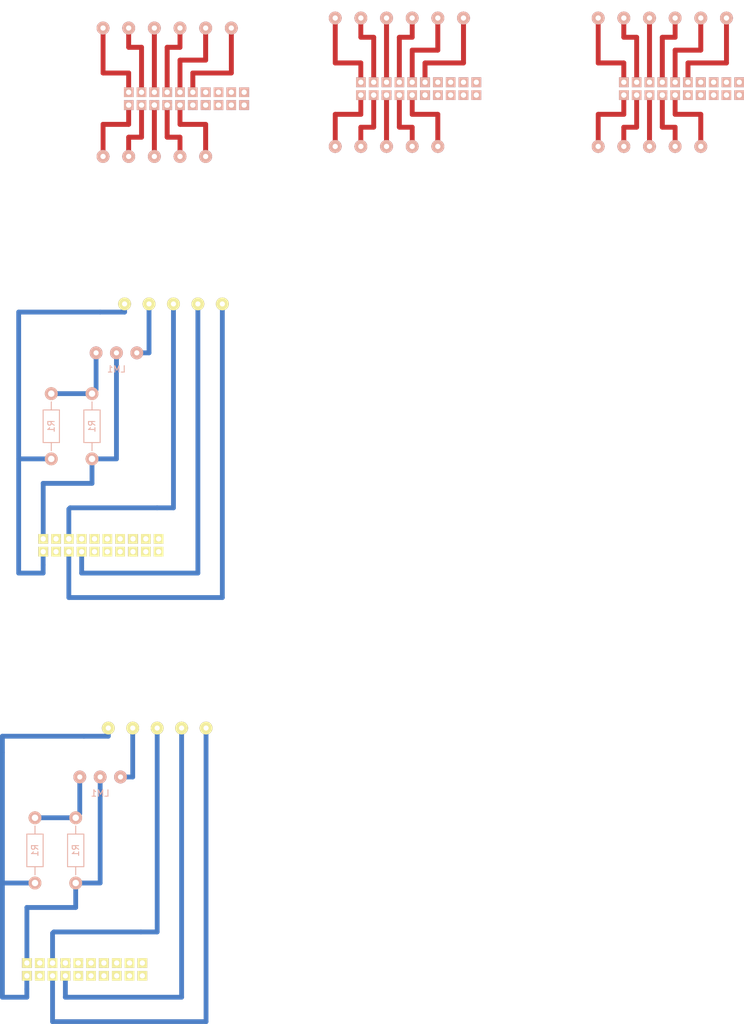
<source format=kicad_pcb>
(kicad_pcb (version 4) (host pcbnew 4.0.1-stable)
  (title_block (title "XTEND 900 Breakout Boards") (date 2015-11-09) (rev 1) (company "UC Astro Cats"))
  (layers (0 F.Cu signal) (31 B.Cu signal) (34 B.Paste user) (35 F.Paste user) (36 B.SilkS user) (37 F.SilkS user) (38 B.Mask user) (39 F.Mask user) (44 Edge.Cuts user))
  (net 0 "")
  (module Resistors_ThroughHole:Resistor_Horizontal_RM10mm (layer B.Cu) (at 100.33 144.78 90)
    (fp_text reference R1 (at 0 0 90) (layer B.SilkS) (effects (justify mirror)))
    (fp_text value 220)
    (pad 1 thru_hole circle (at -5.08 0 90) (size 1.99898 1.99898) (drill 1.00076) (layers *.Cu *.SilkS *.Mask))
    (pad 2 thru_hole circle (at 5.08 0 90) (size 1.99898 1.99898) (drill 1.00076) (layers *.Cu *.SilkS *.Mask))
  )
  (module Wire_Pads:SolderWirePad_3x_0-8mmDrill (layer B.Cu) (at 104.14 133.35)
    (fp_text reference LM1 (at 0 2.54) (layer B.SilkS) (effects (justify mirror)))
    (fp_text value LM317)
    (pad 1 thru_hole circle (at -3.175 0) (size 1.99898 1.99898) (drill 0.8001) (layers *.Cu *.Mask B.SilkS))
    (pad 1 thru_hole circle (at 0 0) (size 1.99898 1.99898) (drill 0.8001) (layers *.Cu *.Mask B.SilkS))
    (pad 1 thru_hole circle (at 3.175 0) (size 1.99898 1.99898) (drill 0.8001) (layers *.Cu *.Mask B.SilkS))
  )
  (module Wire_Pads:SolderWirePad_single_0-8mmDrill (layer F.Cu) (at 110.72 164.31)
    (fp_text reference "" (at 0 -2.54) (layer F.SilkS))
    (fp_text value "")
    (pad 1 thru_hole rect (at 0 0) (size 1.5 1.5) (drill 0.8001) (layers *.Cu *.Mask F.SilkS))
  )
  (module Wire_Pads:SolderWirePad_single_0-8mmDrill (layer F.Cu) (at 108.72 164.31)
    (fp_text reference "" (at 0 -2.54) (layer F.SilkS))
    (fp_text value "")
    (pad 1 thru_hole rect (at 0 0) (size 1.5 1.5) (drill 0.8001) (layers *.Cu *.Mask F.SilkS))
  )
  (module Wire_Pads:SolderWirePad_single_0-8mmDrill (layer F.Cu) (at 106.72 164.31)
    (fp_text reference "" (at 0 -2.54) (layer F.SilkS))
    (fp_text value "")
    (pad 1 thru_hole rect (at 0 0) (size 1.5 1.5) (drill 0.8001) (layers *.Cu *.Mask F.SilkS))
  )
  (module Wire_Pads:SolderWirePad_single_0-8mmDrill (layer F.Cu) (at 104.72 164.31)
    (fp_text reference "" (at 0 -2.54) (layer F.SilkS))
    (fp_text value "")
    (pad 1 thru_hole rect (at 0 0) (size 1.5 1.5) (drill 0.8001) (layers *.Cu *.Mask F.SilkS))
  )
  (module Wire_Pads:SolderWirePad_single_0-8mmDrill (layer F.Cu) (at 102.72 164.31)
    (fp_text reference "" (at 0 -2.54) (layer F.SilkS))
    (fp_text value "")
    (pad 1 thru_hole rect (at 0 0) (size 1.5 1.5) (drill 0.8001) (layers *.Cu *.Mask F.SilkS))
  )
  (module Wire_Pads:SolderWirePad_single_0-8mmDrill (layer F.Cu) (at 100.72 164.31)
    (fp_text reference "" (at 0 -2.54) (layer F.SilkS))
    (fp_text value "")
    (pad 1 thru_hole rect (at 0 0) (size 1.5 1.5) (drill 0.8001) (layers *.Cu *.Mask F.SilkS))
  )
  (module Wire_Pads:SolderWirePad_single_0-8mmDrill (layer F.Cu) (at 98.72 164.31)
    (fp_text reference "" (at 0 -2.54) (layer F.SilkS))
    (fp_text value "")
    (pad 1 thru_hole rect (at 0 0) (size 1.5 1.5) (drill 0.8001) (layers *.Cu *.Mask F.SilkS))
  )
  (module Wire_Pads:SolderWirePad_single_0-8mmDrill (layer F.Cu) (at 96.72 164.31)
    (fp_text reference "" (at 0 -2.54) (layer F.SilkS))
    (fp_text value "")
    (pad 1 thru_hole rect (at 0 0) (size 1.5 1.5) (drill 0.8001) (layers *.Cu *.Mask F.SilkS))
  )
  (module Wire_Pads:SolderWirePad_single_0-8mmDrill (layer F.Cu) (at 94.72 164.31)
    (fp_text reference "" (at 0 -2.54) (layer F.SilkS))
    (fp_text value "")
    (pad 3 thru_hole rect (at 0 0) (size 1.5 1.5) (drill 0.8001) (layers *.Cu *.Mask F.SilkS))
  )
  (module Wire_Pads:SolderWirePad_single_0-8mmDrill (layer F.Cu) (at 92.72 164.31)
    (fp_text reference "" (at 0 -2.54) (layer F.SilkS))
    (fp_text value "")
    (pad 1 thru_hole rect (at 0 0) (size 1.5 1.5) (drill 0.8001) (layers *.Cu *.Mask F.SilkS))
  )
  (module Wire_Pads:SolderWirePad_single_0-8mmDrill (layer F.Cu) (at 110.72 162.31)
    (fp_text reference "" (at 0 -2.54) (layer F.SilkS))
    (fp_text value "")
    (pad 1 thru_hole circle (at 0 0) (size 1.5 1.5) (drill 0.8001) (layers *.Cu *.Mask F.SilkS))
  )
  (module Wire_Pads:SolderWirePad_single_0-8mmDrill (layer F.Cu) (at 108.72 162.31)
    (fp_text reference "" (at 0 -2.54) (layer F.SilkS))
    (fp_text value "")
    (pad 1 thru_hole circle (at 0 0) (size 1.5 1.5) (drill 0.8001) (layers *.Cu *.Mask F.SilkS))
  )
  (module Wire_Pads:SolderWirePad_single_0-8mmDrill (layer F.Cu) (at 106.72 162.31)
    (fp_text reference "" (at 0 -2.54) (layer F.SilkS))
    (fp_text value "")
    (pad 1 thru_hole circle (at 0 0) (size 1.5 1.5) (drill 0.8001) (layers *.Cu *.Mask F.SilkS))
  )
  (module Wire_Pads:SolderWirePad_single_0-8mmDrill (layer F.Cu) (at 104.72 162.31)
    (fp_text reference "" (at 0 -2.54) (layer F.SilkS))
    (fp_text value "")
    (pad 1 thru_hole circle (at 0 0) (size 1.5 1.5) (drill 0.8001) (layers *.Cu *.Mask F.SilkS))
  )
  (module Wire_Pads:SolderWirePad_single_0-8mmDrill (layer F.Cu) (at 102.72 162.31)
    (fp_text reference "" (at 0 -2.54) (layer F.SilkS))
    (fp_text value "")
    (pad 1 thru_hole circle (at 0 0) (size 1.5 1.5) (drill 0.8001) (layers *.Cu *.Mask F.SilkS))
  )
  (module Wire_Pads:SolderWirePad_single_0-8mmDrill (layer F.Cu) (at 100.72 162.31)
    (fp_text reference "" (at 0 -2.54) (layer F.SilkS))
    (fp_text value "")
    (pad 1 thru_hole circle (at 0 0) (size 1.5 1.5) (drill 0.8001) (layers *.Cu *.Mask F.SilkS))
  )
  (module Wire_Pads:SolderWirePad_single_0-8mmDrill (layer F.Cu) (at 92.72 162.31)
    (fp_text reference "" (at 0 -2.54) (layer F.SilkS))
    (fp_text value "")
    (pad 2 thru_hole circle (at 0 0) (size 1.5 1.5) (drill 0.8001) (layers *.Cu *.Mask F.SilkS))
  )
  (module Wire_Pads:SolderWirePad_single_0-8mmDrill (layer F.Cu) (at 94.72 162.31)
    (fp_text reference "" (at 0 -2.54) (layer F.SilkS))
    (fp_text value "")
    (pad 1 thru_hole circle (at 0 0) (size 1.5 1.5) (drill 0.8001) (layers *.Cu *.Mask F.SilkS))
  )
  (module Wire_Pads:SolderWirePad_single_0-8mmDrill (layer F.Cu) (at 98.72 162.31)
    (fp_text reference "" (at 0 -2.54) (layer F.SilkS))
    (fp_text value "")
    (pad 1 thru_hole circle (at 0 0) (size 1.5 1.5) (drill 0.8001) (layers *.Cu *.Mask F.SilkS))
  )
  (module Wire_Pads:SolderWirePad_single_0-8mmDrill (layer F.Cu) (at 96.72 162.31)
    (fp_text reference "" (at 0 -2.54) (layer F.SilkS))
    (fp_text value "")
    (pad 1 thru_hole circle (at 0 0) (size 1.5 1.5) (drill 0.8001) (layers *.Cu *.Mask F.SilkS))
  )
  (module Wire_Pads:SolderWirePad_single_0-8mmDrill (layer F.Cu) (at 96.72 162.31)
    (fp_text reference "" (at 0 -2.54) (layer F.SilkS))
    (fp_text value "")
    (pad 1 thru_hole circle (at 0 0) (size 1.5 1.5) (drill 0.8001) (layers *.Cu *.Mask F.SilkS))
  )
  (module Wire_Pads:SolderWirePad_single_0-8mmDrill (layer F.Cu) (at 98.72 162.31)
    (fp_text reference "" (at 0 -2.54) (layer F.SilkS))
    (fp_text value "")
    (pad 1 thru_hole circle (at 0 0) (size 1.5 1.5) (drill 0.8001) (layers *.Cu *.Mask F.SilkS))
  )
  (module Wire_Pads:SolderWirePad_single_0-8mmDrill (layer F.Cu) (at 98.72 162.31)
    (fp_text reference "" (at 0 -2.54) (layer F.SilkS))
    (fp_text value "")
    (pad 1 thru_hole circle (at 0 0) (size 1.5 1.5) (drill 0.8001) (layers *.Cu *.Mask F.SilkS))
  )
  (module Wire_Pads:SolderWirePad_single_0-8mmDrill (layer F.Cu) (at 96.72 162.31)
    (fp_text reference "" (at 0 -2.54) (layer F.SilkS))
    (fp_text value "")
    (pad 1 thru_hole circle (at 0 0) (size 1.5 1.5) (drill 0.8001) (layers *.Cu *.Mask F.SilkS))
  )
  (module Wire_Pads:SolderWirePad_single_0-8mmDrill (layer F.Cu) (at 96.72 162.31)
    (fp_text reference "" (at 0 -2.54) (layer F.SilkS))
    (fp_text value "")
    (pad 1 thru_hole circle (at 0 0) (size 1.5 1.5) (drill 0.8001) (layers *.Cu *.Mask F.SilkS))
  )
  (module Wire_Pads:SolderWirePad_single_0-8mmDrill (layer F.Cu) (at 98.72 162.31)
    (fp_text reference "" (at 0 -2.54) (layer F.SilkS))
    (fp_text value "")
    (pad 1 thru_hole circle (at 0 0) (size 1.5 1.5) (drill 0.8001) (layers *.Cu *.Mask F.SilkS))
  )
  (module Wire_Pads:SolderWirePad_single_0-8mmDrill (layer F.Cu) (at 98.72 162.31)
    (fp_text reference "" (at 0 -2.54) (layer F.SilkS))
    (fp_text value "")
    (pad 1 thru_hole circle (at 0 0) (size 1.5 1.5) (drill 0.8001) (layers *.Cu *.Mask F.SilkS))
  )
  (module Wire_Pads:SolderWirePad_single_0-8mmDrill (layer F.Cu) (at 96.72 162.31)
    (fp_text reference "" (at 0 -2.54) (layer F.SilkS))
    (fp_text value "")
    (pad 1 thru_hole circle (at 0 0) (size 1.5 1.5) (drill 0.8001) (layers *.Cu *.Mask F.SilkS))
  )
  (module Wire_Pads:SolderWirePad_single_0-8mmDrill (layer F.Cu) (at 96.72 162.31)
    (fp_text reference "" (at 0 -2.54) (layer F.SilkS))
    (fp_text value "")
    (pad 1 thru_hole circle (at 0 0) (size 1.5 1.5) (drill 0.8001) (layers *.Cu *.Mask F.SilkS))
  )
  (module Wire_Pads:SolderWirePad_single_0-8mmDrill (layer F.Cu) (at 98.72 162.31)
    (fp_text reference "" (at 0 -2.54) (layer F.SilkS))
    (fp_text value "")
    (pad 1 thru_hole circle (at 0 0) (size 1.5 1.5) (drill 0.8001) (layers *.Cu *.Mask F.SilkS))
  )
  (module Wire_Pads:SolderWirePad_single_0-8mmDrill (layer F.Cu) (at 98.72 162.31)
    (fp_text reference "" (at 0 -2.54) (layer F.SilkS))
    (fp_text value "")
    (pad 1 thru_hole circle (at 0 0) (size 1.5 1.5) (drill 0.8001) (layers *.Cu *.Mask F.SilkS))
  )
  (module Wire_Pads:SolderWirePad_single_0-8mmDrill (layer F.Cu) (at 96.72 162.31)
    (fp_text reference "" (at 0 -2.54) (layer F.SilkS))
    (fp_text value "")
    (pad 1 thru_hole circle (at 0 0) (size 1.5 1.5) (drill 0.8001) (layers *.Cu *.Mask F.SilkS))
  )
  (module Wire_Pads:SolderWirePad_single_0-8mmDrill (layer F.Cu) (at 96.72 162.31)
    (fp_text reference "" (at 0 -2.54) (layer F.SilkS))
    (fp_text value "")
    (pad 1 thru_hole circle (at 0 0) (size 1.5 1.5) (drill 0.8001) (layers *.Cu *.Mask F.SilkS))
  )
  (module Wire_Pads:SolderWirePad_single_0-8mmDrill (layer F.Cu) (at 98.72 162.31)
    (fp_text reference "" (at 0 -2.54) (layer F.SilkS))
    (fp_text value "")
    (pad 1 thru_hole circle (at 0 0) (size 1.5 1.5) (drill 0.8001) (layers *.Cu *.Mask F.SilkS))
  )
  (module Wire_Pads:SolderWirePad_single_0-8mmDrill (layer F.Cu) (at 98.72 162.31)
    (fp_text reference "" (at 0 -2.54) (layer F.SilkS))
    (fp_text value "")
    (pad 1 thru_hole circle (at 0 0) (size 1.5 1.5) (drill 0.8001) (layers *.Cu *.Mask F.SilkS))
  )
  (module Wire_Pads:SolderWirePad_single_0-8mmDrill (layer F.Cu) (at 96.72 162.31)
    (fp_text reference "" (at 0 -2.54) (layer F.SilkS))
    (fp_text value "")
    (pad 1 thru_hole circle (at 0 0) (size 1.5 1.5) (drill 0.8001) (layers *.Cu *.Mask F.SilkS))
  )
  (module Wire_Pads:SolderWirePad_single_0-8mmDrill (layer F.Cu) (at 96.72 162.31)
    (fp_text reference "" (at 0 -2.54) (layer F.SilkS))
    (fp_text value "")
    (pad 1 thru_hole circle (at 0 0) (size 1.5 1.5) (drill 0.8001) (layers *.Cu *.Mask F.SilkS))
  )
  (module Wire_Pads:SolderWirePad_single_0-8mmDrill (layer F.Cu) (at 98.72 162.31)
    (fp_text reference "" (at 0 -2.54) (layer F.SilkS))
    (fp_text value "")
    (pad 1 thru_hole circle (at 0 0) (size 1.5 1.5) (drill 0.8001) (layers *.Cu *.Mask F.SilkS))
  )
  (module Wire_Pads:SolderWirePad_single_0-8mmDrill (layer F.Cu) (at 98.72 162.31)
    (fp_text reference "" (at 0 -2.54) (layer F.SilkS))
    (fp_text value "")
    (pad 1 thru_hole circle (at 0 0) (size 1.5 1.5) (drill 0.8001) (layers *.Cu *.Mask F.SilkS))
  )
  (module Wire_Pads:SolderWirePad_single_0-8mmDrill (layer F.Cu) (at 96.72 162.31)
    (fp_text reference "" (at 0 -2.54) (layer F.SilkS))
    (fp_text value "")
    (pad 1 thru_hole circle (at 0 0) (size 1.5 1.5) (drill 0.8001) (layers *.Cu *.Mask F.SilkS))
  )
  (module Wire_Pads:SolderWirePad_single_0-8mmDrill (layer F.Cu) (at 96.72 162.31)
    (fp_text reference "" (at 0 -2.54) (layer F.SilkS))
    (fp_text value "")
    (pad 1 thru_hole circle (at 0 0) (size 1.5 1.5) (drill 0.8001) (layers *.Cu *.Mask F.SilkS))
  )
  (module Wire_Pads:SolderWirePad_single_0-8mmDrill (layer F.Cu) (at 98.72 162.31)
    (fp_text reference "" (at 0 -2.54) (layer F.SilkS))
    (fp_text value "")
    (pad 1 thru_hole circle (at 0 0) (size 1.5 1.5) (drill 0.8001) (layers *.Cu *.Mask F.SilkS))
  )
  (module Wire_Pads:SolderWirePad_single_0-8mmDrill (layer F.Cu) (at 98.72 162.31)
    (fp_text reference "" (at 0 -2.54) (layer F.SilkS))
    (fp_text value "")
    (pad 1 thru_hole circle (at 0 0) (size 1.5 1.5) (drill 0.8001) (layers *.Cu *.Mask F.SilkS))
  )
  (module Wire_Pads:SolderWirePad_single_0-8mmDrill (layer F.Cu) (at 96.72 162.31)
    (fp_text reference "" (at 0 -2.54) (layer F.SilkS))
    (fp_text value "")
    (pad 1 thru_hole circle (at 0 0) (size 1.5 1.5) (drill 0.8001) (layers *.Cu *.Mask F.SilkS))
  )
  (module Wire_Pads:SolderWirePad_single_0-8mmDrill (layer F.Cu) (at 96.72 162.31)
    (fp_text reference "" (at 0 -2.54) (layer F.SilkS))
    (fp_text value "")
    (pad 1 thru_hole circle (at 0 0) (size 1.5 1.5) (drill 0.8001) (layers *.Cu *.Mask F.SilkS))
  )
  (module Wire_Pads:SolderWirePad_single_0-8mmDrill (layer F.Cu) (at 98.72 162.31)
    (fp_text reference "" (at 0 -2.54) (layer F.SilkS))
    (fp_text value "")
    (pad 1 thru_hole circle (at 0 0) (size 1.5 1.5) (drill 0.8001) (layers *.Cu *.Mask F.SilkS))
  )
  (module Wire_Pads:SolderWirePad_single_0-8mmDrill (layer F.Cu) (at 98.72 162.31)
    (fp_text reference "" (at 0 -2.54) (layer F.SilkS))
    (fp_text value "")
    (pad 1 thru_hole circle (at 0 0) (size 1.5 1.5) (drill 0.8001) (layers *.Cu *.Mask F.SilkS))
  )
  (module Wire_Pads:SolderWirePad_single_0-8mmDrill (layer F.Cu) (at 96.72 162.31)
    (fp_text reference "" (at 0 -2.54) (layer F.SilkS))
    (fp_text value "")
    (pad 1 thru_hole circle (at 0 0) (size 1.5 1.5) (drill 0.8001) (layers *.Cu *.Mask F.SilkS))
  )
  (module Wire_Pads:SolderWirePad_single_0-8mmDrill (layer F.Cu) (at 96.72 162.31)
    (fp_text reference "" (at 0 -2.54) (layer F.SilkS))
    (fp_text value "")
    (pad 1 thru_hole circle (at 0 0) (size 1.5 1.5) (drill 0.8001) (layers *.Cu *.Mask F.SilkS))
  )
  (module Wire_Pads:SolderWirePad_single_0-8mmDrill (layer F.Cu) (at 98.72 162.31)
    (fp_text reference "" (at 0 -2.54) (layer F.SilkS))
    (fp_text value "")
    (pad 1 thru_hole circle (at 0 0) (size 1.5 1.5) (drill 0.8001) (layers *.Cu *.Mask F.SilkS))
  )
  (module Wire_Pads:SolderWirePad_single_0-8mmDrill (layer F.Cu) (at 98.72 162.31)
    (fp_text reference "" (at 0 -2.54) (layer F.SilkS))
    (fp_text value "")
    (pad 1 thru_hole circle (at 0 0) (size 1.5 1.5) (drill 0.8001) (layers *.Cu *.Mask F.SilkS))
  )
  (module Wire_Pads:SolderWirePad_single_0-8mmDrill (layer F.Cu) (at 96.72 162.31)
    (fp_text reference "" (at 0 -2.54) (layer F.SilkS))
    (fp_text value "")
    (pad 1 thru_hole circle (at 0 0) (size 1.5 1.5) (drill 0.8001) (layers *.Cu *.Mask F.SilkS))
  )
  (module Wire_Pads:SolderWirePad_single_0-8mmDrill (layer F.Cu) (at 96.72 162.31)
    (fp_text reference "" (at 0 -2.54) (layer F.SilkS))
    (fp_text value "")
    (pad 1 thru_hole circle (at 0 0) (size 1.5 1.5) (drill 0.8001) (layers *.Cu *.Mask F.SilkS))
  )
  (module Wire_Pads:SolderWirePad_single_0-8mmDrill (layer F.Cu) (at 98.72 162.31)
    (fp_text reference "" (at 0 -2.54) (layer F.SilkS))
    (fp_text value "")
    (pad 1 thru_hole circle (at 0 0) (size 1.5 1.5) (drill 0.8001) (layers *.Cu *.Mask F.SilkS))
  )
  (module Wire_Pads:SolderWirePad_single_0-8mmDrill (layer F.Cu) (at 98.72 162.31)
    (fp_text reference "" (at 0 -2.54) (layer F.SilkS))
    (fp_text value "")
    (pad 1 thru_hole circle (at 0 0) (size 1.5 1.5) (drill 0.8001) (layers *.Cu *.Mask F.SilkS))
  )
  (module Wire_Pads:SolderWirePad_single_0-8mmDrill (layer F.Cu) (at 96.72 162.31)
    (fp_text reference "" (at 0 -2.54) (layer F.SilkS))
    (fp_text value "")
    (pad 1 thru_hole circle (at 0 0) (size 1.5 1.5) (drill 0.8001) (layers *.Cu *.Mask F.SilkS))
  )
  (module Wire_Pads:SolderWirePad_single_0-8mmDrill (layer F.Cu) (at 96.72 162.31)
    (fp_text reference "" (at 0 -2.54) (layer F.SilkS))
    (fp_text value "")
    (pad 1 thru_hole circle (at 0 0) (size 1.5 1.5) (drill 0.8001) (layers *.Cu *.Mask F.SilkS))
  )
  (module Wire_Pads:SolderWirePad_single_0-8mmDrill (layer F.Cu) (at 98.72 162.31)
    (fp_text reference "" (at 0 -2.54) (layer F.SilkS))
    (fp_text value "")
    (pad 1 thru_hole circle (at 0 0) (size 1.5 1.5) (drill 0.8001) (layers *.Cu *.Mask F.SilkS))
  )
  (module Wire_Pads:SolderWirePad_single_0-8mmDrill (layer F.Cu) (at 98.72 162.31)
    (fp_text reference "" (at 0 -2.54) (layer F.SilkS))
    (fp_text value "")
    (pad 1 thru_hole circle (at 0 0) (size 1.5 1.5) (drill 0.8001) (layers *.Cu *.Mask F.SilkS))
  )
  (module Wire_Pads:SolderWirePad_single_0-8mmDrill (layer F.Cu) (at 96.72 162.31)
    (fp_text reference "" (at 0 -2.54) (layer F.SilkS))
    (fp_text value "")
    (pad 1 thru_hole circle (at 0 0) (size 1.5 1.5) (drill 0.8001) (layers *.Cu *.Mask F.SilkS))
  )
  (module Wire_Pads:SolderWirePad_single_0-8mmDrill (layer F.Cu) (at 96.72 162.31)
    (fp_text reference "" (at 0 -2.54) (layer F.SilkS))
    (fp_text value "")
    (pad 1 thru_hole circle (at 0 0) (size 1.5 1.5) (drill 0.8001) (layers *.Cu *.Mask F.SilkS))
  )
  (module Wire_Pads:SolderWirePad_single_0-8mmDrill (layer F.Cu) (at 98.72 162.31)
    (fp_text reference "" (at 0 -2.54) (layer F.SilkS))
    (fp_text value "")
    (pad 1 thru_hole circle (at 0 0) (size 1.5 1.5) (drill 0.8001) (layers *.Cu *.Mask F.SilkS))
  )
  (module Wire_Pads:SolderWirePad_single_0-8mmDrill (layer F.Cu) (at 98.72 162.31)
    (fp_text reference "" (at 0 -2.54) (layer F.SilkS))
    (fp_text value "")
    (pad 1 thru_hole circle (at 0 0) (size 1.5 1.5) (drill 0.8001) (layers *.Cu *.Mask F.SilkS))
  )
  (module Wire_Pads:SolderWirePad_single_0-8mmDrill (layer F.Cu) (at 96.72 162.31)
    (fp_text reference "" (at 0 -2.54) (layer F.SilkS))
    (fp_text value "")
    (pad 1 thru_hole circle (at 0 0) (size 1.5 1.5) (drill 0.8001) (layers *.Cu *.Mask F.SilkS))
  )
  (module Wire_Pads:SolderWirePad_single_0-8mmDrill (layer F.Cu) (at 96.72 162.31)
    (fp_text reference "" (at 0 -2.54) (layer F.SilkS))
    (fp_text value "")
    (pad 1 thru_hole circle (at 0 0) (size 1.5 1.5) (drill 0.8001) (layers *.Cu *.Mask F.SilkS))
  )
  (module Wire_Pads:SolderWirePad_single_0-8mmDrill (layer F.Cu) (at 98.72 162.31)
    (fp_text reference "" (at 0 -2.54) (layer F.SilkS))
    (fp_text value "")
    (pad 1 thru_hole circle (at 0 0) (size 1.5 1.5) (drill 0.8001) (layers *.Cu *.Mask F.SilkS))
  )
  (module Wire_Pads:SolderWirePad_single_0-8mmDrill (layer F.Cu) (at 98.72 162.31)
    (fp_text reference "" (at 0 -2.54) (layer F.SilkS))
    (fp_text value "")
    (pad 1 thru_hole circle (at 0 0) (size 1.5 1.5) (drill 0.8001) (layers *.Cu *.Mask F.SilkS))
  )
  (module Wire_Pads:SolderWirePad_single_0-8mmDrill (layer F.Cu) (at 96.72 162.31)
    (fp_text reference "" (at 0 -2.54) (layer F.SilkS))
    (fp_text value "")
    (pad 1 thru_hole circle (at 0 0) (size 1.5 1.5) (drill 0.8001) (layers *.Cu *.Mask F.SilkS))
  )
  (module Wire_Pads:SolderWirePad_single_0-8mmDrill (layer F.Cu) (at 96.72 162.31)
    (fp_text reference "" (at 0 -2.54) (layer F.SilkS))
    (fp_text value "")
    (pad 1 thru_hole circle (at 0 0) (size 1.5 1.5) (drill 0.8001) (layers *.Cu *.Mask F.SilkS))
  )
  (module Wire_Pads:SolderWirePad_single_0-8mmDrill (layer F.Cu) (at 98.72 162.31)
    (fp_text reference "" (at 0 -2.54) (layer F.SilkS))
    (fp_text value "")
    (pad 1 thru_hole circle (at 0 0) (size 1.5 1.5) (drill 0.8001) (layers *.Cu *.Mask F.SilkS))
  )
  (module Wire_Pads:SolderWirePad_single_0-8mmDrill (layer F.Cu) (at 98.72 162.31)
    (fp_text reference "" (at 0 -2.54) (layer F.SilkS))
    (fp_text value "")
    (pad 1 thru_hole circle (at 0 0) (size 1.5 1.5) (drill 0.8001) (layers *.Cu *.Mask F.SilkS))
  )
  (module Wire_Pads:SolderWirePad_single_0-8mmDrill (layer F.Cu) (at 96.72 162.31)
    (fp_text reference "" (at 0 -2.54) (layer F.SilkS))
    (fp_text value "")
    (pad 1 thru_hole circle (at 0 0) (size 1.5 1.5) (drill 0.8001) (layers *.Cu *.Mask F.SilkS))
  )
  (module Wire_Pads:SolderWirePad_single_0-8mmDrill (layer F.Cu) (at 96.72 162.31)
    (fp_text reference "" (at 0 -2.54) (layer F.SilkS))
    (fp_text value "")
    (pad 1 thru_hole circle (at 0 0) (size 1.5 1.5) (drill 0.8001) (layers *.Cu *.Mask F.SilkS))
  )
  (module Wire_Pads:SolderWirePad_single_0-8mmDrill (layer F.Cu) (at 98.72 162.31)
    (fp_text reference "" (at 0 -2.54) (layer F.SilkS))
    (fp_text value "")
    (pad 1 thru_hole circle (at 0 0) (size 1.5 1.5) (drill 0.8001) (layers *.Cu *.Mask F.SilkS))
  )
  (module Wire_Pads:SolderWirePad_single_0-8mmDrill (layer F.Cu) (at 98.72 162.31)
    (fp_text reference "" (at 0 -2.54) (layer F.SilkS))
    (fp_text value "")
    (pad 1 thru_hole circle (at 0 0) (size 1.5 1.5) (drill 0.8001) (layers *.Cu *.Mask F.SilkS))
  )
  (module Wire_Pads:SolderWirePad_single_0-8mmDrill (layer F.Cu) (at 96.72 162.31)
    (fp_text reference "" (at 0 -2.54) (layer F.SilkS))
    (fp_text value "")
    (pad 1 thru_hole circle (at 0 0) (size 1.5 1.5) (drill 0.8001) (layers *.Cu *.Mask F.SilkS))
  )
  (module Wire_Pads:SolderWirePad_single_0-8mmDrill (layer F.Cu) (at 96.72 162.31)
    (fp_text reference "" (at 0 -2.54) (layer F.SilkS))
    (fp_text value "")
    (pad 1 thru_hole circle (at 0 0) (size 1.5 1.5) (drill 0.8001) (layers *.Cu *.Mask F.SilkS))
  )
  (module Wire_Pads:SolderWirePad_single_0-8mmDrill (layer F.Cu) (at 98.72 162.31)
    (fp_text reference "" (at 0 -2.54) (layer F.SilkS))
    (fp_text value "")
    (pad 1 thru_hole circle (at 0 0) (size 1.5 1.5) (drill 0.8001) (layers *.Cu *.Mask F.SilkS))
  )
  (module Wire_Pads:SolderWirePad_single_0-8mmDrill (layer F.Cu) (at 98.72 162.31)
    (fp_text reference "" (at 0 -2.54) (layer F.SilkS))
    (fp_text value "")
    (pad 1 thru_hole circle (at 0 0) (size 1.5 1.5) (drill 0.8001) (layers *.Cu *.Mask F.SilkS))
  )
  (module Wire_Pads:SolderWirePad_single_0-8mmDrill (layer F.Cu) (at 96.72 162.31)
    (fp_text reference "" (at 0 -2.54) (layer F.SilkS))
    (fp_text value "")
    (pad 1 thru_hole circle (at 0 0) (size 1.5 1.5) (drill 0.8001) (layers *.Cu *.Mask F.SilkS))
  )
  (module Wire_Pads:SolderWirePad_single_0-8mmDrill (layer F.Cu) (at 96.72 162.31)
    (fp_text reference "" (at 0 -2.54) (layer F.SilkS))
    (fp_text value "")
    (pad 1 thru_hole rect (at 0 0) (size 1.5 1.5) (drill 0.8001) (layers *.Cu *.Mask F.SilkS))
  )
  (module Wire_Pads:SolderWirePad_single_0-8mmDrill (layer F.Cu) (at 98.72 162.31)
    (fp_text reference "" (at 0 -2.54) (layer F.SilkS))
    (fp_text value "")
    (pad 1 thru_hole rect (at 0 0) (size 1.5 1.5) (drill 0.8001) (layers *.Cu *.Mask F.SilkS))
  )
  (module Wire_Pads:SolderWirePad_single_0-8mmDrill (layer F.Cu) (at 94.72 162.31)
    (fp_text reference "" (at 0 -2.54) (layer F.SilkS))
    (fp_text value "")
    (pad 1 thru_hole rect (at 0 0) (size 1.5 1.5) (drill 0.8001) (layers *.Cu *.Mask F.SilkS))
  )
  (module Wire_Pads:SolderWirePad_single_0-8mmDrill (layer F.Cu) (at 92.72 162.31)
    (fp_text reference "" (at 0 -2.54) (layer F.SilkS))
    (fp_text value "")
    (pad 1 thru_hole rect (at 0 0) (size 1.5 1.5) (drill 0.8001) (layers *.Cu *.Mask F.SilkS))
  )
  (module Wire_Pads:SolderWirePad_single_0-8mmDrill (layer F.Cu) (at 100.72 162.31)
    (fp_text reference "" (at 0 -2.54) (layer F.SilkS))
    (fp_text value "")
    (pad 1 thru_hole rect (at 0 0) (size 1.5 1.5) (drill 0.8001) (layers *.Cu *.Mask F.SilkS))
  )
  (module Wire_Pads:SolderWirePad_single_0-8mmDrill (layer F.Cu) (at 102.72 162.31)
    (fp_text reference "" (at 0 -2.54) (layer F.SilkS))
    (fp_text value "")
    (pad 1 thru_hole rect (at 0 0) (size 1.5 1.5) (drill 0.8001) (layers *.Cu *.Mask F.SilkS))
  )
  (module Wire_Pads:SolderWirePad_single_0-8mmDrill (layer F.Cu) (at 104.72 162.31)
    (fp_text reference "" (at 0 -2.54) (layer F.SilkS))
    (fp_text value "")
    (pad 1 thru_hole rect (at 0 0) (size 1.5 1.5) (drill 0.8001) (layers *.Cu *.Mask F.SilkS))
  )
  (module Wire_Pads:SolderWirePad_single_0-8mmDrill (layer F.Cu) (at 106.72 162.31)
    (fp_text reference "" (at 0 -2.54) (layer F.SilkS))
    (fp_text value "")
    (pad 1 thru_hole rect (at 0 0) (size 1.5 1.5) (drill 0.8001) (layers *.Cu *.Mask F.SilkS))
  )
  (module Wire_Pads:SolderWirePad_single_0-8mmDrill (layer F.Cu) (at 108.72 162.31)
    (fp_text reference "" (at 0 -2.54) (layer F.SilkS))
    (fp_text value "")
    (pad 1 thru_hole rect (at 0 0) (size 1.5 1.5) (drill 0.8001) (layers *.Cu *.Mask F.SilkS))
  )
  (module Wire_Pads:SolderWirePad_single_0-8mmDrill (layer F.Cu) (at 110.72 162.31)
    (fp_text reference "" (at 0 -2.54) (layer F.SilkS))
    (fp_text value "")
    (pad 1 thru_hole rect (at 0 0) (size 1.5 1.5) (drill 0.8001) (layers *.Cu *.Mask F.SilkS))
  )
  (module Wire_Pads:SolderWirePad_single_0-8mmDrill (layer B.Cu) (at 96.53 36.51)
    (fp_text reference "" (at 0 2.54) (layer B.SilkS) (effects (justify mirror)))
    (fp_text value "")
  )
  (module Wire_Pads:SolderWirePad_single_0-8mmDrill (layer F.Cu) (at 120.65 125.73)
    (fp_text reference "" (at 0 -2.54) (layer F.SilkS))
    (fp_text value "")
    (pad 5 thru_hole circle (at 0 0) (size 1.99898 1.99898) (drill 0.8001) (layers *.Cu *.Mask F.SilkS))
  )
  (module Wire_Pads:SolderWirePad_single_0-8mmDrill (layer F.Cu) (at 116.84 125.73)
    (fp_text reference "" (at 0 -2.54) (layer F.SilkS))
    (fp_text value "")
    (pad 7 thru_hole circle (at 0 0) (size 1.99898 1.99898) (drill 0.8001) (layers *.Cu *.Mask F.SilkS))
  )
  (module Wire_Pads:SolderWirePad_single_0-8mmDrill (layer F.Cu) (at 110.72 162.31)
    (fp_text reference "" (at 0 -2.54) (layer F.SilkS))
    (fp_text value "")
    (pad 1 thru_hole rect (at 0 0) (size 1.5 1.5) (drill 0.8001) (layers *.Cu *.Mask F.SilkS))
  )
  (module Wire_Pads:SolderWirePad_single_0-8mmDrill (layer F.Cu) (at 108.72 162.31)
    (fp_text reference "" (at 0 -2.54) (layer F.SilkS))
    (fp_text value "")
    (pad 1 thru_hole rect (at 0 0) (size 1.5 1.5) (drill 0.8001) (layers *.Cu *.Mask F.SilkS))
  )
  (module Wire_Pads:SolderWirePad_single_0-8mmDrill (layer F.Cu) (at 106.72 162.31)
    (fp_text reference "" (at 0 -2.54) (layer F.SilkS))
    (fp_text value "")
    (pad 1 thru_hole rect (at 0 0) (size 1.5 1.5) (drill 0.8001) (layers *.Cu *.Mask F.SilkS))
  )
  (module Wire_Pads:SolderWirePad_single_0-8mmDrill (layer F.Cu) (at 104.72 162.31)
    (fp_text reference "" (at 0 -2.54) (layer F.SilkS))
    (fp_text value "")
    (pad 1 thru_hole rect (at 0 0) (size 1.5 1.5) (drill 0.8001) (layers *.Cu *.Mask F.SilkS))
  )
  (module Wire_Pads:SolderWirePad_single_0-8mmDrill (layer F.Cu) (at 102.72 162.31)
    (fp_text reference "" (at 0 -2.54) (layer F.SilkS))
    (fp_text value "")
    (pad 1 thru_hole rect (at 0 0) (size 1.5 1.5) (drill 0.8001) (layers *.Cu *.Mask F.SilkS))
  )
  (module Wire_Pads:SolderWirePad_single_0-8mmDrill (layer F.Cu) (at 100.72 162.31)
    (fp_text reference "" (at 0 -2.54) (layer F.SilkS))
    (fp_text value "")
    (pad 1 thru_hole rect (at 0 0) (size 1.5 1.5) (drill 0.8001) (layers *.Cu *.Mask F.SilkS))
  )
  (module Wire_Pads:SolderWirePad_single_0-8mmDrill (layer F.Cu) (at 92.72 162.31)
    (fp_text reference "" (at 0 -2.54) (layer F.SilkS))
    (fp_text value "")
    (pad 1 thru_hole rect (at 0 0) (size 1.5 1.5) (drill 0.8001) (layers *.Cu *.Mask F.SilkS))
  )
  (module Wire_Pads:SolderWirePad_single_0-8mmDrill (layer F.Cu) (at 94.72 162.31)
    (fp_text reference "" (at 0 -2.54) (layer F.SilkS))
    (fp_text value "")
    (pad 1 thru_hole rect (at 0 0) (size 1.5 1.5) (drill 0.8001) (layers *.Cu *.Mask F.SilkS))
  )
  (module Wire_Pads:SolderWirePad_single_0-8mmDrill (layer F.Cu) (at 98.72 162.31)
    (fp_text reference "" (at 0 -2.54) (layer F.SilkS))
    (fp_text value "")
    (pad 1 thru_hole rect (at 0 0) (size 1.5 1.5) (drill 0.8001) (layers *.Cu *.Mask F.SilkS))
  )
  (module Wire_Pads:SolderWirePad_single_0-8mmDrill (layer F.Cu) (at 96.72 162.31)
    (fp_text reference "" (at 0 -2.54) (layer F.SilkS))
    (fp_text value "")
    (pad 1 thru_hole rect (at 0 0) (size 1.5 1.5) (drill 0.8001) (layers *.Cu *.Mask F.SilkS))
  )
  (module Wire_Pads:SolderWirePad_single_0-8mmDrill (layer F.Cu) (at 96.72 162.31)
    (fp_text reference "" (at 0 -2.54) (layer F.SilkS))
    (fp_text value "")
    (pad 1 thru_hole circle (at 0 0) (size 1.5 1.5) (drill 0.8001) (layers *.Cu *.Mask F.SilkS))
  )
  (module Wire_Pads:SolderWirePad_single_0-8mmDrill (layer F.Cu) (at 98.72 162.31)
    (fp_text reference "" (at 0 -2.54) (layer F.SilkS))
    (fp_text value "")
    (pad 1 thru_hole circle (at 0 0) (size 1.5 1.5) (drill 0.8001) (layers *.Cu *.Mask F.SilkS))
  )
  (module Wire_Pads:SolderWirePad_single_0-8mmDrill (layer F.Cu) (at 98.72 162.31)
    (fp_text reference "" (at 0 -2.54) (layer F.SilkS))
    (fp_text value "")
    (pad 1 thru_hole circle (at 0 0) (size 1.5 1.5) (drill 0.8001) (layers *.Cu *.Mask F.SilkS))
  )
  (module Wire_Pads:SolderWirePad_single_0-8mmDrill (layer F.Cu) (at 96.72 162.31)
    (fp_text reference "" (at 0 -2.54) (layer F.SilkS))
    (fp_text value "")
    (pad 1 thru_hole circle (at 0 0) (size 1.5 1.5) (drill 0.8001) (layers *.Cu *.Mask F.SilkS))
  )
  (module Wire_Pads:SolderWirePad_single_0-8mmDrill (layer F.Cu) (at 96.72 162.31)
    (fp_text reference "" (at 0 -2.54) (layer F.SilkS))
    (fp_text value "")
    (pad 1 thru_hole circle (at 0 0) (size 1.5 1.5) (drill 0.8001) (layers *.Cu *.Mask F.SilkS))
  )
  (module Wire_Pads:SolderWirePad_single_0-8mmDrill (layer F.Cu) (at 98.72 162.31)
    (fp_text reference "" (at 0 -2.54) (layer F.SilkS))
    (fp_text value "")
    (pad 1 thru_hole circle (at 0 0) (size 1.5 1.5) (drill 0.8001) (layers *.Cu *.Mask F.SilkS))
  )
  (module Wire_Pads:SolderWirePad_single_0-8mmDrill (layer F.Cu) (at 98.72 162.31)
    (fp_text reference "" (at 0 -2.54) (layer F.SilkS))
    (fp_text value "")
    (pad 1 thru_hole circle (at 0 0) (size 1.5 1.5) (drill 0.8001) (layers *.Cu *.Mask F.SilkS))
  )
  (module Wire_Pads:SolderWirePad_single_0-8mmDrill (layer F.Cu) (at 96.72 162.31)
    (fp_text reference "" (at 0 -2.54) (layer F.SilkS))
    (fp_text value "")
    (pad 1 thru_hole circle (at 0 0) (size 1.5 1.5) (drill 0.8001) (layers *.Cu *.Mask F.SilkS))
  )
  (module Wire_Pads:SolderWirePad_single_0-8mmDrill (layer F.Cu) (at 96.72 162.31)
    (fp_text reference "" (at 0 -2.54) (layer F.SilkS))
    (fp_text value "")
    (pad 1 thru_hole circle (at 0 0) (size 1.5 1.5) (drill 0.8001) (layers *.Cu *.Mask F.SilkS))
  )
  (module Wire_Pads:SolderWirePad_single_0-8mmDrill (layer F.Cu) (at 98.72 162.31)
    (fp_text reference "" (at 0 -2.54) (layer F.SilkS))
    (fp_text value "")
    (pad 1 thru_hole circle (at 0 0) (size 1.5 1.5) (drill 0.8001) (layers *.Cu *.Mask F.SilkS))
  )
  (module Wire_Pads:SolderWirePad_single_0-8mmDrill (layer F.Cu) (at 98.72 162.31)
    (fp_text reference "" (at 0 -2.54) (layer F.SilkS))
    (fp_text value "")
    (pad 1 thru_hole circle (at 0 0) (size 1.5 1.5) (drill 0.8001) (layers *.Cu *.Mask F.SilkS))
  )
  (module Wire_Pads:SolderWirePad_single_0-8mmDrill (layer F.Cu) (at 96.72 162.31)
    (fp_text reference "" (at 0 -2.54) (layer F.SilkS))
    (fp_text value "")
    (pad 1 thru_hole circle (at 0 0) (size 1.5 1.5) (drill 0.8001) (layers *.Cu *.Mask F.SilkS))
  )
  (module Wire_Pads:SolderWirePad_single_0-8mmDrill (layer F.Cu) (at 96.72 162.31)
    (fp_text reference "" (at 0 -2.54) (layer F.SilkS))
    (fp_text value "")
    (pad 1 thru_hole circle (at 0 0) (size 1.5 1.5) (drill 0.8001) (layers *.Cu *.Mask F.SilkS))
  )
  (module Wire_Pads:SolderWirePad_single_0-8mmDrill (layer F.Cu) (at 98.72 162.31)
    (fp_text reference "" (at 0 -2.54) (layer F.SilkS))
    (fp_text value "")
    (pad 1 thru_hole circle (at 0 0) (size 1.5 1.5) (drill 0.8001) (layers *.Cu *.Mask F.SilkS))
  )
  (module Wire_Pads:SolderWirePad_single_0-8mmDrill (layer F.Cu) (at 98.72 162.31)
    (fp_text reference "" (at 0 -2.54) (layer F.SilkS))
    (fp_text value "")
    (pad 1 thru_hole circle (at 0 0) (size 1.5 1.5) (drill 0.8001) (layers *.Cu *.Mask F.SilkS))
  )
  (module Wire_Pads:SolderWirePad_single_0-8mmDrill (layer F.Cu) (at 96.72 162.31)
    (fp_text reference "" (at 0 -2.54) (layer F.SilkS))
    (fp_text value "")
    (pad 1 thru_hole circle (at 0 0) (size 1.5 1.5) (drill 0.8001) (layers *.Cu *.Mask F.SilkS))
  )
  (module Wire_Pads:SolderWirePad_single_0-8mmDrill (layer F.Cu) (at 96.72 162.31)
    (fp_text reference "" (at 0 -2.54) (layer F.SilkS))
    (fp_text value "")
    (pad 1 thru_hole circle (at 0 0) (size 1.5 1.5) (drill 0.8001) (layers *.Cu *.Mask F.SilkS))
  )
  (module Wire_Pads:SolderWirePad_single_0-8mmDrill (layer F.Cu) (at 98.72 162.31)
    (fp_text reference "" (at 0 -2.54) (layer F.SilkS))
    (fp_text value "")
    (pad 1 thru_hole circle (at 0 0) (size 1.5 1.5) (drill 0.8001) (layers *.Cu *.Mask F.SilkS))
  )
  (module Wire_Pads:SolderWirePad_single_0-8mmDrill (layer F.Cu) (at 98.72 162.31)
    (fp_text reference "" (at 0 -2.54) (layer F.SilkS))
    (fp_text value "")
    (pad 1 thru_hole circle (at 0 0) (size 1.5 1.5) (drill 0.8001) (layers *.Cu *.Mask F.SilkS))
  )
  (module Wire_Pads:SolderWirePad_single_0-8mmDrill (layer F.Cu) (at 96.72 162.31)
    (fp_text reference "" (at 0 -2.54) (layer F.SilkS))
    (fp_text value "")
    (pad 1 thru_hole circle (at 0 0) (size 1.5 1.5) (drill 0.8001) (layers *.Cu *.Mask F.SilkS))
  )
  (module Wire_Pads:SolderWirePad_single_0-8mmDrill (layer F.Cu) (at 96.72 162.31)
    (fp_text reference "" (at 0 -2.54) (layer F.SilkS))
    (fp_text value "")
    (pad 1 thru_hole circle (at 0 0) (size 1.5 1.5) (drill 0.8001) (layers *.Cu *.Mask F.SilkS))
  )
  (module Wire_Pads:SolderWirePad_single_0-8mmDrill (layer F.Cu) (at 98.72 162.31)
    (fp_text reference "" (at 0 -2.54) (layer F.SilkS))
    (fp_text value "")
    (pad 1 thru_hole circle (at 0 0) (size 1.5 1.5) (drill 0.8001) (layers *.Cu *.Mask F.SilkS))
  )
  (module Wire_Pads:SolderWirePad_single_0-8mmDrill (layer F.Cu) (at 98.72 162.31)
    (fp_text reference "" (at 0 -2.54) (layer F.SilkS))
    (fp_text value "")
    (pad 1 thru_hole circle (at 0 0) (size 1.5 1.5) (drill 0.8001) (layers *.Cu *.Mask F.SilkS))
  )
  (module Wire_Pads:SolderWirePad_single_0-8mmDrill (layer F.Cu) (at 96.72 162.31)
    (fp_text reference "" (at 0 -2.54) (layer F.SilkS))
    (fp_text value "")
    (pad 1 thru_hole circle (at 0 0) (size 1.5 1.5) (drill 0.8001) (layers *.Cu *.Mask F.SilkS))
  )
  (module Wire_Pads:SolderWirePad_single_0-8mmDrill (layer F.Cu) (at 96.72 162.31)
    (fp_text reference "" (at 0 -2.54) (layer F.SilkS))
    (fp_text value "")
    (pad 1 thru_hole circle (at 0 0) (size 1.5 1.5) (drill 0.8001) (layers *.Cu *.Mask F.SilkS))
  )
  (module Wire_Pads:SolderWirePad_single_0-8mmDrill (layer F.Cu) (at 98.72 162.31)
    (fp_text reference "" (at 0 -2.54) (layer F.SilkS))
    (fp_text value "")
    (pad 1 thru_hole circle (at 0 0) (size 1.5 1.5) (drill 0.8001) (layers *.Cu *.Mask F.SilkS))
  )
  (module Wire_Pads:SolderWirePad_single_0-8mmDrill (layer F.Cu) (at 98.72 162.31)
    (fp_text reference "" (at 0 -2.54) (layer F.SilkS))
    (fp_text value "")
    (pad 1 thru_hole circle (at 0 0) (size 1.5 1.5) (drill 0.8001) (layers *.Cu *.Mask F.SilkS))
  )
  (module Wire_Pads:SolderWirePad_single_0-8mmDrill (layer F.Cu) (at 96.72 162.31)
    (fp_text reference "" (at 0 -2.54) (layer F.SilkS))
    (fp_text value "")
    (pad 1 thru_hole circle (at 0 0) (size 1.5 1.5) (drill 0.8001) (layers *.Cu *.Mask F.SilkS))
  )
  (module Wire_Pads:SolderWirePad_single_0-8mmDrill (layer F.Cu) (at 96.72 162.31)
    (fp_text reference "" (at 0 -2.54) (layer F.SilkS))
    (fp_text value "")
    (pad 1 thru_hole circle (at 0 0) (size 1.5 1.5) (drill 0.8001) (layers *.Cu *.Mask F.SilkS))
  )
  (module Wire_Pads:SolderWirePad_single_0-8mmDrill (layer F.Cu) (at 98.72 162.31)
    (fp_text reference "" (at 0 -2.54) (layer F.SilkS))
    (fp_text value "")
    (pad 1 thru_hole circle (at 0 0) (size 1.5 1.5) (drill 0.8001) (layers *.Cu *.Mask F.SilkS))
  )
  (module Wire_Pads:SolderWirePad_single_0-8mmDrill (layer F.Cu) (at 98.72 162.31)
    (fp_text reference "" (at 0 -2.54) (layer F.SilkS))
    (fp_text value "")
    (pad 1 thru_hole circle (at 0 0) (size 1.5 1.5) (drill 0.8001) (layers *.Cu *.Mask F.SilkS))
  )
  (module Wire_Pads:SolderWirePad_single_0-8mmDrill (layer F.Cu) (at 96.72 162.31)
    (fp_text reference "" (at 0 -2.54) (layer F.SilkS))
    (fp_text value "")
    (pad 1 thru_hole circle (at 0 0) (size 1.5 1.5) (drill 0.8001) (layers *.Cu *.Mask F.SilkS))
  )
  (module Wire_Pads:SolderWirePad_single_0-8mmDrill (layer F.Cu) (at 96.72 162.31)
    (fp_text reference "" (at 0 -2.54) (layer F.SilkS))
    (fp_text value "")
    (pad 1 thru_hole circle (at 0 0) (size 1.5 1.5) (drill 0.8001) (layers *.Cu *.Mask F.SilkS))
  )
  (module Wire_Pads:SolderWirePad_single_0-8mmDrill (layer F.Cu) (at 98.72 162.31)
    (fp_text reference "" (at 0 -2.54) (layer F.SilkS))
    (fp_text value "")
    (pad 1 thru_hole circle (at 0 0) (size 1.5 1.5) (drill 0.8001) (layers *.Cu *.Mask F.SilkS))
  )
  (module Wire_Pads:SolderWirePad_single_0-8mmDrill (layer F.Cu) (at 98.72 162.31)
    (fp_text reference "" (at 0 -2.54) (layer F.SilkS))
    (fp_text value "")
    (pad 1 thru_hole circle (at 0 0) (size 1.5 1.5) (drill 0.8001) (layers *.Cu *.Mask F.SilkS))
  )
  (module Wire_Pads:SolderWirePad_single_0-8mmDrill (layer F.Cu) (at 96.72 162.31)
    (fp_text reference "" (at 0 -2.54) (layer F.SilkS))
    (fp_text value "")
    (pad 1 thru_hole circle (at 0 0) (size 1.5 1.5) (drill 0.8001) (layers *.Cu *.Mask F.SilkS))
  )
  (module Wire_Pads:SolderWirePad_single_0-8mmDrill (layer F.Cu) (at 96.72 162.31)
    (fp_text reference "" (at 0 -2.54) (layer F.SilkS))
    (fp_text value "")
    (pad 1 thru_hole circle (at 0 0) (size 1.5 1.5) (drill 0.8001) (layers *.Cu *.Mask F.SilkS))
  )
  (module Wire_Pads:SolderWirePad_single_0-8mmDrill (layer F.Cu) (at 98.72 162.31)
    (fp_text reference "" (at 0 -2.54) (layer F.SilkS))
    (fp_text value "")
    (pad 1 thru_hole circle (at 0 0) (size 1.5 1.5) (drill 0.8001) (layers *.Cu *.Mask F.SilkS))
  )
  (module Wire_Pads:SolderWirePad_single_0-8mmDrill (layer F.Cu) (at 98.72 162.31)
    (fp_text reference "" (at 0 -2.54) (layer F.SilkS))
    (fp_text value "")
    (pad 1 thru_hole circle (at 0 0) (size 1.5 1.5) (drill 0.8001) (layers *.Cu *.Mask F.SilkS))
  )
  (module Wire_Pads:SolderWirePad_single_0-8mmDrill (layer F.Cu) (at 96.72 162.31)
    (fp_text reference "" (at 0 -2.54) (layer F.SilkS))
    (fp_text value "")
    (pad 1 thru_hole circle (at 0 0) (size 1.5 1.5) (drill 0.8001) (layers *.Cu *.Mask F.SilkS))
  )
  (module Wire_Pads:SolderWirePad_single_0-8mmDrill (layer F.Cu) (at 96.72 162.31)
    (fp_text reference "" (at 0 -2.54) (layer F.SilkS))
    (fp_text value "")
    (pad 1 thru_hole circle (at 0 0) (size 1.5 1.5) (drill 0.8001) (layers *.Cu *.Mask F.SilkS))
  )
  (module Wire_Pads:SolderWirePad_single_0-8mmDrill (layer F.Cu) (at 98.72 162.31)
    (fp_text reference "" (at 0 -2.54) (layer F.SilkS))
    (fp_text value "")
    (pad 1 thru_hole circle (at 0 0) (size 1.5 1.5) (drill 0.8001) (layers *.Cu *.Mask F.SilkS))
  )
  (module Wire_Pads:SolderWirePad_single_0-8mmDrill (layer F.Cu) (at 98.72 162.31)
    (fp_text reference "" (at 0 -2.54) (layer F.SilkS))
    (fp_text value "")
    (pad 1 thru_hole circle (at 0 0) (size 1.5 1.5) (drill 0.8001) (layers *.Cu *.Mask F.SilkS))
  )
  (module Wire_Pads:SolderWirePad_single_0-8mmDrill (layer F.Cu) (at 96.72 162.31)
    (fp_text reference "" (at 0 -2.54) (layer F.SilkS))
    (fp_text value "")
    (pad 1 thru_hole circle (at 0 0) (size 1.5 1.5) (drill 0.8001) (layers *.Cu *.Mask F.SilkS))
  )
  (module Wire_Pads:SolderWirePad_single_0-8mmDrill (layer F.Cu) (at 96.72 162.31)
    (fp_text reference "" (at 0 -2.54) (layer F.SilkS))
    (fp_text value "")
    (pad 1 thru_hole circle (at 0 0) (size 1.5 1.5) (drill 0.8001) (layers *.Cu *.Mask F.SilkS))
  )
  (module Wire_Pads:SolderWirePad_single_0-8mmDrill (layer F.Cu) (at 98.72 162.31)
    (fp_text reference "" (at 0 -2.54) (layer F.SilkS))
    (fp_text value "")
    (pad 1 thru_hole circle (at 0 0) (size 1.5 1.5) (drill 0.8001) (layers *.Cu *.Mask F.SilkS))
  )
  (module Wire_Pads:SolderWirePad_single_0-8mmDrill (layer F.Cu) (at 98.72 162.31)
    (fp_text reference "" (at 0 -2.54) (layer F.SilkS))
    (fp_text value "")
    (pad 1 thru_hole circle (at 0 0) (size 1.5 1.5) (drill 0.8001) (layers *.Cu *.Mask F.SilkS))
  )
  (module Wire_Pads:SolderWirePad_single_0-8mmDrill (layer F.Cu) (at 96.72 162.31)
    (fp_text reference "" (at 0 -2.54) (layer F.SilkS))
    (fp_text value "")
    (pad 1 thru_hole circle (at 0 0) (size 1.5 1.5) (drill 0.8001) (layers *.Cu *.Mask F.SilkS))
  )
  (module Wire_Pads:SolderWirePad_single_0-8mmDrill (layer F.Cu) (at 96.72 162.31)
    (fp_text reference "" (at 0 -2.54) (layer F.SilkS))
    (fp_text value "")
    (pad 1 thru_hole circle (at 0 0) (size 1.5 1.5) (drill 0.8001) (layers *.Cu *.Mask F.SilkS))
  )
  (module Wire_Pads:SolderWirePad_single_0-8mmDrill (layer F.Cu) (at 98.72 162.31)
    (fp_text reference "" (at 0 -2.54) (layer F.SilkS))
    (fp_text value "")
    (pad 1 thru_hole circle (at 0 0) (size 1.5 1.5) (drill 0.8001) (layers *.Cu *.Mask F.SilkS))
  )
  (module Wire_Pads:SolderWirePad_single_0-8mmDrill (layer F.Cu) (at 98.72 162.31)
    (fp_text reference "" (at 0 -2.54) (layer F.SilkS))
    (fp_text value "")
    (pad 1 thru_hole circle (at 0 0) (size 1.5 1.5) (drill 0.8001) (layers *.Cu *.Mask F.SilkS))
  )
  (module Wire_Pads:SolderWirePad_single_0-8mmDrill (layer F.Cu) (at 96.72 162.31)
    (fp_text reference "" (at 0 -2.54) (layer F.SilkS))
    (fp_text value "")
    (pad 1 thru_hole circle (at 0 0) (size 1.5 1.5) (drill 0.8001) (layers *.Cu *.Mask F.SilkS))
  )
  (module Wire_Pads:SolderWirePad_single_0-8mmDrill (layer F.Cu) (at 96.72 162.31)
    (fp_text reference "" (at 0 -2.54) (layer F.SilkS))
    (fp_text value "")
    (pad 1 thru_hole circle (at 0 0) (size 1.5 1.5) (drill 0.8001) (layers *.Cu *.Mask F.SilkS))
  )
  (module Wire_Pads:SolderWirePad_single_0-8mmDrill (layer F.Cu) (at 98.72 162.31)
    (fp_text reference "" (at 0 -2.54) (layer F.SilkS))
    (fp_text value "")
    (pad 1 thru_hole circle (at 0 0) (size 1.5 1.5) (drill 0.8001) (layers *.Cu *.Mask F.SilkS))
  )
  (module Wire_Pads:SolderWirePad_single_0-8mmDrill (layer F.Cu) (at 98.72 162.31)
    (fp_text reference "" (at 0 -2.54) (layer F.SilkS))
    (fp_text value "")
    (pad 1 thru_hole circle (at 0 0) (size 1.5 1.5) (drill 0.8001) (layers *.Cu *.Mask F.SilkS))
  )
  (module Wire_Pads:SolderWirePad_single_0-8mmDrill (layer F.Cu) (at 96.72 162.31)
    (fp_text reference "" (at 0 -2.54) (layer F.SilkS))
    (fp_text value "")
    (pad 1 thru_hole circle (at 0 0) (size 1.5 1.5) (drill 0.8001) (layers *.Cu *.Mask F.SilkS))
  )
  (module Wire_Pads:SolderWirePad_single_0-8mmDrill (layer F.Cu) (at 96.72 162.31)
    (fp_text reference "" (at 0 -2.54) (layer F.SilkS))
    (fp_text value "")
    (pad 1 thru_hole circle (at 0 0) (size 1.5 1.5) (drill 0.8001) (layers *.Cu *.Mask F.SilkS))
  )
  (module Wire_Pads:SolderWirePad_single_0-8mmDrill (layer F.Cu) (at 98.72 162.31)
    (fp_text reference "" (at 0 -2.54) (layer F.SilkS))
    (fp_text value "")
    (pad 1 thru_hole circle (at 0 0) (size 1.5 1.5) (drill 0.8001) (layers *.Cu *.Mask F.SilkS))
  )
  (module Wire_Pads:SolderWirePad_single_0-8mmDrill (layer F.Cu) (at 98.72 162.31)
    (fp_text reference "" (at 0 -2.54) (layer F.SilkS))
    (fp_text value "")
    (pad 1 thru_hole circle (at 0 0) (size 1.5 1.5) (drill 0.8001) (layers *.Cu *.Mask F.SilkS))
  )
  (module Wire_Pads:SolderWirePad_single_0-8mmDrill (layer F.Cu) (at 96.72 162.31)
    (fp_text reference "" (at 0 -2.54) (layer F.SilkS))
    (fp_text value "")
    (pad 1 thru_hole circle (at 0 0) (size 1.5 1.5) (drill 0.8001) (layers *.Cu *.Mask F.SilkS))
  )
  (module Wire_Pads:SolderWirePad_single_0-8mmDrill (layer F.Cu) (at 96.72 162.31)
    (fp_text reference "" (at 0 -2.54) (layer F.SilkS))
    (fp_text value "")
    (pad 1 thru_hole circle (at 0 0) (size 1.5 1.5) (drill 0.8001) (layers *.Cu *.Mask F.SilkS))
  )
  (module Wire_Pads:SolderWirePad_single_0-8mmDrill (layer F.Cu) (at 98.72 162.31)
    (fp_text reference "" (at 0 -2.54) (layer F.SilkS))
    (fp_text value "")
    (pad 1 thru_hole circle (at 0 0) (size 1.5 1.5) (drill 0.8001) (layers *.Cu *.Mask F.SilkS))
  )
  (module Wire_Pads:SolderWirePad_single_0-8mmDrill (layer F.Cu) (at 94.72 162.31)
    (fp_text reference "" (at 0 -2.54) (layer F.SilkS))
    (fp_text value "")
    (pad 1 thru_hole circle (at 0 0) (size 1.5 1.5) (drill 0.8001) (layers *.Cu *.Mask F.SilkS))
  )
  (module Wire_Pads:SolderWirePad_single_0-8mmDrill (layer F.Cu) (at 92.72 162.31)
    (fp_text reference "" (at 0 -2.54) (layer F.SilkS))
    (fp_text value "")
    (pad 1 thru_hole circle (at 0 0) (size 1.5 1.5) (drill 0.8001) (layers *.Cu *.Mask F.SilkS))
  )
  (module Wire_Pads:SolderWirePad_single_0-8mmDrill (layer F.Cu) (at 100.72 162.31)
    (fp_text reference "" (at 0 -2.54) (layer F.SilkS))
    (fp_text value "")
    (pad 1 thru_hole circle (at 0 0) (size 1.5 1.5) (drill 0.8001) (layers *.Cu *.Mask F.SilkS))
  )
  (module Wire_Pads:SolderWirePad_single_0-8mmDrill (layer F.Cu) (at 102.72 162.31)
    (fp_text reference "" (at 0 -2.54) (layer F.SilkS))
    (fp_text value "")
    (pad 1 thru_hole circle (at 0 0) (size 1.5 1.5) (drill 0.8001) (layers *.Cu *.Mask F.SilkS))
  )
  (module Wire_Pads:SolderWirePad_single_0-8mmDrill (layer F.Cu) (at 104.72 162.31)
    (fp_text reference "" (at 0 -2.54) (layer F.SilkS))
    (fp_text value "")
    (pad 1 thru_hole circle (at 0 0) (size 1.5 1.5) (drill 0.8001) (layers *.Cu *.Mask F.SilkS))
  )
  (module Wire_Pads:SolderWirePad_single_0-8mmDrill (layer F.Cu) (at 106.72 162.31)
    (fp_text reference "" (at 0 -2.54) (layer F.SilkS))
    (fp_text value "")
    (pad 1 thru_hole circle (at 0 0) (size 1.5 1.5) (drill 0.8001) (layers *.Cu *.Mask F.SilkS))
  )
  (module Wire_Pads:SolderWirePad_single_0-8mmDrill (layer F.Cu) (at 108.72 162.31)
    (fp_text reference "" (at 0 -2.54) (layer F.SilkS))
    (fp_text value "")
    (pad 1 thru_hole circle (at 0 0) (size 1.5 1.5) (drill 0.8001) (layers *.Cu *.Mask F.SilkS))
  )
  (module Wire_Pads:SolderWirePad_single_0-8mmDrill (layer F.Cu) (at 110.72 162.31)
    (fp_text reference "" (at 0 -2.54) (layer F.SilkS))
    (fp_text value "")
    (pad 1 thru_hole circle (at 0 0) (size 1.5 1.5) (drill 0.8001) (layers *.Cu *.Mask F.SilkS))
  )
  (module Wire_Pads:SolderWirePad_single_0-8mmDrill (layer F.Cu) (at 92.72 164.31)
    (fp_text reference "" (at 0 -2.54) (layer F.SilkS))
    (fp_text value "")
    (pad 1 thru_hole rect (at 0 0) (size 1.5 1.5) (drill 0.8001) (layers *.Cu *.Mask F.SilkS))
  )
  (module Wire_Pads:SolderWirePad_single_0-8mmDrill (layer F.Cu) (at 94.72 164.31)
    (fp_text reference "" (at 0 -2.54) (layer F.SilkS))
    (fp_text value "")
    (pad 3 thru_hole rect (at 0 0) (size 1.5 1.5) (drill 0.8001) (layers *.Cu *.Mask F.SilkS))
  )
  (module Wire_Pads:SolderWirePad_single_0-8mmDrill (layer F.Cu) (at 96.72 164.31)
    (fp_text reference "" (at 0 -2.54) (layer F.SilkS))
    (fp_text value "")
    (pad 1 thru_hole rect (at 0 0) (size 1.5 1.5) (drill 0.8001) (layers *.Cu *.Mask F.SilkS))
  )
  (module Wire_Pads:SolderWirePad_single_0-8mmDrill (layer F.Cu) (at 98.72 164.31)
    (fp_text reference "" (at 0 -2.54) (layer F.SilkS))
    (fp_text value "")
    (pad 1 thru_hole rect (at 0 0) (size 1.5 1.5) (drill 0.8001) (layers *.Cu *.Mask F.SilkS))
  )
  (module Wire_Pads:SolderWirePad_single_0-8mmDrill (layer F.Cu) (at 100.72 164.31)
    (fp_text reference "" (at 0 -2.54) (layer F.SilkS))
    (fp_text value "")
    (pad 1 thru_hole rect (at 0 0) (size 1.5 1.5) (drill 0.8001) (layers *.Cu *.Mask F.SilkS))
  )
  (module Wire_Pads:SolderWirePad_single_0-8mmDrill (layer F.Cu) (at 102.72 164.31)
    (fp_text reference "" (at 0 -2.54) (layer F.SilkS))
    (fp_text value "")
    (pad 1 thru_hole rect (at 0 0) (size 1.5 1.5) (drill 0.8001) (layers *.Cu *.Mask F.SilkS))
  )
  (module Wire_Pads:SolderWirePad_single_0-8mmDrill (layer F.Cu) (at 104.72 164.31)
    (fp_text reference "" (at 0 -2.54) (layer F.SilkS))
    (fp_text value "")
    (pad 1 thru_hole rect (at 0 0) (size 1.5 1.5) (drill 0.8001) (layers *.Cu *.Mask F.SilkS))
  )
  (module Wire_Pads:SolderWirePad_single_0-8mmDrill (layer F.Cu) (at 106.72 164.31)
    (fp_text reference "" (at 0 -2.54) (layer F.SilkS))
    (fp_text value "")
    (pad 1 thru_hole rect (at 0 0) (size 1.5 1.5) (drill 0.8001) (layers *.Cu *.Mask F.SilkS))
  )
  (module Wire_Pads:SolderWirePad_single_0-8mmDrill (layer F.Cu) (at 108.72 164.31)
    (fp_text reference "" (at 0 -2.54) (layer F.SilkS))
    (fp_text value "")
    (pad 1 thru_hole rect (at 0 0) (size 1.5 1.5) (drill 0.8001) (layers *.Cu *.Mask F.SilkS))
  )
  (module Wire_Pads:SolderWirePad_single_0-8mmDrill (layer F.Cu) (at 110.72 164.31)
    (fp_text reference "" (at 0 -2.54) (layer F.SilkS))
    (fp_text value "")
    (pad 1 thru_hole rect (at 0 0) (size 1.5 1.5) (drill 0.8001) (layers *.Cu *.Mask F.SilkS))
  )
  (module Resistors_ThroughHole:Resistor_Horizontal_RM10mm (layer B.Cu) (at 93.98 144.78 90)
    (fp_text reference R1 (at 0 0 90) (layer B.SilkS) (effects (justify mirror)))
    (fp_text value 220)
    (pad 1 thru_hole circle (at -5.08 0 90) (size 1.99898 1.99898) (drill 1.00076) (layers *.Cu *.SilkS *.Mask))
    (pad 2 thru_hole circle (at 5.08 0 90) (size 1.99898 1.99898) (drill 1.00076) (layers *.Cu *.SilkS *.Mask))
  )
  (module Wire_Pads:SolderWirePad_single_0-8mmDrill (layer F.Cu) (at 113.03 125.73)
    (fp_text reference "" (at 0 -2.54) (layer F.SilkS))
    (fp_text value "")
    (pad 6 thru_hole circle (at 0 0) (size 1.99898 1.99898) (drill 0.8001) (layers *.Cu *.Mask F.SilkS))
  )
  (module Wire_Pads:SolderWirePad_single_0-8mmDrill (layer F.Cu) (at 109.22 125.73)
    (fp_text reference "" (at 0 -2.54) (layer F.SilkS))
    (fp_text value "")
    (pad 2 thru_hole circle (at 0 0) (size 1.99898 1.99898) (drill 0.8001) (layers *.Cu *.Mask F.SilkS))
  )
  (module Wire_Pads:SolderWirePad_single_0-8mmDrill (layer F.Cu) (at 105.41 125.73)
    (fp_text reference "" (at 0 -2.54) (layer F.SilkS))
    (fp_text value "")
    (pad 2 thru_hole circle (at 0 0) (size 1.99898 1.99898) (drill 0.8001) (layers *.Cu *.Mask F.SilkS))
  )
  (module Wire_Pads:SolderWirePad_single_0-8mmDrill (layer F.Cu) (at 107.95 59.69)
    (fp_text reference "" (at 0 -2.54) (layer F.SilkS))
    (fp_text value "")
    (pad 2 thru_hole circle (at 0 0) (size 1.99898 1.99898) (drill 0.8001) (layers *.Cu *.Mask F.SilkS))
  )
  (module Wire_Pads:SolderWirePad_single_0-8mmDrill (layer F.Cu) (at 111.76 59.69)
    (fp_text reference "" (at 0 -2.54) (layer F.SilkS))
    (fp_text value "")
    (pad 2 thru_hole circle (at 0 0) (size 1.99898 1.99898) (drill 0.8001) (layers *.Cu *.Mask F.SilkS))
  )
  (module Wire_Pads:SolderWirePad_single_0-8mmDrill (layer F.Cu) (at 115.57 59.69)
    (fp_text reference "" (at 0 -2.54) (layer F.SilkS))
    (fp_text value "")
    (pad 6 thru_hole circle (at 0 0) (size 1.99898 1.99898) (drill 0.8001) (layers *.Cu *.Mask F.SilkS))
  )
  (module Resistors_ThroughHole:Resistor_Horizontal_RM10mm (layer B.Cu) (at 96.52 78.74 90)
    (fp_text reference R1 (at 0 0 90) (layer B.SilkS) (effects (justify mirror)))
    (fp_text value 220)
    (pad 1 thru_hole circle (at -5.08 0 90) (size 1.99898 1.99898) (drill 1.00076) (layers *.Cu *.SilkS *.Mask))
    (pad 2 thru_hole circle (at 5.08 0 90) (size 1.99898 1.99898) (drill 1.00076) (layers *.Cu *.SilkS *.Mask))
  )
  (module Wire_Pads:SolderWirePad_single_0-8mmDrill (layer B.Cu) (at 140.79 35.17)
    (fp_text reference "" (at 0 2.54) (layer B.SilkS) (effects (justify mirror)))
    (fp_text value "")
    (pad 2 thru_hole circle (at 0 0) (size 1.99898 1.99898) (drill 0.8001) (layers *.Cu *.Mask B.SilkS))
  )
  (module Wire_Pads:SolderWirePad_single_0-8mmDrill (layer B.Cu) (at 162.79 25.17)
    (fp_text reference "" (at 0 2.54) (layer B.SilkS) (effects (justify mirror)))
    (fp_text value "")
    (pad 1 thru_hole rect (at 0 0) (size 1.5 1.5) (drill 0.8001) (layers *.Cu *.Mask B.SilkS))
  )
  (module Wire_Pads:SolderWirePad_single_0-8mmDrill (layer B.Cu) (at 160.79 25.17)
    (fp_text reference "" (at 0 2.54) (layer B.SilkS) (effects (justify mirror)))
    (fp_text value "")
    (pad 1 thru_hole rect (at 0 0) (size 1.5 1.5) (drill 0.8001) (layers *.Cu *.Mask B.SilkS))
  )
  (module Wire_Pads:SolderWirePad_single_0-8mmDrill (layer B.Cu) (at 158.79 25.17)
    (fp_text reference "" (at 0 2.54) (layer B.SilkS) (effects (justify mirror)))
    (fp_text value "")
    (pad 1 thru_hole rect (at 0 0) (size 1.5 1.5) (drill 0.8001) (layers *.Cu *.Mask B.SilkS))
  )
  (module Wire_Pads:SolderWirePad_single_0-8mmDrill (layer B.Cu) (at 156.79 25.17)
    (fp_text reference "" (at 0 2.54) (layer B.SilkS) (effects (justify mirror)))
    (fp_text value "")
    (pad 1 thru_hole rect (at 0 0) (size 1.5 1.5) (drill 0.8001) (layers *.Cu *.Mask B.SilkS))
  )
  (module Wire_Pads:SolderWirePad_single_0-8mmDrill (layer B.Cu) (at 154.79 25.17)
    (fp_text reference "" (at 0 2.54) (layer B.SilkS) (effects (justify mirror)))
    (fp_text value "")
    (pad 1 thru_hole rect (at 0 0) (size 1.5 1.5) (drill 0.8001) (layers *.Cu *.Mask B.SilkS))
  )
  (module Wire_Pads:SolderWirePad_single_0-8mmDrill (layer B.Cu) (at 152.79 25.17)
    (fp_text reference "" (at 0 2.54) (layer B.SilkS) (effects (justify mirror)))
    (fp_text value "")
    (pad 1 thru_hole rect (at 0 0) (size 1.5 1.5) (drill 0.8001) (layers *.Cu *.Mask B.SilkS))
  )
  (module Wire_Pads:SolderWirePad_single_0-8mmDrill (layer B.Cu) (at 150.79 25.17)
    (fp_text reference "" (at 0 2.54) (layer B.SilkS) (effects (justify mirror)))
    (fp_text value "")
    (pad 1 thru_hole rect (at 0 0) (size 1.5 1.5) (drill 0.8001) (layers *.Cu *.Mask B.SilkS))
  )
  (module Wire_Pads:SolderWirePad_single_0-8mmDrill (layer B.Cu) (at 148.79 25.17)
    (fp_text reference "" (at 0 2.54) (layer B.SilkS) (effects (justify mirror)))
    (fp_text value "")
    (pad 1 thru_hole rect (at 0 0) (size 1.5 1.5) (drill 0.8001) (layers *.Cu *.Mask B.SilkS))
  )
  (module Wire_Pads:SolderWirePad_single_0-8mmDrill (layer B.Cu) (at 146.79 25.17)
    (fp_text reference "" (at 0 2.54) (layer B.SilkS) (effects (justify mirror)))
    (fp_text value "")
    (pad 1 thru_hole rect (at 0 0) (size 1.5 1.5) (drill 0.8001) (layers *.Cu *.Mask B.SilkS))
  )
  (module Wire_Pads:SolderWirePad_single_0-8mmDrill (layer B.Cu) (at 144.79 25.17)
    (fp_text reference "" (at 0 2.54) (layer B.SilkS) (effects (justify mirror)))
    (fp_text value "")
    (pad 1 thru_hole rect (at 0 0) (size 1.5 1.5) (drill 0.8001) (layers *.Cu *.Mask B.SilkS))
  )
  (module Wire_Pads:SolderWirePad_single_0-8mmDrill (layer B.Cu) (at 162.79 27.17)
    (fp_text reference "" (at 0 2.54) (layer B.SilkS) (effects (justify mirror)))
    (fp_text value "")
    (pad 1 thru_hole circle (at 0 0) (size 1.5 1.5) (drill 0.8001) (layers *.Cu *.Mask B.SilkS))
  )
  (module Wire_Pads:SolderWirePad_single_0-8mmDrill (layer B.Cu) (at 160.79 27.17)
    (fp_text reference "" (at 0 2.54) (layer B.SilkS) (effects (justify mirror)))
    (fp_text value "")
    (pad 1 thru_hole circle (at 0 0) (size 1.5 1.5) (drill 0.8001) (layers *.Cu *.Mask B.SilkS))
  )
  (module Wire_Pads:SolderWirePad_single_0-8mmDrill (layer B.Cu) (at 158.79 27.17)
    (fp_text reference "" (at 0 2.54) (layer B.SilkS) (effects (justify mirror)))
    (fp_text value "")
    (pad 1 thru_hole circle (at 0 0) (size 1.5 1.5) (drill 0.8001) (layers *.Cu *.Mask B.SilkS))
  )
  (module Wire_Pads:SolderWirePad_single_0-8mmDrill (layer B.Cu) (at 156.79 27.17)
    (fp_text reference "" (at 0 2.54) (layer B.SilkS) (effects (justify mirror)))
    (fp_text value "")
    (pad 1 thru_hole circle (at 0 0) (size 1.5 1.5) (drill 0.8001) (layers *.Cu *.Mask B.SilkS))
  )
  (module Wire_Pads:SolderWirePad_single_0-8mmDrill (layer B.Cu) (at 154.79 27.17)
    (fp_text reference "" (at 0 2.54) (layer B.SilkS) (effects (justify mirror)))
    (fp_text value "")
    (pad 1 thru_hole circle (at 0 0) (size 1.5 1.5) (drill 0.8001) (layers *.Cu *.Mask B.SilkS))
  )
  (module Wire_Pads:SolderWirePad_single_0-8mmDrill (layer B.Cu) (at 152.79 27.17)
    (fp_text reference "" (at 0 2.54) (layer B.SilkS) (effects (justify mirror)))
    (fp_text value "")
    (pad 1 thru_hole circle (at 0 0) (size 1.5 1.5) (drill 0.8001) (layers *.Cu *.Mask B.SilkS))
  )
  (module Wire_Pads:SolderWirePad_single_0-8mmDrill (layer B.Cu) (at 144.79 27.17)
    (fp_text reference "" (at 0 2.54) (layer B.SilkS) (effects (justify mirror)))
    (fp_text value "")
    (pad 1 thru_hole circle (at 0 0) (size 1.5 1.5) (drill 0.8001) (layers *.Cu *.Mask B.SilkS))
  )
  (module Wire_Pads:SolderWirePad_single_0-8mmDrill (layer B.Cu) (at 146.79 27.17)
    (fp_text reference "" (at 0 2.54) (layer B.SilkS) (effects (justify mirror)))
    (fp_text value "")
    (pad 1 thru_hole circle (at 0 0) (size 1.5 1.5) (drill 0.8001) (layers *.Cu *.Mask B.SilkS))
  )
  (module Wire_Pads:SolderWirePad_single_0-8mmDrill (layer B.Cu) (at 150.79 27.17)
    (fp_text reference "" (at 0 2.54) (layer B.SilkS) (effects (justify mirror)))
    (fp_text value "")
    (pad 1 thru_hole circle (at 0 0) (size 1.5 1.5) (drill 0.8001) (layers *.Cu *.Mask B.SilkS))
  )
  (module Wire_Pads:SolderWirePad_single_0-8mmDrill (layer B.Cu) (at 148.79 27.17)
    (fp_text reference "" (at 0 2.54) (layer B.SilkS) (effects (justify mirror)))
    (fp_text value "")
    (pad 1 thru_hole circle (at 0 0) (size 1.5 1.5) (drill 0.8001) (layers *.Cu *.Mask B.SilkS))
  )
  (module Wire_Pads:SolderWirePad_single_0-8mmDrill (layer B.Cu) (at 148.79 27.17)
    (fp_text reference "" (at 0 2.54) (layer B.SilkS) (effects (justify mirror)))
    (fp_text value "")
    (pad 1 thru_hole circle (at 0 0) (size 1.5 1.5) (drill 0.8001) (layers *.Cu *.Mask B.SilkS))
  )
  (module Wire_Pads:SolderWirePad_single_0-8mmDrill (layer B.Cu) (at 150.79 27.17)
    (fp_text reference "" (at 0 2.54) (layer B.SilkS) (effects (justify mirror)))
    (fp_text value "")
    (pad 1 thru_hole circle (at 0 0) (size 1.5 1.5) (drill 0.8001) (layers *.Cu *.Mask B.SilkS))
  )
  (module Wire_Pads:SolderWirePad_single_0-8mmDrill (layer B.Cu) (at 150.79 27.17)
    (fp_text reference "" (at 0 2.54) (layer B.SilkS) (effects (justify mirror)))
    (fp_text value "")
    (pad 1 thru_hole circle (at 0 0) (size 1.5 1.5) (drill 0.8001) (layers *.Cu *.Mask B.SilkS))
  )
  (module Wire_Pads:SolderWirePad_single_0-8mmDrill (layer B.Cu) (at 148.79 27.17)
    (fp_text reference "" (at 0 2.54) (layer B.SilkS) (effects (justify mirror)))
    (fp_text value "")
    (pad 1 thru_hole circle (at 0 0) (size 1.5 1.5) (drill 0.8001) (layers *.Cu *.Mask B.SilkS))
  )
  (module Wire_Pads:SolderWirePad_single_0-8mmDrill (layer B.Cu) (at 148.79 27.17)
    (fp_text reference "" (at 0 2.54) (layer B.SilkS) (effects (justify mirror)))
    (fp_text value "")
    (pad 1 thru_hole circle (at 0 0) (size 1.5 1.5) (drill 0.8001) (layers *.Cu *.Mask B.SilkS))
  )
  (module Wire_Pads:SolderWirePad_single_0-8mmDrill (layer B.Cu) (at 150.79 27.17)
    (fp_text reference "" (at 0 2.54) (layer B.SilkS) (effects (justify mirror)))
    (fp_text value "")
    (pad 1 thru_hole circle (at 0 0) (size 1.5 1.5) (drill 0.8001) (layers *.Cu *.Mask B.SilkS))
  )
  (module Wire_Pads:SolderWirePad_single_0-8mmDrill (layer B.Cu) (at 150.79 27.17)
    (fp_text reference "" (at 0 2.54) (layer B.SilkS) (effects (justify mirror)))
    (fp_text value "")
    (pad 1 thru_hole circle (at 0 0) (size 1.5 1.5) (drill 0.8001) (layers *.Cu *.Mask B.SilkS))
  )
  (module Wire_Pads:SolderWirePad_single_0-8mmDrill (layer B.Cu) (at 148.79 27.17)
    (fp_text reference "" (at 0 2.54) (layer B.SilkS) (effects (justify mirror)))
    (fp_text value "")
    (pad 1 thru_hole circle (at 0 0) (size 1.5 1.5) (drill 0.8001) (layers *.Cu *.Mask B.SilkS))
  )
  (module Wire_Pads:SolderWirePad_single_0-8mmDrill (layer B.Cu) (at 148.79 27.17)
    (fp_text reference "" (at 0 2.54) (layer B.SilkS) (effects (justify mirror)))
    (fp_text value "")
    (pad 1 thru_hole circle (at 0 0) (size 1.5 1.5) (drill 0.8001) (layers *.Cu *.Mask B.SilkS))
  )
  (module Wire_Pads:SolderWirePad_single_0-8mmDrill (layer B.Cu) (at 150.79 27.17)
    (fp_text reference "" (at 0 2.54) (layer B.SilkS) (effects (justify mirror)))
    (fp_text value "")
    (pad 1 thru_hole circle (at 0 0) (size 1.5 1.5) (drill 0.8001) (layers *.Cu *.Mask B.SilkS))
  )
  (module Wire_Pads:SolderWirePad_single_0-8mmDrill (layer B.Cu) (at 150.79 27.17)
    (fp_text reference "" (at 0 2.54) (layer B.SilkS) (effects (justify mirror)))
    (fp_text value "")
    (pad 1 thru_hole circle (at 0 0) (size 1.5 1.5) (drill 0.8001) (layers *.Cu *.Mask B.SilkS))
  )
  (module Wire_Pads:SolderWirePad_single_0-8mmDrill (layer B.Cu) (at 148.79 27.17)
    (fp_text reference "" (at 0 2.54) (layer B.SilkS) (effects (justify mirror)))
    (fp_text value "")
    (pad 1 thru_hole circle (at 0 0) (size 1.5 1.5) (drill 0.8001) (layers *.Cu *.Mask B.SilkS))
  )
  (module Wire_Pads:SolderWirePad_single_0-8mmDrill (layer B.Cu) (at 148.79 27.17)
    (fp_text reference "" (at 0 2.54) (layer B.SilkS) (effects (justify mirror)))
    (fp_text value "")
    (pad 1 thru_hole circle (at 0 0) (size 1.5 1.5) (drill 0.8001) (layers *.Cu *.Mask B.SilkS))
  )
  (module Wire_Pads:SolderWirePad_single_0-8mmDrill (layer B.Cu) (at 150.79 27.17)
    (fp_text reference "" (at 0 2.54) (layer B.SilkS) (effects (justify mirror)))
    (fp_text value "")
    (pad 1 thru_hole circle (at 0 0) (size 1.5 1.5) (drill 0.8001) (layers *.Cu *.Mask B.SilkS))
  )
  (module Wire_Pads:SolderWirePad_single_0-8mmDrill (layer B.Cu) (at 150.79 27.17)
    (fp_text reference "" (at 0 2.54) (layer B.SilkS) (effects (justify mirror)))
    (fp_text value "")
    (pad 1 thru_hole circle (at 0 0) (size 1.5 1.5) (drill 0.8001) (layers *.Cu *.Mask B.SilkS))
  )
  (module Wire_Pads:SolderWirePad_single_0-8mmDrill (layer B.Cu) (at 148.79 27.17)
    (fp_text reference "" (at 0 2.54) (layer B.SilkS) (effects (justify mirror)))
    (fp_text value "")
    (pad 1 thru_hole circle (at 0 0) (size 1.5 1.5) (drill 0.8001) (layers *.Cu *.Mask B.SilkS))
  )
  (module Wire_Pads:SolderWirePad_single_0-8mmDrill (layer B.Cu) (at 148.79 27.17)
    (fp_text reference "" (at 0 2.54) (layer B.SilkS) (effects (justify mirror)))
    (fp_text value "")
    (pad 1 thru_hole circle (at 0 0) (size 1.5 1.5) (drill 0.8001) (layers *.Cu *.Mask B.SilkS))
  )
  (module Wire_Pads:SolderWirePad_single_0-8mmDrill (layer B.Cu) (at 150.79 27.17)
    (fp_text reference "" (at 0 2.54) (layer B.SilkS) (effects (justify mirror)))
    (fp_text value "")
    (pad 1 thru_hole circle (at 0 0) (size 1.5 1.5) (drill 0.8001) (layers *.Cu *.Mask B.SilkS))
  )
  (module Wire_Pads:SolderWirePad_single_0-8mmDrill (layer B.Cu) (at 150.79 27.17)
    (fp_text reference "" (at 0 2.54) (layer B.SilkS) (effects (justify mirror)))
    (fp_text value "")
    (pad 1 thru_hole circle (at 0 0) (size 1.5 1.5) (drill 0.8001) (layers *.Cu *.Mask B.SilkS))
  )
  (module Wire_Pads:SolderWirePad_single_0-8mmDrill (layer B.Cu) (at 148.79 27.17)
    (fp_text reference "" (at 0 2.54) (layer B.SilkS) (effects (justify mirror)))
    (fp_text value "")
    (pad 1 thru_hole circle (at 0 0) (size 1.5 1.5) (drill 0.8001) (layers *.Cu *.Mask B.SilkS))
  )
  (module Wire_Pads:SolderWirePad_single_0-8mmDrill (layer B.Cu) (at 148.79 27.17)
    (fp_text reference "" (at 0 2.54) (layer B.SilkS) (effects (justify mirror)))
    (fp_text value "")
    (pad 1 thru_hole circle (at 0 0) (size 1.5 1.5) (drill 0.8001) (layers *.Cu *.Mask B.SilkS))
  )
  (module Wire_Pads:SolderWirePad_single_0-8mmDrill (layer B.Cu) (at 150.79 27.17)
    (fp_text reference "" (at 0 2.54) (layer B.SilkS) (effects (justify mirror)))
    (fp_text value "")
    (pad 1 thru_hole circle (at 0 0) (size 1.5 1.5) (drill 0.8001) (layers *.Cu *.Mask B.SilkS))
  )
  (module Wire_Pads:SolderWirePad_single_0-8mmDrill (layer B.Cu) (at 150.79 27.17)
    (fp_text reference "" (at 0 2.54) (layer B.SilkS) (effects (justify mirror)))
    (fp_text value "")
    (pad 1 thru_hole circle (at 0 0) (size 1.5 1.5) (drill 0.8001) (layers *.Cu *.Mask B.SilkS))
  )
  (module Wire_Pads:SolderWirePad_single_0-8mmDrill (layer B.Cu) (at 148.79 27.17)
    (fp_text reference "" (at 0 2.54) (layer B.SilkS) (effects (justify mirror)))
    (fp_text value "")
    (pad 1 thru_hole circle (at 0 0) (size 1.5 1.5) (drill 0.8001) (layers *.Cu *.Mask B.SilkS))
  )
  (module Wire_Pads:SolderWirePad_single_0-8mmDrill (layer B.Cu) (at 148.79 27.17)
    (fp_text reference "" (at 0 2.54) (layer B.SilkS) (effects (justify mirror)))
    (fp_text value "")
    (pad 1 thru_hole circle (at 0 0) (size 1.5 1.5) (drill 0.8001) (layers *.Cu *.Mask B.SilkS))
  )
  (module Wire_Pads:SolderWirePad_single_0-8mmDrill (layer B.Cu) (at 150.79 27.17)
    (fp_text reference "" (at 0 2.54) (layer B.SilkS) (effects (justify mirror)))
    (fp_text value "")
    (pad 1 thru_hole circle (at 0 0) (size 1.5 1.5) (drill 0.8001) (layers *.Cu *.Mask B.SilkS))
  )
  (module Wire_Pads:SolderWirePad_single_0-8mmDrill (layer B.Cu) (at 150.79 27.17)
    (fp_text reference "" (at 0 2.54) (layer B.SilkS) (effects (justify mirror)))
    (fp_text value "")
    (pad 1 thru_hole circle (at 0 0) (size 1.5 1.5) (drill 0.8001) (layers *.Cu *.Mask B.SilkS))
  )
  (module Wire_Pads:SolderWirePad_single_0-8mmDrill (layer B.Cu) (at 148.79 27.17)
    (fp_text reference "" (at 0 2.54) (layer B.SilkS) (effects (justify mirror)))
    (fp_text value "")
    (pad 1 thru_hole circle (at 0 0) (size 1.5 1.5) (drill 0.8001) (layers *.Cu *.Mask B.SilkS))
  )
  (module Wire_Pads:SolderWirePad_single_0-8mmDrill (layer B.Cu) (at 148.79 27.17)
    (fp_text reference "" (at 0 2.54) (layer B.SilkS) (effects (justify mirror)))
    (fp_text value "")
    (pad 1 thru_hole circle (at 0 0) (size 1.5 1.5) (drill 0.8001) (layers *.Cu *.Mask B.SilkS))
  )
  (module Wire_Pads:SolderWirePad_single_0-8mmDrill (layer B.Cu) (at 150.79 27.17)
    (fp_text reference "" (at 0 2.54) (layer B.SilkS) (effects (justify mirror)))
    (fp_text value "")
    (pad 1 thru_hole circle (at 0 0) (size 1.5 1.5) (drill 0.8001) (layers *.Cu *.Mask B.SilkS))
  )
  (module Wire_Pads:SolderWirePad_single_0-8mmDrill (layer B.Cu) (at 150.79 27.17)
    (fp_text reference "" (at 0 2.54) (layer B.SilkS) (effects (justify mirror)))
    (fp_text value "")
    (pad 1 thru_hole circle (at 0 0) (size 1.5 1.5) (drill 0.8001) (layers *.Cu *.Mask B.SilkS))
  )
  (module Wire_Pads:SolderWirePad_single_0-8mmDrill (layer B.Cu) (at 148.79 27.17)
    (fp_text reference "" (at 0 2.54) (layer B.SilkS) (effects (justify mirror)))
    (fp_text value "")
    (pad 1 thru_hole circle (at 0 0) (size 1.5 1.5) (drill 0.8001) (layers *.Cu *.Mask B.SilkS))
  )
  (module Wire_Pads:SolderWirePad_single_0-8mmDrill (layer B.Cu) (at 148.79 27.17)
    (fp_text reference "" (at 0 2.54) (layer B.SilkS) (effects (justify mirror)))
    (fp_text value "")
    (pad 1 thru_hole circle (at 0 0) (size 1.5 1.5) (drill 0.8001) (layers *.Cu *.Mask B.SilkS))
  )
  (module Wire_Pads:SolderWirePad_single_0-8mmDrill (layer B.Cu) (at 150.79 27.17)
    (fp_text reference "" (at 0 2.54) (layer B.SilkS) (effects (justify mirror)))
    (fp_text value "")
    (pad 1 thru_hole circle (at 0 0) (size 1.5 1.5) (drill 0.8001) (layers *.Cu *.Mask B.SilkS))
  )
  (module Wire_Pads:SolderWirePad_single_0-8mmDrill (layer B.Cu) (at 150.79 27.17)
    (fp_text reference "" (at 0 2.54) (layer B.SilkS) (effects (justify mirror)))
    (fp_text value "")
    (pad 1 thru_hole circle (at 0 0) (size 1.5 1.5) (drill 0.8001) (layers *.Cu *.Mask B.SilkS))
  )
  (module Wire_Pads:SolderWirePad_single_0-8mmDrill (layer B.Cu) (at 148.79 27.17)
    (fp_text reference "" (at 0 2.54) (layer B.SilkS) (effects (justify mirror)))
    (fp_text value "")
    (pad 1 thru_hole circle (at 0 0) (size 1.5 1.5) (drill 0.8001) (layers *.Cu *.Mask B.SilkS))
  )
  (module Wire_Pads:SolderWirePad_single_0-8mmDrill (layer B.Cu) (at 148.79 27.17)
    (fp_text reference "" (at 0 2.54) (layer B.SilkS) (effects (justify mirror)))
    (fp_text value "")
    (pad 1 thru_hole circle (at 0 0) (size 1.5 1.5) (drill 0.8001) (layers *.Cu *.Mask B.SilkS))
  )
  (module Wire_Pads:SolderWirePad_single_0-8mmDrill (layer B.Cu) (at 150.79 27.17)
    (fp_text reference "" (at 0 2.54) (layer B.SilkS) (effects (justify mirror)))
    (fp_text value "")
    (pad 1 thru_hole circle (at 0 0) (size 1.5 1.5) (drill 0.8001) (layers *.Cu *.Mask B.SilkS))
  )
  (module Wire_Pads:SolderWirePad_single_0-8mmDrill (layer B.Cu) (at 150.79 27.17)
    (fp_text reference "" (at 0 2.54) (layer B.SilkS) (effects (justify mirror)))
    (fp_text value "")
    (pad 1 thru_hole circle (at 0 0) (size 1.5 1.5) (drill 0.8001) (layers *.Cu *.Mask B.SilkS))
  )
  (module Wire_Pads:SolderWirePad_single_0-8mmDrill (layer B.Cu) (at 148.79 27.17)
    (fp_text reference "" (at 0 2.54) (layer B.SilkS) (effects (justify mirror)))
    (fp_text value "")
    (pad 1 thru_hole circle (at 0 0) (size 1.5 1.5) (drill 0.8001) (layers *.Cu *.Mask B.SilkS))
  )
  (module Wire_Pads:SolderWirePad_single_0-8mmDrill (layer B.Cu) (at 148.79 27.17)
    (fp_text reference "" (at 0 2.54) (layer B.SilkS) (effects (justify mirror)))
    (fp_text value "")
    (pad 1 thru_hole circle (at 0 0) (size 1.5 1.5) (drill 0.8001) (layers *.Cu *.Mask B.SilkS))
  )
  (module Wire_Pads:SolderWirePad_single_0-8mmDrill (layer B.Cu) (at 150.79 27.17)
    (fp_text reference "" (at 0 2.54) (layer B.SilkS) (effects (justify mirror)))
    (fp_text value "")
    (pad 1 thru_hole circle (at 0 0) (size 1.5 1.5) (drill 0.8001) (layers *.Cu *.Mask B.SilkS))
  )
  (module Wire_Pads:SolderWirePad_single_0-8mmDrill (layer B.Cu) (at 150.79 27.17)
    (fp_text reference "" (at 0 2.54) (layer B.SilkS) (effects (justify mirror)))
    (fp_text value "")
    (pad 1 thru_hole circle (at 0 0) (size 1.5 1.5) (drill 0.8001) (layers *.Cu *.Mask B.SilkS))
  )
  (module Wire_Pads:SolderWirePad_single_0-8mmDrill (layer B.Cu) (at 148.79 27.17)
    (fp_text reference "" (at 0 2.54) (layer B.SilkS) (effects (justify mirror)))
    (fp_text value "")
    (pad 1 thru_hole circle (at 0 0) (size 1.5 1.5) (drill 0.8001) (layers *.Cu *.Mask B.SilkS))
  )
  (module Wire_Pads:SolderWirePad_single_0-8mmDrill (layer B.Cu) (at 148.79 27.17)
    (fp_text reference "" (at 0 2.54) (layer B.SilkS) (effects (justify mirror)))
    (fp_text value "")
    (pad 1 thru_hole circle (at 0 0) (size 1.5 1.5) (drill 0.8001) (layers *.Cu *.Mask B.SilkS))
  )
  (module Wire_Pads:SolderWirePad_single_0-8mmDrill (layer B.Cu) (at 150.79 27.17)
    (fp_text reference "" (at 0 2.54) (layer B.SilkS) (effects (justify mirror)))
    (fp_text value "")
    (pad 1 thru_hole circle (at 0 0) (size 1.5 1.5) (drill 0.8001) (layers *.Cu *.Mask B.SilkS))
  )
  (module Wire_Pads:SolderWirePad_single_0-8mmDrill (layer B.Cu) (at 150.79 27.17)
    (fp_text reference "" (at 0 2.54) (layer B.SilkS) (effects (justify mirror)))
    (fp_text value "")
    (pad 1 thru_hole circle (at 0 0) (size 1.5 1.5) (drill 0.8001) (layers *.Cu *.Mask B.SilkS))
  )
  (module Wire_Pads:SolderWirePad_single_0-8mmDrill (layer B.Cu) (at 148.79 27.17)
    (fp_text reference "" (at 0 2.54) (layer B.SilkS) (effects (justify mirror)))
    (fp_text value "")
    (pad 1 thru_hole circle (at 0 0) (size 1.5 1.5) (drill 0.8001) (layers *.Cu *.Mask B.SilkS))
  )
  (module Wire_Pads:SolderWirePad_single_0-8mmDrill (layer B.Cu) (at 148.79 27.17)
    (fp_text reference "" (at 0 2.54) (layer B.SilkS) (effects (justify mirror)))
    (fp_text value "")
    (pad 1 thru_hole circle (at 0 0) (size 1.5 1.5) (drill 0.8001) (layers *.Cu *.Mask B.SilkS))
  )
  (module Wire_Pads:SolderWirePad_single_0-8mmDrill (layer B.Cu) (at 150.79 27.17)
    (fp_text reference "" (at 0 2.54) (layer B.SilkS) (effects (justify mirror)))
    (fp_text value "")
    (pad 1 thru_hole circle (at 0 0) (size 1.5 1.5) (drill 0.8001) (layers *.Cu *.Mask B.SilkS))
  )
  (module Wire_Pads:SolderWirePad_single_0-8mmDrill (layer B.Cu) (at 150.79 27.17)
    (fp_text reference "" (at 0 2.54) (layer B.SilkS) (effects (justify mirror)))
    (fp_text value "")
    (pad 1 thru_hole circle (at 0 0) (size 1.5 1.5) (drill 0.8001) (layers *.Cu *.Mask B.SilkS))
  )
  (module Wire_Pads:SolderWirePad_single_0-8mmDrill (layer B.Cu) (at 148.79 27.17)
    (fp_text reference "" (at 0 2.54) (layer B.SilkS) (effects (justify mirror)))
    (fp_text value "")
    (pad 1 thru_hole circle (at 0 0) (size 1.5 1.5) (drill 0.8001) (layers *.Cu *.Mask B.SilkS))
  )
  (module Wire_Pads:SolderWirePad_single_0-8mmDrill (layer B.Cu) (at 148.79 27.17)
    (fp_text reference "" (at 0 2.54) (layer B.SilkS) (effects (justify mirror)))
    (fp_text value "")
    (pad 1 thru_hole circle (at 0 0) (size 1.5 1.5) (drill 0.8001) (layers *.Cu *.Mask B.SilkS))
  )
  (module Wire_Pads:SolderWirePad_single_0-8mmDrill (layer B.Cu) (at 150.79 27.17)
    (fp_text reference "" (at 0 2.54) (layer B.SilkS) (effects (justify mirror)))
    (fp_text value "")
    (pad 1 thru_hole circle (at 0 0) (size 1.5 1.5) (drill 0.8001) (layers *.Cu *.Mask B.SilkS))
  )
  (module Wire_Pads:SolderWirePad_single_0-8mmDrill (layer B.Cu) (at 150.79 27.17)
    (fp_text reference "" (at 0 2.54) (layer B.SilkS) (effects (justify mirror)))
    (fp_text value "")
    (pad 1 thru_hole circle (at 0 0) (size 1.5 1.5) (drill 0.8001) (layers *.Cu *.Mask B.SilkS))
  )
  (module Wire_Pads:SolderWirePad_single_0-8mmDrill (layer B.Cu) (at 148.79 27.17)
    (fp_text reference "" (at 0 2.54) (layer B.SilkS) (effects (justify mirror)))
    (fp_text value "")
    (pad 1 thru_hole circle (at 0 0) (size 1.5 1.5) (drill 0.8001) (layers *.Cu *.Mask B.SilkS))
  )
  (module Wire_Pads:SolderWirePad_single_0-8mmDrill (layer B.Cu) (at 148.79 27.17)
    (fp_text reference "" (at 0 2.54) (layer B.SilkS) (effects (justify mirror)))
    (fp_text value "")
    (pad 1 thru_hole circle (at 0 0) (size 1.5 1.5) (drill 0.8001) (layers *.Cu *.Mask B.SilkS))
  )
  (module Wire_Pads:SolderWirePad_single_0-8mmDrill (layer B.Cu) (at 150.79 27.17)
    (fp_text reference "" (at 0 2.54) (layer B.SilkS) (effects (justify mirror)))
    (fp_text value "")
    (pad 1 thru_hole circle (at 0 0) (size 1.5 1.5) (drill 0.8001) (layers *.Cu *.Mask B.SilkS))
  )
  (module Wire_Pads:SolderWirePad_single_0-8mmDrill (layer B.Cu) (at 150.79 27.17)
    (fp_text reference "" (at 0 2.54) (layer B.SilkS) (effects (justify mirror)))
    (fp_text value "")
    (pad 1 thru_hole circle (at 0 0) (size 1.5 1.5) (drill 0.8001) (layers *.Cu *.Mask B.SilkS))
  )
  (module Wire_Pads:SolderWirePad_single_0-8mmDrill (layer B.Cu) (at 148.79 27.17)
    (fp_text reference "" (at 0 2.54) (layer B.SilkS) (effects (justify mirror)))
    (fp_text value "")
    (pad 1 thru_hole circle (at 0 0) (size 1.5 1.5) (drill 0.8001) (layers *.Cu *.Mask B.SilkS))
  )
  (module Wire_Pads:SolderWirePad_single_0-8mmDrill (layer B.Cu) (at 148.79 27.17)
    (fp_text reference "" (at 0 2.54) (layer B.SilkS) (effects (justify mirror)))
    (fp_text value "")
    (pad 1 thru_hole rect (at 0 0) (size 1.5 1.5) (drill 0.8001) (layers *.Cu *.Mask B.SilkS))
  )
  (module Wire_Pads:SolderWirePad_single_0-8mmDrill (layer B.Cu) (at 150.79 27.17)
    (fp_text reference "" (at 0 2.54) (layer B.SilkS) (effects (justify mirror)))
    (fp_text value "")
    (pad 1 thru_hole rect (at 0 0) (size 1.5 1.5) (drill 0.8001) (layers *.Cu *.Mask B.SilkS))
  )
  (module Wire_Pads:SolderWirePad_single_0-8mmDrill (layer B.Cu) (at 146.79 27.17)
    (fp_text reference "" (at 0 2.54) (layer B.SilkS) (effects (justify mirror)))
    (fp_text value "")
    (pad 1 thru_hole rect (at 0 0) (size 1.5 1.5) (drill 0.8001) (layers *.Cu *.Mask B.SilkS))
  )
  (module Wire_Pads:SolderWirePad_single_0-8mmDrill (layer B.Cu) (at 144.79 27.17)
    (fp_text reference "" (at 0 2.54) (layer B.SilkS) (effects (justify mirror)))
    (fp_text value "")
    (pad 1 thru_hole rect (at 0 0) (size 1.5 1.5) (drill 0.8001) (layers *.Cu *.Mask B.SilkS))
  )
  (module Wire_Pads:SolderWirePad_single_0-8mmDrill (layer B.Cu) (at 152.79 27.17)
    (fp_text reference "" (at 0 2.54) (layer B.SilkS) (effects (justify mirror)))
    (fp_text value "")
    (pad 1 thru_hole rect (at 0 0) (size 1.5 1.5) (drill 0.8001) (layers *.Cu *.Mask B.SilkS))
  )
  (module Wire_Pads:SolderWirePad_single_0-8mmDrill (layer B.Cu) (at 154.79 27.17)
    (fp_text reference "" (at 0 2.54) (layer B.SilkS) (effects (justify mirror)))
    (fp_text value "")
    (pad 1 thru_hole rect (at 0 0) (size 1.5 1.5) (drill 0.8001) (layers *.Cu *.Mask B.SilkS))
  )
  (module Wire_Pads:SolderWirePad_single_0-8mmDrill (layer B.Cu) (at 156.79 27.17)
    (fp_text reference "" (at 0 2.54) (layer B.SilkS) (effects (justify mirror)))
    (fp_text value "")
    (pad 1 thru_hole rect (at 0 0) (size 1.5 1.5) (drill 0.8001) (layers *.Cu *.Mask B.SilkS))
  )
  (module Wire_Pads:SolderWirePad_single_0-8mmDrill (layer B.Cu) (at 158.79 27.17)
    (fp_text reference "" (at 0 2.54) (layer B.SilkS) (effects (justify mirror)))
    (fp_text value "")
    (pad 1 thru_hole rect (at 0 0) (size 1.5 1.5) (drill 0.8001) (layers *.Cu *.Mask B.SilkS))
  )
  (module Wire_Pads:SolderWirePad_single_0-8mmDrill (layer B.Cu) (at 160.79 27.17)
    (fp_text reference "" (at 0 2.54) (layer B.SilkS) (effects (justify mirror)))
    (fp_text value "")
    (pad 1 thru_hole rect (at 0 0) (size 1.5 1.5) (drill 0.8001) (layers *.Cu *.Mask B.SilkS))
  )
  (module Wire_Pads:SolderWirePad_single_0-8mmDrill (layer B.Cu) (at 162.79 27.17)
    (fp_text reference "" (at 0 2.54) (layer B.SilkS) (effects (justify mirror)))
    (fp_text value "")
    (pad 1 thru_hole rect (at 0 0) (size 1.5 1.5) (drill 0.8001) (layers *.Cu *.Mask B.SilkS))
  )
  (module Wire_Pads:SolderWirePad_single_0-8mmDrill (layer B.Cu) (at 144.79 35.17)
    (fp_text reference "" (at 0 2.54) (layer B.SilkS) (effects (justify mirror)))
    (fp_text value "")
    (pad 4 thru_hole circle (at 0 0) (size 1.99898 1.99898) (drill 0.8001) (layers *.Cu *.Mask B.SilkS))
  )
  (module Wire_Pads:SolderWirePad_single_0-8mmDrill (layer B.Cu) (at 148.79 35.17)
    (fp_text reference "" (at 0 2.54) (layer B.SilkS) (effects (justify mirror)))
    (fp_text value "")
    (pad 6 thru_hole circle (at 0 0) (size 1.99898 1.99898) (drill 0.8001) (layers *.Cu *.Mask B.SilkS))
  )
  (module Wire_Pads:SolderWirePad_single_0-8mmDrill (layer B.Cu) (at 152.79 35.17)
    (fp_text reference "" (at 0 2.54) (layer B.SilkS) (effects (justify mirror)))
    (fp_text value "")
    (pad 8 thru_hole circle (at 0 0) (size 1.99898 1.99898) (drill 0.8001) (layers *.Cu *.Mask B.SilkS))
  )
  (module Wire_Pads:SolderWirePad_single_0-8mmDrill (layer B.Cu) (at 156.79 35.17)
    (fp_text reference "" (at 0 2.54) (layer B.SilkS) (effects (justify mirror)))
    (fp_text value "")
    (pad 10 thru_hole circle (at 0 0) (size 1.99898 1.99898) (drill 0.8001) (layers *.Cu *.Mask B.SilkS))
  )
  (module Wire_Pads:SolderWirePad_single_0-8mmDrill (layer B.Cu) (at 140.79 15.17)
    (fp_text reference "" (at 0 2.54) (layer B.SilkS) (effects (justify mirror)))
    (fp_text value "")
    (pad 1 thru_hole circle (at 0 0) (size 1.99898 1.99898) (drill 0.8001) (layers *.Cu *.Mask B.SilkS))
  )
  (module Wire_Pads:SolderWirePad_single_0-8mmDrill (layer B.Cu) (at 144.79 15.17)
    (fp_text reference "" (at 0 2.54) (layer B.SilkS) (effects (justify mirror)))
    (fp_text value "")
    (pad 3 thru_hole circle (at 0 0) (size 1.99898 1.99898) (drill 0.8001) (layers *.Cu *.Mask B.SilkS))
  )
  (module Wire_Pads:SolderWirePad_single_0-8mmDrill (layer B.Cu) (at 148.79 15.17)
    (fp_text reference "" (at 0 2.54) (layer B.SilkS) (effects (justify mirror)))
    (fp_text value "")
    (pad 5 thru_hole circle (at 0 0) (size 1.99898 1.99898) (drill 0.8001) (layers *.Cu *.Mask B.SilkS))
  )
  (module Wire_Pads:SolderWirePad_single_0-8mmDrill (layer B.Cu) (at 152.79 15.17)
    (fp_text reference "" (at 0 2.54) (layer B.SilkS) (effects (justify mirror)))
    (fp_text value "")
    (pad 7 thru_hole circle (at 0 0) (size 1.99898 1.99898) (drill 0.8001) (layers *.Cu *.Mask B.SilkS))
  )
  (module Wire_Pads:SolderWirePad_single_0-8mmDrill (layer B.Cu) (at 156.79 15.17)
    (fp_text reference "" (at 0 2.54) (layer B.SilkS) (effects (justify mirror)))
    (fp_text value "")
    (pad 9 thru_hole circle (at 0 0) (size 1.99898 1.99898) (drill 0.8001) (layers *.Cu *.Mask B.SilkS))
  )
  (module Wire_Pads:SolderWirePad_single_0-8mmDrill (layer B.Cu) (at 160.79 15.17)
    (fp_text reference "" (at 0 2.54) (layer B.SilkS) (effects (justify mirror)))
    (fp_text value "")
    (pad 11 thru_hole circle (at 0 0) (size 1.99898 1.99898) (drill 0.8001) (layers *.Cu *.Mask B.SilkS))
  )
  (module Wire_Pads:SolderWirePad_single_0-8mmDrill (layer B.Cu) (at 160.79 15.17)
    (fp_text reference "" (at 0 2.54) (layer B.SilkS) (effects (justify mirror)))
    (fp_text value "")
    (pad 11 thru_hole circle (at 0 0) (size 1.99898 1.99898) (drill 0.8001) (layers *.Cu *.Mask B.SilkS))
  )
  (module Wire_Pads:SolderWirePad_single_0-8mmDrill (layer B.Cu) (at 156.79 15.17)
    (fp_text reference "" (at 0 2.54) (layer B.SilkS) (effects (justify mirror)))
    (fp_text value "")
    (pad 9 thru_hole circle (at 0 0) (size 1.99898 1.99898) (drill 0.8001) (layers *.Cu *.Mask B.SilkS))
  )
  (module Wire_Pads:SolderWirePad_single_0-8mmDrill (layer B.Cu) (at 152.79 15.17)
    (fp_text reference "" (at 0 2.54) (layer B.SilkS) (effects (justify mirror)))
    (fp_text value "")
    (pad 7 thru_hole circle (at 0 0) (size 1.99898 1.99898) (drill 0.8001) (layers *.Cu *.Mask B.SilkS))
  )
  (module Wire_Pads:SolderWirePad_single_0-8mmDrill (layer B.Cu) (at 148.79 15.17)
    (fp_text reference "" (at 0 2.54) (layer B.SilkS) (effects (justify mirror)))
    (fp_text value "")
    (pad 5 thru_hole circle (at 0 0) (size 1.99898 1.99898) (drill 0.8001) (layers *.Cu *.Mask B.SilkS))
  )
  (module Wire_Pads:SolderWirePad_single_0-8mmDrill (layer B.Cu) (at 144.79 15.17)
    (fp_text reference "" (at 0 2.54) (layer B.SilkS) (effects (justify mirror)))
    (fp_text value "")
    (pad 3 thru_hole circle (at 0 0) (size 1.99898 1.99898) (drill 0.8001) (layers *.Cu *.Mask B.SilkS))
  )
  (module Wire_Pads:SolderWirePad_single_0-8mmDrill (layer B.Cu) (at 140.79 15.17)
    (fp_text reference "" (at 0 2.54) (layer B.SilkS) (effects (justify mirror)))
    (fp_text value "")
    (pad 1 thru_hole circle (at 0 0) (size 1.99898 1.99898) (drill 0.8001) (layers *.Cu *.Mask B.SilkS))
  )
  (module Wire_Pads:SolderWirePad_single_0-8mmDrill (layer B.Cu) (at 156.79 35.17)
    (fp_text reference "" (at 0 2.54) (layer B.SilkS) (effects (justify mirror)))
    (fp_text value "")
    (pad 10 thru_hole circle (at 0 0) (size 1.99898 1.99898) (drill 0.8001) (layers *.Cu *.Mask B.SilkS))
  )
  (module Wire_Pads:SolderWirePad_single_0-8mmDrill (layer B.Cu) (at 152.79 35.17)
    (fp_text reference "" (at 0 2.54) (layer B.SilkS) (effects (justify mirror)))
    (fp_text value "")
    (pad 8 thru_hole circle (at 0 0) (size 1.99898 1.99898) (drill 0.8001) (layers *.Cu *.Mask B.SilkS))
  )
  (module Wire_Pads:SolderWirePad_single_0-8mmDrill (layer B.Cu) (at 148.79 35.17)
    (fp_text reference "" (at 0 2.54) (layer B.SilkS) (effects (justify mirror)))
    (fp_text value "")
    (pad 6 thru_hole circle (at 0 0) (size 1.99898 1.99898) (drill 0.8001) (layers *.Cu *.Mask B.SilkS))
  )
  (module Wire_Pads:SolderWirePad_single_0-8mmDrill (layer B.Cu) (at 144.79 35.17)
    (fp_text reference "" (at 0 2.54) (layer B.SilkS) (effects (justify mirror)))
    (fp_text value "")
    (pad 4 thru_hole circle (at 0 0) (size 1.99898 1.99898) (drill 0.8001) (layers *.Cu *.Mask B.SilkS))
  )
  (module Wire_Pads:SolderWirePad_single_0-8mmDrill (layer B.Cu) (at 162.79 27.17)
    (fp_text reference "" (at 0 2.54) (layer B.SilkS) (effects (justify mirror)))
    (fp_text value "")
    (pad 1 thru_hole rect (at 0 0) (size 1.5 1.5) (drill 0.8001) (layers *.Cu *.Mask B.SilkS))
  )
  (module Wire_Pads:SolderWirePad_single_0-8mmDrill (layer B.Cu) (at 160.79 27.17)
    (fp_text reference "" (at 0 2.54) (layer B.SilkS) (effects (justify mirror)))
    (fp_text value "")
    (pad 1 thru_hole rect (at 0 0) (size 1.5 1.5) (drill 0.8001) (layers *.Cu *.Mask B.SilkS))
  )
  (module Wire_Pads:SolderWirePad_single_0-8mmDrill (layer B.Cu) (at 158.79 27.17)
    (fp_text reference "" (at 0 2.54) (layer B.SilkS) (effects (justify mirror)))
    (fp_text value "")
    (pad 1 thru_hole rect (at 0 0) (size 1.5 1.5) (drill 0.8001) (layers *.Cu *.Mask B.SilkS))
  )
  (module Wire_Pads:SolderWirePad_single_0-8mmDrill (layer B.Cu) (at 156.79 27.17)
    (fp_text reference "" (at 0 2.54) (layer B.SilkS) (effects (justify mirror)))
    (fp_text value "")
    (pad 1 thru_hole rect (at 0 0) (size 1.5 1.5) (drill 0.8001) (layers *.Cu *.Mask B.SilkS))
  )
  (module Wire_Pads:SolderWirePad_single_0-8mmDrill (layer B.Cu) (at 154.79 27.17)
    (fp_text reference "" (at 0 2.54) (layer B.SilkS) (effects (justify mirror)))
    (fp_text value "")
    (pad 1 thru_hole rect (at 0 0) (size 1.5 1.5) (drill 0.8001) (layers *.Cu *.Mask B.SilkS))
  )
  (module Wire_Pads:SolderWirePad_single_0-8mmDrill (layer B.Cu) (at 152.79 27.17)
    (fp_text reference "" (at 0 2.54) (layer B.SilkS) (effects (justify mirror)))
    (fp_text value "")
    (pad 1 thru_hole rect (at 0 0) (size 1.5 1.5) (drill 0.8001) (layers *.Cu *.Mask B.SilkS))
  )
  (module Wire_Pads:SolderWirePad_single_0-8mmDrill (layer B.Cu) (at 144.79 27.17)
    (fp_text reference "" (at 0 2.54) (layer B.SilkS) (effects (justify mirror)))
    (fp_text value "")
    (pad 1 thru_hole rect (at 0 0) (size 1.5 1.5) (drill 0.8001) (layers *.Cu *.Mask B.SilkS))
  )
  (module Wire_Pads:SolderWirePad_single_0-8mmDrill (layer B.Cu) (at 146.79 27.17)
    (fp_text reference "" (at 0 2.54) (layer B.SilkS) (effects (justify mirror)))
    (fp_text value "")
    (pad 1 thru_hole rect (at 0 0) (size 1.5 1.5) (drill 0.8001) (layers *.Cu *.Mask B.SilkS))
  )
  (module Wire_Pads:SolderWirePad_single_0-8mmDrill (layer B.Cu) (at 150.79 27.17)
    (fp_text reference "" (at 0 2.54) (layer B.SilkS) (effects (justify mirror)))
    (fp_text value "")
    (pad 1 thru_hole rect (at 0 0) (size 1.5 1.5) (drill 0.8001) (layers *.Cu *.Mask B.SilkS))
  )
  (module Wire_Pads:SolderWirePad_single_0-8mmDrill (layer B.Cu) (at 148.79 27.17)
    (fp_text reference "" (at 0 2.54) (layer B.SilkS) (effects (justify mirror)))
    (fp_text value "")
    (pad 1 thru_hole rect (at 0 0) (size 1.5 1.5) (drill 0.8001) (layers *.Cu *.Mask B.SilkS))
  )
  (module Wire_Pads:SolderWirePad_single_0-8mmDrill (layer B.Cu) (at 148.79 27.17)
    (fp_text reference "" (at 0 2.54) (layer B.SilkS) (effects (justify mirror)))
    (fp_text value "")
    (pad 1 thru_hole circle (at 0 0) (size 1.5 1.5) (drill 0.8001) (layers *.Cu *.Mask B.SilkS))
  )
  (module Wire_Pads:SolderWirePad_single_0-8mmDrill (layer B.Cu) (at 150.79 27.17)
    (fp_text reference "" (at 0 2.54) (layer B.SilkS) (effects (justify mirror)))
    (fp_text value "")
    (pad 1 thru_hole circle (at 0 0) (size 1.5 1.5) (drill 0.8001) (layers *.Cu *.Mask B.SilkS))
  )
  (module Wire_Pads:SolderWirePad_single_0-8mmDrill (layer B.Cu) (at 150.79 27.17)
    (fp_text reference "" (at 0 2.54) (layer B.SilkS) (effects (justify mirror)))
    (fp_text value "")
    (pad 1 thru_hole circle (at 0 0) (size 1.5 1.5) (drill 0.8001) (layers *.Cu *.Mask B.SilkS))
  )
  (module Wire_Pads:SolderWirePad_single_0-8mmDrill (layer B.Cu) (at 148.79 27.17)
    (fp_text reference "" (at 0 2.54) (layer B.SilkS) (effects (justify mirror)))
    (fp_text value "")
    (pad 1 thru_hole circle (at 0 0) (size 1.5 1.5) (drill 0.8001) (layers *.Cu *.Mask B.SilkS))
  )
  (module Wire_Pads:SolderWirePad_single_0-8mmDrill (layer B.Cu) (at 148.79 27.17)
    (fp_text reference "" (at 0 2.54) (layer B.SilkS) (effects (justify mirror)))
    (fp_text value "")
    (pad 1 thru_hole circle (at 0 0) (size 1.5 1.5) (drill 0.8001) (layers *.Cu *.Mask B.SilkS))
  )
  (module Wire_Pads:SolderWirePad_single_0-8mmDrill (layer B.Cu) (at 150.79 27.17)
    (fp_text reference "" (at 0 2.54) (layer B.SilkS) (effects (justify mirror)))
    (fp_text value "")
    (pad 1 thru_hole circle (at 0 0) (size 1.5 1.5) (drill 0.8001) (layers *.Cu *.Mask B.SilkS))
  )
  (module Wire_Pads:SolderWirePad_single_0-8mmDrill (layer B.Cu) (at 150.79 27.17)
    (fp_text reference "" (at 0 2.54) (layer B.SilkS) (effects (justify mirror)))
    (fp_text value "")
    (pad 1 thru_hole circle (at 0 0) (size 1.5 1.5) (drill 0.8001) (layers *.Cu *.Mask B.SilkS))
  )
  (module Wire_Pads:SolderWirePad_single_0-8mmDrill (layer B.Cu) (at 148.79 27.17)
    (fp_text reference "" (at 0 2.54) (layer B.SilkS) (effects (justify mirror)))
    (fp_text value "")
    (pad 1 thru_hole circle (at 0 0) (size 1.5 1.5) (drill 0.8001) (layers *.Cu *.Mask B.SilkS))
  )
  (module Wire_Pads:SolderWirePad_single_0-8mmDrill (layer B.Cu) (at 148.79 27.17)
    (fp_text reference "" (at 0 2.54) (layer B.SilkS) (effects (justify mirror)))
    (fp_text value "")
    (pad 1 thru_hole circle (at 0 0) (size 1.5 1.5) (drill 0.8001) (layers *.Cu *.Mask B.SilkS))
  )
  (module Wire_Pads:SolderWirePad_single_0-8mmDrill (layer B.Cu) (at 150.79 27.17)
    (fp_text reference "" (at 0 2.54) (layer B.SilkS) (effects (justify mirror)))
    (fp_text value "")
    (pad 1 thru_hole circle (at 0 0) (size 1.5 1.5) (drill 0.8001) (layers *.Cu *.Mask B.SilkS))
  )
  (module Wire_Pads:SolderWirePad_single_0-8mmDrill (layer B.Cu) (at 150.79 27.17)
    (fp_text reference "" (at 0 2.54) (layer B.SilkS) (effects (justify mirror)))
    (fp_text value "")
    (pad 1 thru_hole circle (at 0 0) (size 1.5 1.5) (drill 0.8001) (layers *.Cu *.Mask B.SilkS))
  )
  (module Wire_Pads:SolderWirePad_single_0-8mmDrill (layer B.Cu) (at 148.79 27.17)
    (fp_text reference "" (at 0 2.54) (layer B.SilkS) (effects (justify mirror)))
    (fp_text value "")
    (pad 1 thru_hole circle (at 0 0) (size 1.5 1.5) (drill 0.8001) (layers *.Cu *.Mask B.SilkS))
  )
  (module Wire_Pads:SolderWirePad_single_0-8mmDrill (layer B.Cu) (at 148.79 27.17)
    (fp_text reference "" (at 0 2.54) (layer B.SilkS) (effects (justify mirror)))
    (fp_text value "")
    (pad 1 thru_hole circle (at 0 0) (size 1.5 1.5) (drill 0.8001) (layers *.Cu *.Mask B.SilkS))
  )
  (module Wire_Pads:SolderWirePad_single_0-8mmDrill (layer B.Cu) (at 150.79 27.17)
    (fp_text reference "" (at 0 2.54) (layer B.SilkS) (effects (justify mirror)))
    (fp_text value "")
    (pad 1 thru_hole circle (at 0 0) (size 1.5 1.5) (drill 0.8001) (layers *.Cu *.Mask B.SilkS))
  )
  (module Wire_Pads:SolderWirePad_single_0-8mmDrill (layer B.Cu) (at 150.79 27.17)
    (fp_text reference "" (at 0 2.54) (layer B.SilkS) (effects (justify mirror)))
    (fp_text value "")
    (pad 1 thru_hole circle (at 0 0) (size 1.5 1.5) (drill 0.8001) (layers *.Cu *.Mask B.SilkS))
  )
  (module Wire_Pads:SolderWirePad_single_0-8mmDrill (layer B.Cu) (at 148.79 27.17)
    (fp_text reference "" (at 0 2.54) (layer B.SilkS) (effects (justify mirror)))
    (fp_text value "")
    (pad 1 thru_hole circle (at 0 0) (size 1.5 1.5) (drill 0.8001) (layers *.Cu *.Mask B.SilkS))
  )
  (module Wire_Pads:SolderWirePad_single_0-8mmDrill (layer B.Cu) (at 148.79 27.17)
    (fp_text reference "" (at 0 2.54) (layer B.SilkS) (effects (justify mirror)))
    (fp_text value "")
    (pad 1 thru_hole circle (at 0 0) (size 1.5 1.5) (drill 0.8001) (layers *.Cu *.Mask B.SilkS))
  )
  (module Wire_Pads:SolderWirePad_single_0-8mmDrill (layer B.Cu) (at 150.79 27.17)
    (fp_text reference "" (at 0 2.54) (layer B.SilkS) (effects (justify mirror)))
    (fp_text value "")
    (pad 1 thru_hole circle (at 0 0) (size 1.5 1.5) (drill 0.8001) (layers *.Cu *.Mask B.SilkS))
  )
  (module Wire_Pads:SolderWirePad_single_0-8mmDrill (layer B.Cu) (at 150.79 27.17)
    (fp_text reference "" (at 0 2.54) (layer B.SilkS) (effects (justify mirror)))
    (fp_text value "")
    (pad 1 thru_hole circle (at 0 0) (size 1.5 1.5) (drill 0.8001) (layers *.Cu *.Mask B.SilkS))
  )
  (module Wire_Pads:SolderWirePad_single_0-8mmDrill (layer B.Cu) (at 148.79 27.17)
    (fp_text reference "" (at 0 2.54) (layer B.SilkS) (effects (justify mirror)))
    (fp_text value "")
    (pad 1 thru_hole circle (at 0 0) (size 1.5 1.5) (drill 0.8001) (layers *.Cu *.Mask B.SilkS))
  )
  (module Wire_Pads:SolderWirePad_single_0-8mmDrill (layer B.Cu) (at 148.79 27.17)
    (fp_text reference "" (at 0 2.54) (layer B.SilkS) (effects (justify mirror)))
    (fp_text value "")
    (pad 1 thru_hole circle (at 0 0) (size 1.5 1.5) (drill 0.8001) (layers *.Cu *.Mask B.SilkS))
  )
  (module Wire_Pads:SolderWirePad_single_0-8mmDrill (layer B.Cu) (at 150.79 27.17)
    (fp_text reference "" (at 0 2.54) (layer B.SilkS) (effects (justify mirror)))
    (fp_text value "")
    (pad 1 thru_hole circle (at 0 0) (size 1.5 1.5) (drill 0.8001) (layers *.Cu *.Mask B.SilkS))
  )
  (module Wire_Pads:SolderWirePad_single_0-8mmDrill (layer B.Cu) (at 150.79 27.17)
    (fp_text reference "" (at 0 2.54) (layer B.SilkS) (effects (justify mirror)))
    (fp_text value "")
    (pad 1 thru_hole circle (at 0 0) (size 1.5 1.5) (drill 0.8001) (layers *.Cu *.Mask B.SilkS))
  )
  (module Wire_Pads:SolderWirePad_single_0-8mmDrill (layer B.Cu) (at 148.79 27.17)
    (fp_text reference "" (at 0 2.54) (layer B.SilkS) (effects (justify mirror)))
    (fp_text value "")
    (pad 1 thru_hole circle (at 0 0) (size 1.5 1.5) (drill 0.8001) (layers *.Cu *.Mask B.SilkS))
  )
  (module Wire_Pads:SolderWirePad_single_0-8mmDrill (layer B.Cu) (at 148.79 27.17)
    (fp_text reference "" (at 0 2.54) (layer B.SilkS) (effects (justify mirror)))
    (fp_text value "")
    (pad 1 thru_hole circle (at 0 0) (size 1.5 1.5) (drill 0.8001) (layers *.Cu *.Mask B.SilkS))
  )
  (module Wire_Pads:SolderWirePad_single_0-8mmDrill (layer B.Cu) (at 150.79 27.17)
    (fp_text reference "" (at 0 2.54) (layer B.SilkS) (effects (justify mirror)))
    (fp_text value "")
    (pad 1 thru_hole circle (at 0 0) (size 1.5 1.5) (drill 0.8001) (layers *.Cu *.Mask B.SilkS))
  )
  (module Wire_Pads:SolderWirePad_single_0-8mmDrill (layer B.Cu) (at 150.79 27.17)
    (fp_text reference "" (at 0 2.54) (layer B.SilkS) (effects (justify mirror)))
    (fp_text value "")
    (pad 1 thru_hole circle (at 0 0) (size 1.5 1.5) (drill 0.8001) (layers *.Cu *.Mask B.SilkS))
  )
  (module Wire_Pads:SolderWirePad_single_0-8mmDrill (layer B.Cu) (at 148.79 27.17)
    (fp_text reference "" (at 0 2.54) (layer B.SilkS) (effects (justify mirror)))
    (fp_text value "")
    (pad 1 thru_hole circle (at 0 0) (size 1.5 1.5) (drill 0.8001) (layers *.Cu *.Mask B.SilkS))
  )
  (module Wire_Pads:SolderWirePad_single_0-8mmDrill (layer B.Cu) (at 148.79 27.17)
    (fp_text reference "" (at 0 2.54) (layer B.SilkS) (effects (justify mirror)))
    (fp_text value "")
    (pad 1 thru_hole circle (at 0 0) (size 1.5 1.5) (drill 0.8001) (layers *.Cu *.Mask B.SilkS))
  )
  (module Wire_Pads:SolderWirePad_single_0-8mmDrill (layer B.Cu) (at 150.79 27.17)
    (fp_text reference "" (at 0 2.54) (layer B.SilkS) (effects (justify mirror)))
    (fp_text value "")
    (pad 1 thru_hole circle (at 0 0) (size 1.5 1.5) (drill 0.8001) (layers *.Cu *.Mask B.SilkS))
  )
  (module Wire_Pads:SolderWirePad_single_0-8mmDrill (layer B.Cu) (at 150.79 27.17)
    (fp_text reference "" (at 0 2.54) (layer B.SilkS) (effects (justify mirror)))
    (fp_text value "")
    (pad 1 thru_hole circle (at 0 0) (size 1.5 1.5) (drill 0.8001) (layers *.Cu *.Mask B.SilkS))
  )
  (module Wire_Pads:SolderWirePad_single_0-8mmDrill (layer B.Cu) (at 148.79 27.17)
    (fp_text reference "" (at 0 2.54) (layer B.SilkS) (effects (justify mirror)))
    (fp_text value "")
    (pad 1 thru_hole circle (at 0 0) (size 1.5 1.5) (drill 0.8001) (layers *.Cu *.Mask B.SilkS))
  )
  (module Wire_Pads:SolderWirePad_single_0-8mmDrill (layer B.Cu) (at 148.79 27.17)
    (fp_text reference "" (at 0 2.54) (layer B.SilkS) (effects (justify mirror)))
    (fp_text value "")
    (pad 1 thru_hole circle (at 0 0) (size 1.5 1.5) (drill 0.8001) (layers *.Cu *.Mask B.SilkS))
  )
  (module Wire_Pads:SolderWirePad_single_0-8mmDrill (layer B.Cu) (at 150.79 27.17)
    (fp_text reference "" (at 0 2.54) (layer B.SilkS) (effects (justify mirror)))
    (fp_text value "")
    (pad 1 thru_hole circle (at 0 0) (size 1.5 1.5) (drill 0.8001) (layers *.Cu *.Mask B.SilkS))
  )
  (module Wire_Pads:SolderWirePad_single_0-8mmDrill (layer B.Cu) (at 150.79 27.17)
    (fp_text reference "" (at 0 2.54) (layer B.SilkS) (effects (justify mirror)))
    (fp_text value "")
    (pad 1 thru_hole circle (at 0 0) (size 1.5 1.5) (drill 0.8001) (layers *.Cu *.Mask B.SilkS))
  )
  (module Wire_Pads:SolderWirePad_single_0-8mmDrill (layer B.Cu) (at 148.79 27.17)
    (fp_text reference "" (at 0 2.54) (layer B.SilkS) (effects (justify mirror)))
    (fp_text value "")
    (pad 1 thru_hole circle (at 0 0) (size 1.5 1.5) (drill 0.8001) (layers *.Cu *.Mask B.SilkS))
  )
  (module Wire_Pads:SolderWirePad_single_0-8mmDrill (layer B.Cu) (at 148.79 27.17)
    (fp_text reference "" (at 0 2.54) (layer B.SilkS) (effects (justify mirror)))
    (fp_text value "")
    (pad 1 thru_hole circle (at 0 0) (size 1.5 1.5) (drill 0.8001) (layers *.Cu *.Mask B.SilkS))
  )
  (module Wire_Pads:SolderWirePad_single_0-8mmDrill (layer B.Cu) (at 150.79 27.17)
    (fp_text reference "" (at 0 2.54) (layer B.SilkS) (effects (justify mirror)))
    (fp_text value "")
    (pad 1 thru_hole circle (at 0 0) (size 1.5 1.5) (drill 0.8001) (layers *.Cu *.Mask B.SilkS))
  )
  (module Wire_Pads:SolderWirePad_single_0-8mmDrill (layer B.Cu) (at 150.79 27.17)
    (fp_text reference "" (at 0 2.54) (layer B.SilkS) (effects (justify mirror)))
    (fp_text value "")
    (pad 1 thru_hole circle (at 0 0) (size 1.5 1.5) (drill 0.8001) (layers *.Cu *.Mask B.SilkS))
  )
  (module Wire_Pads:SolderWirePad_single_0-8mmDrill (layer B.Cu) (at 148.79 27.17)
    (fp_text reference "" (at 0 2.54) (layer B.SilkS) (effects (justify mirror)))
    (fp_text value "")
    (pad 1 thru_hole circle (at 0 0) (size 1.5 1.5) (drill 0.8001) (layers *.Cu *.Mask B.SilkS))
  )
  (module Wire_Pads:SolderWirePad_single_0-8mmDrill (layer B.Cu) (at 148.79 27.17)
    (fp_text reference "" (at 0 2.54) (layer B.SilkS) (effects (justify mirror)))
    (fp_text value "")
    (pad 1 thru_hole circle (at 0 0) (size 1.5 1.5) (drill 0.8001) (layers *.Cu *.Mask B.SilkS))
  )
  (module Wire_Pads:SolderWirePad_single_0-8mmDrill (layer B.Cu) (at 150.79 27.17)
    (fp_text reference "" (at 0 2.54) (layer B.SilkS) (effects (justify mirror)))
    (fp_text value "")
    (pad 1 thru_hole circle (at 0 0) (size 1.5 1.5) (drill 0.8001) (layers *.Cu *.Mask B.SilkS))
  )
  (module Wire_Pads:SolderWirePad_single_0-8mmDrill (layer B.Cu) (at 150.79 27.17)
    (fp_text reference "" (at 0 2.54) (layer B.SilkS) (effects (justify mirror)))
    (fp_text value "")
    (pad 1 thru_hole circle (at 0 0) (size 1.5 1.5) (drill 0.8001) (layers *.Cu *.Mask B.SilkS))
  )
  (module Wire_Pads:SolderWirePad_single_0-8mmDrill (layer B.Cu) (at 148.79 27.17)
    (fp_text reference "" (at 0 2.54) (layer B.SilkS) (effects (justify mirror)))
    (fp_text value "")
    (pad 1 thru_hole circle (at 0 0) (size 1.5 1.5) (drill 0.8001) (layers *.Cu *.Mask B.SilkS))
  )
  (module Wire_Pads:SolderWirePad_single_0-8mmDrill (layer B.Cu) (at 148.79 27.17)
    (fp_text reference "" (at 0 2.54) (layer B.SilkS) (effects (justify mirror)))
    (fp_text value "")
    (pad 1 thru_hole circle (at 0 0) (size 1.5 1.5) (drill 0.8001) (layers *.Cu *.Mask B.SilkS))
  )
  (module Wire_Pads:SolderWirePad_single_0-8mmDrill (layer B.Cu) (at 150.79 27.17)
    (fp_text reference "" (at 0 2.54) (layer B.SilkS) (effects (justify mirror)))
    (fp_text value "")
    (pad 1 thru_hole circle (at 0 0) (size 1.5 1.5) (drill 0.8001) (layers *.Cu *.Mask B.SilkS))
  )
  (module Wire_Pads:SolderWirePad_single_0-8mmDrill (layer B.Cu) (at 150.79 27.17)
    (fp_text reference "" (at 0 2.54) (layer B.SilkS) (effects (justify mirror)))
    (fp_text value "")
    (pad 1 thru_hole circle (at 0 0) (size 1.5 1.5) (drill 0.8001) (layers *.Cu *.Mask B.SilkS))
  )
  (module Wire_Pads:SolderWirePad_single_0-8mmDrill (layer B.Cu) (at 148.79 27.17)
    (fp_text reference "" (at 0 2.54) (layer B.SilkS) (effects (justify mirror)))
    (fp_text value "")
    (pad 1 thru_hole circle (at 0 0) (size 1.5 1.5) (drill 0.8001) (layers *.Cu *.Mask B.SilkS))
  )
  (module Wire_Pads:SolderWirePad_single_0-8mmDrill (layer B.Cu) (at 148.79 27.17)
    (fp_text reference "" (at 0 2.54) (layer B.SilkS) (effects (justify mirror)))
    (fp_text value "")
    (pad 1 thru_hole circle (at 0 0) (size 1.5 1.5) (drill 0.8001) (layers *.Cu *.Mask B.SilkS))
  )
  (module Wire_Pads:SolderWirePad_single_0-8mmDrill (layer B.Cu) (at 150.79 27.17)
    (fp_text reference "" (at 0 2.54) (layer B.SilkS) (effects (justify mirror)))
    (fp_text value "")
    (pad 1 thru_hole circle (at 0 0) (size 1.5 1.5) (drill 0.8001) (layers *.Cu *.Mask B.SilkS))
  )
  (module Wire_Pads:SolderWirePad_single_0-8mmDrill (layer B.Cu) (at 150.79 27.17)
    (fp_text reference "" (at 0 2.54) (layer B.SilkS) (effects (justify mirror)))
    (fp_text value "")
    (pad 1 thru_hole circle (at 0 0) (size 1.5 1.5) (drill 0.8001) (layers *.Cu *.Mask B.SilkS))
  )
  (module Wire_Pads:SolderWirePad_single_0-8mmDrill (layer B.Cu) (at 148.79 27.17)
    (fp_text reference "" (at 0 2.54) (layer B.SilkS) (effects (justify mirror)))
    (fp_text value "")
    (pad 1 thru_hole circle (at 0 0) (size 1.5 1.5) (drill 0.8001) (layers *.Cu *.Mask B.SilkS))
  )
  (module Wire_Pads:SolderWirePad_single_0-8mmDrill (layer B.Cu) (at 148.79 27.17)
    (fp_text reference "" (at 0 2.54) (layer B.SilkS) (effects (justify mirror)))
    (fp_text value "")
    (pad 1 thru_hole circle (at 0 0) (size 1.5 1.5) (drill 0.8001) (layers *.Cu *.Mask B.SilkS))
  )
  (module Wire_Pads:SolderWirePad_single_0-8mmDrill (layer B.Cu) (at 150.79 27.17)
    (fp_text reference "" (at 0 2.54) (layer B.SilkS) (effects (justify mirror)))
    (fp_text value "")
    (pad 1 thru_hole circle (at 0 0) (size 1.5 1.5) (drill 0.8001) (layers *.Cu *.Mask B.SilkS))
  )
  (module Wire_Pads:SolderWirePad_single_0-8mmDrill (layer B.Cu) (at 150.79 27.17)
    (fp_text reference "" (at 0 2.54) (layer B.SilkS) (effects (justify mirror)))
    (fp_text value "")
    (pad 1 thru_hole circle (at 0 0) (size 1.5 1.5) (drill 0.8001) (layers *.Cu *.Mask B.SilkS))
  )
  (module Wire_Pads:SolderWirePad_single_0-8mmDrill (layer B.Cu) (at 148.79 27.17)
    (fp_text reference "" (at 0 2.54) (layer B.SilkS) (effects (justify mirror)))
    (fp_text value "")
    (pad 1 thru_hole circle (at 0 0) (size 1.5 1.5) (drill 0.8001) (layers *.Cu *.Mask B.SilkS))
  )
  (module Wire_Pads:SolderWirePad_single_0-8mmDrill (layer B.Cu) (at 148.79 27.17)
    (fp_text reference "" (at 0 2.54) (layer B.SilkS) (effects (justify mirror)))
    (fp_text value "")
    (pad 1 thru_hole circle (at 0 0) (size 1.5 1.5) (drill 0.8001) (layers *.Cu *.Mask B.SilkS))
  )
  (module Wire_Pads:SolderWirePad_single_0-8mmDrill (layer B.Cu) (at 150.79 27.17)
    (fp_text reference "" (at 0 2.54) (layer B.SilkS) (effects (justify mirror)))
    (fp_text value "")
    (pad 1 thru_hole circle (at 0 0) (size 1.5 1.5) (drill 0.8001) (layers *.Cu *.Mask B.SilkS))
  )
  (module Wire_Pads:SolderWirePad_single_0-8mmDrill (layer B.Cu) (at 150.79 27.17)
    (fp_text reference "" (at 0 2.54) (layer B.SilkS) (effects (justify mirror)))
    (fp_text value "")
    (pad 1 thru_hole circle (at 0 0) (size 1.5 1.5) (drill 0.8001) (layers *.Cu *.Mask B.SilkS))
  )
  (module Wire_Pads:SolderWirePad_single_0-8mmDrill (layer B.Cu) (at 148.79 27.17)
    (fp_text reference "" (at 0 2.54) (layer B.SilkS) (effects (justify mirror)))
    (fp_text value "")
    (pad 1 thru_hole circle (at 0 0) (size 1.5 1.5) (drill 0.8001) (layers *.Cu *.Mask B.SilkS))
  )
  (module Wire_Pads:SolderWirePad_single_0-8mmDrill (layer B.Cu) (at 148.79 27.17)
    (fp_text reference "" (at 0 2.54) (layer B.SilkS) (effects (justify mirror)))
    (fp_text value "")
    (pad 1 thru_hole circle (at 0 0) (size 1.5 1.5) (drill 0.8001) (layers *.Cu *.Mask B.SilkS))
  )
  (module Wire_Pads:SolderWirePad_single_0-8mmDrill (layer B.Cu) (at 150.79 27.17)
    (fp_text reference "" (at 0 2.54) (layer B.SilkS) (effects (justify mirror)))
    (fp_text value "")
    (pad 1 thru_hole circle (at 0 0) (size 1.5 1.5) (drill 0.8001) (layers *.Cu *.Mask B.SilkS))
  )
  (module Wire_Pads:SolderWirePad_single_0-8mmDrill (layer B.Cu) (at 146.79 27.17)
    (fp_text reference "" (at 0 2.54) (layer B.SilkS) (effects (justify mirror)))
    (fp_text value "")
    (pad 1 thru_hole circle (at 0 0) (size 1.5 1.5) (drill 0.8001) (layers *.Cu *.Mask B.SilkS))
  )
  (module Wire_Pads:SolderWirePad_single_0-8mmDrill (layer B.Cu) (at 144.79 27.17)
    (fp_text reference "" (at 0 2.54) (layer B.SilkS) (effects (justify mirror)))
    (fp_text value "")
    (pad 1 thru_hole circle (at 0 0) (size 1.5 1.5) (drill 0.8001) (layers *.Cu *.Mask B.SilkS))
  )
  (module Wire_Pads:SolderWirePad_single_0-8mmDrill (layer B.Cu) (at 152.79 27.17)
    (fp_text reference "" (at 0 2.54) (layer B.SilkS) (effects (justify mirror)))
    (fp_text value "")
    (pad 1 thru_hole circle (at 0 0) (size 1.5 1.5) (drill 0.8001) (layers *.Cu *.Mask B.SilkS))
  )
  (module Wire_Pads:SolderWirePad_single_0-8mmDrill (layer B.Cu) (at 154.79 27.17)
    (fp_text reference "" (at 0 2.54) (layer B.SilkS) (effects (justify mirror)))
    (fp_text value "")
    (pad 1 thru_hole circle (at 0 0) (size 1.5 1.5) (drill 0.8001) (layers *.Cu *.Mask B.SilkS))
  )
  (module Wire_Pads:SolderWirePad_single_0-8mmDrill (layer B.Cu) (at 156.79 27.17)
    (fp_text reference "" (at 0 2.54) (layer B.SilkS) (effects (justify mirror)))
    (fp_text value "")
    (pad 1 thru_hole circle (at 0 0) (size 1.5 1.5) (drill 0.8001) (layers *.Cu *.Mask B.SilkS))
  )
  (module Wire_Pads:SolderWirePad_single_0-8mmDrill (layer B.Cu) (at 158.79 27.17)
    (fp_text reference "" (at 0 2.54) (layer B.SilkS) (effects (justify mirror)))
    (fp_text value "")
    (pad 1 thru_hole circle (at 0 0) (size 1.5 1.5) (drill 0.8001) (layers *.Cu *.Mask B.SilkS))
  )
  (module Wire_Pads:SolderWirePad_single_0-8mmDrill (layer B.Cu) (at 160.79 27.17)
    (fp_text reference "" (at 0 2.54) (layer B.SilkS) (effects (justify mirror)))
    (fp_text value "")
    (pad 1 thru_hole circle (at 0 0) (size 1.5 1.5) (drill 0.8001) (layers *.Cu *.Mask B.SilkS))
  )
  (module Wire_Pads:SolderWirePad_single_0-8mmDrill (layer B.Cu) (at 162.79 27.17)
    (fp_text reference "" (at 0 2.54) (layer B.SilkS) (effects (justify mirror)))
    (fp_text value "")
    (pad 1 thru_hole circle (at 0 0) (size 1.5 1.5) (drill 0.8001) (layers *.Cu *.Mask B.SilkS))
  )
  (module Wire_Pads:SolderWirePad_single_0-8mmDrill (layer B.Cu) (at 144.79 25.17)
    (fp_text reference "" (at 0 2.54) (layer B.SilkS) (effects (justify mirror)))
    (fp_text value "")
    (pad 1 thru_hole rect (at 0 0) (size 1.5 1.5) (drill 0.8001) (layers *.Cu *.Mask B.SilkS))
  )
  (module Wire_Pads:SolderWirePad_single_0-8mmDrill (layer B.Cu) (at 146.79 25.17)
    (fp_text reference "" (at 0 2.54) (layer B.SilkS) (effects (justify mirror)))
    (fp_text value "")
    (pad 1 thru_hole rect (at 0 0) (size 1.5 1.5) (drill 0.8001) (layers *.Cu *.Mask B.SilkS))
  )
  (module Wire_Pads:SolderWirePad_single_0-8mmDrill (layer B.Cu) (at 148.79 25.17)
    (fp_text reference "" (at 0 2.54) (layer B.SilkS) (effects (justify mirror)))
    (fp_text value "")
    (pad 1 thru_hole rect (at 0 0) (size 1.5 1.5) (drill 0.8001) (layers *.Cu *.Mask B.SilkS))
  )
  (module Wire_Pads:SolderWirePad_single_0-8mmDrill (layer B.Cu) (at 150.79 25.17)
    (fp_text reference "" (at 0 2.54) (layer B.SilkS) (effects (justify mirror)))
    (fp_text value "")
    (pad 1 thru_hole rect (at 0 0) (size 1.5 1.5) (drill 0.8001) (layers *.Cu *.Mask B.SilkS))
  )
  (module Wire_Pads:SolderWirePad_single_0-8mmDrill (layer B.Cu) (at 152.79 25.17)
    (fp_text reference "" (at 0 2.54) (layer B.SilkS) (effects (justify mirror)))
    (fp_text value "")
    (pad 1 thru_hole rect (at 0 0) (size 1.5 1.5) (drill 0.8001) (layers *.Cu *.Mask B.SilkS))
  )
  (module Wire_Pads:SolderWirePad_single_0-8mmDrill (layer B.Cu) (at 154.79 25.17)
    (fp_text reference "" (at 0 2.54) (layer B.SilkS) (effects (justify mirror)))
    (fp_text value "")
    (pad 1 thru_hole rect (at 0 0) (size 1.5 1.5) (drill 0.8001) (layers *.Cu *.Mask B.SilkS))
  )
  (module Wire_Pads:SolderWirePad_single_0-8mmDrill (layer B.Cu) (at 156.79 25.17)
    (fp_text reference "" (at 0 2.54) (layer B.SilkS) (effects (justify mirror)))
    (fp_text value "")
    (pad 1 thru_hole rect (at 0 0) (size 1.5 1.5) (drill 0.8001) (layers *.Cu *.Mask B.SilkS))
  )
  (module Wire_Pads:SolderWirePad_single_0-8mmDrill (layer B.Cu) (at 158.79 25.17)
    (fp_text reference "" (at 0 2.54) (layer B.SilkS) (effects (justify mirror)))
    (fp_text value "")
    (pad 1 thru_hole rect (at 0 0) (size 1.5 1.5) (drill 0.8001) (layers *.Cu *.Mask B.SilkS))
  )
  (module Wire_Pads:SolderWirePad_single_0-8mmDrill (layer B.Cu) (at 160.79 25.17)
    (fp_text reference "" (at 0 2.54) (layer B.SilkS) (effects (justify mirror)))
    (fp_text value "")
    (pad 1 thru_hole rect (at 0 0) (size 1.5 1.5) (drill 0.8001) (layers *.Cu *.Mask B.SilkS))
  )
  (module Wire_Pads:SolderWirePad_single_0-8mmDrill (layer B.Cu) (at 162.79 25.17)
    (fp_text reference "" (at 0 2.54) (layer B.SilkS) (effects (justify mirror)))
    (fp_text value "")
    (pad 1 thru_hole rect (at 0 0) (size 1.5 1.5) (drill 0.8001) (layers *.Cu *.Mask B.SilkS))
  )
  (module Wire_Pads:SolderWirePad_single_0-8mmDrill (layer B.Cu) (at 140.79 35.17)
    (fp_text reference "" (at 0 2.54) (layer B.SilkS) (effects (justify mirror)))
    (fp_text value "")
    (pad 2 thru_hole circle (at 0 0) (size 1.99898 1.99898) (drill 0.8001) (layers *.Cu *.Mask B.SilkS))
  )
  (module Wire_Pads:SolderWirePad_single_0-8mmDrill (layer B.Cu) (at 181.79 35.17)
    (fp_text reference "" (at 0 2.54) (layer B.SilkS) (effects (justify mirror)))
    (fp_text value "")
    (pad 2 thru_hole circle (at 0 0) (size 1.99898 1.99898) (drill 0.8001) (layers *.Cu *.Mask B.SilkS))
  )
  (module Wire_Pads:SolderWirePad_single_0-8mmDrill (layer B.Cu) (at 203.79 25.17)
    (fp_text reference "" (at 0 2.54) (layer B.SilkS) (effects (justify mirror)))
    (fp_text value "")
    (pad 1 thru_hole rect (at 0 0) (size 1.5 1.5) (drill 0.8001) (layers *.Cu *.Mask B.SilkS))
  )
  (module Wire_Pads:SolderWirePad_single_0-8mmDrill (layer B.Cu) (at 201.79 25.17)
    (fp_text reference "" (at 0 2.54) (layer B.SilkS) (effects (justify mirror)))
    (fp_text value "")
    (pad 1 thru_hole rect (at 0 0) (size 1.5 1.5) (drill 0.8001) (layers *.Cu *.Mask B.SilkS))
  )
  (module Wire_Pads:SolderWirePad_single_0-8mmDrill (layer B.Cu) (at 199.79 25.17)
    (fp_text reference "" (at 0 2.54) (layer B.SilkS) (effects (justify mirror)))
    (fp_text value "")
    (pad 1 thru_hole rect (at 0 0) (size 1.5 1.5) (drill 0.8001) (layers *.Cu *.Mask B.SilkS))
  )
  (module Wire_Pads:SolderWirePad_single_0-8mmDrill (layer B.Cu) (at 197.79 25.17)
    (fp_text reference "" (at 0 2.54) (layer B.SilkS) (effects (justify mirror)))
    (fp_text value "")
    (pad 1 thru_hole rect (at 0 0) (size 1.5 1.5) (drill 0.8001) (layers *.Cu *.Mask B.SilkS))
  )
  (module Wire_Pads:SolderWirePad_single_0-8mmDrill (layer B.Cu) (at 195.79 25.17)
    (fp_text reference "" (at 0 2.54) (layer B.SilkS) (effects (justify mirror)))
    (fp_text value "")
    (pad 1 thru_hole rect (at 0 0) (size 1.5 1.5) (drill 0.8001) (layers *.Cu *.Mask B.SilkS))
  )
  (module Wire_Pads:SolderWirePad_single_0-8mmDrill (layer B.Cu) (at 193.79 25.17)
    (fp_text reference "" (at 0 2.54) (layer B.SilkS) (effects (justify mirror)))
    (fp_text value "")
    (pad 1 thru_hole rect (at 0 0) (size 1.5 1.5) (drill 0.8001) (layers *.Cu *.Mask B.SilkS))
  )
  (module Wire_Pads:SolderWirePad_single_0-8mmDrill (layer B.Cu) (at 191.79 25.17)
    (fp_text reference "" (at 0 2.54) (layer B.SilkS) (effects (justify mirror)))
    (fp_text value "")
    (pad 1 thru_hole rect (at 0 0) (size 1.5 1.5) (drill 0.8001) (layers *.Cu *.Mask B.SilkS))
  )
  (module Wire_Pads:SolderWirePad_single_0-8mmDrill (layer B.Cu) (at 189.79 25.17)
    (fp_text reference "" (at 0 2.54) (layer B.SilkS) (effects (justify mirror)))
    (fp_text value "")
    (pad 1 thru_hole rect (at 0 0) (size 1.5 1.5) (drill 0.8001) (layers *.Cu *.Mask B.SilkS))
  )
  (module Wire_Pads:SolderWirePad_single_0-8mmDrill (layer B.Cu) (at 187.79 25.17)
    (fp_text reference "" (at 0 2.54) (layer B.SilkS) (effects (justify mirror)))
    (fp_text value "")
    (pad 1 thru_hole rect (at 0 0) (size 1.5 1.5) (drill 0.8001) (layers *.Cu *.Mask B.SilkS))
  )
  (module Wire_Pads:SolderWirePad_single_0-8mmDrill (layer B.Cu) (at 185.79 25.17)
    (fp_text reference "" (at 0 2.54) (layer B.SilkS) (effects (justify mirror)))
    (fp_text value "")
    (pad 1 thru_hole rect (at 0 0) (size 1.5 1.5) (drill 0.8001) (layers *.Cu *.Mask B.SilkS))
  )
  (module Wire_Pads:SolderWirePad_single_0-8mmDrill (layer B.Cu) (at 203.79 27.17)
    (fp_text reference "" (at 0 2.54) (layer B.SilkS) (effects (justify mirror)))
    (fp_text value "")
    (pad 1 thru_hole circle (at 0 0) (size 1.5 1.5) (drill 0.8001) (layers *.Cu *.Mask B.SilkS))
  )
  (module Wire_Pads:SolderWirePad_single_0-8mmDrill (layer B.Cu) (at 201.79 27.17)
    (fp_text reference "" (at 0 2.54) (layer B.SilkS) (effects (justify mirror)))
    (fp_text value "")
    (pad 1 thru_hole circle (at 0 0) (size 1.5 1.5) (drill 0.8001) (layers *.Cu *.Mask B.SilkS))
  )
  (module Wire_Pads:SolderWirePad_single_0-8mmDrill (layer B.Cu) (at 199.79 27.17)
    (fp_text reference "" (at 0 2.54) (layer B.SilkS) (effects (justify mirror)))
    (fp_text value "")
    (pad 1 thru_hole circle (at 0 0) (size 1.5 1.5) (drill 0.8001) (layers *.Cu *.Mask B.SilkS))
  )
  (module Wire_Pads:SolderWirePad_single_0-8mmDrill (layer B.Cu) (at 197.79 27.17)
    (fp_text reference "" (at 0 2.54) (layer B.SilkS) (effects (justify mirror)))
    (fp_text value "")
    (pad 1 thru_hole circle (at 0 0) (size 1.5 1.5) (drill 0.8001) (layers *.Cu *.Mask B.SilkS))
  )
  (module Wire_Pads:SolderWirePad_single_0-8mmDrill (layer B.Cu) (at 195.79 27.17)
    (fp_text reference "" (at 0 2.54) (layer B.SilkS) (effects (justify mirror)))
    (fp_text value "")
    (pad 1 thru_hole circle (at 0 0) (size 1.5 1.5) (drill 0.8001) (layers *.Cu *.Mask B.SilkS))
  )
  (module Wire_Pads:SolderWirePad_single_0-8mmDrill (layer B.Cu) (at 193.79 27.17)
    (fp_text reference "" (at 0 2.54) (layer B.SilkS) (effects (justify mirror)))
    (fp_text value "")
    (pad 1 thru_hole circle (at 0 0) (size 1.5 1.5) (drill 0.8001) (layers *.Cu *.Mask B.SilkS))
  )
  (module Wire_Pads:SolderWirePad_single_0-8mmDrill (layer B.Cu) (at 185.79 27.17)
    (fp_text reference "" (at 0 2.54) (layer B.SilkS) (effects (justify mirror)))
    (fp_text value "")
    (pad 1 thru_hole circle (at 0 0) (size 1.5 1.5) (drill 0.8001) (layers *.Cu *.Mask B.SilkS))
  )
  (module Wire_Pads:SolderWirePad_single_0-8mmDrill (layer B.Cu) (at 187.79 27.17)
    (fp_text reference "" (at 0 2.54) (layer B.SilkS) (effects (justify mirror)))
    (fp_text value "")
    (pad 1 thru_hole circle (at 0 0) (size 1.5 1.5) (drill 0.8001) (layers *.Cu *.Mask B.SilkS))
  )
  (module Wire_Pads:SolderWirePad_single_0-8mmDrill (layer B.Cu) (at 191.79 27.17)
    (fp_text reference "" (at 0 2.54) (layer B.SilkS) (effects (justify mirror)))
    (fp_text value "")
    (pad 1 thru_hole circle (at 0 0) (size 1.5 1.5) (drill 0.8001) (layers *.Cu *.Mask B.SilkS))
  )
  (module Wire_Pads:SolderWirePad_single_0-8mmDrill (layer B.Cu) (at 189.79 27.17)
    (fp_text reference "" (at 0 2.54) (layer B.SilkS) (effects (justify mirror)))
    (fp_text value "")
    (pad 1 thru_hole circle (at 0 0) (size 1.5 1.5) (drill 0.8001) (layers *.Cu *.Mask B.SilkS))
  )
  (module Wire_Pads:SolderWirePad_single_0-8mmDrill (layer B.Cu) (at 189.79 27.17)
    (fp_text reference "" (at 0 2.54) (layer B.SilkS) (effects (justify mirror)))
    (fp_text value "")
    (pad 1 thru_hole circle (at 0 0) (size 1.5 1.5) (drill 0.8001) (layers *.Cu *.Mask B.SilkS))
  )
  (module Wire_Pads:SolderWirePad_single_0-8mmDrill (layer B.Cu) (at 191.79 27.17)
    (fp_text reference "" (at 0 2.54) (layer B.SilkS) (effects (justify mirror)))
    (fp_text value "")
    (pad 1 thru_hole circle (at 0 0) (size 1.5 1.5) (drill 0.8001) (layers *.Cu *.Mask B.SilkS))
  )
  (module Wire_Pads:SolderWirePad_single_0-8mmDrill (layer B.Cu) (at 191.79 27.17)
    (fp_text reference "" (at 0 2.54) (layer B.SilkS) (effects (justify mirror)))
    (fp_text value "")
    (pad 1 thru_hole circle (at 0 0) (size 1.5 1.5) (drill 0.8001) (layers *.Cu *.Mask B.SilkS))
  )
  (module Wire_Pads:SolderWirePad_single_0-8mmDrill (layer B.Cu) (at 189.79 27.17)
    (fp_text reference "" (at 0 2.54) (layer B.SilkS) (effects (justify mirror)))
    (fp_text value "")
    (pad 1 thru_hole circle (at 0 0) (size 1.5 1.5) (drill 0.8001) (layers *.Cu *.Mask B.SilkS))
  )
  (module Wire_Pads:SolderWirePad_single_0-8mmDrill (layer B.Cu) (at 189.79 27.17)
    (fp_text reference "" (at 0 2.54) (layer B.SilkS) (effects (justify mirror)))
    (fp_text value "")
    (pad 1 thru_hole circle (at 0 0) (size 1.5 1.5) (drill 0.8001) (layers *.Cu *.Mask B.SilkS))
  )
  (module Wire_Pads:SolderWirePad_single_0-8mmDrill (layer B.Cu) (at 191.79 27.17)
    (fp_text reference "" (at 0 2.54) (layer B.SilkS) (effects (justify mirror)))
    (fp_text value "")
    (pad 1 thru_hole circle (at 0 0) (size 1.5 1.5) (drill 0.8001) (layers *.Cu *.Mask B.SilkS))
  )
  (module Wire_Pads:SolderWirePad_single_0-8mmDrill (layer B.Cu) (at 191.79 27.17)
    (fp_text reference "" (at 0 2.54) (layer B.SilkS) (effects (justify mirror)))
    (fp_text value "")
    (pad 1 thru_hole circle (at 0 0) (size 1.5 1.5) (drill 0.8001) (layers *.Cu *.Mask B.SilkS))
  )
  (module Wire_Pads:SolderWirePad_single_0-8mmDrill (layer B.Cu) (at 189.79 27.17)
    (fp_text reference "" (at 0 2.54) (layer B.SilkS) (effects (justify mirror)))
    (fp_text value "")
    (pad 1 thru_hole circle (at 0 0) (size 1.5 1.5) (drill 0.8001) (layers *.Cu *.Mask B.SilkS))
  )
  (module Wire_Pads:SolderWirePad_single_0-8mmDrill (layer B.Cu) (at 189.79 27.17)
    (fp_text reference "" (at 0 2.54) (layer B.SilkS) (effects (justify mirror)))
    (fp_text value "")
    (pad 1 thru_hole circle (at 0 0) (size 1.5 1.5) (drill 0.8001) (layers *.Cu *.Mask B.SilkS))
  )
  (module Wire_Pads:SolderWirePad_single_0-8mmDrill (layer B.Cu) (at 191.79 27.17)
    (fp_text reference "" (at 0 2.54) (layer B.SilkS) (effects (justify mirror)))
    (fp_text value "")
    (pad 1 thru_hole circle (at 0 0) (size 1.5 1.5) (drill 0.8001) (layers *.Cu *.Mask B.SilkS))
  )
  (module Wire_Pads:SolderWirePad_single_0-8mmDrill (layer B.Cu) (at 191.79 27.17)
    (fp_text reference "" (at 0 2.54) (layer B.SilkS) (effects (justify mirror)))
    (fp_text value "")
    (pad 1 thru_hole circle (at 0 0) (size 1.5 1.5) (drill 0.8001) (layers *.Cu *.Mask B.SilkS))
  )
  (module Wire_Pads:SolderWirePad_single_0-8mmDrill (layer B.Cu) (at 189.79 27.17)
    (fp_text reference "" (at 0 2.54) (layer B.SilkS) (effects (justify mirror)))
    (fp_text value "")
    (pad 1 thru_hole circle (at 0 0) (size 1.5 1.5) (drill 0.8001) (layers *.Cu *.Mask B.SilkS))
  )
  (module Wire_Pads:SolderWirePad_single_0-8mmDrill (layer B.Cu) (at 189.79 27.17)
    (fp_text reference "" (at 0 2.54) (layer B.SilkS) (effects (justify mirror)))
    (fp_text value "")
    (pad 1 thru_hole circle (at 0 0) (size 1.5 1.5) (drill 0.8001) (layers *.Cu *.Mask B.SilkS))
  )
  (module Wire_Pads:SolderWirePad_single_0-8mmDrill (layer B.Cu) (at 191.79 27.17)
    (fp_text reference "" (at 0 2.54) (layer B.SilkS) (effects (justify mirror)))
    (fp_text value "")
    (pad 1 thru_hole circle (at 0 0) (size 1.5 1.5) (drill 0.8001) (layers *.Cu *.Mask B.SilkS))
  )
  (module Wire_Pads:SolderWirePad_single_0-8mmDrill (layer B.Cu) (at 191.79 27.17)
    (fp_text reference "" (at 0 2.54) (layer B.SilkS) (effects (justify mirror)))
    (fp_text value "")
    (pad 1 thru_hole circle (at 0 0) (size 1.5 1.5) (drill 0.8001) (layers *.Cu *.Mask B.SilkS))
  )
  (module Wire_Pads:SolderWirePad_single_0-8mmDrill (layer B.Cu) (at 189.79 27.17)
    (fp_text reference "" (at 0 2.54) (layer B.SilkS) (effects (justify mirror)))
    (fp_text value "")
    (pad 1 thru_hole circle (at 0 0) (size 1.5 1.5) (drill 0.8001) (layers *.Cu *.Mask B.SilkS))
  )
  (module Wire_Pads:SolderWirePad_single_0-8mmDrill (layer B.Cu) (at 189.79 27.17)
    (fp_text reference "" (at 0 2.54) (layer B.SilkS) (effects (justify mirror)))
    (fp_text value "")
    (pad 1 thru_hole circle (at 0 0) (size 1.5 1.5) (drill 0.8001) (layers *.Cu *.Mask B.SilkS))
  )
  (module Wire_Pads:SolderWirePad_single_0-8mmDrill (layer B.Cu) (at 191.79 27.17)
    (fp_text reference "" (at 0 2.54) (layer B.SilkS) (effects (justify mirror)))
    (fp_text value "")
    (pad 1 thru_hole circle (at 0 0) (size 1.5 1.5) (drill 0.8001) (layers *.Cu *.Mask B.SilkS))
  )
  (module Wire_Pads:SolderWirePad_single_0-8mmDrill (layer B.Cu) (at 191.79 27.17)
    (fp_text reference "" (at 0 2.54) (layer B.SilkS) (effects (justify mirror)))
    (fp_text value "")
    (pad 1 thru_hole circle (at 0 0) (size 1.5 1.5) (drill 0.8001) (layers *.Cu *.Mask B.SilkS))
  )
  (module Wire_Pads:SolderWirePad_single_0-8mmDrill (layer B.Cu) (at 189.79 27.17)
    (fp_text reference "" (at 0 2.54) (layer B.SilkS) (effects (justify mirror)))
    (fp_text value "")
    (pad 1 thru_hole circle (at 0 0) (size 1.5 1.5) (drill 0.8001) (layers *.Cu *.Mask B.SilkS))
  )
  (module Wire_Pads:SolderWirePad_single_0-8mmDrill (layer B.Cu) (at 189.79 27.17)
    (fp_text reference "" (at 0 2.54) (layer B.SilkS) (effects (justify mirror)))
    (fp_text value "")
    (pad 1 thru_hole circle (at 0 0) (size 1.5 1.5) (drill 0.8001) (layers *.Cu *.Mask B.SilkS))
  )
  (module Wire_Pads:SolderWirePad_single_0-8mmDrill (layer B.Cu) (at 191.79 27.17)
    (fp_text reference "" (at 0 2.54) (layer B.SilkS) (effects (justify mirror)))
    (fp_text value "")
    (pad 1 thru_hole circle (at 0 0) (size 1.5 1.5) (drill 0.8001) (layers *.Cu *.Mask B.SilkS))
  )
  (module Wire_Pads:SolderWirePad_single_0-8mmDrill (layer B.Cu) (at 191.79 27.17)
    (fp_text reference "" (at 0 2.54) (layer B.SilkS) (effects (justify mirror)))
    (fp_text value "")
    (pad 1 thru_hole circle (at 0 0) (size 1.5 1.5) (drill 0.8001) (layers *.Cu *.Mask B.SilkS))
  )
  (module Wire_Pads:SolderWirePad_single_0-8mmDrill (layer B.Cu) (at 189.79 27.17)
    (fp_text reference "" (at 0 2.54) (layer B.SilkS) (effects (justify mirror)))
    (fp_text value "")
    (pad 1 thru_hole circle (at 0 0) (size 1.5 1.5) (drill 0.8001) (layers *.Cu *.Mask B.SilkS))
  )
  (module Wire_Pads:SolderWirePad_single_0-8mmDrill (layer B.Cu) (at 189.79 27.17)
    (fp_text reference "" (at 0 2.54) (layer B.SilkS) (effects (justify mirror)))
    (fp_text value "")
    (pad 1 thru_hole circle (at 0 0) (size 1.5 1.5) (drill 0.8001) (layers *.Cu *.Mask B.SilkS))
  )
  (module Wire_Pads:SolderWirePad_single_0-8mmDrill (layer B.Cu) (at 191.79 27.17)
    (fp_text reference "" (at 0 2.54) (layer B.SilkS) (effects (justify mirror)))
    (fp_text value "")
    (pad 1 thru_hole circle (at 0 0) (size 1.5 1.5) (drill 0.8001) (layers *.Cu *.Mask B.SilkS))
  )
  (module Wire_Pads:SolderWirePad_single_0-8mmDrill (layer B.Cu) (at 191.79 27.17)
    (fp_text reference "" (at 0 2.54) (layer B.SilkS) (effects (justify mirror)))
    (fp_text value "")
    (pad 1 thru_hole circle (at 0 0) (size 1.5 1.5) (drill 0.8001) (layers *.Cu *.Mask B.SilkS))
  )
  (module Wire_Pads:SolderWirePad_single_0-8mmDrill (layer B.Cu) (at 189.79 27.17)
    (fp_text reference "" (at 0 2.54) (layer B.SilkS) (effects (justify mirror)))
    (fp_text value "")
    (pad 1 thru_hole circle (at 0 0) (size 1.5 1.5) (drill 0.8001) (layers *.Cu *.Mask B.SilkS))
  )
  (module Wire_Pads:SolderWirePad_single_0-8mmDrill (layer B.Cu) (at 189.79 27.17)
    (fp_text reference "" (at 0 2.54) (layer B.SilkS) (effects (justify mirror)))
    (fp_text value "")
    (pad 1 thru_hole circle (at 0 0) (size 1.5 1.5) (drill 0.8001) (layers *.Cu *.Mask B.SilkS))
  )
  (module Wire_Pads:SolderWirePad_single_0-8mmDrill (layer B.Cu) (at 191.79 27.17)
    (fp_text reference "" (at 0 2.54) (layer B.SilkS) (effects (justify mirror)))
    (fp_text value "")
    (pad 1 thru_hole circle (at 0 0) (size 1.5 1.5) (drill 0.8001) (layers *.Cu *.Mask B.SilkS))
  )
  (module Wire_Pads:SolderWirePad_single_0-8mmDrill (layer B.Cu) (at 191.79 27.17)
    (fp_text reference "" (at 0 2.54) (layer B.SilkS) (effects (justify mirror)))
    (fp_text value "")
    (pad 1 thru_hole circle (at 0 0) (size 1.5 1.5) (drill 0.8001) (layers *.Cu *.Mask B.SilkS))
  )
  (module Wire_Pads:SolderWirePad_single_0-8mmDrill (layer B.Cu) (at 189.79 27.17)
    (fp_text reference "" (at 0 2.54) (layer B.SilkS) (effects (justify mirror)))
    (fp_text value "")
    (pad 1 thru_hole circle (at 0 0) (size 1.5 1.5) (drill 0.8001) (layers *.Cu *.Mask B.SilkS))
  )
  (module Wire_Pads:SolderWirePad_single_0-8mmDrill (layer B.Cu) (at 189.79 27.17)
    (fp_text reference "" (at 0 2.54) (layer B.SilkS) (effects (justify mirror)))
    (fp_text value "")
    (pad 1 thru_hole circle (at 0 0) (size 1.5 1.5) (drill 0.8001) (layers *.Cu *.Mask B.SilkS))
  )
  (module Wire_Pads:SolderWirePad_single_0-8mmDrill (layer B.Cu) (at 191.79 27.17)
    (fp_text reference "" (at 0 2.54) (layer B.SilkS) (effects (justify mirror)))
    (fp_text value "")
    (pad 1 thru_hole circle (at 0 0) (size 1.5 1.5) (drill 0.8001) (layers *.Cu *.Mask B.SilkS))
  )
  (module Wire_Pads:SolderWirePad_single_0-8mmDrill (layer B.Cu) (at 191.79 27.17)
    (fp_text reference "" (at 0 2.54) (layer B.SilkS) (effects (justify mirror)))
    (fp_text value "")
    (pad 1 thru_hole circle (at 0 0) (size 1.5 1.5) (drill 0.8001) (layers *.Cu *.Mask B.SilkS))
  )
  (module Wire_Pads:SolderWirePad_single_0-8mmDrill (layer B.Cu) (at 189.79 27.17)
    (fp_text reference "" (at 0 2.54) (layer B.SilkS) (effects (justify mirror)))
    (fp_text value "")
    (pad 1 thru_hole circle (at 0 0) (size 1.5 1.5) (drill 0.8001) (layers *.Cu *.Mask B.SilkS))
  )
  (module Wire_Pads:SolderWirePad_single_0-8mmDrill (layer B.Cu) (at 189.79 27.17)
    (fp_text reference "" (at 0 2.54) (layer B.SilkS) (effects (justify mirror)))
    (fp_text value "")
    (pad 1 thru_hole circle (at 0 0) (size 1.5 1.5) (drill 0.8001) (layers *.Cu *.Mask B.SilkS))
  )
  (module Wire_Pads:SolderWirePad_single_0-8mmDrill (layer B.Cu) (at 191.79 27.17)
    (fp_text reference "" (at 0 2.54) (layer B.SilkS) (effects (justify mirror)))
    (fp_text value "")
    (pad 1 thru_hole circle (at 0 0) (size 1.5 1.5) (drill 0.8001) (layers *.Cu *.Mask B.SilkS))
  )
  (module Wire_Pads:SolderWirePad_single_0-8mmDrill (layer B.Cu) (at 191.79 27.17)
    (fp_text reference "" (at 0 2.54) (layer B.SilkS) (effects (justify mirror)))
    (fp_text value "")
    (pad 1 thru_hole circle (at 0 0) (size 1.5 1.5) (drill 0.8001) (layers *.Cu *.Mask B.SilkS))
  )
  (module Wire_Pads:SolderWirePad_single_0-8mmDrill (layer B.Cu) (at 189.79 27.17)
    (fp_text reference "" (at 0 2.54) (layer B.SilkS) (effects (justify mirror)))
    (fp_text value "")
    (pad 1 thru_hole circle (at 0 0) (size 1.5 1.5) (drill 0.8001) (layers *.Cu *.Mask B.SilkS))
  )
  (module Wire_Pads:SolderWirePad_single_0-8mmDrill (layer B.Cu) (at 189.79 27.17)
    (fp_text reference "" (at 0 2.54) (layer B.SilkS) (effects (justify mirror)))
    (fp_text value "")
    (pad 1 thru_hole circle (at 0 0) (size 1.5 1.5) (drill 0.8001) (layers *.Cu *.Mask B.SilkS))
  )
  (module Wire_Pads:SolderWirePad_single_0-8mmDrill (layer B.Cu) (at 191.79 27.17)
    (fp_text reference "" (at 0 2.54) (layer B.SilkS) (effects (justify mirror)))
    (fp_text value "")
    (pad 1 thru_hole circle (at 0 0) (size 1.5 1.5) (drill 0.8001) (layers *.Cu *.Mask B.SilkS))
  )
  (module Wire_Pads:SolderWirePad_single_0-8mmDrill (layer B.Cu) (at 191.79 27.17)
    (fp_text reference "" (at 0 2.54) (layer B.SilkS) (effects (justify mirror)))
    (fp_text value "")
    (pad 1 thru_hole circle (at 0 0) (size 1.5 1.5) (drill 0.8001) (layers *.Cu *.Mask B.SilkS))
  )
  (module Wire_Pads:SolderWirePad_single_0-8mmDrill (layer B.Cu) (at 189.79 27.17)
    (fp_text reference "" (at 0 2.54) (layer B.SilkS) (effects (justify mirror)))
    (fp_text value "")
    (pad 1 thru_hole circle (at 0 0) (size 1.5 1.5) (drill 0.8001) (layers *.Cu *.Mask B.SilkS))
  )
  (module Wire_Pads:SolderWirePad_single_0-8mmDrill (layer B.Cu) (at 189.79 27.17)
    (fp_text reference "" (at 0 2.54) (layer B.SilkS) (effects (justify mirror)))
    (fp_text value "")
    (pad 1 thru_hole circle (at 0 0) (size 1.5 1.5) (drill 0.8001) (layers *.Cu *.Mask B.SilkS))
  )
  (module Wire_Pads:SolderWirePad_single_0-8mmDrill (layer B.Cu) (at 191.79 27.17)
    (fp_text reference "" (at 0 2.54) (layer B.SilkS) (effects (justify mirror)))
    (fp_text value "")
    (pad 1 thru_hole circle (at 0 0) (size 1.5 1.5) (drill 0.8001) (layers *.Cu *.Mask B.SilkS))
  )
  (module Wire_Pads:SolderWirePad_single_0-8mmDrill (layer B.Cu) (at 191.79 27.17)
    (fp_text reference "" (at 0 2.54) (layer B.SilkS) (effects (justify mirror)))
    (fp_text value "")
    (pad 1 thru_hole circle (at 0 0) (size 1.5 1.5) (drill 0.8001) (layers *.Cu *.Mask B.SilkS))
  )
  (module Wire_Pads:SolderWirePad_single_0-8mmDrill (layer B.Cu) (at 189.79 27.17)
    (fp_text reference "" (at 0 2.54) (layer B.SilkS) (effects (justify mirror)))
    (fp_text value "")
    (pad 1 thru_hole circle (at 0 0) (size 1.5 1.5) (drill 0.8001) (layers *.Cu *.Mask B.SilkS))
  )
  (module Wire_Pads:SolderWirePad_single_0-8mmDrill (layer B.Cu) (at 189.79 27.17)
    (fp_text reference "" (at 0 2.54) (layer B.SilkS) (effects (justify mirror)))
    (fp_text value "")
    (pad 1 thru_hole circle (at 0 0) (size 1.5 1.5) (drill 0.8001) (layers *.Cu *.Mask B.SilkS))
  )
  (module Wire_Pads:SolderWirePad_single_0-8mmDrill (layer B.Cu) (at 191.79 27.17)
    (fp_text reference "" (at 0 2.54) (layer B.SilkS) (effects (justify mirror)))
    (fp_text value "")
    (pad 1 thru_hole circle (at 0 0) (size 1.5 1.5) (drill 0.8001) (layers *.Cu *.Mask B.SilkS))
  )
  (module Wire_Pads:SolderWirePad_single_0-8mmDrill (layer B.Cu) (at 191.79 27.17)
    (fp_text reference "" (at 0 2.54) (layer B.SilkS) (effects (justify mirror)))
    (fp_text value "")
    (pad 1 thru_hole circle (at 0 0) (size 1.5 1.5) (drill 0.8001) (layers *.Cu *.Mask B.SilkS))
  )
  (module Wire_Pads:SolderWirePad_single_0-8mmDrill (layer B.Cu) (at 189.79 27.17)
    (fp_text reference "" (at 0 2.54) (layer B.SilkS) (effects (justify mirror)))
    (fp_text value "")
    (pad 1 thru_hole circle (at 0 0) (size 1.5 1.5) (drill 0.8001) (layers *.Cu *.Mask B.SilkS))
  )
  (module Wire_Pads:SolderWirePad_single_0-8mmDrill (layer B.Cu) (at 189.79 27.17)
    (fp_text reference "" (at 0 2.54) (layer B.SilkS) (effects (justify mirror)))
    (fp_text value "")
    (pad 1 thru_hole circle (at 0 0) (size 1.5 1.5) (drill 0.8001) (layers *.Cu *.Mask B.SilkS))
  )
  (module Wire_Pads:SolderWirePad_single_0-8mmDrill (layer B.Cu) (at 191.79 27.17)
    (fp_text reference "" (at 0 2.54) (layer B.SilkS) (effects (justify mirror)))
    (fp_text value "")
    (pad 1 thru_hole circle (at 0 0) (size 1.5 1.5) (drill 0.8001) (layers *.Cu *.Mask B.SilkS))
  )
  (module Wire_Pads:SolderWirePad_single_0-8mmDrill (layer B.Cu) (at 191.79 27.17)
    (fp_text reference "" (at 0 2.54) (layer B.SilkS) (effects (justify mirror)))
    (fp_text value "")
    (pad 1 thru_hole circle (at 0 0) (size 1.5 1.5) (drill 0.8001) (layers *.Cu *.Mask B.SilkS))
  )
  (module Wire_Pads:SolderWirePad_single_0-8mmDrill (layer B.Cu) (at 189.79 27.17)
    (fp_text reference "" (at 0 2.54) (layer B.SilkS) (effects (justify mirror)))
    (fp_text value "")
    (pad 1 thru_hole circle (at 0 0) (size 1.5 1.5) (drill 0.8001) (layers *.Cu *.Mask B.SilkS))
  )
  (module Wire_Pads:SolderWirePad_single_0-8mmDrill (layer B.Cu) (at 189.79 27.17)
    (fp_text reference "" (at 0 2.54) (layer B.SilkS) (effects (justify mirror)))
    (fp_text value "")
    (pad 1 thru_hole circle (at 0 0) (size 1.5 1.5) (drill 0.8001) (layers *.Cu *.Mask B.SilkS))
  )
  (module Wire_Pads:SolderWirePad_single_0-8mmDrill (layer B.Cu) (at 191.79 27.17)
    (fp_text reference "" (at 0 2.54) (layer B.SilkS) (effects (justify mirror)))
    (fp_text value "")
    (pad 1 thru_hole circle (at 0 0) (size 1.5 1.5) (drill 0.8001) (layers *.Cu *.Mask B.SilkS))
  )
  (module Wire_Pads:SolderWirePad_single_0-8mmDrill (layer B.Cu) (at 191.79 27.17)
    (fp_text reference "" (at 0 2.54) (layer B.SilkS) (effects (justify mirror)))
    (fp_text value "")
    (pad 1 thru_hole circle (at 0 0) (size 1.5 1.5) (drill 0.8001) (layers *.Cu *.Mask B.SilkS))
  )
  (module Wire_Pads:SolderWirePad_single_0-8mmDrill (layer B.Cu) (at 189.79 27.17)
    (fp_text reference "" (at 0 2.54) (layer B.SilkS) (effects (justify mirror)))
    (fp_text value "")
    (pad 1 thru_hole circle (at 0 0) (size 1.5 1.5) (drill 0.8001) (layers *.Cu *.Mask B.SilkS))
  )
  (module Wire_Pads:SolderWirePad_single_0-8mmDrill (layer B.Cu) (at 189.79 27.17)
    (fp_text reference "" (at 0 2.54) (layer B.SilkS) (effects (justify mirror)))
    (fp_text value "")
    (pad 1 thru_hole rect (at 0 0) (size 1.5 1.5) (drill 0.8001) (layers *.Cu *.Mask B.SilkS))
  )
  (module Wire_Pads:SolderWirePad_single_0-8mmDrill (layer B.Cu) (at 191.79 27.17)
    (fp_text reference "" (at 0 2.54) (layer B.SilkS) (effects (justify mirror)))
    (fp_text value "")
    (pad 1 thru_hole rect (at 0 0) (size 1.5 1.5) (drill 0.8001) (layers *.Cu *.Mask B.SilkS))
  )
  (module Wire_Pads:SolderWirePad_single_0-8mmDrill (layer B.Cu) (at 187.79 27.17)
    (fp_text reference "" (at 0 2.54) (layer B.SilkS) (effects (justify mirror)))
    (fp_text value "")
    (pad 1 thru_hole rect (at 0 0) (size 1.5 1.5) (drill 0.8001) (layers *.Cu *.Mask B.SilkS))
  )
  (module Wire_Pads:SolderWirePad_single_0-8mmDrill (layer B.Cu) (at 185.79 27.17)
    (fp_text reference "" (at 0 2.54) (layer B.SilkS) (effects (justify mirror)))
    (fp_text value "")
    (pad 1 thru_hole rect (at 0 0) (size 1.5 1.5) (drill 0.8001) (layers *.Cu *.Mask B.SilkS))
  )
  (module Wire_Pads:SolderWirePad_single_0-8mmDrill (layer B.Cu) (at 193.79 27.17)
    (fp_text reference "" (at 0 2.54) (layer B.SilkS) (effects (justify mirror)))
    (fp_text value "")
    (pad 1 thru_hole rect (at 0 0) (size 1.5 1.5) (drill 0.8001) (layers *.Cu *.Mask B.SilkS))
  )
  (module Wire_Pads:SolderWirePad_single_0-8mmDrill (layer B.Cu) (at 195.79 27.17)
    (fp_text reference "" (at 0 2.54) (layer B.SilkS) (effects (justify mirror)))
    (fp_text value "")
    (pad 1 thru_hole rect (at 0 0) (size 1.5 1.5) (drill 0.8001) (layers *.Cu *.Mask B.SilkS))
  )
  (module Wire_Pads:SolderWirePad_single_0-8mmDrill (layer B.Cu) (at 197.79 27.17)
    (fp_text reference "" (at 0 2.54) (layer B.SilkS) (effects (justify mirror)))
    (fp_text value "")
    (pad 1 thru_hole rect (at 0 0) (size 1.5 1.5) (drill 0.8001) (layers *.Cu *.Mask B.SilkS))
  )
  (module Wire_Pads:SolderWirePad_single_0-8mmDrill (layer B.Cu) (at 199.79 27.17)
    (fp_text reference "" (at 0 2.54) (layer B.SilkS) (effects (justify mirror)))
    (fp_text value "")
    (pad 1 thru_hole rect (at 0 0) (size 1.5 1.5) (drill 0.8001) (layers *.Cu *.Mask B.SilkS))
  )
  (module Wire_Pads:SolderWirePad_single_0-8mmDrill (layer B.Cu) (at 201.79 27.17)
    (fp_text reference "" (at 0 2.54) (layer B.SilkS) (effects (justify mirror)))
    (fp_text value "")
    (pad 1 thru_hole rect (at 0 0) (size 1.5 1.5) (drill 0.8001) (layers *.Cu *.Mask B.SilkS))
  )
  (module Wire_Pads:SolderWirePad_single_0-8mmDrill (layer B.Cu) (at 203.79 27.17)
    (fp_text reference "" (at 0 2.54) (layer B.SilkS) (effects (justify mirror)))
    (fp_text value "")
    (pad 1 thru_hole rect (at 0 0) (size 1.5 1.5) (drill 0.8001) (layers *.Cu *.Mask B.SilkS))
  )
  (module Wire_Pads:SolderWirePad_single_0-8mmDrill (layer B.Cu) (at 185.79 35.17)
    (fp_text reference "" (at 0 2.54) (layer B.SilkS) (effects (justify mirror)))
    (fp_text value "")
    (pad 4 thru_hole circle (at 0 0) (size 1.99898 1.99898) (drill 0.8001) (layers *.Cu *.Mask B.SilkS))
  )
  (module Wire_Pads:SolderWirePad_single_0-8mmDrill (layer B.Cu) (at 189.79 35.17)
    (fp_text reference "" (at 0 2.54) (layer B.SilkS) (effects (justify mirror)))
    (fp_text value "")
    (pad 6 thru_hole circle (at 0 0) (size 1.99898 1.99898) (drill 0.8001) (layers *.Cu *.Mask B.SilkS))
  )
  (module Wire_Pads:SolderWirePad_single_0-8mmDrill (layer B.Cu) (at 193.79 35.17)
    (fp_text reference "" (at 0 2.54) (layer B.SilkS) (effects (justify mirror)))
    (fp_text value "")
    (pad 8 thru_hole circle (at 0 0) (size 1.99898 1.99898) (drill 0.8001) (layers *.Cu *.Mask B.SilkS))
  )
  (module Wire_Pads:SolderWirePad_single_0-8mmDrill (layer B.Cu) (at 197.79 35.17)
    (fp_text reference "" (at 0 2.54) (layer B.SilkS) (effects (justify mirror)))
    (fp_text value "")
    (pad 10 thru_hole circle (at 0 0) (size 1.99898 1.99898) (drill 0.8001) (layers *.Cu *.Mask B.SilkS))
  )
  (module Wire_Pads:SolderWirePad_single_0-8mmDrill (layer B.Cu) (at 181.79 15.17)
    (fp_text reference "" (at 0 2.54) (layer B.SilkS) (effects (justify mirror)))
    (fp_text value "")
    (pad 1 thru_hole circle (at 0 0) (size 1.99898 1.99898) (drill 0.8001) (layers *.Cu *.Mask B.SilkS))
  )
  (module Wire_Pads:SolderWirePad_single_0-8mmDrill (layer B.Cu) (at 185.79 15.17)
    (fp_text reference "" (at 0 2.54) (layer B.SilkS) (effects (justify mirror)))
    (fp_text value "")
    (pad 3 thru_hole circle (at 0 0) (size 1.99898 1.99898) (drill 0.8001) (layers *.Cu *.Mask B.SilkS))
  )
  (module Wire_Pads:SolderWirePad_single_0-8mmDrill (layer B.Cu) (at 189.79 15.17)
    (fp_text reference "" (at 0 2.54) (layer B.SilkS) (effects (justify mirror)))
    (fp_text value "")
    (pad 5 thru_hole circle (at 0 0) (size 1.99898 1.99898) (drill 0.8001) (layers *.Cu *.Mask B.SilkS))
  )
  (module Wire_Pads:SolderWirePad_single_0-8mmDrill (layer B.Cu) (at 193.79 15.17)
    (fp_text reference "" (at 0 2.54) (layer B.SilkS) (effects (justify mirror)))
    (fp_text value "")
    (pad 7 thru_hole circle (at 0 0) (size 1.99898 1.99898) (drill 0.8001) (layers *.Cu *.Mask B.SilkS))
  )
  (module Wire_Pads:SolderWirePad_single_0-8mmDrill (layer B.Cu) (at 197.79 15.17)
    (fp_text reference "" (at 0 2.54) (layer B.SilkS) (effects (justify mirror)))
    (fp_text value "")
    (pad 9 thru_hole circle (at 0 0) (size 1.99898 1.99898) (drill 0.8001) (layers *.Cu *.Mask B.SilkS))
  )
  (module Wire_Pads:SolderWirePad_single_0-8mmDrill (layer B.Cu) (at 201.79 15.17)
    (fp_text reference "" (at 0 2.54) (layer B.SilkS) (effects (justify mirror)))
    (fp_text value "")
    (pad 11 thru_hole circle (at 0 0) (size 1.99898 1.99898) (drill 0.8001) (layers *.Cu *.Mask B.SilkS))
  )
  (module Wire_Pads:SolderWirePad_single_0-8mmDrill (layer B.Cu) (at 201.79 15.17)
    (fp_text reference "" (at 0 2.54) (layer B.SilkS) (effects (justify mirror)))
    (fp_text value "")
    (pad 11 thru_hole circle (at 0 0) (size 1.99898 1.99898) (drill 0.8001) (layers *.Cu *.Mask B.SilkS))
  )
  (module Wire_Pads:SolderWirePad_single_0-8mmDrill (layer B.Cu) (at 197.79 15.17)
    (fp_text reference "" (at 0 2.54) (layer B.SilkS) (effects (justify mirror)))
    (fp_text value "")
    (pad 9 thru_hole circle (at 0 0) (size 1.99898 1.99898) (drill 0.8001) (layers *.Cu *.Mask B.SilkS))
  )
  (module Wire_Pads:SolderWirePad_single_0-8mmDrill (layer B.Cu) (at 193.79 15.17)
    (fp_text reference "" (at 0 2.54) (layer B.SilkS) (effects (justify mirror)))
    (fp_text value "")
    (pad 7 thru_hole circle (at 0 0) (size 1.99898 1.99898) (drill 0.8001) (layers *.Cu *.Mask B.SilkS))
  )
  (module Wire_Pads:SolderWirePad_single_0-8mmDrill (layer B.Cu) (at 189.79 15.17)
    (fp_text reference "" (at 0 2.54) (layer B.SilkS) (effects (justify mirror)))
    (fp_text value "")
    (pad 5 thru_hole circle (at 0 0) (size 1.99898 1.99898) (drill 0.8001) (layers *.Cu *.Mask B.SilkS))
  )
  (module Wire_Pads:SolderWirePad_single_0-8mmDrill (layer B.Cu) (at 185.79 15.17)
    (fp_text reference "" (at 0 2.54) (layer B.SilkS) (effects (justify mirror)))
    (fp_text value "")
    (pad 3 thru_hole circle (at 0 0) (size 1.99898 1.99898) (drill 0.8001) (layers *.Cu *.Mask B.SilkS))
  )
  (module Wire_Pads:SolderWirePad_single_0-8mmDrill (layer B.Cu) (at 181.79 15.17)
    (fp_text reference "" (at 0 2.54) (layer B.SilkS) (effects (justify mirror)))
    (fp_text value "")
    (pad 1 thru_hole circle (at 0 0) (size 1.99898 1.99898) (drill 0.8001) (layers *.Cu *.Mask B.SilkS))
  )
  (module Wire_Pads:SolderWirePad_single_0-8mmDrill (layer B.Cu) (at 197.79 35.17)
    (fp_text reference "" (at 0 2.54) (layer B.SilkS) (effects (justify mirror)))
    (fp_text value "")
    (pad 10 thru_hole circle (at 0 0) (size 1.99898 1.99898) (drill 0.8001) (layers *.Cu *.Mask B.SilkS))
  )
  (module Wire_Pads:SolderWirePad_single_0-8mmDrill (layer B.Cu) (at 193.79 35.17)
    (fp_text reference "" (at 0 2.54) (layer B.SilkS) (effects (justify mirror)))
    (fp_text value "")
    (pad 8 thru_hole circle (at 0 0) (size 1.99898 1.99898) (drill 0.8001) (layers *.Cu *.Mask B.SilkS))
  )
  (module Wire_Pads:SolderWirePad_single_0-8mmDrill (layer B.Cu) (at 189.79 35.17)
    (fp_text reference "" (at 0 2.54) (layer B.SilkS) (effects (justify mirror)))
    (fp_text value "")
    (pad 6 thru_hole circle (at 0 0) (size 1.99898 1.99898) (drill 0.8001) (layers *.Cu *.Mask B.SilkS))
  )
  (module Wire_Pads:SolderWirePad_single_0-8mmDrill (layer B.Cu) (at 185.79 35.17)
    (fp_text reference "" (at 0 2.54) (layer B.SilkS) (effects (justify mirror)))
    (fp_text value "")
    (pad 4 thru_hole circle (at 0 0) (size 1.99898 1.99898) (drill 0.8001) (layers *.Cu *.Mask B.SilkS))
  )
  (module Wire_Pads:SolderWirePad_single_0-8mmDrill (layer B.Cu) (at 203.79 27.17)
    (fp_text reference "" (at 0 2.54) (layer B.SilkS) (effects (justify mirror)))
    (fp_text value "")
    (pad 1 thru_hole rect (at 0 0) (size 1.5 1.5) (drill 0.8001) (layers *.Cu *.Mask B.SilkS))
  )
  (module Wire_Pads:SolderWirePad_single_0-8mmDrill (layer B.Cu) (at 201.79 27.17)
    (fp_text reference "" (at 0 2.54) (layer B.SilkS) (effects (justify mirror)))
    (fp_text value "")
    (pad 1 thru_hole rect (at 0 0) (size 1.5 1.5) (drill 0.8001) (layers *.Cu *.Mask B.SilkS))
  )
  (module Wire_Pads:SolderWirePad_single_0-8mmDrill (layer B.Cu) (at 199.79 27.17)
    (fp_text reference "" (at 0 2.54) (layer B.SilkS) (effects (justify mirror)))
    (fp_text value "")
    (pad 1 thru_hole rect (at 0 0) (size 1.5 1.5) (drill 0.8001) (layers *.Cu *.Mask B.SilkS))
  )
  (module Wire_Pads:SolderWirePad_single_0-8mmDrill (layer B.Cu) (at 197.79 27.17)
    (fp_text reference "" (at 0 2.54) (layer B.SilkS) (effects (justify mirror)))
    (fp_text value "")
    (pad 1 thru_hole rect (at 0 0) (size 1.5 1.5) (drill 0.8001) (layers *.Cu *.Mask B.SilkS))
  )
  (module Wire_Pads:SolderWirePad_single_0-8mmDrill (layer B.Cu) (at 195.79 27.17)
    (fp_text reference "" (at 0 2.54) (layer B.SilkS) (effects (justify mirror)))
    (fp_text value "")
    (pad 1 thru_hole rect (at 0 0) (size 1.5 1.5) (drill 0.8001) (layers *.Cu *.Mask B.SilkS))
  )
  (module Wire_Pads:SolderWirePad_single_0-8mmDrill (layer B.Cu) (at 193.79 27.17)
    (fp_text reference "" (at 0 2.54) (layer B.SilkS) (effects (justify mirror)))
    (fp_text value "")
    (pad 1 thru_hole rect (at 0 0) (size 1.5 1.5) (drill 0.8001) (layers *.Cu *.Mask B.SilkS))
  )
  (module Wire_Pads:SolderWirePad_single_0-8mmDrill (layer B.Cu) (at 185.79 27.17)
    (fp_text reference "" (at 0 2.54) (layer B.SilkS) (effects (justify mirror)))
    (fp_text value "")
    (pad 1 thru_hole rect (at 0 0) (size 1.5 1.5) (drill 0.8001) (layers *.Cu *.Mask B.SilkS))
  )
  (module Wire_Pads:SolderWirePad_single_0-8mmDrill (layer B.Cu) (at 187.79 27.17)
    (fp_text reference "" (at 0 2.54) (layer B.SilkS) (effects (justify mirror)))
    (fp_text value "")
    (pad 1 thru_hole rect (at 0 0) (size 1.5 1.5) (drill 0.8001) (layers *.Cu *.Mask B.SilkS))
  )
  (module Wire_Pads:SolderWirePad_single_0-8mmDrill (layer B.Cu) (at 191.79 27.17)
    (fp_text reference "" (at 0 2.54) (layer B.SilkS) (effects (justify mirror)))
    (fp_text value "")
    (pad 1 thru_hole rect (at 0 0) (size 1.5 1.5) (drill 0.8001) (layers *.Cu *.Mask B.SilkS))
  )
  (module Wire_Pads:SolderWirePad_single_0-8mmDrill (layer B.Cu) (at 189.79 27.17)
    (fp_text reference "" (at 0 2.54) (layer B.SilkS) (effects (justify mirror)))
    (fp_text value "")
    (pad 1 thru_hole rect (at 0 0) (size 1.5 1.5) (drill 0.8001) (layers *.Cu *.Mask B.SilkS))
  )
  (module Wire_Pads:SolderWirePad_single_0-8mmDrill (layer B.Cu) (at 189.79 27.17)
    (fp_text reference "" (at 0 2.54) (layer B.SilkS) (effects (justify mirror)))
    (fp_text value "")
    (pad 1 thru_hole circle (at 0 0) (size 1.5 1.5) (drill 0.8001) (layers *.Cu *.Mask B.SilkS))
  )
  (module Wire_Pads:SolderWirePad_single_0-8mmDrill (layer B.Cu) (at 191.79 27.17)
    (fp_text reference "" (at 0 2.54) (layer B.SilkS) (effects (justify mirror)))
    (fp_text value "")
    (pad 1 thru_hole circle (at 0 0) (size 1.5 1.5) (drill 0.8001) (layers *.Cu *.Mask B.SilkS))
  )
  (module Wire_Pads:SolderWirePad_single_0-8mmDrill (layer B.Cu) (at 191.79 27.17)
    (fp_text reference "" (at 0 2.54) (layer B.SilkS) (effects (justify mirror)))
    (fp_text value "")
    (pad 1 thru_hole circle (at 0 0) (size 1.5 1.5) (drill 0.8001) (layers *.Cu *.Mask B.SilkS))
  )
  (module Wire_Pads:SolderWirePad_single_0-8mmDrill (layer B.Cu) (at 189.79 27.17)
    (fp_text reference "" (at 0 2.54) (layer B.SilkS) (effects (justify mirror)))
    (fp_text value "")
    (pad 1 thru_hole circle (at 0 0) (size 1.5 1.5) (drill 0.8001) (layers *.Cu *.Mask B.SilkS))
  )
  (module Wire_Pads:SolderWirePad_single_0-8mmDrill (layer B.Cu) (at 189.79 27.17)
    (fp_text reference "" (at 0 2.54) (layer B.SilkS) (effects (justify mirror)))
    (fp_text value "")
    (pad 1 thru_hole circle (at 0 0) (size 1.5 1.5) (drill 0.8001) (layers *.Cu *.Mask B.SilkS))
  )
  (module Wire_Pads:SolderWirePad_single_0-8mmDrill (layer B.Cu) (at 191.79 27.17)
    (fp_text reference "" (at 0 2.54) (layer B.SilkS) (effects (justify mirror)))
    (fp_text value "")
    (pad 1 thru_hole circle (at 0 0) (size 1.5 1.5) (drill 0.8001) (layers *.Cu *.Mask B.SilkS))
  )
  (module Wire_Pads:SolderWirePad_single_0-8mmDrill (layer B.Cu) (at 191.79 27.17)
    (fp_text reference "" (at 0 2.54) (layer B.SilkS) (effects (justify mirror)))
    (fp_text value "")
    (pad 1 thru_hole circle (at 0 0) (size 1.5 1.5) (drill 0.8001) (layers *.Cu *.Mask B.SilkS))
  )
  (module Wire_Pads:SolderWirePad_single_0-8mmDrill (layer B.Cu) (at 189.79 27.17)
    (fp_text reference "" (at 0 2.54) (layer B.SilkS) (effects (justify mirror)))
    (fp_text value "")
    (pad 1 thru_hole circle (at 0 0) (size 1.5 1.5) (drill 0.8001) (layers *.Cu *.Mask B.SilkS))
  )
  (module Wire_Pads:SolderWirePad_single_0-8mmDrill (layer B.Cu) (at 189.79 27.17)
    (fp_text reference "" (at 0 2.54) (layer B.SilkS) (effects (justify mirror)))
    (fp_text value "")
    (pad 1 thru_hole circle (at 0 0) (size 1.5 1.5) (drill 0.8001) (layers *.Cu *.Mask B.SilkS))
  )
  (module Wire_Pads:SolderWirePad_single_0-8mmDrill (layer B.Cu) (at 191.79 27.17)
    (fp_text reference "" (at 0 2.54) (layer B.SilkS) (effects (justify mirror)))
    (fp_text value "")
    (pad 1 thru_hole circle (at 0 0) (size 1.5 1.5) (drill 0.8001) (layers *.Cu *.Mask B.SilkS))
  )
  (module Wire_Pads:SolderWirePad_single_0-8mmDrill (layer B.Cu) (at 191.79 27.17)
    (fp_text reference "" (at 0 2.54) (layer B.SilkS) (effects (justify mirror)))
    (fp_text value "")
    (pad 1 thru_hole circle (at 0 0) (size 1.5 1.5) (drill 0.8001) (layers *.Cu *.Mask B.SilkS))
  )
  (module Wire_Pads:SolderWirePad_single_0-8mmDrill (layer B.Cu) (at 189.79 27.17)
    (fp_text reference "" (at 0 2.54) (layer B.SilkS) (effects (justify mirror)))
    (fp_text value "")
    (pad 1 thru_hole circle (at 0 0) (size 1.5 1.5) (drill 0.8001) (layers *.Cu *.Mask B.SilkS))
  )
  (module Wire_Pads:SolderWirePad_single_0-8mmDrill (layer B.Cu) (at 189.79 27.17)
    (fp_text reference "" (at 0 2.54) (layer B.SilkS) (effects (justify mirror)))
    (fp_text value "")
    (pad 1 thru_hole circle (at 0 0) (size 1.5 1.5) (drill 0.8001) (layers *.Cu *.Mask B.SilkS))
  )
  (module Wire_Pads:SolderWirePad_single_0-8mmDrill (layer B.Cu) (at 191.79 27.17)
    (fp_text reference "" (at 0 2.54) (layer B.SilkS) (effects (justify mirror)))
    (fp_text value "")
    (pad 1 thru_hole circle (at 0 0) (size 1.5 1.5) (drill 0.8001) (layers *.Cu *.Mask B.SilkS))
  )
  (module Wire_Pads:SolderWirePad_single_0-8mmDrill (layer B.Cu) (at 191.79 27.17)
    (fp_text reference "" (at 0 2.54) (layer B.SilkS) (effects (justify mirror)))
    (fp_text value "")
    (pad 1 thru_hole circle (at 0 0) (size 1.5 1.5) (drill 0.8001) (layers *.Cu *.Mask B.SilkS))
  )
  (module Wire_Pads:SolderWirePad_single_0-8mmDrill (layer B.Cu) (at 189.79 27.17)
    (fp_text reference "" (at 0 2.54) (layer B.SilkS) (effects (justify mirror)))
    (fp_text value "")
    (pad 1 thru_hole circle (at 0 0) (size 1.5 1.5) (drill 0.8001) (layers *.Cu *.Mask B.SilkS))
  )
  (module Wire_Pads:SolderWirePad_single_0-8mmDrill (layer B.Cu) (at 189.79 27.17)
    (fp_text reference "" (at 0 2.54) (layer B.SilkS) (effects (justify mirror)))
    (fp_text value "")
    (pad 1 thru_hole circle (at 0 0) (size 1.5 1.5) (drill 0.8001) (layers *.Cu *.Mask B.SilkS))
  )
  (module Wire_Pads:SolderWirePad_single_0-8mmDrill (layer B.Cu) (at 191.79 27.17)
    (fp_text reference "" (at 0 2.54) (layer B.SilkS) (effects (justify mirror)))
    (fp_text value "")
    (pad 1 thru_hole circle (at 0 0) (size 1.5 1.5) (drill 0.8001) (layers *.Cu *.Mask B.SilkS))
  )
  (module Wire_Pads:SolderWirePad_single_0-8mmDrill (layer B.Cu) (at 191.79 27.17)
    (fp_text reference "" (at 0 2.54) (layer B.SilkS) (effects (justify mirror)))
    (fp_text value "")
    (pad 1 thru_hole circle (at 0 0) (size 1.5 1.5) (drill 0.8001) (layers *.Cu *.Mask B.SilkS))
  )
  (module Wire_Pads:SolderWirePad_single_0-8mmDrill (layer B.Cu) (at 189.79 27.17)
    (fp_text reference "" (at 0 2.54) (layer B.SilkS) (effects (justify mirror)))
    (fp_text value "")
    (pad 1 thru_hole circle (at 0 0) (size 1.5 1.5) (drill 0.8001) (layers *.Cu *.Mask B.SilkS))
  )
  (module Wire_Pads:SolderWirePad_single_0-8mmDrill (layer B.Cu) (at 189.79 27.17)
    (fp_text reference "" (at 0 2.54) (layer B.SilkS) (effects (justify mirror)))
    (fp_text value "")
    (pad 1 thru_hole circle (at 0 0) (size 1.5 1.5) (drill 0.8001) (layers *.Cu *.Mask B.SilkS))
  )
  (module Wire_Pads:SolderWirePad_single_0-8mmDrill (layer B.Cu) (at 191.79 27.17)
    (fp_text reference "" (at 0 2.54) (layer B.SilkS) (effects (justify mirror)))
    (fp_text value "")
    (pad 1 thru_hole circle (at 0 0) (size 1.5 1.5) (drill 0.8001) (layers *.Cu *.Mask B.SilkS))
  )
  (module Wire_Pads:SolderWirePad_single_0-8mmDrill (layer B.Cu) (at 191.79 27.17)
    (fp_text reference "" (at 0 2.54) (layer B.SilkS) (effects (justify mirror)))
    (fp_text value "")
    (pad 1 thru_hole circle (at 0 0) (size 1.5 1.5) (drill 0.8001) (layers *.Cu *.Mask B.SilkS))
  )
  (module Wire_Pads:SolderWirePad_single_0-8mmDrill (layer B.Cu) (at 189.79 27.17)
    (fp_text reference "" (at 0 2.54) (layer B.SilkS) (effects (justify mirror)))
    (fp_text value "")
    (pad 1 thru_hole circle (at 0 0) (size 1.5 1.5) (drill 0.8001) (layers *.Cu *.Mask B.SilkS))
  )
  (module Wire_Pads:SolderWirePad_single_0-8mmDrill (layer B.Cu) (at 189.79 27.17)
    (fp_text reference "" (at 0 2.54) (layer B.SilkS) (effects (justify mirror)))
    (fp_text value "")
    (pad 1 thru_hole circle (at 0 0) (size 1.5 1.5) (drill 0.8001) (layers *.Cu *.Mask B.SilkS))
  )
  (module Wire_Pads:SolderWirePad_single_0-8mmDrill (layer B.Cu) (at 191.79 27.17)
    (fp_text reference "" (at 0 2.54) (layer B.SilkS) (effects (justify mirror)))
    (fp_text value "")
    (pad 1 thru_hole circle (at 0 0) (size 1.5 1.5) (drill 0.8001) (layers *.Cu *.Mask B.SilkS))
  )
  (module Wire_Pads:SolderWirePad_single_0-8mmDrill (layer B.Cu) (at 191.79 27.17)
    (fp_text reference "" (at 0 2.54) (layer B.SilkS) (effects (justify mirror)))
    (fp_text value "")
    (pad 1 thru_hole circle (at 0 0) (size 1.5 1.5) (drill 0.8001) (layers *.Cu *.Mask B.SilkS))
  )
  (module Wire_Pads:SolderWirePad_single_0-8mmDrill (layer B.Cu) (at 189.79 27.17)
    (fp_text reference "" (at 0 2.54) (layer B.SilkS) (effects (justify mirror)))
    (fp_text value "")
    (pad 1 thru_hole circle (at 0 0) (size 1.5 1.5) (drill 0.8001) (layers *.Cu *.Mask B.SilkS))
  )
  (module Wire_Pads:SolderWirePad_single_0-8mmDrill (layer B.Cu) (at 189.79 27.17)
    (fp_text reference "" (at 0 2.54) (layer B.SilkS) (effects (justify mirror)))
    (fp_text value "")
    (pad 1 thru_hole circle (at 0 0) (size 1.5 1.5) (drill 0.8001) (layers *.Cu *.Mask B.SilkS))
  )
  (module Wire_Pads:SolderWirePad_single_0-8mmDrill (layer B.Cu) (at 191.79 27.17)
    (fp_text reference "" (at 0 2.54) (layer B.SilkS) (effects (justify mirror)))
    (fp_text value "")
    (pad 1 thru_hole circle (at 0 0) (size 1.5 1.5) (drill 0.8001) (layers *.Cu *.Mask B.SilkS))
  )
  (module Wire_Pads:SolderWirePad_single_0-8mmDrill (layer B.Cu) (at 191.79 27.17)
    (fp_text reference "" (at 0 2.54) (layer B.SilkS) (effects (justify mirror)))
    (fp_text value "")
    (pad 1 thru_hole circle (at 0 0) (size 1.5 1.5) (drill 0.8001) (layers *.Cu *.Mask B.SilkS))
  )
  (module Wire_Pads:SolderWirePad_single_0-8mmDrill (layer B.Cu) (at 189.79 27.17)
    (fp_text reference "" (at 0 2.54) (layer B.SilkS) (effects (justify mirror)))
    (fp_text value "")
    (pad 1 thru_hole circle (at 0 0) (size 1.5 1.5) (drill 0.8001) (layers *.Cu *.Mask B.SilkS))
  )
  (module Wire_Pads:SolderWirePad_single_0-8mmDrill (layer B.Cu) (at 189.79 27.17)
    (fp_text reference "" (at 0 2.54) (layer B.SilkS) (effects (justify mirror)))
    (fp_text value "")
    (pad 1 thru_hole circle (at 0 0) (size 1.5 1.5) (drill 0.8001) (layers *.Cu *.Mask B.SilkS))
  )
  (module Wire_Pads:SolderWirePad_single_0-8mmDrill (layer B.Cu) (at 191.79 27.17)
    (fp_text reference "" (at 0 2.54) (layer B.SilkS) (effects (justify mirror)))
    (fp_text value "")
    (pad 1 thru_hole circle (at 0 0) (size 1.5 1.5) (drill 0.8001) (layers *.Cu *.Mask B.SilkS))
  )
  (module Wire_Pads:SolderWirePad_single_0-8mmDrill (layer B.Cu) (at 191.79 27.17)
    (fp_text reference "" (at 0 2.54) (layer B.SilkS) (effects (justify mirror)))
    (fp_text value "")
    (pad 1 thru_hole circle (at 0 0) (size 1.5 1.5) (drill 0.8001) (layers *.Cu *.Mask B.SilkS))
  )
  (module Wire_Pads:SolderWirePad_single_0-8mmDrill (layer B.Cu) (at 189.79 27.17)
    (fp_text reference "" (at 0 2.54) (layer B.SilkS) (effects (justify mirror)))
    (fp_text value "")
    (pad 1 thru_hole circle (at 0 0) (size 1.5 1.5) (drill 0.8001) (layers *.Cu *.Mask B.SilkS))
  )
  (module Wire_Pads:SolderWirePad_single_0-8mmDrill (layer B.Cu) (at 189.79 27.17)
    (fp_text reference "" (at 0 2.54) (layer B.SilkS) (effects (justify mirror)))
    (fp_text value "")
    (pad 1 thru_hole circle (at 0 0) (size 1.5 1.5) (drill 0.8001) (layers *.Cu *.Mask B.SilkS))
  )
  (module Wire_Pads:SolderWirePad_single_0-8mmDrill (layer B.Cu) (at 191.79 27.17)
    (fp_text reference "" (at 0 2.54) (layer B.SilkS) (effects (justify mirror)))
    (fp_text value "")
    (pad 1 thru_hole circle (at 0 0) (size 1.5 1.5) (drill 0.8001) (layers *.Cu *.Mask B.SilkS))
  )
  (module Wire_Pads:SolderWirePad_single_0-8mmDrill (layer B.Cu) (at 191.79 27.17)
    (fp_text reference "" (at 0 2.54) (layer B.SilkS) (effects (justify mirror)))
    (fp_text value "")
    (pad 1 thru_hole circle (at 0 0) (size 1.5 1.5) (drill 0.8001) (layers *.Cu *.Mask B.SilkS))
  )
  (module Wire_Pads:SolderWirePad_single_0-8mmDrill (layer B.Cu) (at 189.79 27.17)
    (fp_text reference "" (at 0 2.54) (layer B.SilkS) (effects (justify mirror)))
    (fp_text value "")
    (pad 1 thru_hole circle (at 0 0) (size 1.5 1.5) (drill 0.8001) (layers *.Cu *.Mask B.SilkS))
  )
  (module Wire_Pads:SolderWirePad_single_0-8mmDrill (layer B.Cu) (at 189.79 27.17)
    (fp_text reference "" (at 0 2.54) (layer B.SilkS) (effects (justify mirror)))
    (fp_text value "")
    (pad 1 thru_hole circle (at 0 0) (size 1.5 1.5) (drill 0.8001) (layers *.Cu *.Mask B.SilkS))
  )
  (module Wire_Pads:SolderWirePad_single_0-8mmDrill (layer B.Cu) (at 191.79 27.17)
    (fp_text reference "" (at 0 2.54) (layer B.SilkS) (effects (justify mirror)))
    (fp_text value "")
    (pad 1 thru_hole circle (at 0 0) (size 1.5 1.5) (drill 0.8001) (layers *.Cu *.Mask B.SilkS))
  )
  (module Wire_Pads:SolderWirePad_single_0-8mmDrill (layer B.Cu) (at 191.79 27.17)
    (fp_text reference "" (at 0 2.54) (layer B.SilkS) (effects (justify mirror)))
    (fp_text value "")
    (pad 1 thru_hole circle (at 0 0) (size 1.5 1.5) (drill 0.8001) (layers *.Cu *.Mask B.SilkS))
  )
  (module Wire_Pads:SolderWirePad_single_0-8mmDrill (layer B.Cu) (at 189.79 27.17)
    (fp_text reference "" (at 0 2.54) (layer B.SilkS) (effects (justify mirror)))
    (fp_text value "")
    (pad 1 thru_hole circle (at 0 0) (size 1.5 1.5) (drill 0.8001) (layers *.Cu *.Mask B.SilkS))
  )
  (module Wire_Pads:SolderWirePad_single_0-8mmDrill (layer B.Cu) (at 189.79 27.17)
    (fp_text reference "" (at 0 2.54) (layer B.SilkS) (effects (justify mirror)))
    (fp_text value "")
    (pad 1 thru_hole circle (at 0 0) (size 1.5 1.5) (drill 0.8001) (layers *.Cu *.Mask B.SilkS))
  )
  (module Wire_Pads:SolderWirePad_single_0-8mmDrill (layer B.Cu) (at 191.79 27.17)
    (fp_text reference "" (at 0 2.54) (layer B.SilkS) (effects (justify mirror)))
    (fp_text value "")
    (pad 1 thru_hole circle (at 0 0) (size 1.5 1.5) (drill 0.8001) (layers *.Cu *.Mask B.SilkS))
  )
  (module Wire_Pads:SolderWirePad_single_0-8mmDrill (layer B.Cu) (at 191.79 27.17)
    (fp_text reference "" (at 0 2.54) (layer B.SilkS) (effects (justify mirror)))
    (fp_text value "")
    (pad 1 thru_hole circle (at 0 0) (size 1.5 1.5) (drill 0.8001) (layers *.Cu *.Mask B.SilkS))
  )
  (module Wire_Pads:SolderWirePad_single_0-8mmDrill (layer B.Cu) (at 189.79 27.17)
    (fp_text reference "" (at 0 2.54) (layer B.SilkS) (effects (justify mirror)))
    (fp_text value "")
    (pad 1 thru_hole circle (at 0 0) (size 1.5 1.5) (drill 0.8001) (layers *.Cu *.Mask B.SilkS))
  )
  (module Wire_Pads:SolderWirePad_single_0-8mmDrill (layer B.Cu) (at 189.79 27.17)
    (fp_text reference "" (at 0 2.54) (layer B.SilkS) (effects (justify mirror)))
    (fp_text value "")
    (pad 1 thru_hole circle (at 0 0) (size 1.5 1.5) (drill 0.8001) (layers *.Cu *.Mask B.SilkS))
  )
  (module Wire_Pads:SolderWirePad_single_0-8mmDrill (layer B.Cu) (at 191.79 27.17)
    (fp_text reference "" (at 0 2.54) (layer B.SilkS) (effects (justify mirror)))
    (fp_text value "")
    (pad 1 thru_hole circle (at 0 0) (size 1.5 1.5) (drill 0.8001) (layers *.Cu *.Mask B.SilkS))
  )
  (module Wire_Pads:SolderWirePad_single_0-8mmDrill (layer B.Cu) (at 191.79 27.17)
    (fp_text reference "" (at 0 2.54) (layer B.SilkS) (effects (justify mirror)))
    (fp_text value "")
    (pad 1 thru_hole circle (at 0 0) (size 1.5 1.5) (drill 0.8001) (layers *.Cu *.Mask B.SilkS))
  )
  (module Wire_Pads:SolderWirePad_single_0-8mmDrill (layer B.Cu) (at 189.79 27.17)
    (fp_text reference "" (at 0 2.54) (layer B.SilkS) (effects (justify mirror)))
    (fp_text value "")
    (pad 1 thru_hole circle (at 0 0) (size 1.5 1.5) (drill 0.8001) (layers *.Cu *.Mask B.SilkS))
  )
  (module Wire_Pads:SolderWirePad_single_0-8mmDrill (layer B.Cu) (at 189.79 27.17)
    (fp_text reference "" (at 0 2.54) (layer B.SilkS) (effects (justify mirror)))
    (fp_text value "")
    (pad 1 thru_hole circle (at 0 0) (size 1.5 1.5) (drill 0.8001) (layers *.Cu *.Mask B.SilkS))
  )
  (module Wire_Pads:SolderWirePad_single_0-8mmDrill (layer B.Cu) (at 191.79 27.17)
    (fp_text reference "" (at 0 2.54) (layer B.SilkS) (effects (justify mirror)))
    (fp_text value "")
    (pad 1 thru_hole circle (at 0 0) (size 1.5 1.5) (drill 0.8001) (layers *.Cu *.Mask B.SilkS))
  )
  (module Wire_Pads:SolderWirePad_single_0-8mmDrill (layer B.Cu) (at 191.79 27.17)
    (fp_text reference "" (at 0 2.54) (layer B.SilkS) (effects (justify mirror)))
    (fp_text value "")
    (pad 1 thru_hole circle (at 0 0) (size 1.5 1.5) (drill 0.8001) (layers *.Cu *.Mask B.SilkS))
  )
  (module Wire_Pads:SolderWirePad_single_0-8mmDrill (layer B.Cu) (at 189.79 27.17)
    (fp_text reference "" (at 0 2.54) (layer B.SilkS) (effects (justify mirror)))
    (fp_text value "")
    (pad 1 thru_hole circle (at 0 0) (size 1.5 1.5) (drill 0.8001) (layers *.Cu *.Mask B.SilkS))
  )
  (module Wire_Pads:SolderWirePad_single_0-8mmDrill (layer B.Cu) (at 189.79 27.17)
    (fp_text reference "" (at 0 2.54) (layer B.SilkS) (effects (justify mirror)))
    (fp_text value "")
    (pad 1 thru_hole circle (at 0 0) (size 1.5 1.5) (drill 0.8001) (layers *.Cu *.Mask B.SilkS))
  )
  (module Wire_Pads:SolderWirePad_single_0-8mmDrill (layer B.Cu) (at 191.79 27.17)
    (fp_text reference "" (at 0 2.54) (layer B.SilkS) (effects (justify mirror)))
    (fp_text value "")
    (pad 1 thru_hole circle (at 0 0) (size 1.5 1.5) (drill 0.8001) (layers *.Cu *.Mask B.SilkS))
  )
  (module Wire_Pads:SolderWirePad_single_0-8mmDrill (layer B.Cu) (at 191.79 27.17)
    (fp_text reference "" (at 0 2.54) (layer B.SilkS) (effects (justify mirror)))
    (fp_text value "")
    (pad 1 thru_hole circle (at 0 0) (size 1.5 1.5) (drill 0.8001) (layers *.Cu *.Mask B.SilkS))
  )
  (module Wire_Pads:SolderWirePad_single_0-8mmDrill (layer B.Cu) (at 189.79 27.17)
    (fp_text reference "" (at 0 2.54) (layer B.SilkS) (effects (justify mirror)))
    (fp_text value "")
    (pad 1 thru_hole circle (at 0 0) (size 1.5 1.5) (drill 0.8001) (layers *.Cu *.Mask B.SilkS))
  )
  (module Wire_Pads:SolderWirePad_single_0-8mmDrill (layer B.Cu) (at 189.79 27.17)
    (fp_text reference "" (at 0 2.54) (layer B.SilkS) (effects (justify mirror)))
    (fp_text value "")
    (pad 1 thru_hole circle (at 0 0) (size 1.5 1.5) (drill 0.8001) (layers *.Cu *.Mask B.SilkS))
  )
  (module Wire_Pads:SolderWirePad_single_0-8mmDrill (layer B.Cu) (at 191.79 27.17)
    (fp_text reference "" (at 0 2.54) (layer B.SilkS) (effects (justify mirror)))
    (fp_text value "")
    (pad 1 thru_hole circle (at 0 0) (size 1.5 1.5) (drill 0.8001) (layers *.Cu *.Mask B.SilkS))
  )
  (module Wire_Pads:SolderWirePad_single_0-8mmDrill (layer B.Cu) (at 187.79 27.17)
    (fp_text reference "" (at 0 2.54) (layer B.SilkS) (effects (justify mirror)))
    (fp_text value "")
    (pad 1 thru_hole circle (at 0 0) (size 1.5 1.5) (drill 0.8001) (layers *.Cu *.Mask B.SilkS))
  )
  (module Wire_Pads:SolderWirePad_single_0-8mmDrill (layer B.Cu) (at 185.79 27.17)
    (fp_text reference "" (at 0 2.54) (layer B.SilkS) (effects (justify mirror)))
    (fp_text value "")
    (pad 1 thru_hole circle (at 0 0) (size 1.5 1.5) (drill 0.8001) (layers *.Cu *.Mask B.SilkS))
  )
  (module Wire_Pads:SolderWirePad_single_0-8mmDrill (layer B.Cu) (at 193.79 27.17)
    (fp_text reference "" (at 0 2.54) (layer B.SilkS) (effects (justify mirror)))
    (fp_text value "")
    (pad 1 thru_hole circle (at 0 0) (size 1.5 1.5) (drill 0.8001) (layers *.Cu *.Mask B.SilkS))
  )
  (module Wire_Pads:SolderWirePad_single_0-8mmDrill (layer B.Cu) (at 195.79 27.17)
    (fp_text reference "" (at 0 2.54) (layer B.SilkS) (effects (justify mirror)))
    (fp_text value "")
    (pad 1 thru_hole circle (at 0 0) (size 1.5 1.5) (drill 0.8001) (layers *.Cu *.Mask B.SilkS))
  )
  (module Wire_Pads:SolderWirePad_single_0-8mmDrill (layer B.Cu) (at 197.79 27.17)
    (fp_text reference "" (at 0 2.54) (layer B.SilkS) (effects (justify mirror)))
    (fp_text value "")
    (pad 1 thru_hole circle (at 0 0) (size 1.5 1.5) (drill 0.8001) (layers *.Cu *.Mask B.SilkS))
  )
  (module Wire_Pads:SolderWirePad_single_0-8mmDrill (layer B.Cu) (at 199.79 27.17)
    (fp_text reference "" (at 0 2.54) (layer B.SilkS) (effects (justify mirror)))
    (fp_text value "")
    (pad 1 thru_hole circle (at 0 0) (size 1.5 1.5) (drill 0.8001) (layers *.Cu *.Mask B.SilkS))
  )
  (module Wire_Pads:SolderWirePad_single_0-8mmDrill (layer B.Cu) (at 201.79 27.17)
    (fp_text reference "" (at 0 2.54) (layer B.SilkS) (effects (justify mirror)))
    (fp_text value "")
    (pad 1 thru_hole circle (at 0 0) (size 1.5 1.5) (drill 0.8001) (layers *.Cu *.Mask B.SilkS))
  )
  (module Wire_Pads:SolderWirePad_single_0-8mmDrill (layer B.Cu) (at 203.79 27.17)
    (fp_text reference "" (at 0 2.54) (layer B.SilkS) (effects (justify mirror)))
    (fp_text value "")
    (pad 1 thru_hole circle (at 0 0) (size 1.5 1.5) (drill 0.8001) (layers *.Cu *.Mask B.SilkS))
  )
  (module Wire_Pads:SolderWirePad_single_0-8mmDrill (layer B.Cu) (at 185.79 25.17)
    (fp_text reference "" (at 0 2.54) (layer B.SilkS) (effects (justify mirror)))
    (fp_text value "")
    (pad 1 thru_hole rect (at 0 0) (size 1.5 1.5) (drill 0.8001) (layers *.Cu *.Mask B.SilkS))
  )
  (module Wire_Pads:SolderWirePad_single_0-8mmDrill (layer B.Cu) (at 187.79 25.17)
    (fp_text reference "" (at 0 2.54) (layer B.SilkS) (effects (justify mirror)))
    (fp_text value "")
    (pad 1 thru_hole rect (at 0 0) (size 1.5 1.5) (drill 0.8001) (layers *.Cu *.Mask B.SilkS))
  )
  (module Wire_Pads:SolderWirePad_single_0-8mmDrill (layer B.Cu) (at 189.79 25.17)
    (fp_text reference "" (at 0 2.54) (layer B.SilkS) (effects (justify mirror)))
    (fp_text value "")
    (pad 1 thru_hole rect (at 0 0) (size 1.5 1.5) (drill 0.8001) (layers *.Cu *.Mask B.SilkS))
  )
  (module Wire_Pads:SolderWirePad_single_0-8mmDrill (layer B.Cu) (at 191.79 25.17)
    (fp_text reference "" (at 0 2.54) (layer B.SilkS) (effects (justify mirror)))
    (fp_text value "")
    (pad 1 thru_hole rect (at 0 0) (size 1.5 1.5) (drill 0.8001) (layers *.Cu *.Mask B.SilkS))
  )
  (module Wire_Pads:SolderWirePad_single_0-8mmDrill (layer B.Cu) (at 193.79 25.17)
    (fp_text reference "" (at 0 2.54) (layer B.SilkS) (effects (justify mirror)))
    (fp_text value "")
    (pad 1 thru_hole rect (at 0 0) (size 1.5 1.5) (drill 0.8001) (layers *.Cu *.Mask B.SilkS))
  )
  (module Wire_Pads:SolderWirePad_single_0-8mmDrill (layer B.Cu) (at 195.79 25.17)
    (fp_text reference "" (at 0 2.54) (layer B.SilkS) (effects (justify mirror)))
    (fp_text value "")
    (pad 1 thru_hole rect (at 0 0) (size 1.5 1.5) (drill 0.8001) (layers *.Cu *.Mask B.SilkS))
  )
  (module Wire_Pads:SolderWirePad_single_0-8mmDrill (layer B.Cu) (at 197.79 25.17)
    (fp_text reference "" (at 0 2.54) (layer B.SilkS) (effects (justify mirror)))
    (fp_text value "")
    (pad 1 thru_hole rect (at 0 0) (size 1.5 1.5) (drill 0.8001) (layers *.Cu *.Mask B.SilkS))
  )
  (module Wire_Pads:SolderWirePad_single_0-8mmDrill (layer B.Cu) (at 199.79 25.17)
    (fp_text reference "" (at 0 2.54) (layer B.SilkS) (effects (justify mirror)))
    (fp_text value "")
    (pad 1 thru_hole rect (at 0 0) (size 1.5 1.5) (drill 0.8001) (layers *.Cu *.Mask B.SilkS))
  )
  (module Wire_Pads:SolderWirePad_single_0-8mmDrill (layer B.Cu) (at 201.79 25.17)
    (fp_text reference "" (at 0 2.54) (layer B.SilkS) (effects (justify mirror)))
    (fp_text value "")
    (pad 1 thru_hole rect (at 0 0) (size 1.5 1.5) (drill 0.8001) (layers *.Cu *.Mask B.SilkS))
  )
  (module Wire_Pads:SolderWirePad_single_0-8mmDrill (layer B.Cu) (at 203.79 25.17)
    (fp_text reference "" (at 0 2.54) (layer B.SilkS) (effects (justify mirror)))
    (fp_text value "")
    (pad 1 thru_hole rect (at 0 0) (size 1.5 1.5) (drill 0.8001) (layers *.Cu *.Mask B.SilkS))
  )
  (module Wire_Pads:SolderWirePad_single_0-8mmDrill (layer B.Cu) (at 181.79 35.17)
    (fp_text reference "" (at 0 2.54) (layer B.SilkS) (effects (justify mirror)))
    (fp_text value "")
    (pad 2 thru_hole circle (at 0 0) (size 1.99898 1.99898) (drill 0.8001) (layers *.Cu *.Mask B.SilkS))
  )
  (module Wire_Pads:SolderWirePad_single_0-8mmDrill (layer B.Cu) (at 104.59 36.73)
    (fp_text reference "" (at 0 2.54) (layer B.SilkS) (effects (justify mirror)))
    (fp_text value "")
    (pad 2 thru_hole circle (at 0 0) (size 1.99898 1.99898) (drill 0.8001) (layers *.Cu *.Mask B.SilkS))
  )
  (module Wire_Pads:SolderWirePad_single_0-8mmDrill (layer B.Cu) (at 126.59 26.73)
    (fp_text reference "" (at 0 2.54) (layer B.SilkS) (effects (justify mirror)))
    (fp_text value "")
    (pad 1 thru_hole rect (at 0 0) (size 1.5 1.5) (drill 0.8001) (layers *.Cu *.Mask B.SilkS))
  )
  (module Wire_Pads:SolderWirePad_single_0-8mmDrill (layer B.Cu) (at 124.59 26.73)
    (fp_text reference "" (at 0 2.54) (layer B.SilkS) (effects (justify mirror)))
    (fp_text value "")
    (pad 1 thru_hole rect (at 0 0) (size 1.5 1.5) (drill 0.8001) (layers *.Cu *.Mask B.SilkS))
  )
  (module Wire_Pads:SolderWirePad_single_0-8mmDrill (layer B.Cu) (at 122.59 26.73)
    (fp_text reference "" (at 0 2.54) (layer B.SilkS) (effects (justify mirror)))
    (fp_text value "")
    (pad 1 thru_hole rect (at 0 0) (size 1.5 1.5) (drill 0.8001) (layers *.Cu *.Mask B.SilkS))
  )
  (module Wire_Pads:SolderWirePad_single_0-8mmDrill (layer B.Cu) (at 120.59 26.73)
    (fp_text reference "" (at 0 2.54) (layer B.SilkS) (effects (justify mirror)))
    (fp_text value "")
    (pad 1 thru_hole rect (at 0 0) (size 1.5 1.5) (drill 0.8001) (layers *.Cu *.Mask B.SilkS))
  )
  (module Wire_Pads:SolderWirePad_single_0-8mmDrill (layer B.Cu) (at 118.59 26.73)
    (fp_text reference "" (at 0 2.54) (layer B.SilkS) (effects (justify mirror)))
    (fp_text value "")
    (pad 1 thru_hole rect (at 0 0) (size 1.5 1.5) (drill 0.8001) (layers *.Cu *.Mask B.SilkS))
  )
  (module Wire_Pads:SolderWirePad_single_0-8mmDrill (layer B.Cu) (at 116.59 26.73)
    (fp_text reference "" (at 0 2.54) (layer B.SilkS) (effects (justify mirror)))
    (fp_text value "")
    (pad 1 thru_hole rect (at 0 0) (size 1.5 1.5) (drill 0.8001) (layers *.Cu *.Mask B.SilkS))
  )
  (module Wire_Pads:SolderWirePad_single_0-8mmDrill (layer B.Cu) (at 114.59 26.73)
    (fp_text reference "" (at 0 2.54) (layer B.SilkS) (effects (justify mirror)))
    (fp_text value "")
    (pad 1 thru_hole rect (at 0 0) (size 1.5 1.5) (drill 0.8001) (layers *.Cu *.Mask B.SilkS))
  )
  (module Wire_Pads:SolderWirePad_single_0-8mmDrill (layer B.Cu) (at 112.59 26.73)
    (fp_text reference "" (at 0 2.54) (layer B.SilkS) (effects (justify mirror)))
    (fp_text value "")
    (pad 1 thru_hole rect (at 0 0) (size 1.5 1.5) (drill 0.8001) (layers *.Cu *.Mask B.SilkS))
  )
  (module Wire_Pads:SolderWirePad_single_0-8mmDrill (layer B.Cu) (at 110.59 26.73)
    (fp_text reference "" (at 0 2.54) (layer B.SilkS) (effects (justify mirror)))
    (fp_text value "")
    (pad 1 thru_hole rect (at 0 0) (size 1.5 1.5) (drill 0.8001) (layers *.Cu *.Mask B.SilkS))
  )
  (module Wire_Pads:SolderWirePad_single_0-8mmDrill (layer B.Cu) (at 108.59 26.73)
    (fp_text reference "" (at 0 2.54) (layer B.SilkS) (effects (justify mirror)))
    (fp_text value "")
    (pad 1 thru_hole rect (at 0 0) (size 1.5 1.5) (drill 0.8001) (layers *.Cu *.Mask B.SilkS))
  )
  (module Wire_Pads:SolderWirePad_single_0-8mmDrill (layer B.Cu) (at 126.59 28.73)
    (fp_text reference "" (at 0 2.54) (layer B.SilkS) (effects (justify mirror)))
    (fp_text value "")
    (pad 1 thru_hole circle (at 0 0) (size 1.5 1.5) (drill 0.8001) (layers *.Cu *.Mask B.SilkS))
  )
  (module Wire_Pads:SolderWirePad_single_0-8mmDrill (layer B.Cu) (at 124.59 28.73)
    (fp_text reference "" (at 0 2.54) (layer B.SilkS) (effects (justify mirror)))
    (fp_text value "")
    (pad 1 thru_hole circle (at 0 0) (size 1.5 1.5) (drill 0.8001) (layers *.Cu *.Mask B.SilkS))
  )
  (module Wire_Pads:SolderWirePad_single_0-8mmDrill (layer B.Cu) (at 122.59 28.73)
    (fp_text reference "" (at 0 2.54) (layer B.SilkS) (effects (justify mirror)))
    (fp_text value "")
    (pad 1 thru_hole circle (at 0 0) (size 1.5 1.5) (drill 0.8001) (layers *.Cu *.Mask B.SilkS))
  )
  (module Wire_Pads:SolderWirePad_single_0-8mmDrill (layer B.Cu) (at 120.59 28.73)
    (fp_text reference "" (at 0 2.54) (layer B.SilkS) (effects (justify mirror)))
    (fp_text value "")
    (pad 1 thru_hole circle (at 0 0) (size 1.5 1.5) (drill 0.8001) (layers *.Cu *.Mask B.SilkS))
  )
  (module Wire_Pads:SolderWirePad_single_0-8mmDrill (layer B.Cu) (at 118.59 28.73)
    (fp_text reference "" (at 0 2.54) (layer B.SilkS) (effects (justify mirror)))
    (fp_text value "")
    (pad 1 thru_hole circle (at 0 0) (size 1.5 1.5) (drill 0.8001) (layers *.Cu *.Mask B.SilkS))
  )
  (module Wire_Pads:SolderWirePad_single_0-8mmDrill (layer B.Cu) (at 116.59 28.73)
    (fp_text reference "" (at 0 2.54) (layer B.SilkS) (effects (justify mirror)))
    (fp_text value "")
    (pad 1 thru_hole circle (at 0 0) (size 1.5 1.5) (drill 0.8001) (layers *.Cu *.Mask B.SilkS))
  )
  (module Wire_Pads:SolderWirePad_single_0-8mmDrill (layer B.Cu) (at 108.59 28.73)
    (fp_text reference "" (at 0 2.54) (layer B.SilkS) (effects (justify mirror)))
    (fp_text value "")
    (pad 1 thru_hole circle (at 0 0) (size 1.5 1.5) (drill 0.8001) (layers *.Cu *.Mask B.SilkS))
  )
  (module Wire_Pads:SolderWirePad_single_0-8mmDrill (layer B.Cu) (at 110.59 28.73)
    (fp_text reference "" (at 0 2.54) (layer B.SilkS) (effects (justify mirror)))
    (fp_text value "")
    (pad 1 thru_hole circle (at 0 0) (size 1.5 1.5) (drill 0.8001) (layers *.Cu *.Mask B.SilkS))
  )
  (module Wire_Pads:SolderWirePad_single_0-8mmDrill (layer B.Cu) (at 114.59 28.73)
    (fp_text reference "" (at 0 2.54) (layer B.SilkS) (effects (justify mirror)))
    (fp_text value "")
    (pad 1 thru_hole circle (at 0 0) (size 1.5 1.5) (drill 0.8001) (layers *.Cu *.Mask B.SilkS))
  )
  (module Wire_Pads:SolderWirePad_single_0-8mmDrill (layer B.Cu) (at 112.59 28.73)
    (fp_text reference "" (at 0 2.54) (layer B.SilkS) (effects (justify mirror)))
    (fp_text value "")
    (pad 1 thru_hole circle (at 0 0) (size 1.5 1.5) (drill 0.8001) (layers *.Cu *.Mask B.SilkS))
  )
  (module Wire_Pads:SolderWirePad_single_0-8mmDrill (layer B.Cu) (at 112.59 28.73)
    (fp_text reference "" (at 0 2.54) (layer B.SilkS) (effects (justify mirror)))
    (fp_text value "")
    (pad 1 thru_hole circle (at 0 0) (size 1.5 1.5) (drill 0.8001) (layers *.Cu *.Mask B.SilkS))
  )
  (module Wire_Pads:SolderWirePad_single_0-8mmDrill (layer B.Cu) (at 114.59 28.73)
    (fp_text reference "" (at 0 2.54) (layer B.SilkS) (effects (justify mirror)))
    (fp_text value "")
    (pad 1 thru_hole circle (at 0 0) (size 1.5 1.5) (drill 0.8001) (layers *.Cu *.Mask B.SilkS))
  )
  (module Wire_Pads:SolderWirePad_single_0-8mmDrill (layer B.Cu) (at 114.59 28.73)
    (fp_text reference "" (at 0 2.54) (layer B.SilkS) (effects (justify mirror)))
    (fp_text value "")
    (pad 1 thru_hole circle (at 0 0) (size 1.5 1.5) (drill 0.8001) (layers *.Cu *.Mask B.SilkS))
  )
  (module Wire_Pads:SolderWirePad_single_0-8mmDrill (layer B.Cu) (at 112.59 28.73)
    (fp_text reference "" (at 0 2.54) (layer B.SilkS) (effects (justify mirror)))
    (fp_text value "")
    (pad 1 thru_hole circle (at 0 0) (size 1.5 1.5) (drill 0.8001) (layers *.Cu *.Mask B.SilkS))
  )
  (module Wire_Pads:SolderWirePad_single_0-8mmDrill (layer B.Cu) (at 112.59 28.73)
    (fp_text reference "" (at 0 2.54) (layer B.SilkS) (effects (justify mirror)))
    (fp_text value "")
    (pad 1 thru_hole circle (at 0 0) (size 1.5 1.5) (drill 0.8001) (layers *.Cu *.Mask B.SilkS))
  )
  (module Wire_Pads:SolderWirePad_single_0-8mmDrill (layer B.Cu) (at 114.59 28.73)
    (fp_text reference "" (at 0 2.54) (layer B.SilkS) (effects (justify mirror)))
    (fp_text value "")
    (pad 1 thru_hole circle (at 0 0) (size 1.5 1.5) (drill 0.8001) (layers *.Cu *.Mask B.SilkS))
  )
  (module Wire_Pads:SolderWirePad_single_0-8mmDrill (layer B.Cu) (at 114.59 28.73)
    (fp_text reference "" (at 0 2.54) (layer B.SilkS) (effects (justify mirror)))
    (fp_text value "")
    (pad 1 thru_hole circle (at 0 0) (size 1.5 1.5) (drill 0.8001) (layers *.Cu *.Mask B.SilkS))
  )
  (module Wire_Pads:SolderWirePad_single_0-8mmDrill (layer B.Cu) (at 112.59 28.73)
    (fp_text reference "" (at 0 2.54) (layer B.SilkS) (effects (justify mirror)))
    (fp_text value "")
    (pad 1 thru_hole circle (at 0 0) (size 1.5 1.5) (drill 0.8001) (layers *.Cu *.Mask B.SilkS))
  )
  (module Wire_Pads:SolderWirePad_single_0-8mmDrill (layer B.Cu) (at 112.59 28.73)
    (fp_text reference "" (at 0 2.54) (layer B.SilkS) (effects (justify mirror)))
    (fp_text value "")
    (pad 1 thru_hole circle (at 0 0) (size 1.5 1.5) (drill 0.8001) (layers *.Cu *.Mask B.SilkS))
  )
  (module Wire_Pads:SolderWirePad_single_0-8mmDrill (layer B.Cu) (at 114.59 28.73)
    (fp_text reference "" (at 0 2.54) (layer B.SilkS) (effects (justify mirror)))
    (fp_text value "")
    (pad 1 thru_hole circle (at 0 0) (size 1.5 1.5) (drill 0.8001) (layers *.Cu *.Mask B.SilkS))
  )
  (module Wire_Pads:SolderWirePad_single_0-8mmDrill (layer B.Cu) (at 114.59 28.73)
    (fp_text reference "" (at 0 2.54) (layer B.SilkS) (effects (justify mirror)))
    (fp_text value "")
    (pad 1 thru_hole circle (at 0 0) (size 1.5 1.5) (drill 0.8001) (layers *.Cu *.Mask B.SilkS))
  )
  (module Wire_Pads:SolderWirePad_single_0-8mmDrill (layer B.Cu) (at 112.59 28.73)
    (fp_text reference "" (at 0 2.54) (layer B.SilkS) (effects (justify mirror)))
    (fp_text value "")
    (pad 1 thru_hole circle (at 0 0) (size 1.5 1.5) (drill 0.8001) (layers *.Cu *.Mask B.SilkS))
  )
  (module Wire_Pads:SolderWirePad_single_0-8mmDrill (layer B.Cu) (at 112.59 28.73)
    (fp_text reference "" (at 0 2.54) (layer B.SilkS) (effects (justify mirror)))
    (fp_text value "")
    (pad 1 thru_hole circle (at 0 0) (size 1.5 1.5) (drill 0.8001) (layers *.Cu *.Mask B.SilkS))
  )
  (module Wire_Pads:SolderWirePad_single_0-8mmDrill (layer B.Cu) (at 114.59 28.73)
    (fp_text reference "" (at 0 2.54) (layer B.SilkS) (effects (justify mirror)))
    (fp_text value "")
    (pad 1 thru_hole circle (at 0 0) (size 1.5 1.5) (drill 0.8001) (layers *.Cu *.Mask B.SilkS))
  )
  (module Wire_Pads:SolderWirePad_single_0-8mmDrill (layer B.Cu) (at 114.59 28.73)
    (fp_text reference "" (at 0 2.54) (layer B.SilkS) (effects (justify mirror)))
    (fp_text value "")
    (pad 1 thru_hole circle (at 0 0) (size 1.5 1.5) (drill 0.8001) (layers *.Cu *.Mask B.SilkS))
  )
  (module Wire_Pads:SolderWirePad_single_0-8mmDrill (layer B.Cu) (at 112.59 28.73)
    (fp_text reference "" (at 0 2.54) (layer B.SilkS) (effects (justify mirror)))
    (fp_text value "")
    (pad 1 thru_hole circle (at 0 0) (size 1.5 1.5) (drill 0.8001) (layers *.Cu *.Mask B.SilkS))
  )
  (module Wire_Pads:SolderWirePad_single_0-8mmDrill (layer B.Cu) (at 112.59 28.73)
    (fp_text reference "" (at 0 2.54) (layer B.SilkS) (effects (justify mirror)))
    (fp_text value "")
    (pad 1 thru_hole circle (at 0 0) (size 1.5 1.5) (drill 0.8001) (layers *.Cu *.Mask B.SilkS))
  )
  (module Wire_Pads:SolderWirePad_single_0-8mmDrill (layer B.Cu) (at 114.59 28.73)
    (fp_text reference "" (at 0 2.54) (layer B.SilkS) (effects (justify mirror)))
    (fp_text value "")
    (pad 1 thru_hole circle (at 0 0) (size 1.5 1.5) (drill 0.8001) (layers *.Cu *.Mask B.SilkS))
  )
  (module Wire_Pads:SolderWirePad_single_0-8mmDrill (layer B.Cu) (at 114.59 28.73)
    (fp_text reference "" (at 0 2.54) (layer B.SilkS) (effects (justify mirror)))
    (fp_text value "")
    (pad 1 thru_hole circle (at 0 0) (size 1.5 1.5) (drill 0.8001) (layers *.Cu *.Mask B.SilkS))
  )
  (module Wire_Pads:SolderWirePad_single_0-8mmDrill (layer B.Cu) (at 112.59 28.73)
    (fp_text reference "" (at 0 2.54) (layer B.SilkS) (effects (justify mirror)))
    (fp_text value "")
    (pad 1 thru_hole circle (at 0 0) (size 1.5 1.5) (drill 0.8001) (layers *.Cu *.Mask B.SilkS))
  )
  (module Wire_Pads:SolderWirePad_single_0-8mmDrill (layer B.Cu) (at 112.59 28.73)
    (fp_text reference "" (at 0 2.54) (layer B.SilkS) (effects (justify mirror)))
    (fp_text value "")
    (pad 1 thru_hole circle (at 0 0) (size 1.5 1.5) (drill 0.8001) (layers *.Cu *.Mask B.SilkS))
  )
  (module Wire_Pads:SolderWirePad_single_0-8mmDrill (layer B.Cu) (at 114.59 28.73)
    (fp_text reference "" (at 0 2.54) (layer B.SilkS) (effects (justify mirror)))
    (fp_text value "")
    (pad 1 thru_hole circle (at 0 0) (size 1.5 1.5) (drill 0.8001) (layers *.Cu *.Mask B.SilkS))
  )
  (module Wire_Pads:SolderWirePad_single_0-8mmDrill (layer B.Cu) (at 114.59 28.73)
    (fp_text reference "" (at 0 2.54) (layer B.SilkS) (effects (justify mirror)))
    (fp_text value "")
    (pad 1 thru_hole circle (at 0 0) (size 1.5 1.5) (drill 0.8001) (layers *.Cu *.Mask B.SilkS))
  )
  (module Wire_Pads:SolderWirePad_single_0-8mmDrill (layer B.Cu) (at 112.59 28.73)
    (fp_text reference "" (at 0 2.54) (layer B.SilkS) (effects (justify mirror)))
    (fp_text value "")
    (pad 1 thru_hole circle (at 0 0) (size 1.5 1.5) (drill 0.8001) (layers *.Cu *.Mask B.SilkS))
  )
  (module Wire_Pads:SolderWirePad_single_0-8mmDrill (layer B.Cu) (at 112.59 28.73)
    (fp_text reference "" (at 0 2.54) (layer B.SilkS) (effects (justify mirror)))
    (fp_text value "")
    (pad 1 thru_hole circle (at 0 0) (size 1.5 1.5) (drill 0.8001) (layers *.Cu *.Mask B.SilkS))
  )
  (module Wire_Pads:SolderWirePad_single_0-8mmDrill (layer B.Cu) (at 114.59 28.73)
    (fp_text reference "" (at 0 2.54) (layer B.SilkS) (effects (justify mirror)))
    (fp_text value "")
    (pad 1 thru_hole circle (at 0 0) (size 1.5 1.5) (drill 0.8001) (layers *.Cu *.Mask B.SilkS))
  )
  (module Wire_Pads:SolderWirePad_single_0-8mmDrill (layer B.Cu) (at 114.59 28.73)
    (fp_text reference "" (at 0 2.54) (layer B.SilkS) (effects (justify mirror)))
    (fp_text value "")
    (pad 1 thru_hole circle (at 0 0) (size 1.5 1.5) (drill 0.8001) (layers *.Cu *.Mask B.SilkS))
  )
  (module Wire_Pads:SolderWirePad_single_0-8mmDrill (layer B.Cu) (at 112.59 28.73)
    (fp_text reference "" (at 0 2.54) (layer B.SilkS) (effects (justify mirror)))
    (fp_text value "")
    (pad 1 thru_hole circle (at 0 0) (size 1.5 1.5) (drill 0.8001) (layers *.Cu *.Mask B.SilkS))
  )
  (module Wire_Pads:SolderWirePad_single_0-8mmDrill (layer B.Cu) (at 112.59 28.73)
    (fp_text reference "" (at 0 2.54) (layer B.SilkS) (effects (justify mirror)))
    (fp_text value "")
    (pad 1 thru_hole circle (at 0 0) (size 1.5 1.5) (drill 0.8001) (layers *.Cu *.Mask B.SilkS))
  )
  (module Wire_Pads:SolderWirePad_single_0-8mmDrill (layer B.Cu) (at 114.59 28.73)
    (fp_text reference "" (at 0 2.54) (layer B.SilkS) (effects (justify mirror)))
    (fp_text value "")
    (pad 1 thru_hole circle (at 0 0) (size 1.5 1.5) (drill 0.8001) (layers *.Cu *.Mask B.SilkS))
  )
  (module Wire_Pads:SolderWirePad_single_0-8mmDrill (layer B.Cu) (at 114.59 28.73)
    (fp_text reference "" (at 0 2.54) (layer B.SilkS) (effects (justify mirror)))
    (fp_text value "")
    (pad 1 thru_hole circle (at 0 0) (size 1.5 1.5) (drill 0.8001) (layers *.Cu *.Mask B.SilkS))
  )
  (module Wire_Pads:SolderWirePad_single_0-8mmDrill (layer B.Cu) (at 112.59 28.73)
    (fp_text reference "" (at 0 2.54) (layer B.SilkS) (effects (justify mirror)))
    (fp_text value "")
    (pad 1 thru_hole circle (at 0 0) (size 1.5 1.5) (drill 0.8001) (layers *.Cu *.Mask B.SilkS))
  )
  (module Wire_Pads:SolderWirePad_single_0-8mmDrill (layer B.Cu) (at 112.59 28.73)
    (fp_text reference "" (at 0 2.54) (layer B.SilkS) (effects (justify mirror)))
    (fp_text value "")
    (pad 1 thru_hole circle (at 0 0) (size 1.5 1.5) (drill 0.8001) (layers *.Cu *.Mask B.SilkS))
  )
  (module Wire_Pads:SolderWirePad_single_0-8mmDrill (layer B.Cu) (at 114.59 28.73)
    (fp_text reference "" (at 0 2.54) (layer B.SilkS) (effects (justify mirror)))
    (fp_text value "")
    (pad 1 thru_hole circle (at 0 0) (size 1.5 1.5) (drill 0.8001) (layers *.Cu *.Mask B.SilkS))
  )
  (module Wire_Pads:SolderWirePad_single_0-8mmDrill (layer B.Cu) (at 114.59 28.73)
    (fp_text reference "" (at 0 2.54) (layer B.SilkS) (effects (justify mirror)))
    (fp_text value "")
    (pad 1 thru_hole circle (at 0 0) (size 1.5 1.5) (drill 0.8001) (layers *.Cu *.Mask B.SilkS))
  )
  (module Wire_Pads:SolderWirePad_single_0-8mmDrill (layer B.Cu) (at 112.59 28.73)
    (fp_text reference "" (at 0 2.54) (layer B.SilkS) (effects (justify mirror)))
    (fp_text value "")
    (pad 1 thru_hole circle (at 0 0) (size 1.5 1.5) (drill 0.8001) (layers *.Cu *.Mask B.SilkS))
  )
  (module Wire_Pads:SolderWirePad_single_0-8mmDrill (layer B.Cu) (at 112.59 28.73)
    (fp_text reference "" (at 0 2.54) (layer B.SilkS) (effects (justify mirror)))
    (fp_text value "")
    (pad 1 thru_hole circle (at 0 0) (size 1.5 1.5) (drill 0.8001) (layers *.Cu *.Mask B.SilkS))
  )
  (module Wire_Pads:SolderWirePad_single_0-8mmDrill (layer B.Cu) (at 114.59 28.73)
    (fp_text reference "" (at 0 2.54) (layer B.SilkS) (effects (justify mirror)))
    (fp_text value "")
    (pad 1 thru_hole circle (at 0 0) (size 1.5 1.5) (drill 0.8001) (layers *.Cu *.Mask B.SilkS))
  )
  (module Wire_Pads:SolderWirePad_single_0-8mmDrill (layer B.Cu) (at 114.59 28.73)
    (fp_text reference "" (at 0 2.54) (layer B.SilkS) (effects (justify mirror)))
    (fp_text value "")
    (pad 1 thru_hole circle (at 0 0) (size 1.5 1.5) (drill 0.8001) (layers *.Cu *.Mask B.SilkS))
  )
  (module Wire_Pads:SolderWirePad_single_0-8mmDrill (layer B.Cu) (at 112.59 28.73)
    (fp_text reference "" (at 0 2.54) (layer B.SilkS) (effects (justify mirror)))
    (fp_text value "")
    (pad 1 thru_hole circle (at 0 0) (size 1.5 1.5) (drill 0.8001) (layers *.Cu *.Mask B.SilkS))
  )
  (module Wire_Pads:SolderWirePad_single_0-8mmDrill (layer B.Cu) (at 112.59 28.73)
    (fp_text reference "" (at 0 2.54) (layer B.SilkS) (effects (justify mirror)))
    (fp_text value "")
    (pad 1 thru_hole circle (at 0 0) (size 1.5 1.5) (drill 0.8001) (layers *.Cu *.Mask B.SilkS))
  )
  (module Wire_Pads:SolderWirePad_single_0-8mmDrill (layer B.Cu) (at 114.59 28.73)
    (fp_text reference "" (at 0 2.54) (layer B.SilkS) (effects (justify mirror)))
    (fp_text value "")
    (pad 1 thru_hole circle (at 0 0) (size 1.5 1.5) (drill 0.8001) (layers *.Cu *.Mask B.SilkS))
  )
  (module Wire_Pads:SolderWirePad_single_0-8mmDrill (layer B.Cu) (at 114.59 28.73)
    (fp_text reference "" (at 0 2.54) (layer B.SilkS) (effects (justify mirror)))
    (fp_text value "")
    (pad 1 thru_hole circle (at 0 0) (size 1.5 1.5) (drill 0.8001) (layers *.Cu *.Mask B.SilkS))
  )
  (module Wire_Pads:SolderWirePad_single_0-8mmDrill (layer B.Cu) (at 112.59 28.73)
    (fp_text reference "" (at 0 2.54) (layer B.SilkS) (effects (justify mirror)))
    (fp_text value "")
    (pad 1 thru_hole circle (at 0 0) (size 1.5 1.5) (drill 0.8001) (layers *.Cu *.Mask B.SilkS))
  )
  (module Wire_Pads:SolderWirePad_single_0-8mmDrill (layer B.Cu) (at 112.59 28.73)
    (fp_text reference "" (at 0 2.54) (layer B.SilkS) (effects (justify mirror)))
    (fp_text value "")
    (pad 1 thru_hole circle (at 0 0) (size 1.5 1.5) (drill 0.8001) (layers *.Cu *.Mask B.SilkS))
  )
  (module Wire_Pads:SolderWirePad_single_0-8mmDrill (layer B.Cu) (at 114.59 28.73)
    (fp_text reference "" (at 0 2.54) (layer B.SilkS) (effects (justify mirror)))
    (fp_text value "")
    (pad 1 thru_hole circle (at 0 0) (size 1.5 1.5) (drill 0.8001) (layers *.Cu *.Mask B.SilkS))
  )
  (module Wire_Pads:SolderWirePad_single_0-8mmDrill (layer B.Cu) (at 114.59 28.73)
    (fp_text reference "" (at 0 2.54) (layer B.SilkS) (effects (justify mirror)))
    (fp_text value "")
    (pad 1 thru_hole circle (at 0 0) (size 1.5 1.5) (drill 0.8001) (layers *.Cu *.Mask B.SilkS))
  )
  (module Wire_Pads:SolderWirePad_single_0-8mmDrill (layer B.Cu) (at 112.59 28.73)
    (fp_text reference "" (at 0 2.54) (layer B.SilkS) (effects (justify mirror)))
    (fp_text value "")
    (pad 1 thru_hole circle (at 0 0) (size 1.5 1.5) (drill 0.8001) (layers *.Cu *.Mask B.SilkS))
  )
  (module Wire_Pads:SolderWirePad_single_0-8mmDrill (layer B.Cu) (at 112.59 28.73)
    (fp_text reference "" (at 0 2.54) (layer B.SilkS) (effects (justify mirror)))
    (fp_text value "")
    (pad 1 thru_hole circle (at 0 0) (size 1.5 1.5) (drill 0.8001) (layers *.Cu *.Mask B.SilkS))
  )
  (module Wire_Pads:SolderWirePad_single_0-8mmDrill (layer B.Cu) (at 114.59 28.73)
    (fp_text reference "" (at 0 2.54) (layer B.SilkS) (effects (justify mirror)))
    (fp_text value "")
    (pad 1 thru_hole circle (at 0 0) (size 1.5 1.5) (drill 0.8001) (layers *.Cu *.Mask B.SilkS))
  )
  (module Wire_Pads:SolderWirePad_single_0-8mmDrill (layer B.Cu) (at 114.59 28.73)
    (fp_text reference "" (at 0 2.54) (layer B.SilkS) (effects (justify mirror)))
    (fp_text value "")
    (pad 1 thru_hole circle (at 0 0) (size 1.5 1.5) (drill 0.8001) (layers *.Cu *.Mask B.SilkS))
  )
  (module Wire_Pads:SolderWirePad_single_0-8mmDrill (layer B.Cu) (at 112.59 28.73)
    (fp_text reference "" (at 0 2.54) (layer B.SilkS) (effects (justify mirror)))
    (fp_text value "")
    (pad 1 thru_hole circle (at 0 0) (size 1.5 1.5) (drill 0.8001) (layers *.Cu *.Mask B.SilkS))
  )
  (module Wire_Pads:SolderWirePad_single_0-8mmDrill (layer B.Cu) (at 112.59 28.73)
    (fp_text reference "" (at 0 2.54) (layer B.SilkS) (effects (justify mirror)))
    (fp_text value "")
    (pad 1 thru_hole circle (at 0 0) (size 1.5 1.5) (drill 0.8001) (layers *.Cu *.Mask B.SilkS))
  )
  (module Wire_Pads:SolderWirePad_single_0-8mmDrill (layer B.Cu) (at 114.59 28.73)
    (fp_text reference "" (at 0 2.54) (layer B.SilkS) (effects (justify mirror)))
    (fp_text value "")
    (pad 1 thru_hole circle (at 0 0) (size 1.5 1.5) (drill 0.8001) (layers *.Cu *.Mask B.SilkS))
  )
  (module Wire_Pads:SolderWirePad_single_0-8mmDrill (layer B.Cu) (at 114.59 28.73)
    (fp_text reference "" (at 0 2.54) (layer B.SilkS) (effects (justify mirror)))
    (fp_text value "")
    (pad 1 thru_hole circle (at 0 0) (size 1.5 1.5) (drill 0.8001) (layers *.Cu *.Mask B.SilkS))
  )
  (module Wire_Pads:SolderWirePad_single_0-8mmDrill (layer B.Cu) (at 112.59 28.73)
    (fp_text reference "" (at 0 2.54) (layer B.SilkS) (effects (justify mirror)))
    (fp_text value "")
    (pad 1 thru_hole circle (at 0 0) (size 1.5 1.5) (drill 0.8001) (layers *.Cu *.Mask B.SilkS))
  )
  (module Wire_Pads:SolderWirePad_single_0-8mmDrill (layer B.Cu) (at 112.59 28.73)
    (fp_text reference "" (at 0 2.54) (layer B.SilkS) (effects (justify mirror)))
    (fp_text value "")
    (pad 1 thru_hole circle (at 0 0) (size 1.5 1.5) (drill 0.8001) (layers *.Cu *.Mask B.SilkS))
  )
  (module Wire_Pads:SolderWirePad_single_0-8mmDrill (layer B.Cu) (at 114.59 28.73)
    (fp_text reference "" (at 0 2.54) (layer B.SilkS) (effects (justify mirror)))
    (fp_text value "")
    (pad 1 thru_hole circle (at 0 0) (size 1.5 1.5) (drill 0.8001) (layers *.Cu *.Mask B.SilkS))
  )
  (module Wire_Pads:SolderWirePad_single_0-8mmDrill (layer B.Cu) (at 114.59 28.73)
    (fp_text reference "" (at 0 2.54) (layer B.SilkS) (effects (justify mirror)))
    (fp_text value "")
    (pad 1 thru_hole circle (at 0 0) (size 1.5 1.5) (drill 0.8001) (layers *.Cu *.Mask B.SilkS))
  )
  (module Wire_Pads:SolderWirePad_single_0-8mmDrill (layer B.Cu) (at 112.59 28.73)
    (fp_text reference "" (at 0 2.54) (layer B.SilkS) (effects (justify mirror)))
    (fp_text value "")
    (pad 1 thru_hole circle (at 0 0) (size 1.5 1.5) (drill 0.8001) (layers *.Cu *.Mask B.SilkS))
  )
  (module Wire_Pads:SolderWirePad_single_0-8mmDrill (layer B.Cu) (at 112.59 28.73)
    (fp_text reference "" (at 0 2.54) (layer B.SilkS) (effects (justify mirror)))
    (fp_text value "")
    (pad 1 thru_hole rect (at 0 0) (size 1.5 1.5) (drill 0.8001) (layers *.Cu *.Mask B.SilkS))
  )
  (module Wire_Pads:SolderWirePad_single_0-8mmDrill (layer B.Cu) (at 114.59 28.73)
    (fp_text reference "" (at 0 2.54) (layer B.SilkS) (effects (justify mirror)))
    (fp_text value "")
    (pad 1 thru_hole rect (at 0 0) (size 1.5 1.5) (drill 0.8001) (layers *.Cu *.Mask B.SilkS))
  )
  (module Wire_Pads:SolderWirePad_single_0-8mmDrill (layer B.Cu) (at 110.59 28.73)
    (fp_text reference "" (at 0 2.54) (layer B.SilkS) (effects (justify mirror)))
    (fp_text value "")
    (pad 1 thru_hole rect (at 0 0) (size 1.5 1.5) (drill 0.8001) (layers *.Cu *.Mask B.SilkS))
  )
  (module Wire_Pads:SolderWirePad_single_0-8mmDrill (layer B.Cu) (at 108.59 28.73)
    (fp_text reference "" (at 0 2.54) (layer B.SilkS) (effects (justify mirror)))
    (fp_text value "")
    (pad 1 thru_hole rect (at 0 0) (size 1.5 1.5) (drill 0.8001) (layers *.Cu *.Mask B.SilkS))
  )
  (module Wire_Pads:SolderWirePad_single_0-8mmDrill (layer B.Cu) (at 116.59 28.73)
    (fp_text reference "" (at 0 2.54) (layer B.SilkS) (effects (justify mirror)))
    (fp_text value "")
    (pad 1 thru_hole rect (at 0 0) (size 1.5 1.5) (drill 0.8001) (layers *.Cu *.Mask B.SilkS))
  )
  (module Wire_Pads:SolderWirePad_single_0-8mmDrill (layer B.Cu) (at 118.59 28.73)
    (fp_text reference "" (at 0 2.54) (layer B.SilkS) (effects (justify mirror)))
    (fp_text value "")
    (pad 1 thru_hole rect (at 0 0) (size 1.5 1.5) (drill 0.8001) (layers *.Cu *.Mask B.SilkS))
  )
  (module Wire_Pads:SolderWirePad_single_0-8mmDrill (layer B.Cu) (at 120.59 28.73)
    (fp_text reference "" (at 0 2.54) (layer B.SilkS) (effects (justify mirror)))
    (fp_text value "")
    (pad 1 thru_hole rect (at 0 0) (size 1.5 1.5) (drill 0.8001) (layers *.Cu *.Mask B.SilkS))
  )
  (module Wire_Pads:SolderWirePad_single_0-8mmDrill (layer B.Cu) (at 122.59 28.73)
    (fp_text reference "" (at 0 2.54) (layer B.SilkS) (effects (justify mirror)))
    (fp_text value "")
    (pad 1 thru_hole rect (at 0 0) (size 1.5 1.5) (drill 0.8001) (layers *.Cu *.Mask B.SilkS))
  )
  (module Wire_Pads:SolderWirePad_single_0-8mmDrill (layer B.Cu) (at 124.59 28.73)
    (fp_text reference "" (at 0 2.54) (layer B.SilkS) (effects (justify mirror)))
    (fp_text value "")
    (pad 1 thru_hole rect (at 0 0) (size 1.5 1.5) (drill 0.8001) (layers *.Cu *.Mask B.SilkS))
  )
  (module Wire_Pads:SolderWirePad_single_0-8mmDrill (layer B.Cu) (at 126.59 28.73)
    (fp_text reference "" (at 0 2.54) (layer B.SilkS) (effects (justify mirror)))
    (fp_text value "")
    (pad 1 thru_hole rect (at 0 0) (size 1.5 1.5) (drill 0.8001) (layers *.Cu *.Mask B.SilkS))
  )
  (module Wire_Pads:SolderWirePad_single_0-8mmDrill (layer B.Cu) (at 108.59 36.73)
    (fp_text reference "" (at 0 2.54) (layer B.SilkS) (effects (justify mirror)))
    (fp_text value "")
    (pad 4 thru_hole circle (at 0 0) (size 1.99898 1.99898) (drill 0.8001) (layers *.Cu *.Mask B.SilkS))
  )
  (module Wire_Pads:SolderWirePad_single_0-8mmDrill (layer B.Cu) (at 112.59 36.73)
    (fp_text reference "" (at 0 2.54) (layer B.SilkS) (effects (justify mirror)))
    (fp_text value "")
    (pad 6 thru_hole circle (at 0 0) (size 1.99898 1.99898) (drill 0.8001) (layers *.Cu *.Mask B.SilkS))
  )
  (module Wire_Pads:SolderWirePad_single_0-8mmDrill (layer B.Cu) (at 116.59 36.73)
    (fp_text reference "" (at 0 2.54) (layer B.SilkS) (effects (justify mirror)))
    (fp_text value "")
    (pad 8 thru_hole circle (at 0 0) (size 1.99898 1.99898) (drill 0.8001) (layers *.Cu *.Mask B.SilkS))
  )
  (module Wire_Pads:SolderWirePad_single_0-8mmDrill (layer B.Cu) (at 120.59 36.73)
    (fp_text reference "" (at 0 2.54) (layer B.SilkS) (effects (justify mirror)))
    (fp_text value "")
    (pad 10 thru_hole circle (at 0 0) (size 1.99898 1.99898) (drill 0.8001) (layers *.Cu *.Mask B.SilkS))
  )
  (module Wire_Pads:SolderWirePad_single_0-8mmDrill (layer B.Cu) (at 104.59 16.73)
    (fp_text reference "" (at 0 2.54) (layer B.SilkS) (effects (justify mirror)))
    (fp_text value "")
    (pad 1 thru_hole circle (at 0 0) (size 1.99898 1.99898) (drill 0.8001) (layers *.Cu *.Mask B.SilkS))
  )
  (module Wire_Pads:SolderWirePad_single_0-8mmDrill (layer B.Cu) (at 108.59 16.73)
    (fp_text reference "" (at 0 2.54) (layer B.SilkS) (effects (justify mirror)))
    (fp_text value "")
    (pad 3 thru_hole circle (at 0 0) (size 1.99898 1.99898) (drill 0.8001) (layers *.Cu *.Mask B.SilkS))
  )
  (module Wire_Pads:SolderWirePad_single_0-8mmDrill (layer B.Cu) (at 112.59 16.73)
    (fp_text reference "" (at 0 2.54) (layer B.SilkS) (effects (justify mirror)))
    (fp_text value "")
    (pad 5 thru_hole circle (at 0 0) (size 1.99898 1.99898) (drill 0.8001) (layers *.Cu *.Mask B.SilkS))
  )
  (module Wire_Pads:SolderWirePad_single_0-8mmDrill (layer B.Cu) (at 116.59 16.73)
    (fp_text reference "" (at 0 2.54) (layer B.SilkS) (effects (justify mirror)))
    (fp_text value "")
    (pad 7 thru_hole circle (at 0 0) (size 1.99898 1.99898) (drill 0.8001) (layers *.Cu *.Mask B.SilkS))
  )
  (module Wire_Pads:SolderWirePad_single_0-8mmDrill (layer B.Cu) (at 120.59 16.73)
    (fp_text reference "" (at 0 2.54) (layer B.SilkS) (effects (justify mirror)))
    (fp_text value "")
    (pad 9 thru_hole circle (at 0 0) (size 1.99898 1.99898) (drill 0.8001) (layers *.Cu *.Mask B.SilkS))
  )
  (module Wire_Pads:SolderWirePad_single_0-8mmDrill (layer B.Cu) (at 124.59 16.73)
    (fp_text reference "" (at 0 2.54) (layer B.SilkS) (effects (justify mirror)))
    (fp_text value "")
    (pad 11 thru_hole circle (at 0 0) (size 1.99898 1.99898) (drill 0.8001) (layers *.Cu *.Mask B.SilkS))
  )
  (module Wire_Pads:SolderWirePad_single_0-8mmDrill (layer B.Cu) (at 124.59 16.73)
    (fp_text reference "" (at 0 2.54) (layer B.SilkS) (effects (justify mirror)))
    (fp_text value "")
    (pad 11 thru_hole circle (at 0 0) (size 1.99898 1.99898) (drill 0.8001) (layers *.Cu *.Mask B.SilkS))
  )
  (module Wire_Pads:SolderWirePad_single_0-8mmDrill (layer B.Cu) (at 120.59 16.73)
    (fp_text reference "" (at 0 2.54) (layer B.SilkS) (effects (justify mirror)))
    (fp_text value "")
    (pad 9 thru_hole circle (at 0 0) (size 1.99898 1.99898) (drill 0.8001) (layers *.Cu *.Mask B.SilkS))
  )
  (module Wire_Pads:SolderWirePad_single_0-8mmDrill (layer B.Cu) (at 116.59 16.73)
    (fp_text reference "" (at 0 2.54) (layer B.SilkS) (effects (justify mirror)))
    (fp_text value "")
    (pad 7 thru_hole circle (at 0 0) (size 1.99898 1.99898) (drill 0.8001) (layers *.Cu *.Mask B.SilkS))
  )
  (module Wire_Pads:SolderWirePad_single_0-8mmDrill (layer B.Cu) (at 112.59 16.73)
    (fp_text reference "" (at 0 2.54) (layer B.SilkS) (effects (justify mirror)))
    (fp_text value "")
    (pad 5 thru_hole circle (at 0 0) (size 1.99898 1.99898) (drill 0.8001) (layers *.Cu *.Mask B.SilkS))
  )
  (module Wire_Pads:SolderWirePad_single_0-8mmDrill (layer B.Cu) (at 108.59 16.73)
    (fp_text reference "" (at 0 2.54) (layer B.SilkS) (effects (justify mirror)))
    (fp_text value "")
    (pad 3 thru_hole circle (at 0 0) (size 1.99898 1.99898) (drill 0.8001) (layers *.Cu *.Mask B.SilkS))
  )
  (module Wire_Pads:SolderWirePad_single_0-8mmDrill (layer B.Cu) (at 104.59 16.73)
    (fp_text reference "" (at 0 2.54) (layer B.SilkS) (effects (justify mirror)))
    (fp_text value "")
    (pad 1 thru_hole circle (at 0 0) (size 1.99898 1.99898) (drill 0.8001) (layers *.Cu *.Mask B.SilkS))
  )
  (module Wire_Pads:SolderWirePad_single_0-8mmDrill (layer B.Cu) (at 120.59 36.73)
    (fp_text reference "" (at 0 2.54) (layer B.SilkS) (effects (justify mirror)))
    (fp_text value "")
    (pad 10 thru_hole circle (at 0 0) (size 1.99898 1.99898) (drill 0.8001) (layers *.Cu *.Mask B.SilkS))
  )
  (module Wire_Pads:SolderWirePad_single_0-8mmDrill (layer B.Cu) (at 116.59 36.73)
    (fp_text reference "" (at 0 2.54) (layer B.SilkS) (effects (justify mirror)))
    (fp_text value "")
    (pad 8 thru_hole circle (at 0 0) (size 1.99898 1.99898) (drill 0.8001) (layers *.Cu *.Mask B.SilkS))
  )
  (module Wire_Pads:SolderWirePad_single_0-8mmDrill (layer B.Cu) (at 112.59 36.73)
    (fp_text reference "" (at 0 2.54) (layer B.SilkS) (effects (justify mirror)))
    (fp_text value "")
    (pad 6 thru_hole circle (at 0 0) (size 1.99898 1.99898) (drill 0.8001) (layers *.Cu *.Mask B.SilkS))
  )
  (module Wire_Pads:SolderWirePad_single_0-8mmDrill (layer B.Cu) (at 108.59 36.73)
    (fp_text reference "" (at 0 2.54) (layer B.SilkS) (effects (justify mirror)))
    (fp_text value "")
    (pad 4 thru_hole circle (at 0 0) (size 1.99898 1.99898) (drill 0.8001) (layers *.Cu *.Mask B.SilkS))
  )
  (module Wire_Pads:SolderWirePad_single_0-8mmDrill (layer B.Cu) (at 126.59 28.73)
    (fp_text reference "" (at 0 2.54) (layer B.SilkS) (effects (justify mirror)))
    (fp_text value "")
    (pad 1 thru_hole rect (at 0 0) (size 1.5 1.5) (drill 0.8001) (layers *.Cu *.Mask B.SilkS))
  )
  (module Wire_Pads:SolderWirePad_single_0-8mmDrill (layer B.Cu) (at 124.59 28.73)
    (fp_text reference "" (at 0 2.54) (layer B.SilkS) (effects (justify mirror)))
    (fp_text value "")
    (pad 1 thru_hole rect (at 0 0) (size 1.5 1.5) (drill 0.8001) (layers *.Cu *.Mask B.SilkS))
  )
  (module Wire_Pads:SolderWirePad_single_0-8mmDrill (layer B.Cu) (at 122.59 28.73)
    (fp_text reference "" (at 0 2.54) (layer B.SilkS) (effects (justify mirror)))
    (fp_text value "")
    (pad 1 thru_hole rect (at 0 0) (size 1.5 1.5) (drill 0.8001) (layers *.Cu *.Mask B.SilkS))
  )
  (module Wire_Pads:SolderWirePad_single_0-8mmDrill (layer B.Cu) (at 120.59 28.73)
    (fp_text reference "" (at 0 2.54) (layer B.SilkS) (effects (justify mirror)))
    (fp_text value "")
    (pad 1 thru_hole rect (at 0 0) (size 1.5 1.5) (drill 0.8001) (layers *.Cu *.Mask B.SilkS))
  )
  (module Wire_Pads:SolderWirePad_single_0-8mmDrill (layer B.Cu) (at 118.59 28.73)
    (fp_text reference "" (at 0 2.54) (layer B.SilkS) (effects (justify mirror)))
    (fp_text value "")
    (pad 1 thru_hole rect (at 0 0) (size 1.5 1.5) (drill 0.8001) (layers *.Cu *.Mask B.SilkS))
  )
  (module Wire_Pads:SolderWirePad_single_0-8mmDrill (layer B.Cu) (at 116.59 28.73)
    (fp_text reference "" (at 0 2.54) (layer B.SilkS) (effects (justify mirror)))
    (fp_text value "")
    (pad 1 thru_hole rect (at 0 0) (size 1.5 1.5) (drill 0.8001) (layers *.Cu *.Mask B.SilkS))
  )
  (module Wire_Pads:SolderWirePad_single_0-8mmDrill (layer B.Cu) (at 108.59 28.73)
    (fp_text reference "" (at 0 2.54) (layer B.SilkS) (effects (justify mirror)))
    (fp_text value "")
    (pad 1 thru_hole rect (at 0 0) (size 1.5 1.5) (drill 0.8001) (layers *.Cu *.Mask B.SilkS))
  )
  (module Wire_Pads:SolderWirePad_single_0-8mmDrill (layer B.Cu) (at 110.59 28.73)
    (fp_text reference "" (at 0 2.54) (layer B.SilkS) (effects (justify mirror)))
    (fp_text value "")
    (pad 1 thru_hole rect (at 0 0) (size 1.5 1.5) (drill 0.8001) (layers *.Cu *.Mask B.SilkS))
  )
  (module Wire_Pads:SolderWirePad_single_0-8mmDrill (layer B.Cu) (at 114.59 28.73)
    (fp_text reference "" (at 0 2.54) (layer B.SilkS) (effects (justify mirror)))
    (fp_text value "")
    (pad 1 thru_hole rect (at 0 0) (size 1.5 1.5) (drill 0.8001) (layers *.Cu *.Mask B.SilkS))
  )
  (module Wire_Pads:SolderWirePad_single_0-8mmDrill (layer B.Cu) (at 112.59 28.73)
    (fp_text reference "" (at 0 2.54) (layer B.SilkS) (effects (justify mirror)))
    (fp_text value "")
    (pad 1 thru_hole rect (at 0 0) (size 1.5 1.5) (drill 0.8001) (layers *.Cu *.Mask B.SilkS))
  )
  (module Wire_Pads:SolderWirePad_single_0-8mmDrill (layer B.Cu) (at 112.59 28.73)
    (fp_text reference "" (at 0 2.54) (layer B.SilkS) (effects (justify mirror)))
    (fp_text value "")
    (pad 1 thru_hole circle (at 0 0) (size 1.5 1.5) (drill 0.8001) (layers *.Cu *.Mask B.SilkS))
  )
  (module Wire_Pads:SolderWirePad_single_0-8mmDrill (layer B.Cu) (at 114.59 28.73)
    (fp_text reference "" (at 0 2.54) (layer B.SilkS) (effects (justify mirror)))
    (fp_text value "")
    (pad 1 thru_hole circle (at 0 0) (size 1.5 1.5) (drill 0.8001) (layers *.Cu *.Mask B.SilkS))
  )
  (module Wire_Pads:SolderWirePad_single_0-8mmDrill (layer B.Cu) (at 114.59 28.73)
    (fp_text reference "" (at 0 2.54) (layer B.SilkS) (effects (justify mirror)))
    (fp_text value "")
    (pad 1 thru_hole circle (at 0 0) (size 1.5 1.5) (drill 0.8001) (layers *.Cu *.Mask B.SilkS))
  )
  (module Wire_Pads:SolderWirePad_single_0-8mmDrill (layer B.Cu) (at 112.59 28.73)
    (fp_text reference "" (at 0 2.54) (layer B.SilkS) (effects (justify mirror)))
    (fp_text value "")
    (pad 1 thru_hole circle (at 0 0) (size 1.5 1.5) (drill 0.8001) (layers *.Cu *.Mask B.SilkS))
  )
  (module Wire_Pads:SolderWirePad_single_0-8mmDrill (layer B.Cu) (at 112.59 28.73)
    (fp_text reference "" (at 0 2.54) (layer B.SilkS) (effects (justify mirror)))
    (fp_text value "")
    (pad 1 thru_hole circle (at 0 0) (size 1.5 1.5) (drill 0.8001) (layers *.Cu *.Mask B.SilkS))
  )
  (module Wire_Pads:SolderWirePad_single_0-8mmDrill (layer B.Cu) (at 114.59 28.73)
    (fp_text reference "" (at 0 2.54) (layer B.SilkS) (effects (justify mirror)))
    (fp_text value "")
    (pad 1 thru_hole circle (at 0 0) (size 1.5 1.5) (drill 0.8001) (layers *.Cu *.Mask B.SilkS))
  )
  (module Wire_Pads:SolderWirePad_single_0-8mmDrill (layer B.Cu) (at 114.59 28.73)
    (fp_text reference "" (at 0 2.54) (layer B.SilkS) (effects (justify mirror)))
    (fp_text value "")
    (pad 1 thru_hole circle (at 0 0) (size 1.5 1.5) (drill 0.8001) (layers *.Cu *.Mask B.SilkS))
  )
  (module Wire_Pads:SolderWirePad_single_0-8mmDrill (layer B.Cu) (at 112.59 28.73)
    (fp_text reference "" (at 0 2.54) (layer B.SilkS) (effects (justify mirror)))
    (fp_text value "")
    (pad 1 thru_hole circle (at 0 0) (size 1.5 1.5) (drill 0.8001) (layers *.Cu *.Mask B.SilkS))
  )
  (module Wire_Pads:SolderWirePad_single_0-8mmDrill (layer B.Cu) (at 112.59 28.73)
    (fp_text reference "" (at 0 2.54) (layer B.SilkS) (effects (justify mirror)))
    (fp_text value "")
    (pad 1 thru_hole circle (at 0 0) (size 1.5 1.5) (drill 0.8001) (layers *.Cu *.Mask B.SilkS))
  )
  (module Wire_Pads:SolderWirePad_single_0-8mmDrill (layer B.Cu) (at 114.59 28.73)
    (fp_text reference "" (at 0 2.54) (layer B.SilkS) (effects (justify mirror)))
    (fp_text value "")
    (pad 1 thru_hole circle (at 0 0) (size 1.5 1.5) (drill 0.8001) (layers *.Cu *.Mask B.SilkS))
  )
  (module Wire_Pads:SolderWirePad_single_0-8mmDrill (layer B.Cu) (at 114.59 28.73)
    (fp_text reference "" (at 0 2.54) (layer B.SilkS) (effects (justify mirror)))
    (fp_text value "")
    (pad 1 thru_hole circle (at 0 0) (size 1.5 1.5) (drill 0.8001) (layers *.Cu *.Mask B.SilkS))
  )
  (module Wire_Pads:SolderWirePad_single_0-8mmDrill (layer B.Cu) (at 112.59 28.73)
    (fp_text reference "" (at 0 2.54) (layer B.SilkS) (effects (justify mirror)))
    (fp_text value "")
    (pad 1 thru_hole circle (at 0 0) (size 1.5 1.5) (drill 0.8001) (layers *.Cu *.Mask B.SilkS))
  )
  (module Wire_Pads:SolderWirePad_single_0-8mmDrill (layer B.Cu) (at 112.59 28.73)
    (fp_text reference "" (at 0 2.54) (layer B.SilkS) (effects (justify mirror)))
    (fp_text value "")
    (pad 1 thru_hole circle (at 0 0) (size 1.5 1.5) (drill 0.8001) (layers *.Cu *.Mask B.SilkS))
  )
  (module Wire_Pads:SolderWirePad_single_0-8mmDrill (layer B.Cu) (at 114.59 28.73)
    (fp_text reference "" (at 0 2.54) (layer B.SilkS) (effects (justify mirror)))
    (fp_text value "")
    (pad 1 thru_hole circle (at 0 0) (size 1.5 1.5) (drill 0.8001) (layers *.Cu *.Mask B.SilkS))
  )
  (module Wire_Pads:SolderWirePad_single_0-8mmDrill (layer B.Cu) (at 114.59 28.73)
    (fp_text reference "" (at 0 2.54) (layer B.SilkS) (effects (justify mirror)))
    (fp_text value "")
    (pad 1 thru_hole circle (at 0 0) (size 1.5 1.5) (drill 0.8001) (layers *.Cu *.Mask B.SilkS))
  )
  (module Wire_Pads:SolderWirePad_single_0-8mmDrill (layer B.Cu) (at 112.59 28.73)
    (fp_text reference "" (at 0 2.54) (layer B.SilkS) (effects (justify mirror)))
    (fp_text value "")
    (pad 1 thru_hole circle (at 0 0) (size 1.5 1.5) (drill 0.8001) (layers *.Cu *.Mask B.SilkS))
  )
  (module Wire_Pads:SolderWirePad_single_0-8mmDrill (layer B.Cu) (at 112.59 28.73)
    (fp_text reference "" (at 0 2.54) (layer B.SilkS) (effects (justify mirror)))
    (fp_text value "")
    (pad 1 thru_hole circle (at 0 0) (size 1.5 1.5) (drill 0.8001) (layers *.Cu *.Mask B.SilkS))
  )
  (module Wire_Pads:SolderWirePad_single_0-8mmDrill (layer B.Cu) (at 114.59 28.73)
    (fp_text reference "" (at 0 2.54) (layer B.SilkS) (effects (justify mirror)))
    (fp_text value "")
    (pad 1 thru_hole circle (at 0 0) (size 1.5 1.5) (drill 0.8001) (layers *.Cu *.Mask B.SilkS))
  )
  (module Wire_Pads:SolderWirePad_single_0-8mmDrill (layer B.Cu) (at 114.59 28.73)
    (fp_text reference "" (at 0 2.54) (layer B.SilkS) (effects (justify mirror)))
    (fp_text value "")
    (pad 1 thru_hole circle (at 0 0) (size 1.5 1.5) (drill 0.8001) (layers *.Cu *.Mask B.SilkS))
  )
  (module Wire_Pads:SolderWirePad_single_0-8mmDrill (layer B.Cu) (at 112.59 28.73)
    (fp_text reference "" (at 0 2.54) (layer B.SilkS) (effects (justify mirror)))
    (fp_text value "")
    (pad 1 thru_hole circle (at 0 0) (size 1.5 1.5) (drill 0.8001) (layers *.Cu *.Mask B.SilkS))
  )
  (module Wire_Pads:SolderWirePad_single_0-8mmDrill (layer B.Cu) (at 112.59 28.73)
    (fp_text reference "" (at 0 2.54) (layer B.SilkS) (effects (justify mirror)))
    (fp_text value "")
    (pad 1 thru_hole circle (at 0 0) (size 1.5 1.5) (drill 0.8001) (layers *.Cu *.Mask B.SilkS))
  )
  (module Wire_Pads:SolderWirePad_single_0-8mmDrill (layer B.Cu) (at 114.59 28.73)
    (fp_text reference "" (at 0 2.54) (layer B.SilkS) (effects (justify mirror)))
    (fp_text value "")
    (pad 1 thru_hole circle (at 0 0) (size 1.5 1.5) (drill 0.8001) (layers *.Cu *.Mask B.SilkS))
  )
  (module Wire_Pads:SolderWirePad_single_0-8mmDrill (layer B.Cu) (at 114.59 28.73)
    (fp_text reference "" (at 0 2.54) (layer B.SilkS) (effects (justify mirror)))
    (fp_text value "")
    (pad 1 thru_hole circle (at 0 0) (size 1.5 1.5) (drill 0.8001) (layers *.Cu *.Mask B.SilkS))
  )
  (module Wire_Pads:SolderWirePad_single_0-8mmDrill (layer B.Cu) (at 112.59 28.73)
    (fp_text reference "" (at 0 2.54) (layer B.SilkS) (effects (justify mirror)))
    (fp_text value "")
    (pad 1 thru_hole circle (at 0 0) (size 1.5 1.5) (drill 0.8001) (layers *.Cu *.Mask B.SilkS))
  )
  (module Wire_Pads:SolderWirePad_single_0-8mmDrill (layer B.Cu) (at 112.59 28.73)
    (fp_text reference "" (at 0 2.54) (layer B.SilkS) (effects (justify mirror)))
    (fp_text value "")
    (pad 1 thru_hole circle (at 0 0) (size 1.5 1.5) (drill 0.8001) (layers *.Cu *.Mask B.SilkS))
  )
  (module Wire_Pads:SolderWirePad_single_0-8mmDrill (layer B.Cu) (at 114.59 28.73)
    (fp_text reference "" (at 0 2.54) (layer B.SilkS) (effects (justify mirror)))
    (fp_text value "")
    (pad 1 thru_hole circle (at 0 0) (size 1.5 1.5) (drill 0.8001) (layers *.Cu *.Mask B.SilkS))
  )
  (module Wire_Pads:SolderWirePad_single_0-8mmDrill (layer B.Cu) (at 114.59 28.73)
    (fp_text reference "" (at 0 2.54) (layer B.SilkS) (effects (justify mirror)))
    (fp_text value "")
    (pad 1 thru_hole circle (at 0 0) (size 1.5 1.5) (drill 0.8001) (layers *.Cu *.Mask B.SilkS))
  )
  (module Wire_Pads:SolderWirePad_single_0-8mmDrill (layer B.Cu) (at 112.59 28.73)
    (fp_text reference "" (at 0 2.54) (layer B.SilkS) (effects (justify mirror)))
    (fp_text value "")
    (pad 1 thru_hole circle (at 0 0) (size 1.5 1.5) (drill 0.8001) (layers *.Cu *.Mask B.SilkS))
  )
  (module Wire_Pads:SolderWirePad_single_0-8mmDrill (layer B.Cu) (at 112.59 28.73)
    (fp_text reference "" (at 0 2.54) (layer B.SilkS) (effects (justify mirror)))
    (fp_text value "")
    (pad 1 thru_hole circle (at 0 0) (size 1.5 1.5) (drill 0.8001) (layers *.Cu *.Mask B.SilkS))
  )
  (module Wire_Pads:SolderWirePad_single_0-8mmDrill (layer B.Cu) (at 114.59 28.73)
    (fp_text reference "" (at 0 2.54) (layer B.SilkS) (effects (justify mirror)))
    (fp_text value "")
    (pad 1 thru_hole circle (at 0 0) (size 1.5 1.5) (drill 0.8001) (layers *.Cu *.Mask B.SilkS))
  )
  (module Wire_Pads:SolderWirePad_single_0-8mmDrill (layer B.Cu) (at 114.59 28.73)
    (fp_text reference "" (at 0 2.54) (layer B.SilkS) (effects (justify mirror)))
    (fp_text value "")
    (pad 1 thru_hole circle (at 0 0) (size 1.5 1.5) (drill 0.8001) (layers *.Cu *.Mask B.SilkS))
  )
  (module Wire_Pads:SolderWirePad_single_0-8mmDrill (layer B.Cu) (at 112.59 28.73)
    (fp_text reference "" (at 0 2.54) (layer B.SilkS) (effects (justify mirror)))
    (fp_text value "")
    (pad 1 thru_hole circle (at 0 0) (size 1.5 1.5) (drill 0.8001) (layers *.Cu *.Mask B.SilkS))
  )
  (module Wire_Pads:SolderWirePad_single_0-8mmDrill (layer B.Cu) (at 112.59 28.73)
    (fp_text reference "" (at 0 2.54) (layer B.SilkS) (effects (justify mirror)))
    (fp_text value "")
    (pad 1 thru_hole circle (at 0 0) (size 1.5 1.5) (drill 0.8001) (layers *.Cu *.Mask B.SilkS))
  )
  (module Wire_Pads:SolderWirePad_single_0-8mmDrill (layer B.Cu) (at 114.59 28.73)
    (fp_text reference "" (at 0 2.54) (layer B.SilkS) (effects (justify mirror)))
    (fp_text value "")
    (pad 1 thru_hole circle (at 0 0) (size 1.5 1.5) (drill 0.8001) (layers *.Cu *.Mask B.SilkS))
  )
  (module Wire_Pads:SolderWirePad_single_0-8mmDrill (layer B.Cu) (at 114.59 28.73)
    (fp_text reference "" (at 0 2.54) (layer B.SilkS) (effects (justify mirror)))
    (fp_text value "")
    (pad 1 thru_hole circle (at 0 0) (size 1.5 1.5) (drill 0.8001) (layers *.Cu *.Mask B.SilkS))
  )
  (module Wire_Pads:SolderWirePad_single_0-8mmDrill (layer B.Cu) (at 112.59 28.73)
    (fp_text reference "" (at 0 2.54) (layer B.SilkS) (effects (justify mirror)))
    (fp_text value "")
    (pad 1 thru_hole circle (at 0 0) (size 1.5 1.5) (drill 0.8001) (layers *.Cu *.Mask B.SilkS))
  )
  (module Wire_Pads:SolderWirePad_single_0-8mmDrill (layer B.Cu) (at 112.59 28.73)
    (fp_text reference "" (at 0 2.54) (layer B.SilkS) (effects (justify mirror)))
    (fp_text value "")
    (pad 1 thru_hole circle (at 0 0) (size 1.5 1.5) (drill 0.8001) (layers *.Cu *.Mask B.SilkS))
  )
  (module Wire_Pads:SolderWirePad_single_0-8mmDrill (layer B.Cu) (at 114.59 28.73)
    (fp_text reference "" (at 0 2.54) (layer B.SilkS) (effects (justify mirror)))
    (fp_text value "")
    (pad 1 thru_hole circle (at 0 0) (size 1.5 1.5) (drill 0.8001) (layers *.Cu *.Mask B.SilkS))
  )
  (module Wire_Pads:SolderWirePad_single_0-8mmDrill (layer B.Cu) (at 114.59 28.73)
    (fp_text reference "" (at 0 2.54) (layer B.SilkS) (effects (justify mirror)))
    (fp_text value "")
    (pad 1 thru_hole circle (at 0 0) (size 1.5 1.5) (drill 0.8001) (layers *.Cu *.Mask B.SilkS))
  )
  (module Wire_Pads:SolderWirePad_single_0-8mmDrill (layer B.Cu) (at 112.59 28.73)
    (fp_text reference "" (at 0 2.54) (layer B.SilkS) (effects (justify mirror)))
    (fp_text value "")
    (pad 1 thru_hole circle (at 0 0) (size 1.5 1.5) (drill 0.8001) (layers *.Cu *.Mask B.SilkS))
  )
  (module Wire_Pads:SolderWirePad_single_0-8mmDrill (layer B.Cu) (at 112.59 28.73)
    (fp_text reference "" (at 0 2.54) (layer B.SilkS) (effects (justify mirror)))
    (fp_text value "")
    (pad 1 thru_hole circle (at 0 0) (size 1.5 1.5) (drill 0.8001) (layers *.Cu *.Mask B.SilkS))
  )
  (module Wire_Pads:SolderWirePad_single_0-8mmDrill (layer B.Cu) (at 114.59 28.73)
    (fp_text reference "" (at 0 2.54) (layer B.SilkS) (effects (justify mirror)))
    (fp_text value "")
    (pad 1 thru_hole circle (at 0 0) (size 1.5 1.5) (drill 0.8001) (layers *.Cu *.Mask B.SilkS))
  )
  (module Wire_Pads:SolderWirePad_single_0-8mmDrill (layer B.Cu) (at 114.59 28.73)
    (fp_text reference "" (at 0 2.54) (layer B.SilkS) (effects (justify mirror)))
    (fp_text value "")
    (pad 1 thru_hole circle (at 0 0) (size 1.5 1.5) (drill 0.8001) (layers *.Cu *.Mask B.SilkS))
  )
  (module Wire_Pads:SolderWirePad_single_0-8mmDrill (layer B.Cu) (at 112.59 28.73)
    (fp_text reference "" (at 0 2.54) (layer B.SilkS) (effects (justify mirror)))
    (fp_text value "")
    (pad 1 thru_hole circle (at 0 0) (size 1.5 1.5) (drill 0.8001) (layers *.Cu *.Mask B.SilkS))
  )
  (module Wire_Pads:SolderWirePad_single_0-8mmDrill (layer B.Cu) (at 112.59 28.73)
    (fp_text reference "" (at 0 2.54) (layer B.SilkS) (effects (justify mirror)))
    (fp_text value "")
    (pad 1 thru_hole circle (at 0 0) (size 1.5 1.5) (drill 0.8001) (layers *.Cu *.Mask B.SilkS))
  )
  (module Wire_Pads:SolderWirePad_single_0-8mmDrill (layer B.Cu) (at 114.59 28.73)
    (fp_text reference "" (at 0 2.54) (layer B.SilkS) (effects (justify mirror)))
    (fp_text value "")
    (pad 1 thru_hole circle (at 0 0) (size 1.5 1.5) (drill 0.8001) (layers *.Cu *.Mask B.SilkS))
  )
  (module Wire_Pads:SolderWirePad_single_0-8mmDrill (layer B.Cu) (at 114.59 28.73)
    (fp_text reference "" (at 0 2.54) (layer B.SilkS) (effects (justify mirror)))
    (fp_text value "")
    (pad 1 thru_hole circle (at 0 0) (size 1.5 1.5) (drill 0.8001) (layers *.Cu *.Mask B.SilkS))
  )
  (module Wire_Pads:SolderWirePad_single_0-8mmDrill (layer B.Cu) (at 112.59 28.73)
    (fp_text reference "" (at 0 2.54) (layer B.SilkS) (effects (justify mirror)))
    (fp_text value "")
    (pad 1 thru_hole circle (at 0 0) (size 1.5 1.5) (drill 0.8001) (layers *.Cu *.Mask B.SilkS))
  )
  (module Wire_Pads:SolderWirePad_single_0-8mmDrill (layer B.Cu) (at 112.59 28.73)
    (fp_text reference "" (at 0 2.54) (layer B.SilkS) (effects (justify mirror)))
    (fp_text value "")
    (pad 1 thru_hole circle (at 0 0) (size 1.5 1.5) (drill 0.8001) (layers *.Cu *.Mask B.SilkS))
  )
  (module Wire_Pads:SolderWirePad_single_0-8mmDrill (layer B.Cu) (at 114.59 28.73)
    (fp_text reference "" (at 0 2.54) (layer B.SilkS) (effects (justify mirror)))
    (fp_text value "")
    (pad 1 thru_hole circle (at 0 0) (size 1.5 1.5) (drill 0.8001) (layers *.Cu *.Mask B.SilkS))
  )
  (module Wire_Pads:SolderWirePad_single_0-8mmDrill (layer B.Cu) (at 114.59 28.73)
    (fp_text reference "" (at 0 2.54) (layer B.SilkS) (effects (justify mirror)))
    (fp_text value "")
    (pad 1 thru_hole circle (at 0 0) (size 1.5 1.5) (drill 0.8001) (layers *.Cu *.Mask B.SilkS))
  )
  (module Wire_Pads:SolderWirePad_single_0-8mmDrill (layer B.Cu) (at 112.59 28.73)
    (fp_text reference "" (at 0 2.54) (layer B.SilkS) (effects (justify mirror)))
    (fp_text value "")
    (pad 1 thru_hole circle (at 0 0) (size 1.5 1.5) (drill 0.8001) (layers *.Cu *.Mask B.SilkS))
  )
  (module Wire_Pads:SolderWirePad_single_0-8mmDrill (layer B.Cu) (at 112.59 28.73)
    (fp_text reference "" (at 0 2.54) (layer B.SilkS) (effects (justify mirror)))
    (fp_text value "")
    (pad 1 thru_hole circle (at 0 0) (size 1.5 1.5) (drill 0.8001) (layers *.Cu *.Mask B.SilkS))
  )
  (module Wire_Pads:SolderWirePad_single_0-8mmDrill (layer B.Cu) (at 114.59 28.73)
    (fp_text reference "" (at 0 2.54) (layer B.SilkS) (effects (justify mirror)))
    (fp_text value "")
    (pad 1 thru_hole circle (at 0 0) (size 1.5 1.5) (drill 0.8001) (layers *.Cu *.Mask B.SilkS))
  )
  (module Wire_Pads:SolderWirePad_single_0-8mmDrill (layer B.Cu) (at 114.59 28.73)
    (fp_text reference "" (at 0 2.54) (layer B.SilkS) (effects (justify mirror)))
    (fp_text value "")
    (pad 1 thru_hole circle (at 0 0) (size 1.5 1.5) (drill 0.8001) (layers *.Cu *.Mask B.SilkS))
  )
  (module Wire_Pads:SolderWirePad_single_0-8mmDrill (layer B.Cu) (at 112.59 28.73)
    (fp_text reference "" (at 0 2.54) (layer B.SilkS) (effects (justify mirror)))
    (fp_text value "")
    (pad 1 thru_hole circle (at 0 0) (size 1.5 1.5) (drill 0.8001) (layers *.Cu *.Mask B.SilkS))
  )
  (module Wire_Pads:SolderWirePad_single_0-8mmDrill (layer B.Cu) (at 112.59 28.73)
    (fp_text reference "" (at 0 2.54) (layer B.SilkS) (effects (justify mirror)))
    (fp_text value "")
    (pad 1 thru_hole circle (at 0 0) (size 1.5 1.5) (drill 0.8001) (layers *.Cu *.Mask B.SilkS))
  )
  (module Wire_Pads:SolderWirePad_single_0-8mmDrill (layer B.Cu) (at 114.59 28.73)
    (fp_text reference "" (at 0 2.54) (layer B.SilkS) (effects (justify mirror)))
    (fp_text value "")
    (pad 1 thru_hole circle (at 0 0) (size 1.5 1.5) (drill 0.8001) (layers *.Cu *.Mask B.SilkS))
  )
  (module Wire_Pads:SolderWirePad_single_0-8mmDrill (layer B.Cu) (at 114.59 28.73)
    (fp_text reference "" (at 0 2.54) (layer B.SilkS) (effects (justify mirror)))
    (fp_text value "")
    (pad 1 thru_hole circle (at 0 0) (size 1.5 1.5) (drill 0.8001) (layers *.Cu *.Mask B.SilkS))
  )
  (module Wire_Pads:SolderWirePad_single_0-8mmDrill (layer B.Cu) (at 112.59 28.73)
    (fp_text reference "" (at 0 2.54) (layer B.SilkS) (effects (justify mirror)))
    (fp_text value "")
    (pad 1 thru_hole circle (at 0 0) (size 1.5 1.5) (drill 0.8001) (layers *.Cu *.Mask B.SilkS))
  )
  (module Wire_Pads:SolderWirePad_single_0-8mmDrill (layer B.Cu) (at 112.59 28.73)
    (fp_text reference "" (at 0 2.54) (layer B.SilkS) (effects (justify mirror)))
    (fp_text value "")
    (pad 1 thru_hole circle (at 0 0) (size 1.5 1.5) (drill 0.8001) (layers *.Cu *.Mask B.SilkS))
  )
  (module Wire_Pads:SolderWirePad_single_0-8mmDrill (layer B.Cu) (at 114.59 28.73)
    (fp_text reference "" (at 0 2.54) (layer B.SilkS) (effects (justify mirror)))
    (fp_text value "")
    (pad 1 thru_hole circle (at 0 0) (size 1.5 1.5) (drill 0.8001) (layers *.Cu *.Mask B.SilkS))
  )
  (module Wire_Pads:SolderWirePad_single_0-8mmDrill (layer B.Cu) (at 110.59 28.73)
    (fp_text reference "" (at 0 2.54) (layer B.SilkS) (effects (justify mirror)))
    (fp_text value "")
    (pad 1 thru_hole circle (at 0 0) (size 1.5 1.5) (drill 0.8001) (layers *.Cu *.Mask B.SilkS))
  )
  (module Wire_Pads:SolderWirePad_single_0-8mmDrill (layer B.Cu) (at 108.59 28.73)
    (fp_text reference "" (at 0 2.54) (layer B.SilkS) (effects (justify mirror)))
    (fp_text value "")
    (pad 1 thru_hole circle (at 0 0) (size 1.5 1.5) (drill 0.8001) (layers *.Cu *.Mask B.SilkS))
  )
  (module Wire_Pads:SolderWirePad_single_0-8mmDrill (layer B.Cu) (at 116.59 28.73)
    (fp_text reference "" (at 0 2.54) (layer B.SilkS) (effects (justify mirror)))
    (fp_text value "")
    (pad 1 thru_hole circle (at 0 0) (size 1.5 1.5) (drill 0.8001) (layers *.Cu *.Mask B.SilkS))
  )
  (module Wire_Pads:SolderWirePad_single_0-8mmDrill (layer B.Cu) (at 118.59 28.73)
    (fp_text reference "" (at 0 2.54) (layer B.SilkS) (effects (justify mirror)))
    (fp_text value "")
    (pad 1 thru_hole circle (at 0 0) (size 1.5 1.5) (drill 0.8001) (layers *.Cu *.Mask B.SilkS))
  )
  (module Wire_Pads:SolderWirePad_single_0-8mmDrill (layer B.Cu) (at 120.59 28.73)
    (fp_text reference "" (at 0 2.54) (layer B.SilkS) (effects (justify mirror)))
    (fp_text value "")
    (pad 1 thru_hole circle (at 0 0) (size 1.5 1.5) (drill 0.8001) (layers *.Cu *.Mask B.SilkS))
  )
  (module Wire_Pads:SolderWirePad_single_0-8mmDrill (layer B.Cu) (at 122.59 28.73)
    (fp_text reference "" (at 0 2.54) (layer B.SilkS) (effects (justify mirror)))
    (fp_text value "")
    (pad 1 thru_hole circle (at 0 0) (size 1.5 1.5) (drill 0.8001) (layers *.Cu *.Mask B.SilkS))
  )
  (module Wire_Pads:SolderWirePad_single_0-8mmDrill (layer B.Cu) (at 124.59 28.73)
    (fp_text reference "" (at 0 2.54) (layer B.SilkS) (effects (justify mirror)))
    (fp_text value "")
    (pad 1 thru_hole circle (at 0 0) (size 1.5 1.5) (drill 0.8001) (layers *.Cu *.Mask B.SilkS))
  )
  (module Wire_Pads:SolderWirePad_single_0-8mmDrill (layer B.Cu) (at 126.59 28.73)
    (fp_text reference "" (at 0 2.54) (layer B.SilkS) (effects (justify mirror)))
    (fp_text value "")
    (pad 1 thru_hole circle (at 0 0) (size 1.5 1.5) (drill 0.8001) (layers *.Cu *.Mask B.SilkS))
  )
  (module Wire_Pads:SolderWirePad_single_0-8mmDrill (layer B.Cu) (at 108.59 26.73)
    (fp_text reference "" (at 0 2.54) (layer B.SilkS) (effects (justify mirror)))
    (fp_text value "")
    (pad 1 thru_hole rect (at 0 0) (size 1.5 1.5) (drill 0.8001) (layers *.Cu *.Mask B.SilkS))
  )
  (module Wire_Pads:SolderWirePad_single_0-8mmDrill (layer B.Cu) (at 110.59 26.73)
    (fp_text reference "" (at 0 2.54) (layer B.SilkS) (effects (justify mirror)))
    (fp_text value "")
    (pad 1 thru_hole rect (at 0 0) (size 1.5 1.5) (drill 0.8001) (layers *.Cu *.Mask B.SilkS))
  )
  (module Wire_Pads:SolderWirePad_single_0-8mmDrill (layer B.Cu) (at 112.59 26.73)
    (fp_text reference "" (at 0 2.54) (layer B.SilkS) (effects (justify mirror)))
    (fp_text value "")
    (pad 1 thru_hole rect (at 0 0) (size 1.5 1.5) (drill 0.8001) (layers *.Cu *.Mask B.SilkS))
  )
  (module Wire_Pads:SolderWirePad_single_0-8mmDrill (layer B.Cu) (at 114.59 26.73)
    (fp_text reference "" (at 0 2.54) (layer B.SilkS) (effects (justify mirror)))
    (fp_text value "")
    (pad 1 thru_hole rect (at 0 0) (size 1.5 1.5) (drill 0.8001) (layers *.Cu *.Mask B.SilkS))
  )
  (module Wire_Pads:SolderWirePad_single_0-8mmDrill (layer B.Cu) (at 116.59 26.73)
    (fp_text reference "" (at 0 2.54) (layer B.SilkS) (effects (justify mirror)))
    (fp_text value "")
    (pad 1 thru_hole rect (at 0 0) (size 1.5 1.5) (drill 0.8001) (layers *.Cu *.Mask B.SilkS))
  )
  (module Wire_Pads:SolderWirePad_single_0-8mmDrill (layer B.Cu) (at 118.59 26.73)
    (fp_text reference "" (at 0 2.54) (layer B.SilkS) (effects (justify mirror)))
    (fp_text value "")
    (pad 1 thru_hole rect (at 0 0) (size 1.5 1.5) (drill 0.8001) (layers *.Cu *.Mask B.SilkS))
  )
  (module Wire_Pads:SolderWirePad_single_0-8mmDrill (layer B.Cu) (at 120.59 26.73)
    (fp_text reference "" (at 0 2.54) (layer B.SilkS) (effects (justify mirror)))
    (fp_text value "")
    (pad 1 thru_hole rect (at 0 0) (size 1.5 1.5) (drill 0.8001) (layers *.Cu *.Mask B.SilkS))
  )
  (module Wire_Pads:SolderWirePad_single_0-8mmDrill (layer B.Cu) (at 122.59 26.73)
    (fp_text reference "" (at 0 2.54) (layer B.SilkS) (effects (justify mirror)))
    (fp_text value "")
    (pad 1 thru_hole rect (at 0 0) (size 1.5 1.5) (drill 0.8001) (layers *.Cu *.Mask B.SilkS))
  )
  (module Wire_Pads:SolderWirePad_single_0-8mmDrill (layer B.Cu) (at 124.59 26.73)
    (fp_text reference "" (at 0 2.54) (layer B.SilkS) (effects (justify mirror)))
    (fp_text value "")
    (pad 1 thru_hole rect (at 0 0) (size 1.5 1.5) (drill 0.8001) (layers *.Cu *.Mask B.SilkS))
  )
  (module Wire_Pads:SolderWirePad_single_0-8mmDrill (layer B.Cu) (at 126.59 26.73)
    (fp_text reference "" (at 0 2.54) (layer B.SilkS) (effects (justify mirror)))
    (fp_text value "")
    (pad 1 thru_hole rect (at 0 0) (size 1.5 1.5) (drill 0.8001) (layers *.Cu *.Mask B.SilkS))
  )
  (module Wire_Pads:SolderWirePad_single_0-8mmDrill (layer B.Cu) (at 104.59 36.73)
    (fp_text reference "" (at 0 2.54) (layer B.SilkS) (effects (justify mirror)))
    (fp_text value "")
    (pad 2 thru_hole circle (at 0 0) (size 1.99898 1.99898) (drill 0.8001) (layers *.Cu *.Mask B.SilkS))
  )
  (module Wire_Pads:SolderWirePad_single_0-8mmDrill (layer F.Cu) (at 113.26 98.27)
    (fp_text reference "" (at 0 -2.54) (layer F.SilkS))
    (fp_text value "")
    (pad 1 thru_hole rect (at 0 0) (size 1.5 1.5) (drill 0.8001) (layers *.Cu *.Mask F.SilkS))
  )
  (module Wire_Pads:SolderWirePad_single_0-8mmDrill (layer F.Cu) (at 111.26 98.27)
    (fp_text reference "" (at 0 -2.54) (layer F.SilkS))
    (fp_text value "")
    (pad 1 thru_hole rect (at 0 0) (size 1.5 1.5) (drill 0.8001) (layers *.Cu *.Mask F.SilkS))
  )
  (module Wire_Pads:SolderWirePad_single_0-8mmDrill (layer F.Cu) (at 109.26 98.27)
    (fp_text reference "" (at 0 -2.54) (layer F.SilkS))
    (fp_text value "")
    (pad 1 thru_hole rect (at 0 0) (size 1.5 1.5) (drill 0.8001) (layers *.Cu *.Mask F.SilkS))
  )
  (module Wire_Pads:SolderWirePad_single_0-8mmDrill (layer F.Cu) (at 107.26 98.27)
    (fp_text reference "" (at 0 -2.54) (layer F.SilkS))
    (fp_text value "")
    (pad 1 thru_hole rect (at 0 0) (size 1.5 1.5) (drill 0.8001) (layers *.Cu *.Mask F.SilkS))
  )
  (module Wire_Pads:SolderWirePad_single_0-8mmDrill (layer F.Cu) (at 105.26 98.27)
    (fp_text reference "" (at 0 -2.54) (layer F.SilkS))
    (fp_text value "")
    (pad 1 thru_hole rect (at 0 0) (size 1.5 1.5) (drill 0.8001) (layers *.Cu *.Mask F.SilkS))
  )
  (module Wire_Pads:SolderWirePad_single_0-8mmDrill (layer F.Cu) (at 103.26 98.27)
    (fp_text reference "" (at 0 -2.54) (layer F.SilkS))
    (fp_text value "")
    (pad 1 thru_hole rect (at 0 0) (size 1.5 1.5) (drill 0.8001) (layers *.Cu *.Mask F.SilkS))
  )
  (module Wire_Pads:SolderWirePad_single_0-8mmDrill (layer F.Cu) (at 101.26 98.27)
    (fp_text reference "" (at 0 -2.54) (layer F.SilkS))
    (fp_text value "")
    (pad 1 thru_hole rect (at 0 0) (size 1.5 1.5) (drill 0.8001) (layers *.Cu *.Mask F.SilkS))
  )
  (module Wire_Pads:SolderWirePad_single_0-8mmDrill (layer F.Cu) (at 99.26 98.27)
    (fp_text reference "" (at 0 -2.54) (layer F.SilkS))
    (fp_text value "")
    (pad 1 thru_hole rect (at 0 0) (size 1.5 1.5) (drill 0.8001) (layers *.Cu *.Mask F.SilkS))
  )
  (module Wire_Pads:SolderWirePad_single_0-8mmDrill (layer F.Cu) (at 97.26 98.27)
    (fp_text reference "" (at 0 -2.54) (layer F.SilkS))
    (fp_text value "")
    (pad 3 thru_hole rect (at 0 0) (size 1.5 1.5) (drill 0.8001) (layers *.Cu *.Mask F.SilkS))
  )
  (module Wire_Pads:SolderWirePad_single_0-8mmDrill (layer F.Cu) (at 95.26 98.27)
    (fp_text reference "" (at 0 -2.54) (layer F.SilkS))
    (fp_text value "")
    (pad 1 thru_hole rect (at 0 0) (size 1.5 1.5) (drill 0.8001) (layers *.Cu *.Mask F.SilkS))
  )
  (module Wire_Pads:SolderWirePad_single_0-8mmDrill (layer F.Cu) (at 113.26 96.27)
    (fp_text reference "" (at 0 -2.54) (layer F.SilkS))
    (fp_text value "")
    (pad 1 thru_hole circle (at 0 0) (size 1.5 1.5) (drill 0.8001) (layers *.Cu *.Mask F.SilkS))
  )
  (module Wire_Pads:SolderWirePad_single_0-8mmDrill (layer F.Cu) (at 111.26 96.27)
    (fp_text reference "" (at 0 -2.54) (layer F.SilkS))
    (fp_text value "")
    (pad 1 thru_hole circle (at 0 0) (size 1.5 1.5) (drill 0.8001) (layers *.Cu *.Mask F.SilkS))
  )
  (module Wire_Pads:SolderWirePad_single_0-8mmDrill (layer F.Cu) (at 109.26 96.27)
    (fp_text reference "" (at 0 -2.54) (layer F.SilkS))
    (fp_text value "")
    (pad 1 thru_hole circle (at 0 0) (size 1.5 1.5) (drill 0.8001) (layers *.Cu *.Mask F.SilkS))
  )
  (module Wire_Pads:SolderWirePad_single_0-8mmDrill (layer F.Cu) (at 107.26 96.27)
    (fp_text reference "" (at 0 -2.54) (layer F.SilkS))
    (fp_text value "")
    (pad 1 thru_hole circle (at 0 0) (size 1.5 1.5) (drill 0.8001) (layers *.Cu *.Mask F.SilkS))
  )
  (module Wire_Pads:SolderWirePad_single_0-8mmDrill (layer F.Cu) (at 105.26 96.27)
    (fp_text reference "" (at 0 -2.54) (layer F.SilkS))
    (fp_text value "")
    (pad 1 thru_hole circle (at 0 0) (size 1.5 1.5) (drill 0.8001) (layers *.Cu *.Mask F.SilkS))
  )
  (module Wire_Pads:SolderWirePad_single_0-8mmDrill (layer F.Cu) (at 103.26 96.27)
    (fp_text reference "" (at 0 -2.54) (layer F.SilkS))
    (fp_text value "")
    (pad 1 thru_hole circle (at 0 0) (size 1.5 1.5) (drill 0.8001) (layers *.Cu *.Mask F.SilkS))
  )
  (module Wire_Pads:SolderWirePad_single_0-8mmDrill (layer F.Cu) (at 95.26 96.27)
    (fp_text reference "" (at 0 -2.54) (layer F.SilkS))
    (fp_text value "")
    (pad 1 thru_hole circle (at 0 0) (size 1.5 1.5) (drill 0.8001) (layers *.Cu *.Mask F.SilkS))
  )
  (module Wire_Pads:SolderWirePad_single_0-8mmDrill (layer F.Cu) (at 97.26 96.27)
    (fp_text reference "" (at 0 -2.54) (layer F.SilkS))
    (fp_text value "")
    (pad 1 thru_hole circle (at 0 0) (size 1.5 1.5) (drill 0.8001) (layers *.Cu *.Mask F.SilkS))
  )
  (module Wire_Pads:SolderWirePad_single_0-8mmDrill (layer F.Cu) (at 101.26 96.27)
    (fp_text reference "" (at 0 -2.54) (layer F.SilkS))
    (fp_text value "")
    (pad 1 thru_hole circle (at 0 0) (size 1.5 1.5) (drill 0.8001) (layers *.Cu *.Mask F.SilkS))
  )
  (module Wire_Pads:SolderWirePad_single_0-8mmDrill (layer F.Cu) (at 99.26 96.27)
    (fp_text reference "" (at 0 -2.54) (layer F.SilkS))
    (fp_text value "")
    (pad 1 thru_hole circle (at 0 0) (size 1.5 1.5) (drill 0.8001) (layers *.Cu *.Mask F.SilkS))
  )
  (module Wire_Pads:SolderWirePad_single_0-8mmDrill (layer F.Cu) (at 99.26 96.27)
    (fp_text reference "" (at 0 -2.54) (layer F.SilkS))
    (fp_text value "")
    (pad 1 thru_hole circle (at 0 0) (size 1.5 1.5) (drill 0.8001) (layers *.Cu *.Mask F.SilkS))
  )
  (module Wire_Pads:SolderWirePad_single_0-8mmDrill (layer F.Cu) (at 101.26 96.27)
    (fp_text reference "" (at 0 -2.54) (layer F.SilkS))
    (fp_text value "")
    (pad 1 thru_hole circle (at 0 0) (size 1.5 1.5) (drill 0.8001) (layers *.Cu *.Mask F.SilkS))
  )
  (module Wire_Pads:SolderWirePad_single_0-8mmDrill (layer F.Cu) (at 101.26 96.27)
    (fp_text reference "" (at 0 -2.54) (layer F.SilkS))
    (fp_text value "")
    (pad 1 thru_hole circle (at 0 0) (size 1.5 1.5) (drill 0.8001) (layers *.Cu *.Mask F.SilkS))
  )
  (module Wire_Pads:SolderWirePad_single_0-8mmDrill (layer F.Cu) (at 99.26 96.27)
    (fp_text reference "" (at 0 -2.54) (layer F.SilkS))
    (fp_text value "")
    (pad 1 thru_hole circle (at 0 0) (size 1.5 1.5) (drill 0.8001) (layers *.Cu *.Mask F.SilkS))
  )
  (module Wire_Pads:SolderWirePad_single_0-8mmDrill (layer F.Cu) (at 99.26 96.27)
    (fp_text reference "" (at 0 -2.54) (layer F.SilkS))
    (fp_text value "")
    (pad 1 thru_hole circle (at 0 0) (size 1.5 1.5) (drill 0.8001) (layers *.Cu *.Mask F.SilkS))
  )
  (module Wire_Pads:SolderWirePad_single_0-8mmDrill (layer F.Cu) (at 101.26 96.27)
    (fp_text reference "" (at 0 -2.54) (layer F.SilkS))
    (fp_text value "")
    (pad 1 thru_hole circle (at 0 0) (size 1.5 1.5) (drill 0.8001) (layers *.Cu *.Mask F.SilkS))
  )
  (module Wire_Pads:SolderWirePad_single_0-8mmDrill (layer F.Cu) (at 101.26 96.27)
    (fp_text reference "" (at 0 -2.54) (layer F.SilkS))
    (fp_text value "")
    (pad 1 thru_hole circle (at 0 0) (size 1.5 1.5) (drill 0.8001) (layers *.Cu *.Mask F.SilkS))
  )
  (module Wire_Pads:SolderWirePad_single_0-8mmDrill (layer F.Cu) (at 99.26 96.27)
    (fp_text reference "" (at 0 -2.54) (layer F.SilkS))
    (fp_text value "")
    (pad 1 thru_hole circle (at 0 0) (size 1.5 1.5) (drill 0.8001) (layers *.Cu *.Mask F.SilkS))
  )
  (module Wire_Pads:SolderWirePad_single_0-8mmDrill (layer F.Cu) (at 99.26 96.27)
    (fp_text reference "" (at 0 -2.54) (layer F.SilkS))
    (fp_text value "")
    (pad 1 thru_hole circle (at 0 0) (size 1.5 1.5) (drill 0.8001) (layers *.Cu *.Mask F.SilkS))
  )
  (module Wire_Pads:SolderWirePad_single_0-8mmDrill (layer F.Cu) (at 101.26 96.27)
    (fp_text reference "" (at 0 -2.54) (layer F.SilkS))
    (fp_text value "")
    (pad 1 thru_hole circle (at 0 0) (size 1.5 1.5) (drill 0.8001) (layers *.Cu *.Mask F.SilkS))
  )
  (module Wire_Pads:SolderWirePad_single_0-8mmDrill (layer F.Cu) (at 101.26 96.27)
    (fp_text reference "" (at 0 -2.54) (layer F.SilkS))
    (fp_text value "")
    (pad 1 thru_hole circle (at 0 0) (size 1.5 1.5) (drill 0.8001) (layers *.Cu *.Mask F.SilkS))
  )
  (module Wire_Pads:SolderWirePad_single_0-8mmDrill (layer F.Cu) (at 99.26 96.27)
    (fp_text reference "" (at 0 -2.54) (layer F.SilkS))
    (fp_text value "")
    (pad 1 thru_hole circle (at 0 0) (size 1.5 1.5) (drill 0.8001) (layers *.Cu *.Mask F.SilkS))
  )
  (module Wire_Pads:SolderWirePad_single_0-8mmDrill (layer F.Cu) (at 99.26 96.27)
    (fp_text reference "" (at 0 -2.54) (layer F.SilkS))
    (fp_text value "")
    (pad 1 thru_hole circle (at 0 0) (size 1.5 1.5) (drill 0.8001) (layers *.Cu *.Mask F.SilkS))
  )
  (module Wire_Pads:SolderWirePad_single_0-8mmDrill (layer F.Cu) (at 101.26 96.27)
    (fp_text reference "" (at 0 -2.54) (layer F.SilkS))
    (fp_text value "")
    (pad 1 thru_hole circle (at 0 0) (size 1.5 1.5) (drill 0.8001) (layers *.Cu *.Mask F.SilkS))
  )
  (module Wire_Pads:SolderWirePad_single_0-8mmDrill (layer F.Cu) (at 101.26 96.27)
    (fp_text reference "" (at 0 -2.54) (layer F.SilkS))
    (fp_text value "")
    (pad 1 thru_hole circle (at 0 0) (size 1.5 1.5) (drill 0.8001) (layers *.Cu *.Mask F.SilkS))
  )
  (module Wire_Pads:SolderWirePad_single_0-8mmDrill (layer F.Cu) (at 99.26 96.27)
    (fp_text reference "" (at 0 -2.54) (layer F.SilkS))
    (fp_text value "")
    (pad 1 thru_hole circle (at 0 0) (size 1.5 1.5) (drill 0.8001) (layers *.Cu *.Mask F.SilkS))
  )
  (module Wire_Pads:SolderWirePad_single_0-8mmDrill (layer F.Cu) (at 99.26 96.27)
    (fp_text reference "" (at 0 -2.54) (layer F.SilkS))
    (fp_text value "")
    (pad 1 thru_hole circle (at 0 0) (size 1.5 1.5) (drill 0.8001) (layers *.Cu *.Mask F.SilkS))
  )
  (module Wire_Pads:SolderWirePad_single_0-8mmDrill (layer F.Cu) (at 101.26 96.27)
    (fp_text reference "" (at 0 -2.54) (layer F.SilkS))
    (fp_text value "")
    (pad 1 thru_hole circle (at 0 0) (size 1.5 1.5) (drill 0.8001) (layers *.Cu *.Mask F.SilkS))
  )
  (module Wire_Pads:SolderWirePad_single_0-8mmDrill (layer F.Cu) (at 101.26 96.27)
    (fp_text reference "" (at 0 -2.54) (layer F.SilkS))
    (fp_text value "")
    (pad 1 thru_hole circle (at 0 0) (size 1.5 1.5) (drill 0.8001) (layers *.Cu *.Mask F.SilkS))
  )
  (module Wire_Pads:SolderWirePad_single_0-8mmDrill (layer F.Cu) (at 99.26 96.27)
    (fp_text reference "" (at 0 -2.54) (layer F.SilkS))
    (fp_text value "")
    (pad 1 thru_hole circle (at 0 0) (size 1.5 1.5) (drill 0.8001) (layers *.Cu *.Mask F.SilkS))
  )
  (module Wire_Pads:SolderWirePad_single_0-8mmDrill (layer F.Cu) (at 99.26 96.27)
    (fp_text reference "" (at 0 -2.54) (layer F.SilkS))
    (fp_text value "")
    (pad 1 thru_hole circle (at 0 0) (size 1.5 1.5) (drill 0.8001) (layers *.Cu *.Mask F.SilkS))
  )
  (module Wire_Pads:SolderWirePad_single_0-8mmDrill (layer F.Cu) (at 101.26 96.27)
    (fp_text reference "" (at 0 -2.54) (layer F.SilkS))
    (fp_text value "")
    (pad 1 thru_hole circle (at 0 0) (size 1.5 1.5) (drill 0.8001) (layers *.Cu *.Mask F.SilkS))
  )
  (module Wire_Pads:SolderWirePad_single_0-8mmDrill (layer F.Cu) (at 101.26 96.27)
    (fp_text reference "" (at 0 -2.54) (layer F.SilkS))
    (fp_text value "")
    (pad 1 thru_hole circle (at 0 0) (size 1.5 1.5) (drill 0.8001) (layers *.Cu *.Mask F.SilkS))
  )
  (module Wire_Pads:SolderWirePad_single_0-8mmDrill (layer F.Cu) (at 99.26 96.27)
    (fp_text reference "" (at 0 -2.54) (layer F.SilkS))
    (fp_text value "")
    (pad 1 thru_hole circle (at 0 0) (size 1.5 1.5) (drill 0.8001) (layers *.Cu *.Mask F.SilkS))
  )
  (module Wire_Pads:SolderWirePad_single_0-8mmDrill (layer F.Cu) (at 99.26 96.27)
    (fp_text reference "" (at 0 -2.54) (layer F.SilkS))
    (fp_text value "")
    (pad 1 thru_hole circle (at 0 0) (size 1.5 1.5) (drill 0.8001) (layers *.Cu *.Mask F.SilkS))
  )
  (module Wire_Pads:SolderWirePad_single_0-8mmDrill (layer F.Cu) (at 101.26 96.27)
    (fp_text reference "" (at 0 -2.54) (layer F.SilkS))
    (fp_text value "")
    (pad 1 thru_hole circle (at 0 0) (size 1.5 1.5) (drill 0.8001) (layers *.Cu *.Mask F.SilkS))
  )
  (module Wire_Pads:SolderWirePad_single_0-8mmDrill (layer F.Cu) (at 101.26 96.27)
    (fp_text reference "" (at 0 -2.54) (layer F.SilkS))
    (fp_text value "")
    (pad 1 thru_hole circle (at 0 0) (size 1.5 1.5) (drill 0.8001) (layers *.Cu *.Mask F.SilkS))
  )
  (module Wire_Pads:SolderWirePad_single_0-8mmDrill (layer F.Cu) (at 99.26 96.27)
    (fp_text reference "" (at 0 -2.54) (layer F.SilkS))
    (fp_text value "")
    (pad 1 thru_hole circle (at 0 0) (size 1.5 1.5) (drill 0.8001) (layers *.Cu *.Mask F.SilkS))
  )
  (module Wire_Pads:SolderWirePad_single_0-8mmDrill (layer F.Cu) (at 99.26 96.27)
    (fp_text reference "" (at 0 -2.54) (layer F.SilkS))
    (fp_text value "")
    (pad 1 thru_hole circle (at 0 0) (size 1.5 1.5) (drill 0.8001) (layers *.Cu *.Mask F.SilkS))
  )
  (module Wire_Pads:SolderWirePad_single_0-8mmDrill (layer F.Cu) (at 101.26 96.27)
    (fp_text reference "" (at 0 -2.54) (layer F.SilkS))
    (fp_text value "")
    (pad 1 thru_hole circle (at 0 0) (size 1.5 1.5) (drill 0.8001) (layers *.Cu *.Mask F.SilkS))
  )
  (module Wire_Pads:SolderWirePad_single_0-8mmDrill (layer F.Cu) (at 101.26 96.27)
    (fp_text reference "" (at 0 -2.54) (layer F.SilkS))
    (fp_text value "")
    (pad 1 thru_hole circle (at 0 0) (size 1.5 1.5) (drill 0.8001) (layers *.Cu *.Mask F.SilkS))
  )
  (module Wire_Pads:SolderWirePad_single_0-8mmDrill (layer F.Cu) (at 99.26 96.27)
    (fp_text reference "" (at 0 -2.54) (layer F.SilkS))
    (fp_text value "")
    (pad 1 thru_hole circle (at 0 0) (size 1.5 1.5) (drill 0.8001) (layers *.Cu *.Mask F.SilkS))
  )
  (module Wire_Pads:SolderWirePad_single_0-8mmDrill (layer F.Cu) (at 99.26 96.27)
    (fp_text reference "" (at 0 -2.54) (layer F.SilkS))
    (fp_text value "")
    (pad 1 thru_hole circle (at 0 0) (size 1.5 1.5) (drill 0.8001) (layers *.Cu *.Mask F.SilkS))
  )
  (module Wire_Pads:SolderWirePad_single_0-8mmDrill (layer F.Cu) (at 101.26 96.27)
    (fp_text reference "" (at 0 -2.54) (layer F.SilkS))
    (fp_text value "")
    (pad 1 thru_hole circle (at 0 0) (size 1.5 1.5) (drill 0.8001) (layers *.Cu *.Mask F.SilkS))
  )
  (module Wire_Pads:SolderWirePad_single_0-8mmDrill (layer F.Cu) (at 101.26 96.27)
    (fp_text reference "" (at 0 -2.54) (layer F.SilkS))
    (fp_text value "")
    (pad 1 thru_hole circle (at 0 0) (size 1.5 1.5) (drill 0.8001) (layers *.Cu *.Mask F.SilkS))
  )
  (module Wire_Pads:SolderWirePad_single_0-8mmDrill (layer F.Cu) (at 99.26 96.27)
    (fp_text reference "" (at 0 -2.54) (layer F.SilkS))
    (fp_text value "")
    (pad 1 thru_hole circle (at 0 0) (size 1.5 1.5) (drill 0.8001) (layers *.Cu *.Mask F.SilkS))
  )
  (module Wire_Pads:SolderWirePad_single_0-8mmDrill (layer F.Cu) (at 99.26 96.27)
    (fp_text reference "" (at 0 -2.54) (layer F.SilkS))
    (fp_text value "")
    (pad 1 thru_hole circle (at 0 0) (size 1.5 1.5) (drill 0.8001) (layers *.Cu *.Mask F.SilkS))
  )
  (module Wire_Pads:SolderWirePad_single_0-8mmDrill (layer F.Cu) (at 101.26 96.27)
    (fp_text reference "" (at 0 -2.54) (layer F.SilkS))
    (fp_text value "")
    (pad 1 thru_hole circle (at 0 0) (size 1.5 1.5) (drill 0.8001) (layers *.Cu *.Mask F.SilkS))
  )
  (module Wire_Pads:SolderWirePad_single_0-8mmDrill (layer F.Cu) (at 101.26 96.27)
    (fp_text reference "" (at 0 -2.54) (layer F.SilkS))
    (fp_text value "")
    (pad 1 thru_hole circle (at 0 0) (size 1.5 1.5) (drill 0.8001) (layers *.Cu *.Mask F.SilkS))
  )
  (module Wire_Pads:SolderWirePad_single_0-8mmDrill (layer F.Cu) (at 99.26 96.27)
    (fp_text reference "" (at 0 -2.54) (layer F.SilkS))
    (fp_text value "")
    (pad 1 thru_hole circle (at 0 0) (size 1.5 1.5) (drill 0.8001) (layers *.Cu *.Mask F.SilkS))
  )
  (module Wire_Pads:SolderWirePad_single_0-8mmDrill (layer F.Cu) (at 99.26 96.27)
    (fp_text reference "" (at 0 -2.54) (layer F.SilkS))
    (fp_text value "")
    (pad 1 thru_hole circle (at 0 0) (size 1.5 1.5) (drill 0.8001) (layers *.Cu *.Mask F.SilkS))
  )
  (module Wire_Pads:SolderWirePad_single_0-8mmDrill (layer F.Cu) (at 101.26 96.27)
    (fp_text reference "" (at 0 -2.54) (layer F.SilkS))
    (fp_text value "")
    (pad 1 thru_hole circle (at 0 0) (size 1.5 1.5) (drill 0.8001) (layers *.Cu *.Mask F.SilkS))
  )
  (module Wire_Pads:SolderWirePad_single_0-8mmDrill (layer F.Cu) (at 101.26 96.27)
    (fp_text reference "" (at 0 -2.54) (layer F.SilkS))
    (fp_text value "")
    (pad 1 thru_hole circle (at 0 0) (size 1.5 1.5) (drill 0.8001) (layers *.Cu *.Mask F.SilkS))
  )
  (module Wire_Pads:SolderWirePad_single_0-8mmDrill (layer F.Cu) (at 99.26 96.27)
    (fp_text reference "" (at 0 -2.54) (layer F.SilkS))
    (fp_text value "")
    (pad 1 thru_hole circle (at 0 0) (size 1.5 1.5) (drill 0.8001) (layers *.Cu *.Mask F.SilkS))
  )
  (module Wire_Pads:SolderWirePad_single_0-8mmDrill (layer F.Cu) (at 99.26 96.27)
    (fp_text reference "" (at 0 -2.54) (layer F.SilkS))
    (fp_text value "")
    (pad 1 thru_hole circle (at 0 0) (size 1.5 1.5) (drill 0.8001) (layers *.Cu *.Mask F.SilkS))
  )
  (module Wire_Pads:SolderWirePad_single_0-8mmDrill (layer F.Cu) (at 101.26 96.27)
    (fp_text reference "" (at 0 -2.54) (layer F.SilkS))
    (fp_text value "")
    (pad 1 thru_hole circle (at 0 0) (size 1.5 1.5) (drill 0.8001) (layers *.Cu *.Mask F.SilkS))
  )
  (module Wire_Pads:SolderWirePad_single_0-8mmDrill (layer F.Cu) (at 101.26 96.27)
    (fp_text reference "" (at 0 -2.54) (layer F.SilkS))
    (fp_text value "")
    (pad 1 thru_hole circle (at 0 0) (size 1.5 1.5) (drill 0.8001) (layers *.Cu *.Mask F.SilkS))
  )
  (module Wire_Pads:SolderWirePad_single_0-8mmDrill (layer F.Cu) (at 99.26 96.27)
    (fp_text reference "" (at 0 -2.54) (layer F.SilkS))
    (fp_text value "")
    (pad 1 thru_hole circle (at 0 0) (size 1.5 1.5) (drill 0.8001) (layers *.Cu *.Mask F.SilkS))
  )
  (module Wire_Pads:SolderWirePad_single_0-8mmDrill (layer F.Cu) (at 99.26 96.27)
    (fp_text reference "" (at 0 -2.54) (layer F.SilkS))
    (fp_text value "")
    (pad 1 thru_hole circle (at 0 0) (size 1.5 1.5) (drill 0.8001) (layers *.Cu *.Mask F.SilkS))
  )
  (module Wire_Pads:SolderWirePad_single_0-8mmDrill (layer F.Cu) (at 101.26 96.27)
    (fp_text reference "" (at 0 -2.54) (layer F.SilkS))
    (fp_text value "")
    (pad 1 thru_hole circle (at 0 0) (size 1.5 1.5) (drill 0.8001) (layers *.Cu *.Mask F.SilkS))
  )
  (module Wire_Pads:SolderWirePad_single_0-8mmDrill (layer F.Cu) (at 101.26 96.27)
    (fp_text reference "" (at 0 -2.54) (layer F.SilkS))
    (fp_text value "")
    (pad 1 thru_hole circle (at 0 0) (size 1.5 1.5) (drill 0.8001) (layers *.Cu *.Mask F.SilkS))
  )
  (module Wire_Pads:SolderWirePad_single_0-8mmDrill (layer F.Cu) (at 99.26 96.27)
    (fp_text reference "" (at 0 -2.54) (layer F.SilkS))
    (fp_text value "")
    (pad 1 thru_hole circle (at 0 0) (size 1.5 1.5) (drill 0.8001) (layers *.Cu *.Mask F.SilkS))
  )
  (module Wire_Pads:SolderWirePad_single_0-8mmDrill (layer F.Cu) (at 99.26 96.27)
    (fp_text reference "" (at 0 -2.54) (layer F.SilkS))
    (fp_text value "")
    (pad 1 thru_hole circle (at 0 0) (size 1.5 1.5) (drill 0.8001) (layers *.Cu *.Mask F.SilkS))
  )
  (module Wire_Pads:SolderWirePad_single_0-8mmDrill (layer F.Cu) (at 101.26 96.27)
    (fp_text reference "" (at 0 -2.54) (layer F.SilkS))
    (fp_text value "")
    (pad 1 thru_hole circle (at 0 0) (size 1.5 1.5) (drill 0.8001) (layers *.Cu *.Mask F.SilkS))
  )
  (module Wire_Pads:SolderWirePad_single_0-8mmDrill (layer F.Cu) (at 101.26 96.27)
    (fp_text reference "" (at 0 -2.54) (layer F.SilkS))
    (fp_text value "")
    (pad 1 thru_hole circle (at 0 0) (size 1.5 1.5) (drill 0.8001) (layers *.Cu *.Mask F.SilkS))
  )
  (module Wire_Pads:SolderWirePad_single_0-8mmDrill (layer F.Cu) (at 99.26 96.27)
    (fp_text reference "" (at 0 -2.54) (layer F.SilkS))
    (fp_text value "")
    (pad 1 thru_hole circle (at 0 0) (size 1.5 1.5) (drill 0.8001) (layers *.Cu *.Mask F.SilkS))
  )
  (module Wire_Pads:SolderWirePad_single_0-8mmDrill (layer F.Cu) (at 99.26 96.27)
    (fp_text reference "" (at 0 -2.54) (layer F.SilkS))
    (fp_text value "")
    (pad 1 thru_hole circle (at 0 0) (size 1.5 1.5) (drill 0.8001) (layers *.Cu *.Mask F.SilkS))
  )
  (module Wire_Pads:SolderWirePad_single_0-8mmDrill (layer F.Cu) (at 101.26 96.27)
    (fp_text reference "" (at 0 -2.54) (layer F.SilkS))
    (fp_text value "")
    (pad 1 thru_hole circle (at 0 0) (size 1.5 1.5) (drill 0.8001) (layers *.Cu *.Mask F.SilkS))
  )
  (module Wire_Pads:SolderWirePad_single_0-8mmDrill (layer F.Cu) (at 101.26 96.27)
    (fp_text reference "" (at 0 -2.54) (layer F.SilkS))
    (fp_text value "")
    (pad 1 thru_hole circle (at 0 0) (size 1.5 1.5) (drill 0.8001) (layers *.Cu *.Mask F.SilkS))
  )
  (module Wire_Pads:SolderWirePad_single_0-8mmDrill (layer F.Cu) (at 99.26 96.27)
    (fp_text reference "" (at 0 -2.54) (layer F.SilkS))
    (fp_text value "")
    (pad 1 thru_hole circle (at 0 0) (size 1.5 1.5) (drill 0.8001) (layers *.Cu *.Mask F.SilkS))
  )
  (module Wire_Pads:SolderWirePad_single_0-8mmDrill (layer F.Cu) (at 99.26 96.27)
    (fp_text reference "" (at 0 -2.54) (layer F.SilkS))
    (fp_text value "")
    (pad 1 thru_hole rect (at 0 0) (size 1.5 1.5) (drill 0.8001) (layers *.Cu *.Mask F.SilkS))
  )
  (module Wire_Pads:SolderWirePad_single_0-8mmDrill (layer F.Cu) (at 101.26 96.27)
    (fp_text reference "" (at 0 -2.54) (layer F.SilkS))
    (fp_text value "")
    (pad 1 thru_hole rect (at 0 0) (size 1.5 1.5) (drill 0.8001) (layers *.Cu *.Mask F.SilkS))
  )
  (module Wire_Pads:SolderWirePad_single_0-8mmDrill (layer F.Cu) (at 97.26 96.27)
    (fp_text reference "" (at 0 -2.54) (layer F.SilkS))
    (fp_text value "")
    (pad 1 thru_hole rect (at 0 0) (size 1.5 1.5) (drill 0.8001) (layers *.Cu *.Mask F.SilkS))
  )
  (module Wire_Pads:SolderWirePad_single_0-8mmDrill (layer F.Cu) (at 95.26 96.27)
    (fp_text reference "" (at 0 -2.54) (layer F.SilkS))
    (fp_text value "")
    (pad 1 thru_hole rect (at 0 0) (size 1.5 1.5) (drill 0.8001) (layers *.Cu *.Mask F.SilkS))
  )
  (module Wire_Pads:SolderWirePad_single_0-8mmDrill (layer F.Cu) (at 103.26 96.27)
    (fp_text reference "" (at 0 -2.54) (layer F.SilkS))
    (fp_text value "")
    (pad 1 thru_hole rect (at 0 0) (size 1.5 1.5) (drill 0.8001) (layers *.Cu *.Mask F.SilkS))
  )
  (module Wire_Pads:SolderWirePad_single_0-8mmDrill (layer F.Cu) (at 105.26 96.27)
    (fp_text reference "" (at 0 -2.54) (layer F.SilkS))
    (fp_text value "")
    (pad 1 thru_hole rect (at 0 0) (size 1.5 1.5) (drill 0.8001) (layers *.Cu *.Mask F.SilkS))
  )
  (module Wire_Pads:SolderWirePad_single_0-8mmDrill (layer F.Cu) (at 107.26 96.27)
    (fp_text reference "" (at 0 -2.54) (layer F.SilkS))
    (fp_text value "")
    (pad 1 thru_hole rect (at 0 0) (size 1.5 1.5) (drill 0.8001) (layers *.Cu *.Mask F.SilkS))
  )
  (module Wire_Pads:SolderWirePad_single_0-8mmDrill (layer F.Cu) (at 109.26 96.27)
    (fp_text reference "" (at 0 -2.54) (layer F.SilkS))
    (fp_text value "")
    (pad 1 thru_hole rect (at 0 0) (size 1.5 1.5) (drill 0.8001) (layers *.Cu *.Mask F.SilkS))
  )
  (module Wire_Pads:SolderWirePad_single_0-8mmDrill (layer F.Cu) (at 111.26 96.27)
    (fp_text reference "" (at 0 -2.54) (layer F.SilkS))
    (fp_text value "")
    (pad 1 thru_hole rect (at 0 0) (size 1.5 1.5) (drill 0.8001) (layers *.Cu *.Mask F.SilkS))
  )
  (module Wire_Pads:SolderWirePad_single_0-8mmDrill (layer F.Cu) (at 113.26 96.27)
    (fp_text reference "" (at 0 -2.54) (layer F.SilkS))
    (fp_text value "")
    (pad 1 thru_hole rect (at 0 0) (size 1.5 1.5) (drill 0.8001) (layers *.Cu *.Mask F.SilkS))
  )
  (module Wire_Pads:SolderWirePad_single_0-8mmDrill (layer F.Cu) (at 119.38 59.69)
    (fp_text reference "" (at 0 -2.54) (layer F.SilkS))
    (fp_text value "")
    (pad 7 thru_hole circle (at 0 0) (size 1.99898 1.99898) (drill 0.8001) (layers *.Cu *.Mask F.SilkS))
  )
  (module Wire_Pads:SolderWirePad_single_0-8mmDrill (layer F.Cu) (at 123.19 59.69)
    (fp_text reference "" (at 0 -2.54) (layer F.SilkS))
    (fp_text value "")
    (pad 5 thru_hole circle (at 0 0) (size 1.99898 1.99898) (drill 0.8001) (layers *.Cu *.Mask F.SilkS))
  )
  (module Wire_Pads:SolderWirePad_single_0-8mmDrill (layer F.Cu) (at 95.26 108.27)
    (fp_text reference "" (at 0 -2.54) (layer F.SilkS))
    (fp_text value "")
  )
  (module Wire_Pads:SolderWirePad_single_0-8mmDrill (layer F.Cu) (at 113.26 96.27)
    (fp_text reference "" (at 0 -2.54) (layer F.SilkS))
    (fp_text value "")
    (pad 1 thru_hole rect (at 0 0) (size 1.5 1.5) (drill 0.8001) (layers *.Cu *.Mask F.SilkS))
  )
  (module Wire_Pads:SolderWirePad_single_0-8mmDrill (layer F.Cu) (at 111.26 96.27)
    (fp_text reference "" (at 0 -2.54) (layer F.SilkS))
    (fp_text value "")
    (pad 1 thru_hole rect (at 0 0) (size 1.5 1.5) (drill 0.8001) (layers *.Cu *.Mask F.SilkS))
  )
  (module Wire_Pads:SolderWirePad_single_0-8mmDrill (layer F.Cu) (at 109.26 96.27)
    (fp_text reference "" (at 0 -2.54) (layer F.SilkS))
    (fp_text value "")
    (pad 1 thru_hole rect (at 0 0) (size 1.5 1.5) (drill 0.8001) (layers *.Cu *.Mask F.SilkS))
  )
  (module Wire_Pads:SolderWirePad_single_0-8mmDrill (layer F.Cu) (at 107.26 96.27)
    (fp_text reference "" (at 0 -2.54) (layer F.SilkS))
    (fp_text value "")
    (pad 1 thru_hole rect (at 0 0) (size 1.5 1.5) (drill 0.8001) (layers *.Cu *.Mask F.SilkS))
  )
  (module Wire_Pads:SolderWirePad_single_0-8mmDrill (layer F.Cu) (at 105.26 96.27)
    (fp_text reference "" (at 0 -2.54) (layer F.SilkS))
    (fp_text value "")
    (pad 1 thru_hole rect (at 0 0) (size 1.5 1.5) (drill 0.8001) (layers *.Cu *.Mask F.SilkS))
  )
  (module Wire_Pads:SolderWirePad_single_0-8mmDrill (layer F.Cu) (at 103.26 96.27)
    (fp_text reference "" (at 0 -2.54) (layer F.SilkS))
    (fp_text value "")
    (pad 1 thru_hole rect (at 0 0) (size 1.5 1.5) (drill 0.8001) (layers *.Cu *.Mask F.SilkS))
  )
  (module Wire_Pads:SolderWirePad_single_0-8mmDrill (layer F.Cu) (at 95.26 96.27)
    (fp_text reference "" (at 0 -2.54) (layer F.SilkS))
    (fp_text value "")
    (pad 1 thru_hole rect (at 0 0) (size 1.5 1.5) (drill 0.8001) (layers *.Cu *.Mask F.SilkS))
  )
  (module Wire_Pads:SolderWirePad_single_0-8mmDrill (layer F.Cu) (at 97.26 96.27)
    (fp_text reference "" (at 0 -2.54) (layer F.SilkS))
    (fp_text value "")
    (pad 1 thru_hole rect (at 0 0) (size 1.5 1.5) (drill 0.8001) (layers *.Cu *.Mask F.SilkS))
  )
  (module Wire_Pads:SolderWirePad_single_0-8mmDrill (layer F.Cu) (at 101.26 96.27)
    (fp_text reference "" (at 0 -2.54) (layer F.SilkS))
    (fp_text value "")
    (pad 1 thru_hole rect (at 0 0) (size 1.5 1.5) (drill 0.8001) (layers *.Cu *.Mask F.SilkS))
  )
  (module Wire_Pads:SolderWirePad_single_0-8mmDrill (layer F.Cu) (at 99.26 96.27)
    (fp_text reference "" (at 0 -2.54) (layer F.SilkS))
    (fp_text value "")
    (pad 1 thru_hole rect (at 0 0) (size 1.5 1.5) (drill 0.8001) (layers *.Cu *.Mask F.SilkS))
  )
  (module Wire_Pads:SolderWirePad_single_0-8mmDrill (layer F.Cu) (at 99.26 96.27)
    (fp_text reference "" (at 0 -2.54) (layer F.SilkS))
    (fp_text value "")
    (pad 1 thru_hole circle (at 0 0) (size 1.5 1.5) (drill 0.8001) (layers *.Cu *.Mask F.SilkS))
  )
  (module Wire_Pads:SolderWirePad_single_0-8mmDrill (layer F.Cu) (at 101.26 96.27)
    (fp_text reference "" (at 0 -2.54) (layer F.SilkS))
    (fp_text value "")
    (pad 1 thru_hole circle (at 0 0) (size 1.5 1.5) (drill 0.8001) (layers *.Cu *.Mask F.SilkS))
  )
  (module Wire_Pads:SolderWirePad_single_0-8mmDrill (layer F.Cu) (at 101.26 96.27)
    (fp_text reference "" (at 0 -2.54) (layer F.SilkS))
    (fp_text value "")
    (pad 1 thru_hole circle (at 0 0) (size 1.5 1.5) (drill 0.8001) (layers *.Cu *.Mask F.SilkS))
  )
  (module Wire_Pads:SolderWirePad_single_0-8mmDrill (layer F.Cu) (at 99.26 96.27)
    (fp_text reference "" (at 0 -2.54) (layer F.SilkS))
    (fp_text value "")
    (pad 1 thru_hole circle (at 0 0) (size 1.5 1.5) (drill 0.8001) (layers *.Cu *.Mask F.SilkS))
  )
  (module Wire_Pads:SolderWirePad_single_0-8mmDrill (layer F.Cu) (at 99.26 96.27)
    (fp_text reference "" (at 0 -2.54) (layer F.SilkS))
    (fp_text value "")
    (pad 1 thru_hole circle (at 0 0) (size 1.5 1.5) (drill 0.8001) (layers *.Cu *.Mask F.SilkS))
  )
  (module Wire_Pads:SolderWirePad_single_0-8mmDrill (layer F.Cu) (at 101.26 96.27)
    (fp_text reference "" (at 0 -2.54) (layer F.SilkS))
    (fp_text value "")
    (pad 1 thru_hole circle (at 0 0) (size 1.5 1.5) (drill 0.8001) (layers *.Cu *.Mask F.SilkS))
  )
  (module Wire_Pads:SolderWirePad_single_0-8mmDrill (layer F.Cu) (at 101.26 96.27)
    (fp_text reference "" (at 0 -2.54) (layer F.SilkS))
    (fp_text value "")
    (pad 1 thru_hole circle (at 0 0) (size 1.5 1.5) (drill 0.8001) (layers *.Cu *.Mask F.SilkS))
  )
  (module Wire_Pads:SolderWirePad_single_0-8mmDrill (layer F.Cu) (at 99.26 96.27)
    (fp_text reference "" (at 0 -2.54) (layer F.SilkS))
    (fp_text value "")
    (pad 1 thru_hole circle (at 0 0) (size 1.5 1.5) (drill 0.8001) (layers *.Cu *.Mask F.SilkS))
  )
  (module Wire_Pads:SolderWirePad_single_0-8mmDrill (layer F.Cu) (at 99.26 96.27)
    (fp_text reference "" (at 0 -2.54) (layer F.SilkS))
    (fp_text value "")
    (pad 1 thru_hole circle (at 0 0) (size 1.5 1.5) (drill 0.8001) (layers *.Cu *.Mask F.SilkS))
  )
  (module Wire_Pads:SolderWirePad_single_0-8mmDrill (layer F.Cu) (at 101.26 96.27)
    (fp_text reference "" (at 0 -2.54) (layer F.SilkS))
    (fp_text value "")
    (pad 1 thru_hole circle (at 0 0) (size 1.5 1.5) (drill 0.8001) (layers *.Cu *.Mask F.SilkS))
  )
  (module Wire_Pads:SolderWirePad_single_0-8mmDrill (layer F.Cu) (at 101.26 96.27)
    (fp_text reference "" (at 0 -2.54) (layer F.SilkS))
    (fp_text value "")
    (pad 1 thru_hole circle (at 0 0) (size 1.5 1.5) (drill 0.8001) (layers *.Cu *.Mask F.SilkS))
  )
  (module Wire_Pads:SolderWirePad_single_0-8mmDrill (layer F.Cu) (at 99.26 96.27)
    (fp_text reference "" (at 0 -2.54) (layer F.SilkS))
    (fp_text value "")
    (pad 1 thru_hole circle (at 0 0) (size 1.5 1.5) (drill 0.8001) (layers *.Cu *.Mask F.SilkS))
  )
  (module Wire_Pads:SolderWirePad_single_0-8mmDrill (layer F.Cu) (at 99.26 96.27)
    (fp_text reference "" (at 0 -2.54) (layer F.SilkS))
    (fp_text value "")
    (pad 1 thru_hole circle (at 0 0) (size 1.5 1.5) (drill 0.8001) (layers *.Cu *.Mask F.SilkS))
  )
  (module Wire_Pads:SolderWirePad_single_0-8mmDrill (layer F.Cu) (at 101.26 96.27)
    (fp_text reference "" (at 0 -2.54) (layer F.SilkS))
    (fp_text value "")
    (pad 1 thru_hole circle (at 0 0) (size 1.5 1.5) (drill 0.8001) (layers *.Cu *.Mask F.SilkS))
  )
  (module Wire_Pads:SolderWirePad_single_0-8mmDrill (layer F.Cu) (at 101.26 96.27)
    (fp_text reference "" (at 0 -2.54) (layer F.SilkS))
    (fp_text value "")
    (pad 1 thru_hole circle (at 0 0) (size 1.5 1.5) (drill 0.8001) (layers *.Cu *.Mask F.SilkS))
  )
  (module Wire_Pads:SolderWirePad_single_0-8mmDrill (layer F.Cu) (at 99.26 96.27)
    (fp_text reference "" (at 0 -2.54) (layer F.SilkS))
    (fp_text value "")
    (pad 1 thru_hole circle (at 0 0) (size 1.5 1.5) (drill 0.8001) (layers *.Cu *.Mask F.SilkS))
  )
  (module Wire_Pads:SolderWirePad_single_0-8mmDrill (layer F.Cu) (at 99.26 96.27)
    (fp_text reference "" (at 0 -2.54) (layer F.SilkS))
    (fp_text value "")
    (pad 1 thru_hole circle (at 0 0) (size 1.5 1.5) (drill 0.8001) (layers *.Cu *.Mask F.SilkS))
  )
  (module Wire_Pads:SolderWirePad_single_0-8mmDrill (layer F.Cu) (at 101.26 96.27)
    (fp_text reference "" (at 0 -2.54) (layer F.SilkS))
    (fp_text value "")
    (pad 1 thru_hole circle (at 0 0) (size 1.5 1.5) (drill 0.8001) (layers *.Cu *.Mask F.SilkS))
  )
  (module Wire_Pads:SolderWirePad_single_0-8mmDrill (layer F.Cu) (at 101.26 96.27)
    (fp_text reference "" (at 0 -2.54) (layer F.SilkS))
    (fp_text value "")
    (pad 1 thru_hole circle (at 0 0) (size 1.5 1.5) (drill 0.8001) (layers *.Cu *.Mask F.SilkS))
  )
  (module Wire_Pads:SolderWirePad_single_0-8mmDrill (layer F.Cu) (at 99.26 96.27)
    (fp_text reference "" (at 0 -2.54) (layer F.SilkS))
    (fp_text value "")
    (pad 1 thru_hole circle (at 0 0) (size 1.5 1.5) (drill 0.8001) (layers *.Cu *.Mask F.SilkS))
  )
  (module Wire_Pads:SolderWirePad_single_0-8mmDrill (layer F.Cu) (at 99.26 96.27)
    (fp_text reference "" (at 0 -2.54) (layer F.SilkS))
    (fp_text value "")
    (pad 1 thru_hole circle (at 0 0) (size 1.5 1.5) (drill 0.8001) (layers *.Cu *.Mask F.SilkS))
  )
  (module Wire_Pads:SolderWirePad_single_0-8mmDrill (layer F.Cu) (at 101.26 96.27)
    (fp_text reference "" (at 0 -2.54) (layer F.SilkS))
    (fp_text value "")
    (pad 1 thru_hole circle (at 0 0) (size 1.5 1.5) (drill 0.8001) (layers *.Cu *.Mask F.SilkS))
  )
  (module Wire_Pads:SolderWirePad_single_0-8mmDrill (layer F.Cu) (at 101.26 96.27)
    (fp_text reference "" (at 0 -2.54) (layer F.SilkS))
    (fp_text value "")
    (pad 1 thru_hole circle (at 0 0) (size 1.5 1.5) (drill 0.8001) (layers *.Cu *.Mask F.SilkS))
  )
  (module Wire_Pads:SolderWirePad_single_0-8mmDrill (layer F.Cu) (at 99.26 96.27)
    (fp_text reference "" (at 0 -2.54) (layer F.SilkS))
    (fp_text value "")
    (pad 1 thru_hole circle (at 0 0) (size 1.5 1.5) (drill 0.8001) (layers *.Cu *.Mask F.SilkS))
  )
  (module Wire_Pads:SolderWirePad_single_0-8mmDrill (layer F.Cu) (at 99.26 96.27)
    (fp_text reference "" (at 0 -2.54) (layer F.SilkS))
    (fp_text value "")
    (pad 1 thru_hole circle (at 0 0) (size 1.5 1.5) (drill 0.8001) (layers *.Cu *.Mask F.SilkS))
  )
  (module Wire_Pads:SolderWirePad_single_0-8mmDrill (layer F.Cu) (at 101.26 96.27)
    (fp_text reference "" (at 0 -2.54) (layer F.SilkS))
    (fp_text value "")
    (pad 1 thru_hole circle (at 0 0) (size 1.5 1.5) (drill 0.8001) (layers *.Cu *.Mask F.SilkS))
  )
  (module Wire_Pads:SolderWirePad_single_0-8mmDrill (layer F.Cu) (at 101.26 96.27)
    (fp_text reference "" (at 0 -2.54) (layer F.SilkS))
    (fp_text value "")
    (pad 1 thru_hole circle (at 0 0) (size 1.5 1.5) (drill 0.8001) (layers *.Cu *.Mask F.SilkS))
  )
  (module Wire_Pads:SolderWirePad_single_0-8mmDrill (layer F.Cu) (at 99.26 96.27)
    (fp_text reference "" (at 0 -2.54) (layer F.SilkS))
    (fp_text value "")
    (pad 1 thru_hole circle (at 0 0) (size 1.5 1.5) (drill 0.8001) (layers *.Cu *.Mask F.SilkS))
  )
  (module Wire_Pads:SolderWirePad_single_0-8mmDrill (layer F.Cu) (at 99.26 96.27)
    (fp_text reference "" (at 0 -2.54) (layer F.SilkS))
    (fp_text value "")
    (pad 1 thru_hole circle (at 0 0) (size 1.5 1.5) (drill 0.8001) (layers *.Cu *.Mask F.SilkS))
  )
  (module Wire_Pads:SolderWirePad_single_0-8mmDrill (layer F.Cu) (at 101.26 96.27)
    (fp_text reference "" (at 0 -2.54) (layer F.SilkS))
    (fp_text value "")
    (pad 1 thru_hole circle (at 0 0) (size 1.5 1.5) (drill 0.8001) (layers *.Cu *.Mask F.SilkS))
  )
  (module Wire_Pads:SolderWirePad_single_0-8mmDrill (layer F.Cu) (at 101.26 96.27)
    (fp_text reference "" (at 0 -2.54) (layer F.SilkS))
    (fp_text value "")
    (pad 1 thru_hole circle (at 0 0) (size 1.5 1.5) (drill 0.8001) (layers *.Cu *.Mask F.SilkS))
  )
  (module Wire_Pads:SolderWirePad_single_0-8mmDrill (layer F.Cu) (at 99.26 96.27)
    (fp_text reference "" (at 0 -2.54) (layer F.SilkS))
    (fp_text value "")
    (pad 1 thru_hole circle (at 0 0) (size 1.5 1.5) (drill 0.8001) (layers *.Cu *.Mask F.SilkS))
  )
  (module Wire_Pads:SolderWirePad_single_0-8mmDrill (layer F.Cu) (at 99.26 96.27)
    (fp_text reference "" (at 0 -2.54) (layer F.SilkS))
    (fp_text value "")
    (pad 1 thru_hole circle (at 0 0) (size 1.5 1.5) (drill 0.8001) (layers *.Cu *.Mask F.SilkS))
  )
  (module Wire_Pads:SolderWirePad_single_0-8mmDrill (layer F.Cu) (at 101.26 96.27)
    (fp_text reference "" (at 0 -2.54) (layer F.SilkS))
    (fp_text value "")
    (pad 1 thru_hole circle (at 0 0) (size 1.5 1.5) (drill 0.8001) (layers *.Cu *.Mask F.SilkS))
  )
  (module Wire_Pads:SolderWirePad_single_0-8mmDrill (layer F.Cu) (at 101.26 96.27)
    (fp_text reference "" (at 0 -2.54) (layer F.SilkS))
    (fp_text value "")
    (pad 1 thru_hole circle (at 0 0) (size 1.5 1.5) (drill 0.8001) (layers *.Cu *.Mask F.SilkS))
  )
  (module Wire_Pads:SolderWirePad_single_0-8mmDrill (layer F.Cu) (at 99.26 96.27)
    (fp_text reference "" (at 0 -2.54) (layer F.SilkS))
    (fp_text value "")
    (pad 1 thru_hole circle (at 0 0) (size 1.5 1.5) (drill 0.8001) (layers *.Cu *.Mask F.SilkS))
  )
  (module Wire_Pads:SolderWirePad_single_0-8mmDrill (layer F.Cu) (at 99.26 96.27)
    (fp_text reference "" (at 0 -2.54) (layer F.SilkS))
    (fp_text value "")
    (pad 1 thru_hole circle (at 0 0) (size 1.5 1.5) (drill 0.8001) (layers *.Cu *.Mask F.SilkS))
  )
  (module Wire_Pads:SolderWirePad_single_0-8mmDrill (layer F.Cu) (at 101.26 96.27)
    (fp_text reference "" (at 0 -2.54) (layer F.SilkS))
    (fp_text value "")
    (pad 1 thru_hole circle (at 0 0) (size 1.5 1.5) (drill 0.8001) (layers *.Cu *.Mask F.SilkS))
  )
  (module Wire_Pads:SolderWirePad_single_0-8mmDrill (layer F.Cu) (at 101.26 96.27)
    (fp_text reference "" (at 0 -2.54) (layer F.SilkS))
    (fp_text value "")
    (pad 1 thru_hole circle (at 0 0) (size 1.5 1.5) (drill 0.8001) (layers *.Cu *.Mask F.SilkS))
  )
  (module Wire_Pads:SolderWirePad_single_0-8mmDrill (layer F.Cu) (at 99.26 96.27)
    (fp_text reference "" (at 0 -2.54) (layer F.SilkS))
    (fp_text value "")
    (pad 1 thru_hole circle (at 0 0) (size 1.5 1.5) (drill 0.8001) (layers *.Cu *.Mask F.SilkS))
  )
  (module Wire_Pads:SolderWirePad_single_0-8mmDrill (layer F.Cu) (at 99.26 96.27)
    (fp_text reference "" (at 0 -2.54) (layer F.SilkS))
    (fp_text value "")
    (pad 1 thru_hole circle (at 0 0) (size 1.5 1.5) (drill 0.8001) (layers *.Cu *.Mask F.SilkS))
  )
  (module Wire_Pads:SolderWirePad_single_0-8mmDrill (layer F.Cu) (at 101.26 96.27)
    (fp_text reference "" (at 0 -2.54) (layer F.SilkS))
    (fp_text value "")
    (pad 1 thru_hole circle (at 0 0) (size 1.5 1.5) (drill 0.8001) (layers *.Cu *.Mask F.SilkS))
  )
  (module Wire_Pads:SolderWirePad_single_0-8mmDrill (layer F.Cu) (at 101.26 96.27)
    (fp_text reference "" (at 0 -2.54) (layer F.SilkS))
    (fp_text value "")
    (pad 1 thru_hole circle (at 0 0) (size 1.5 1.5) (drill 0.8001) (layers *.Cu *.Mask F.SilkS))
  )
  (module Wire_Pads:SolderWirePad_single_0-8mmDrill (layer F.Cu) (at 99.26 96.27)
    (fp_text reference "" (at 0 -2.54) (layer F.SilkS))
    (fp_text value "")
    (pad 1 thru_hole circle (at 0 0) (size 1.5 1.5) (drill 0.8001) (layers *.Cu *.Mask F.SilkS))
  )
  (module Wire_Pads:SolderWirePad_single_0-8mmDrill (layer F.Cu) (at 99.26 96.27)
    (fp_text reference "" (at 0 -2.54) (layer F.SilkS))
    (fp_text value "")
    (pad 1 thru_hole circle (at 0 0) (size 1.5 1.5) (drill 0.8001) (layers *.Cu *.Mask F.SilkS))
  )
  (module Wire_Pads:SolderWirePad_single_0-8mmDrill (layer F.Cu) (at 101.26 96.27)
    (fp_text reference "" (at 0 -2.54) (layer F.SilkS))
    (fp_text value "")
    (pad 1 thru_hole circle (at 0 0) (size 1.5 1.5) (drill 0.8001) (layers *.Cu *.Mask F.SilkS))
  )
  (module Wire_Pads:SolderWirePad_single_0-8mmDrill (layer F.Cu) (at 101.26 96.27)
    (fp_text reference "" (at 0 -2.54) (layer F.SilkS))
    (fp_text value "")
    (pad 1 thru_hole circle (at 0 0) (size 1.5 1.5) (drill 0.8001) (layers *.Cu *.Mask F.SilkS))
  )
  (module Wire_Pads:SolderWirePad_single_0-8mmDrill (layer F.Cu) (at 99.26 96.27)
    (fp_text reference "" (at 0 -2.54) (layer F.SilkS))
    (fp_text value "")
    (pad 1 thru_hole circle (at 0 0) (size 1.5 1.5) (drill 0.8001) (layers *.Cu *.Mask F.SilkS))
  )
  (module Wire_Pads:SolderWirePad_single_0-8mmDrill (layer F.Cu) (at 99.26 96.27)
    (fp_text reference "" (at 0 -2.54) (layer F.SilkS))
    (fp_text value "")
    (pad 1 thru_hole circle (at 0 0) (size 1.5 1.5) (drill 0.8001) (layers *.Cu *.Mask F.SilkS))
  )
  (module Wire_Pads:SolderWirePad_single_0-8mmDrill (layer F.Cu) (at 101.26 96.27)
    (fp_text reference "" (at 0 -2.54) (layer F.SilkS))
    (fp_text value "")
    (pad 1 thru_hole circle (at 0 0) (size 1.5 1.5) (drill 0.8001) (layers *.Cu *.Mask F.SilkS))
  )
  (module Wire_Pads:SolderWirePad_single_0-8mmDrill (layer F.Cu) (at 101.26 96.27)
    (fp_text reference "" (at 0 -2.54) (layer F.SilkS))
    (fp_text value "")
    (pad 1 thru_hole circle (at 0 0) (size 1.5 1.5) (drill 0.8001) (layers *.Cu *.Mask F.SilkS))
  )
  (module Wire_Pads:SolderWirePad_single_0-8mmDrill (layer F.Cu) (at 99.26 96.27)
    (fp_text reference "" (at 0 -2.54) (layer F.SilkS))
    (fp_text value "")
    (pad 1 thru_hole circle (at 0 0) (size 1.5 1.5) (drill 0.8001) (layers *.Cu *.Mask F.SilkS))
  )
  (module Wire_Pads:SolderWirePad_single_0-8mmDrill (layer F.Cu) (at 99.26 96.27)
    (fp_text reference "" (at 0 -2.54) (layer F.SilkS))
    (fp_text value "")
    (pad 1 thru_hole circle (at 0 0) (size 1.5 1.5) (drill 0.8001) (layers *.Cu *.Mask F.SilkS))
  )
  (module Wire_Pads:SolderWirePad_single_0-8mmDrill (layer F.Cu) (at 101.26 96.27)
    (fp_text reference "" (at 0 -2.54) (layer F.SilkS))
    (fp_text value "")
    (pad 1 thru_hole circle (at 0 0) (size 1.5 1.5) (drill 0.8001) (layers *.Cu *.Mask F.SilkS))
  )
  (module Wire_Pads:SolderWirePad_single_0-8mmDrill (layer F.Cu) (at 101.26 96.27)
    (fp_text reference "" (at 0 -2.54) (layer F.SilkS))
    (fp_text value "")
    (pad 1 thru_hole circle (at 0 0) (size 1.5 1.5) (drill 0.8001) (layers *.Cu *.Mask F.SilkS))
  )
  (module Wire_Pads:SolderWirePad_single_0-8mmDrill (layer F.Cu) (at 99.26 96.27)
    (fp_text reference "" (at 0 -2.54) (layer F.SilkS))
    (fp_text value "")
    (pad 1 thru_hole circle (at 0 0) (size 1.5 1.5) (drill 0.8001) (layers *.Cu *.Mask F.SilkS))
  )
  (module Wire_Pads:SolderWirePad_single_0-8mmDrill (layer F.Cu) (at 99.26 96.27)
    (fp_text reference "" (at 0 -2.54) (layer F.SilkS))
    (fp_text value "")
    (pad 1 thru_hole circle (at 0 0) (size 1.5 1.5) (drill 0.8001) (layers *.Cu *.Mask F.SilkS))
  )
  (module Wire_Pads:SolderWirePad_single_0-8mmDrill (layer F.Cu) (at 101.26 96.27)
    (fp_text reference "" (at 0 -2.54) (layer F.SilkS))
    (fp_text value "")
    (pad 1 thru_hole circle (at 0 0) (size 1.5 1.5) (drill 0.8001) (layers *.Cu *.Mask F.SilkS))
  )
  (module Wire_Pads:SolderWirePad_single_0-8mmDrill (layer F.Cu) (at 101.26 96.27)
    (fp_text reference "" (at 0 -2.54) (layer F.SilkS))
    (fp_text value "")
    (pad 1 thru_hole circle (at 0 0) (size 1.5 1.5) (drill 0.8001) (layers *.Cu *.Mask F.SilkS))
  )
  (module Wire_Pads:SolderWirePad_single_0-8mmDrill (layer F.Cu) (at 99.26 96.27)
    (fp_text reference "" (at 0 -2.54) (layer F.SilkS))
    (fp_text value "")
    (pad 1 thru_hole circle (at 0 0) (size 1.5 1.5) (drill 0.8001) (layers *.Cu *.Mask F.SilkS))
  )
  (module Wire_Pads:SolderWirePad_single_0-8mmDrill (layer F.Cu) (at 99.26 96.27)
    (fp_text reference "" (at 0 -2.54) (layer F.SilkS))
    (fp_text value "")
    (pad 1 thru_hole circle (at 0 0) (size 1.5 1.5) (drill 0.8001) (layers *.Cu *.Mask F.SilkS))
  )
  (module Wire_Pads:SolderWirePad_single_0-8mmDrill (layer F.Cu) (at 101.26 96.27)
    (fp_text reference "" (at 0 -2.54) (layer F.SilkS))
    (fp_text value "")
    (pad 1 thru_hole circle (at 0 0) (size 1.5 1.5) (drill 0.8001) (layers *.Cu *.Mask F.SilkS))
  )
  (module Wire_Pads:SolderWirePad_single_0-8mmDrill (layer F.Cu) (at 97.26 96.27)
    (fp_text reference "" (at 0 -2.54) (layer F.SilkS))
    (fp_text value "")
    (pad 1 thru_hole circle (at 0 0) (size 1.5 1.5) (drill 0.8001) (layers *.Cu *.Mask F.SilkS))
  )
  (module Wire_Pads:SolderWirePad_single_0-8mmDrill (layer F.Cu) (at 95.26 96.27)
    (fp_text reference "" (at 0 -2.54) (layer F.SilkS))
    (fp_text value "")
    (pad 2 thru_hole circle (at 0 0) (size 1.5 1.5) (drill 0.8001) (layers *.Cu *.Mask F.SilkS))
  )
  (module Wire_Pads:SolderWirePad_single_0-8mmDrill (layer F.Cu) (at 103.26 96.27)
    (fp_text reference "" (at 0 -2.54) (layer F.SilkS))
    (fp_text value "")
    (pad 1 thru_hole circle (at 0 0) (size 1.5 1.5) (drill 0.8001) (layers *.Cu *.Mask F.SilkS))
  )
  (module Wire_Pads:SolderWirePad_single_0-8mmDrill (layer F.Cu) (at 105.26 96.27)
    (fp_text reference "" (at 0 -2.54) (layer F.SilkS))
    (fp_text value "")
    (pad 1 thru_hole circle (at 0 0) (size 1.5 1.5) (drill 0.8001) (layers *.Cu *.Mask F.SilkS))
  )
  (module Wire_Pads:SolderWirePad_single_0-8mmDrill (layer F.Cu) (at 107.26 96.27)
    (fp_text reference "" (at 0 -2.54) (layer F.SilkS))
    (fp_text value "")
    (pad 1 thru_hole circle (at 0 0) (size 1.5 1.5) (drill 0.8001) (layers *.Cu *.Mask F.SilkS))
  )
  (module Wire_Pads:SolderWirePad_single_0-8mmDrill (layer F.Cu) (at 109.26 96.27)
    (fp_text reference "" (at 0 -2.54) (layer F.SilkS))
    (fp_text value "")
    (pad 1 thru_hole circle (at 0 0) (size 1.5 1.5) (drill 0.8001) (layers *.Cu *.Mask F.SilkS))
  )
  (module Wire_Pads:SolderWirePad_single_0-8mmDrill (layer F.Cu) (at 111.26 96.27)
    (fp_text reference "" (at 0 -2.54) (layer F.SilkS))
    (fp_text value "")
    (pad 1 thru_hole circle (at 0 0) (size 1.5 1.5) (drill 0.8001) (layers *.Cu *.Mask F.SilkS))
  )
  (module Wire_Pads:SolderWirePad_single_0-8mmDrill (layer F.Cu) (at 113.26 96.27)
    (fp_text reference "" (at 0 -2.54) (layer F.SilkS))
    (fp_text value "")
    (pad 1 thru_hole circle (at 0 0) (size 1.5 1.5) (drill 0.8001) (layers *.Cu *.Mask F.SilkS))
  )
  (module Wire_Pads:SolderWirePad_single_0-8mmDrill (layer F.Cu) (at 95.26 98.27)
    (fp_text reference "" (at 0 -2.54) (layer F.SilkS))
    (fp_text value "")
    (pad 1 thru_hole rect (at 0 0) (size 1.5 1.5) (drill 0.8001) (layers *.Cu *.Mask F.SilkS))
  )
  (module Wire_Pads:SolderWirePad_single_0-8mmDrill (layer F.Cu) (at 97.26 98.27)
    (fp_text reference "" (at 0 -2.54) (layer F.SilkS))
    (fp_text value "")
    (pad 3 thru_hole rect (at 0 0) (size 1.5 1.5) (drill 0.8001) (layers *.Cu *.Mask F.SilkS))
  )
  (module Wire_Pads:SolderWirePad_single_0-8mmDrill (layer F.Cu) (at 99.26 98.27)
    (fp_text reference "" (at 0 -2.54) (layer F.SilkS))
    (fp_text value "")
    (pad 1 thru_hole rect (at 0 0) (size 1.5 1.5) (drill 0.8001) (layers *.Cu *.Mask F.SilkS))
  )
  (module Wire_Pads:SolderWirePad_single_0-8mmDrill (layer F.Cu) (at 101.26 98.27)
    (fp_text reference "" (at 0 -2.54) (layer F.SilkS))
    (fp_text value "")
    (pad 1 thru_hole rect (at 0 0) (size 1.5 1.5) (drill 0.8001) (layers *.Cu *.Mask F.SilkS))
  )
  (module Wire_Pads:SolderWirePad_single_0-8mmDrill (layer F.Cu) (at 103.26 98.27)
    (fp_text reference "" (at 0 -2.54) (layer F.SilkS))
    (fp_text value "")
    (pad 1 thru_hole rect (at 0 0) (size 1.5 1.5) (drill 0.8001) (layers *.Cu *.Mask F.SilkS))
  )
  (module Wire_Pads:SolderWirePad_single_0-8mmDrill (layer F.Cu) (at 105.26 98.27)
    (fp_text reference "" (at 0 -2.54) (layer F.SilkS))
    (fp_text value "")
    (pad 1 thru_hole rect (at 0 0) (size 1.5 1.5) (drill 0.8001) (layers *.Cu *.Mask F.SilkS))
  )
  (module Wire_Pads:SolderWirePad_single_0-8mmDrill (layer F.Cu) (at 107.26 98.27)
    (fp_text reference "" (at 0 -2.54) (layer F.SilkS))
    (fp_text value "")
    (pad 1 thru_hole rect (at 0 0) (size 1.5 1.5) (drill 0.8001) (layers *.Cu *.Mask F.SilkS))
  )
  (module Wire_Pads:SolderWirePad_single_0-8mmDrill (layer F.Cu) (at 109.26 98.27)
    (fp_text reference "" (at 0 -2.54) (layer F.SilkS))
    (fp_text value "")
    (pad 1 thru_hole rect (at 0 0) (size 1.5 1.5) (drill 0.8001) (layers *.Cu *.Mask F.SilkS))
  )
  (module Wire_Pads:SolderWirePad_single_0-8mmDrill (layer F.Cu) (at 111.26 98.27)
    (fp_text reference "" (at 0 -2.54) (layer F.SilkS))
    (fp_text value "")
    (pad 1 thru_hole rect (at 0 0) (size 1.5 1.5) (drill 0.8001) (layers *.Cu *.Mask F.SilkS))
  )
  (module Wire_Pads:SolderWirePad_single_0-8mmDrill (layer F.Cu) (at 113.26 98.27)
    (fp_text reference "" (at 0 -2.54) (layer F.SilkS))
    (fp_text value "")
    (pad 1 thru_hole rect (at 0 0) (size 1.5 1.5) (drill 0.8001) (layers *.Cu *.Mask F.SilkS))
  )
  (module Wire_Pads:SolderWirePad_3x_0-8mmDrill (layer B.Cu) (at 106.68 67.31)
    (fp_text reference LM1 (at 0 2.54) (layer B.SilkS) (effects (justify mirror)))
    (fp_text value LM317)
    (pad 1 thru_hole circle (at -3.175 0) (size 1.99898 1.99898) (drill 0.8001) (layers *.Cu *.Mask B.SilkS))
    (pad 1 thru_hole circle (at 0 0) (size 1.99898 1.99898) (drill 0.8001) (layers *.Cu *.Mask B.SilkS))
    (pad 1 thru_hole circle (at 3.175 0) (size 1.99898 1.99898) (drill 0.8001) (layers *.Cu *.Mask B.SilkS))
  )
  (module Resistors_ThroughHole:Resistor_Horizontal_RM10mm (layer B.Cu) (at 102.87 78.74 90)
    (fp_text reference R1 (at 0 0 90) (layer B.SilkS) (effects (justify mirror)))
    (fp_text value 220)
    (pad 1 thru_hole circle (at -5.08 0 90) (size 1.99898 1.99898) (drill 1.00076) (layers *.Cu *.SilkS *.Mask))
    (pad 2 thru_hole circle (at 5.08 0 90) (size 1.99898 1.99898) (drill 1.00076) (layers *.Cu *.SilkS *.Mask))
  )
  (segment (start 96.72 164.31) (end 96.72 171.45) (width 0.75) (layer B.Cu) (net 0))
  (segment (start 98.72 164.31) (end 98.72 167.64) (width 0.75) (layer B.Cu) (net 0))
  (segment (start 100.965 139.065) (end 100.33 139.7) (width 0.25) (layer B.Cu) (net 0))
  (segment (start 100.965 133.35) (end 100.965 139.065) (width 0.75) (layer B.Cu) (net 0))
  (segment (start 100.33 139.7) (end 93.98 139.7) (width 0.75) (layer B.Cu) (net 0))
  (segment (start 104.14 149.86) (end 100.33 149.86) (width 0.75) (layer B.Cu) (net 0))
  (segment (start 104.14 133.35) (end 104.14 149.86) (width 0.75) (layer B.Cu) (net 0))
  (segment (start 88.9 149.86) (end 88.9 129.54) (width 0.75) (layer B.Cu) (net 0))
  (segment (start 88.9 129.54) (end 88.9 127) (width 0.75) (layer B.Cu) (net 0))
  (segment (start 88.9 127) (end 101.6 127) (width 0.75) (layer B.Cu) (net 0))
  (segment (start 88.9 149.86) (end 93.98 149.86) (width 0.75) (layer B.Cu) (net 0))
  (segment (start 92.71 164.32) (end 92.72 164.31) (width 0.75) (layer B.Cu) (net 0))
  (segment (start 88.9 167.64) (end 92.71 167.64) (width 0.75) (layer B.Cu) (net 0))
  (segment (start 92.71 167.64) (end 92.71 166.37) (width 0.75) (layer B.Cu) (net 0))
  (segment (start 92.71 166.37) (end 92.71 164.32) (width 0.75) (layer B.Cu) (net 0))
  (segment (start 88.9 149.86) (end 88.9 167.64) (width 0.75) (layer B.Cu) (net 0))
  (segment (start 92.72 153.66) (end 92.73 153.67) (width 0.75) (layer B.Cu) (net 0))
  (segment (start 92.73 153.67) (end 100.33 153.67) (width 0.75) (layer B.Cu) (net 0))
  (segment (start 100.33 153.67) (end 100.33 149.86) (width 0.75) (layer B.Cu) (net 0))
  (segment (start 92.72 162.31) (end 92.72 153.66) (width 0.75) (layer B.Cu) (net 0))
  (segment (start 96.72 157.68) (end 96.92 157.48) (width 0.75) (layer B.Cu) (net 0))
  (segment (start 96.92 157.48) (end 110.49 157.48) (width 0.75) (layer B.Cu) (net 0))
  (segment (start 110.49 157.48) (end 113.03 157.48) (width 0.75) (layer B.Cu) (net 0))
  (segment (start 113.03 157.48) (end 113.03 125.73) (width 0.75) (layer B.Cu) (net 0))
  (segment (start 96.72 162.31) (end 96.72 157.68) (width 0.75) (layer B.Cu) (net 0))
  (segment (start 99.06 167.64) (end 98.72 167.64) (width 0.75) (layer B.Cu) (net 0))
  (segment (start 98.72 167.64) (end 99.06 167.64) (width 0.75) (layer B.Cu) (net 0))
  (segment (start 116.84 167.64) (end 98.72 167.64) (width 0.75) (layer B.Cu) (net 0))
  (segment (start 116.84 125.73) (end 116.84 167.64) (width 0.75) (layer B.Cu) (net 0))
  (segment (start 120.65 171.45) (end 120.65 125.73) (width 0.75) (layer B.Cu) (net 0))
  (segment (start 96.72 171.45) (end 120.65 171.45) (width 0.75) (layer B.Cu) (net 0))
  (segment (start 109.22 133.35) (end 109.22 125.73) (width 0.75) (layer B.Cu) (net 0))
  (segment (start 107.315 133.35) (end 109.22 133.35) (width 0.75) (layer B.Cu) (net 0))
  (segment (start 101.6 127) (end 105.41 127) (width 0.75) (layer B.Cu) (net 0))
  (segment (start 105.41 127) (end 105.41 125.73) (width 0.75) (layer B.Cu) (net 0))
  (segment (start 107.95 60.96) (end 107.95 59.69) (width 0.75) (layer B.Cu) (net 0))
  (segment (start 104.14 60.96) (end 107.95 60.96) (width 0.75) (layer B.Cu) (net 0))
  (segment (start 109.855 67.31) (end 111.76 67.31) (width 0.75) (layer B.Cu) (net 0))
  (segment (start 111.76 67.31) (end 111.76 59.69) (width 0.75) (layer B.Cu) (net 0))
  (segment (start 99.26 105.41) (end 123.19 105.41) (width 0.75) (layer B.Cu) (net 0))
  (segment (start 123.19 105.41) (end 123.19 59.69) (width 0.75) (layer B.Cu) (net 0))
  (segment (start 119.38 59.69) (end 119.38 101.6) (width 0.75) (layer B.Cu) (net 0))
  (segment (start 119.38 101.6) (end 101.26 101.6) (width 0.75) (layer B.Cu) (net 0))
  (segment (start 101.26 101.6) (end 101.6 101.6) (width 0.75) (layer B.Cu) (net 0))
  (segment (start 101.6 101.6) (end 101.26 101.6) (width 0.75) (layer B.Cu) (net 0))
  (segment (start 99.26 96.27) (end 99.26 91.64) (width 0.75) (layer B.Cu) (net 0))
  (segment (start 115.57 91.44) (end 115.57 59.69) (width 0.75) (layer B.Cu) (net 0))
  (segment (start 113.03 91.44) (end 115.57 91.44) (width 0.75) (layer B.Cu) (net 0))
  (segment (start 99.46 91.44) (end 113.03 91.44) (width 0.75) (layer B.Cu) (net 0))
  (segment (start 99.26 91.64) (end 99.46 91.44) (width 0.75) (layer B.Cu) (net 0))
  (segment (start 95.26 96.27) (end 95.26 87.62) (width 0.75) (layer B.Cu) (net 0))
  (segment (start 102.87 87.63) (end 102.87 83.82) (width 0.75) (layer B.Cu) (net 0))
  (segment (start 95.27 87.63) (end 102.87 87.63) (width 0.75) (layer B.Cu) (net 0))
  (segment (start 95.26 87.62) (end 95.27 87.63) (width 0.75) (layer B.Cu) (net 0))
  (segment (start 91.44 83.82) (end 91.44 101.6) (width 0.75) (layer B.Cu) (net 0))
  (segment (start 95.25 100.33) (end 95.25 98.28) (width 0.75) (layer B.Cu) (net 0))
  (segment (start 95.25 101.6) (end 95.25 100.33) (width 0.75) (layer B.Cu) (net 0))
  (segment (start 91.44 101.6) (end 95.25 101.6) (width 0.75) (layer B.Cu) (net 0))
  (segment (start 95.25 98.28) (end 95.26 98.27) (width 0.75) (layer B.Cu) (net 0))
  (segment (start 91.44 83.82) (end 96.52 83.82) (width 0.75) (layer B.Cu) (net 0))
  (segment (start 91.44 60.96) (end 104.14 60.96) (width 0.75) (layer B.Cu) (net 0))
  (segment (start 91.44 63.5) (end 91.44 60.96) (width 0.75) (layer B.Cu) (net 0))
  (segment (start 91.44 83.82) (end 91.44 63.5) (width 0.75) (layer B.Cu) (net 0))
  (segment (start 106.68 67.31) (end 106.68 83.82) (width 0.75) (layer B.Cu) (net 0))
  (segment (start 106.68 83.82) (end 102.87 83.82) (width 0.75) (layer B.Cu) (net 0))
  (segment (start 102.87 73.66) (end 96.52 73.66) (width 0.75) (layer B.Cu) (net 0))
  (segment (start 103.505 67.31) (end 103.505 73.025) (width 0.75) (layer B.Cu) (net 0))
  (segment (start 103.505 73.025) (end 102.87 73.66) (width 0.25) (layer B.Cu) (net 0))
  (segment (start 148.79 27.17) (end 148.79 35.17) (width 0.75) (layer F.Cu) (net 0))
  (segment (start 144.79 32.17) (end 144.79 35.17) (width 0.75) (layer F.Cu) (net 0))
  (segment (start 146.79 32.17) (end 144.79 32.17) (width 0.75) (layer F.Cu) (net 0))
  (segment (start 146.79 27.17) (end 146.79 32.17) (width 0.75) (layer F.Cu) (net 0))
  (segment (start 140.79 30.17) (end 140.79 35.17) (width 0.75) (layer F.Cu) (net 0))
  (segment (start 144.79 30.17) (end 140.79 30.17) (width 0.75) (layer F.Cu) (net 0))
  (segment (start 144.79 27.17) (end 144.79 30.17) (width 0.75) (layer F.Cu) (net 0))
  (segment (start 152.79 32.17) (end 152.79 35.17) (width 0.75) (layer F.Cu) (net 0))
  (segment (start 150.79 32.17) (end 152.79 32.17) (width 0.75) (layer F.Cu) (net 0))
  (segment (start 150.79 27.17) (end 150.79 32.17) (width 0.75) (layer F.Cu) (net 0))
  (segment (start 156.79 30.17) (end 156.79 35.17) (width 0.75) (layer F.Cu) (net 0))
  (segment (start 152.79 30.17) (end 156.79 30.17) (width 0.75) (layer F.Cu) (net 0))
  (segment (start 152.79 27.17) (end 152.79 30.17) (width 0.75) (layer F.Cu) (net 0))
  (segment (start 160.79 22.17) (end 160.79 15.17) (width 0.75) (layer F.Cu) (net 0))
  (segment (start 154.79 22.17) (end 160.79 22.17) (width 0.75) (layer F.Cu) (net 0))
  (segment (start 154.79 25.17) (end 154.79 22.17) (width 0.75) (layer F.Cu) (net 0))
  (segment (start 156.79 20.17) (end 156.79 15.17) (width 0.75) (layer F.Cu) (net 0))
  (segment (start 152.79 20.17) (end 156.79 20.17) (width 0.75) (layer F.Cu) (net 0))
  (segment (start 152.79 25.17) (end 152.79 20.17) (width 0.75) (layer F.Cu) (net 0))
  (segment (start 152.79 18.17) (end 152.79 15.17) (width 0.75) (layer F.Cu) (net 0))
  (segment (start 150.79 18.17) (end 152.79 18.17) (width 0.75) (layer F.Cu) (net 0))
  (segment (start 150.79 25.17) (end 150.79 18.17) (width 0.75) (layer F.Cu) (net 0))
  (segment (start 148.79 25.17) (end 148.79 15.17) (width 0.75) (layer F.Cu) (net 0))
  (segment (start 146.79 18.17) (end 146.79 25.17) (width 0.75) (layer F.Cu) (net 0))
  (segment (start 144.79 18.17) (end 146.79 18.17) (width 0.75) (layer F.Cu) (net 0))
  (segment (start 144.79 15.17) (end 144.79 18.17) (width 0.75) (layer F.Cu) (net 0))
  (segment (start 144.79 25.17) (end 144.79 22.17) (width 0.75) (layer F.Cu) (net 0))
  (segment (start 140.79 22.17) (end 140.79 15.17) (width 0.75) (layer F.Cu) (net 0))
  (segment (start 144.79 22.17) (end 140.79 22.17) (width 0.75) (layer F.Cu) (net 0))
  (segment (start 144.79 22.17) (end 140.79 22.17) (width 0.75) (layer F.Cu) (net 0))
  (segment (start 140.79 22.17) (end 140.79 15.17) (width 0.75) (layer F.Cu) (net 0))
  (segment (start 144.79 25.17) (end 144.79 22.17) (width 0.75) (layer F.Cu) (net 0))
  (segment (start 144.79 15.17) (end 144.79 18.17) (width 0.75) (layer F.Cu) (net 0))
  (segment (start 144.79 18.17) (end 146.79 18.17) (width 0.75) (layer F.Cu) (net 0))
  (segment (start 146.79 18.17) (end 146.79 25.17) (width 0.75) (layer F.Cu) (net 0))
  (segment (start 148.79 25.17) (end 148.79 15.17) (width 0.75) (layer F.Cu) (net 0))
  (segment (start 150.79 25.17) (end 150.79 18.17) (width 0.75) (layer F.Cu) (net 0))
  (segment (start 150.79 18.17) (end 152.79 18.17) (width 0.75) (layer F.Cu) (net 0))
  (segment (start 152.79 18.17) (end 152.79 15.17) (width 0.75) (layer F.Cu) (net 0))
  (segment (start 152.79 25.17) (end 152.79 20.17) (width 0.75) (layer F.Cu) (net 0))
  (segment (start 152.79 20.17) (end 156.79 20.17) (width 0.75) (layer F.Cu) (net 0))
  (segment (start 156.79 20.17) (end 156.79 15.17) (width 0.75) (layer F.Cu) (net 0))
  (segment (start 154.79 25.17) (end 154.79 22.17) (width 0.75) (layer F.Cu) (net 0))
  (segment (start 154.79 22.17) (end 160.79 22.17) (width 0.75) (layer F.Cu) (net 0))
  (segment (start 160.79 22.17) (end 160.79 15.17) (width 0.75) (layer F.Cu) (net 0))
  (segment (start 152.79 27.17) (end 152.79 30.17) (width 0.75) (layer F.Cu) (net 0))
  (segment (start 152.79 30.17) (end 156.79 30.17) (width 0.75) (layer F.Cu) (net 0))
  (segment (start 156.79 30.17) (end 156.79 35.17) (width 0.75) (layer F.Cu) (net 0))
  (segment (start 150.79 27.17) (end 150.79 32.17) (width 0.75) (layer F.Cu) (net 0))
  (segment (start 150.79 32.17) (end 152.79 32.17) (width 0.75) (layer F.Cu) (net 0))
  (segment (start 152.79 32.17) (end 152.79 35.17) (width 0.75) (layer F.Cu) (net 0))
  (segment (start 144.79 27.17) (end 144.79 30.17) (width 0.75) (layer F.Cu) (net 0))
  (segment (start 144.79 30.17) (end 140.79 30.17) (width 0.75) (layer F.Cu) (net 0))
  (segment (start 140.79 30.17) (end 140.79 35.17) (width 0.75) (layer F.Cu) (net 0))
  (segment (start 146.79 27.17) (end 146.79 32.17) (width 0.75) (layer F.Cu) (net 0))
  (segment (start 146.79 32.17) (end 144.79 32.17) (width 0.75) (layer F.Cu) (net 0))
  (segment (start 144.79 32.17) (end 144.79 35.17) (width 0.75) (layer F.Cu) (net 0))
  (segment (start 148.79 27.17) (end 148.79 35.17) (width 0.75) (layer F.Cu) (net 0))
  (segment (start 189.79 27.17) (end 189.79 35.17) (width 0.75) (layer F.Cu) (net 0))
  (segment (start 185.79 32.17) (end 185.79 35.17) (width 0.75) (layer F.Cu) (net 0))
  (segment (start 187.79 32.17) (end 185.79 32.17) (width 0.75) (layer F.Cu) (net 0))
  (segment (start 187.79 27.17) (end 187.79 32.17) (width 0.75) (layer F.Cu) (net 0))
  (segment (start 181.79 30.17) (end 181.79 35.17) (width 0.75) (layer F.Cu) (net 0))
  (segment (start 185.79 30.17) (end 181.79 30.17) (width 0.75) (layer F.Cu) (net 0))
  (segment (start 185.79 27.17) (end 185.79 30.17) (width 0.75) (layer F.Cu) (net 0))
  (segment (start 193.79 32.17) (end 193.79 35.17) (width 0.75) (layer F.Cu) (net 0))
  (segment (start 191.79 32.17) (end 193.79 32.17) (width 0.75) (layer F.Cu) (net 0))
  (segment (start 191.79 27.17) (end 191.79 32.17) (width 0.75) (layer F.Cu) (net 0))
  (segment (start 197.79 30.17) (end 197.79 35.17) (width 0.75) (layer F.Cu) (net 0))
  (segment (start 193.79 30.17) (end 197.79 30.17) (width 0.75) (layer F.Cu) (net 0))
  (segment (start 193.79 27.17) (end 193.79 30.17) (width 0.75) (layer F.Cu) (net 0))
  (segment (start 201.79 22.17) (end 201.79 15.17) (width 0.75) (layer F.Cu) (net 0))
  (segment (start 195.79 22.17) (end 201.79 22.17) (width 0.75) (layer F.Cu) (net 0))
  (segment (start 195.79 25.17) (end 195.79 22.17) (width 0.75) (layer F.Cu) (net 0))
  (segment (start 197.79 20.17) (end 197.79 15.17) (width 0.75) (layer F.Cu) (net 0))
  (segment (start 193.79 20.17) (end 197.79 20.17) (width 0.75) (layer F.Cu) (net 0))
  (segment (start 193.79 25.17) (end 193.79 20.17) (width 0.75) (layer F.Cu) (net 0))
  (segment (start 193.79 18.17) (end 193.79 15.17) (width 0.75) (layer F.Cu) (net 0))
  (segment (start 191.79 18.17) (end 193.79 18.17) (width 0.75) (layer F.Cu) (net 0))
  (segment (start 191.79 25.17) (end 191.79 18.17) (width 0.75) (layer F.Cu) (net 0))
  (segment (start 189.79 25.17) (end 189.79 15.17) (width 0.75) (layer F.Cu) (net 0))
  (segment (start 187.79 18.17) (end 187.79 25.17) (width 0.75) (layer F.Cu) (net 0))
  (segment (start 185.79 18.17) (end 187.79 18.17) (width 0.75) (layer F.Cu) (net 0))
  (segment (start 185.79 15.17) (end 185.79 18.17) (width 0.75) (layer F.Cu) (net 0))
  (segment (start 185.79 25.17) (end 185.79 22.17) (width 0.75) (layer F.Cu) (net 0))
  (segment (start 181.79 22.17) (end 181.79 15.17) (width 0.75) (layer F.Cu) (net 0))
  (segment (start 185.79 22.17) (end 181.79 22.17) (width 0.75) (layer F.Cu) (net 0))
  (segment (start 185.79 22.17) (end 181.79 22.17) (width 0.75) (layer F.Cu) (net 0))
  (segment (start 181.79 22.17) (end 181.79 15.17) (width 0.75) (layer F.Cu) (net 0))
  (segment (start 185.79 25.17) (end 185.79 22.17) (width 0.75) (layer F.Cu) (net 0))
  (segment (start 185.79 15.17) (end 185.79 18.17) (width 0.75) (layer F.Cu) (net 0))
  (segment (start 185.79 18.17) (end 187.79 18.17) (width 0.75) (layer F.Cu) (net 0))
  (segment (start 187.79 18.17) (end 187.79 25.17) (width 0.75) (layer F.Cu) (net 0))
  (segment (start 189.79 25.17) (end 189.79 15.17) (width 0.75) (layer F.Cu) (net 0))
  (segment (start 191.79 25.17) (end 191.79 18.17) (width 0.75) (layer F.Cu) (net 0))
  (segment (start 191.79 18.17) (end 193.79 18.17) (width 0.75) (layer F.Cu) (net 0))
  (segment (start 193.79 18.17) (end 193.79 15.17) (width 0.75) (layer F.Cu) (net 0))
  (segment (start 193.79 25.17) (end 193.79 20.17) (width 0.75) (layer F.Cu) (net 0))
  (segment (start 193.79 20.17) (end 197.79 20.17) (width 0.75) (layer F.Cu) (net 0))
  (segment (start 197.79 20.17) (end 197.79 15.17) (width 0.75) (layer F.Cu) (net 0))
  (segment (start 195.79 25.17) (end 195.79 22.17) (width 0.75) (layer F.Cu) (net 0))
  (segment (start 195.79 22.17) (end 201.79 22.17) (width 0.75) (layer F.Cu) (net 0))
  (segment (start 201.79 22.17) (end 201.79 15.17) (width 0.75) (layer F.Cu) (net 0))
  (segment (start 193.79 27.17) (end 193.79 30.17) (width 0.75) (layer F.Cu) (net 0))
  (segment (start 193.79 30.17) (end 197.79 30.17) (width 0.75) (layer F.Cu) (net 0))
  (segment (start 197.79 30.17) (end 197.79 35.17) (width 0.75) (layer F.Cu) (net 0))
  (segment (start 191.79 27.17) (end 191.79 32.17) (width 0.75) (layer F.Cu) (net 0))
  (segment (start 191.79 32.17) (end 193.79 32.17) (width 0.75) (layer F.Cu) (net 0))
  (segment (start 193.79 32.17) (end 193.79 35.17) (width 0.75) (layer F.Cu) (net 0))
  (segment (start 185.79 27.17) (end 185.79 30.17) (width 0.75) (layer F.Cu) (net 0))
  (segment (start 185.79 30.17) (end 181.79 30.17) (width 0.75) (layer F.Cu) (net 0))
  (segment (start 181.79 30.17) (end 181.79 35.17) (width 0.75) (layer F.Cu) (net 0))
  (segment (start 187.79 27.17) (end 187.79 32.17) (width 0.75) (layer F.Cu) (net 0))
  (segment (start 187.79 32.17) (end 185.79 32.17) (width 0.75) (layer F.Cu) (net 0))
  (segment (start 185.79 32.17) (end 185.79 35.17) (width 0.75) (layer F.Cu) (net 0))
  (segment (start 189.79 27.17) (end 189.79 35.17) (width 0.75) (layer F.Cu) (net 0))
  (segment (start 112.59 28.73) (end 112.59 36.73) (width 0.75) (layer F.Cu) (net 0))
  (segment (start 108.59 33.73) (end 108.59 36.73) (width 0.75) (layer F.Cu) (net 0))
  (segment (start 110.59 33.73) (end 108.59 33.73) (width 0.75) (layer F.Cu) (net 0))
  (segment (start 110.59 28.73) (end 110.59 33.73) (width 0.75) (layer F.Cu) (net 0))
  (segment (start 104.59 31.73) (end 104.59 36.73) (width 0.75) (layer F.Cu) (net 0))
  (segment (start 108.59 31.73) (end 104.59 31.73) (width 0.75) (layer F.Cu) (net 0))
  (segment (start 108.59 28.73) (end 108.59 31.73) (width 0.75) (layer F.Cu) (net 0))
  (segment (start 116.59 33.73) (end 116.59 36.73) (width 0.75) (layer F.Cu) (net 0))
  (segment (start 114.59 33.73) (end 116.59 33.73) (width 0.75) (layer F.Cu) (net 0))
  (segment (start 114.59 28.73) (end 114.59 33.73) (width 0.75) (layer F.Cu) (net 0))
  (segment (start 120.59 31.73) (end 120.59 36.73) (width 0.75) (layer F.Cu) (net 0))
  (segment (start 116.59 31.73) (end 120.59 31.73) (width 0.75) (layer F.Cu) (net 0))
  (segment (start 116.59 28.73) (end 116.59 31.73) (width 0.75) (layer F.Cu) (net 0))
  (segment (start 124.59 23.73) (end 124.59 16.73) (width 0.75) (layer F.Cu) (net 0))
  (segment (start 118.59 23.73) (end 124.59 23.73) (width 0.75) (layer F.Cu) (net 0))
  (segment (start 118.59 26.73) (end 118.59 23.73) (width 0.75) (layer F.Cu) (net 0))
  (segment (start 120.59 21.73) (end 120.59 16.73) (width 0.75) (layer F.Cu) (net 0))
  (segment (start 116.59 21.73) (end 120.59 21.73) (width 0.75) (layer F.Cu) (net 0))
  (segment (start 116.59 26.73) (end 116.59 21.73) (width 0.75) (layer F.Cu) (net 0))
  (segment (start 116.59 19.73) (end 116.59 16.73) (width 0.75) (layer F.Cu) (net 0))
  (segment (start 114.59 19.73) (end 116.59 19.73) (width 0.75) (layer F.Cu) (net 0))
  (segment (start 114.59 26.73) (end 114.59 19.73) (width 0.75) (layer F.Cu) (net 0))
  (segment (start 112.59 26.73) (end 112.59 16.73) (width 0.75) (layer F.Cu) (net 0))
  (segment (start 110.59 19.73) (end 110.59 26.73) (width 0.75) (layer F.Cu) (net 0))
  (segment (start 108.59 19.73) (end 110.59 19.73) (width 0.75) (layer F.Cu) (net 0))
  (segment (start 108.59 16.73) (end 108.59 19.73) (width 0.75) (layer F.Cu) (net 0))
  (segment (start 108.59 26.73) (end 108.59 23.73) (width 0.75) (layer F.Cu) (net 0))
  (segment (start 104.59 23.73) (end 104.59 16.73) (width 0.75) (layer F.Cu) (net 0))
  (segment (start 108.59 23.73) (end 104.59 23.73) (width 0.75) (layer F.Cu) (net 0))
  (segment (start 108.59 23.73) (end 104.59 23.73) (width 0.75) (layer F.Cu) (net 0))
  (segment (start 104.59 23.73) (end 104.59 16.73) (width 0.75) (layer F.Cu) (net 0))
  (segment (start 108.59 26.73) (end 108.59 23.73) (width 0.75) (layer F.Cu) (net 0))
  (segment (start 108.59 16.73) (end 108.59 19.73) (width 0.75) (layer F.Cu) (net 0))
  (segment (start 108.59 19.73) (end 110.59 19.73) (width 0.75) (layer F.Cu) (net 0))
  (segment (start 110.59 19.73) (end 110.59 26.73) (width 0.75) (layer F.Cu) (net 0))
  (segment (start 112.59 26.73) (end 112.59 16.73) (width 0.75) (layer F.Cu) (net 0))
  (segment (start 114.59 26.73) (end 114.59 19.73) (width 0.75) (layer F.Cu) (net 0))
  (segment (start 114.59 19.73) (end 116.59 19.73) (width 0.75) (layer F.Cu) (net 0))
  (segment (start 116.59 19.73) (end 116.59 16.73) (width 0.75) (layer F.Cu) (net 0))
  (segment (start 116.59 26.73) (end 116.59 21.73) (width 0.75) (layer F.Cu) (net 0))
  (segment (start 116.59 21.73) (end 120.59 21.73) (width 0.75) (layer F.Cu) (net 0))
  (segment (start 120.59 21.73) (end 120.59 16.73) (width 0.75) (layer F.Cu) (net 0))
  (segment (start 118.59 26.73) (end 118.59 23.73) (width 0.75) (layer F.Cu) (net 0))
  (segment (start 118.59 23.73) (end 124.59 23.73) (width 0.75) (layer F.Cu) (net 0))
  (segment (start 124.59 23.73) (end 124.59 16.73) (width 0.75) (layer F.Cu) (net 0))
  (segment (start 116.59 28.73) (end 116.59 31.73) (width 0.75) (layer F.Cu) (net 0))
  (segment (start 116.59 31.73) (end 120.59 31.73) (width 0.75) (layer F.Cu) (net 0))
  (segment (start 120.59 31.73) (end 120.59 36.73) (width 0.75) (layer F.Cu) (net 0))
  (segment (start 114.59 28.73) (end 114.59 33.73) (width 0.75) (layer F.Cu) (net 0))
  (segment (start 114.59 33.73) (end 116.59 33.73) (width 0.75) (layer F.Cu) (net 0))
  (segment (start 116.59 33.73) (end 116.59 36.73) (width 0.75) (layer F.Cu) (net 0))
  (segment (start 108.59 28.73) (end 108.59 31.73) (width 0.75) (layer F.Cu) (net 0))
  (segment (start 108.59 31.73) (end 104.59 31.73) (width 0.75) (layer F.Cu) (net 0))
  (segment (start 104.59 31.73) (end 104.59 36.73) (width 0.75) (layer F.Cu) (net 0))
  (segment (start 110.59 28.73) (end 110.59 33.73) (width 0.75) (layer F.Cu) (net 0))
  (segment (start 110.59 33.73) (end 108.59 33.73) (width 0.75) (layer F.Cu) (net 0))
  (segment (start 108.59 33.73) (end 108.59 36.73) (width 0.75) (layer F.Cu) (net 0))
  (segment (start 112.59 28.73) (end 112.59 36.73) (width 0.75) (layer F.Cu) (net 0))
  (segment (start 101.26 98.27) (end 101.26 101.6) (width 0.75) (layer B.Cu) (net 0))
  (segment (start 99.26 98.27) (end 99.26 105.41) (width 0.75) (layer B.Cu) (net 0))
)
</source>
